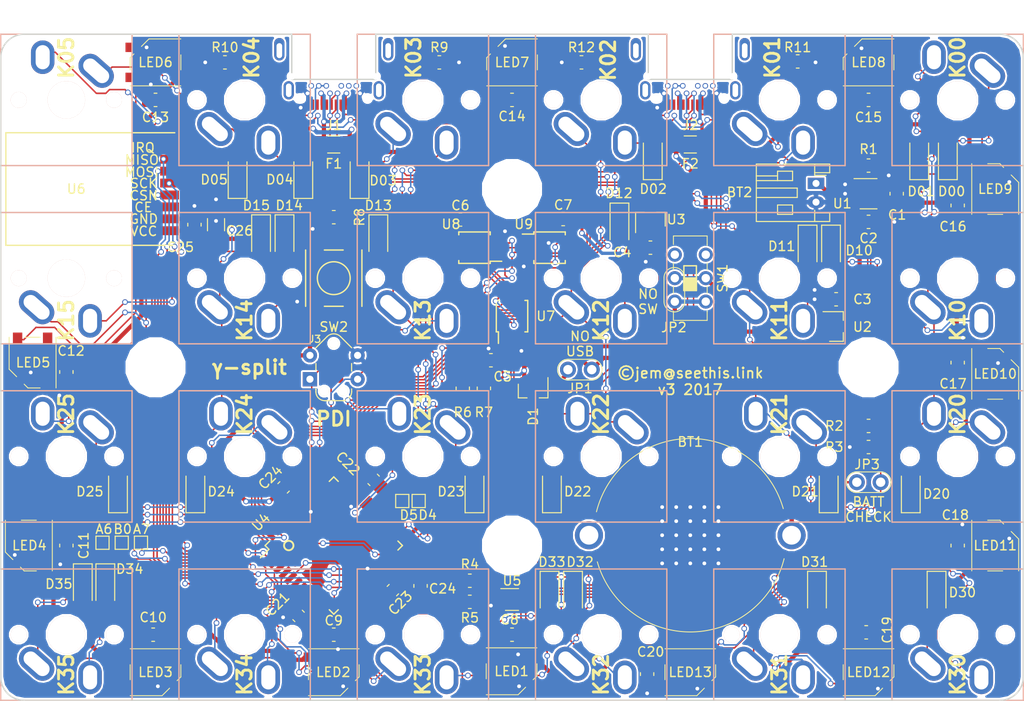
<source format=kicad_pcb>
(kicad_pcb (version 4) (host pcbnew 4.0.7)
  (layers (0 F.Cu signal) (31 B.Cu signal) (34 B.Paste user) (35 F.Paste user) (36 B.SilkS user) (37 F.SilkS user) (38 B.Mask user) (39 F.Mask user) (44 Edge.Cuts user))
  (net 0 "")
  (net 1 +5V)
  (net 2 GND)
  (net 3 /BAT_LVL)
  (net 4 VCC)
  (net 5 /ROW0)
  (net 6 /ROW1)
  (net 7 /ROW2)
  (net 8 /ROW3)
  (net 9 /PDI)
  (net 10 /RST)
  (net 11 /D4)
  (net 12 /D5)
  (net 13 /A6)
  (net 14 /A7)
  (net 15 "Net-(LED1-Pad2)")
  (net 16 "Net-(LED1-Pad4)")
  (net 17 "Net-(LED2-Pad2)")
  (net 18 "Net-(LED3-Pad2)")
  (net 19 "Net-(LED4-Pad2)")
  (net 20 "Net-(LED5-Pad2)")
  (net 21 "Net-(LED6-Pad2)")
  (net 22 "Net-(LED7-Pad2)")
  (net 23 "Net-(LED8-Pad2)")
  (net 24 "Net-(LED10-Pad4)")
  (net 25 "Net-(LED10-Pad2)")
  (net 26 "Net-(LED11-Pad2)")
  (net 27 /BAT_PROG)
  (net 28 /VBUS_CHECK)
  (net 29 /SDA)
  (net 30 /SCL)
  (net 31 /COL0)
  (net 32 /COL1)
  (net 33 /COL2)
  (net 34 /COL3)
  (net 35 /COL4)
  (net 36 /COL5)
  (net 37 /UNDER_LED)
  (net 38 /I2C_LEFT)
  (net 39 /I2C_RIGHT)
  (net 40 /USB_OE)
  (net 41 /CSN)
  (net 42 /MOSI)
  (net 43 /MISO)
  (net 44 /SCK)
  (net 45 /D-)
  (net 46 /D+)
  (net 47 /CE)
  (net 48 /IRQ)
  (net 49 +BATT)
  (net 50 /BAT_STAT)
  (net 51 "Net-(U9-Pad8)")
  (net 52 "Net-(U9-Pad9)")
  (net 53 /BATT_IN)
  (net 54 /BAT_LI_ION)
  (net 55 "Net-(SW1-Pad6)")
  (net 56 "Net-(SW1-Pad3)")
  (net 57 +3V3)
  (net 58 "Net-(LED12-Pad2)")
  (net 59 /B0)
  (net 60 "Net-(D00-Pad2)")
  (net 61 "Net-(D01-Pad2)")
  (net 62 "Net-(D02-Pad2)")
  (net 63 "Net-(D03-Pad2)")
  (net 64 "Net-(D04-Pad2)")
  (net 65 "Net-(D05-Pad2)")
  (net 66 "Net-(D10-Pad2)")
  (net 67 "Net-(D11-Pad2)")
  (net 68 "Net-(D12-Pad2)")
  (net 69 "Net-(D13-Pad2)")
  (net 70 "Net-(D14-Pad2)")
  (net 71 "Net-(D15-Pad2)")
  (net 72 "Net-(D20-Pad2)")
  (net 73 "Net-(D21-Pad2)")
  (net 74 "Net-(D22-Pad2)")
  (net 75 "Net-(D23-Pad2)")
  (net 76 "Net-(D24-Pad2)")
  (net 77 "Net-(D25-Pad2)")
  (net 78 "Net-(D30-Pad2)")
  (net 79 "Net-(D31-Pad2)")
  (net 80 "Net-(D32-Pad2)")
  (net 81 "Net-(D33-Pad2)")
  (net 82 "Net-(D34-Pad2)")
  (net 83 "Net-(D35-Pad2)")
  (net 84 "Net-(U8-Pad8)")
  (net 85 "Net-(U8-Pad9)")
  (net 86 "Net-(J1-PadA5)")
  (net 87 "Net-(J2-PadA5)")
  (net 88 "Net-(J1-PadA2)")
  (net 89 "Net-(J1-PadA3)")
  (net 90 "Net-(J1-PadA8)")
  (net 91 "Net-(J1-PadA10)")
  (net 92 "Net-(J1-PadA11)")
  (net 93 "Net-(J1-PadB11)")
  (net 94 "Net-(J1-PadB8)")
  (net 95 "Net-(J1-PadB10)")
  (net 96 "Net-(J2-PadA2)")
  (net 97 "Net-(J2-PadA3)")
  (net 98 "Net-(J2-PadA8)")
  (net 99 "Net-(J2-PadA10)")
  (net 100 "Net-(J2-PadA11)")
  (net 101 "Net-(J2-PadB11)")
  (net 102 "Net-(J2-PadB8)")
  (net 103 "Net-(J2-PadB10)")
  (net 104 /USB_L_D+)
  (net 105 /USB_L_D-)
  (net 106 /USB_R_D+)
  (net 107 /USB_R_D-)
  (net 108 "Net-(J1-PadB2)")
  (net 109 "Net-(J1-PadB3)")
  (net 110 "Net-(F1-Pad1)")
  (net 111 "Net-(F2-Pad1)")
  (net 112 "Net-(J2-PadB2)")
  (net 113 "Net-(J2-PadB3)")
  (net 114 /USB_SEL)
  (net 115 "Net-(R1-Pad1)")
  (net 116 "Net-(LED13-Pad2)")
  (module switch_mx:Cherry_MX_Matias_Slots_NoSilk_Back (layer B.Cu) (at 102 64)
    (fp_text reference K30 (at 0 4.25 90) (layer F.SilkS) (effects (font (thickness 0.3048))))
    (fp_text value K30 hide)
    (pad "" np_thru_hole circle (at -5.08 0) (size 1.7 1.7) (drill 1.7) (layers *.Cu *.Mask B.SilkS))
    (pad "" np_thru_hole circle (at 0 0) (size 4 4) (drill 4) (layers *.Cu *.Mask B.SilkS))
    (pad "" np_thru_hole circle (at 5.08 0) (size 1.7 1.7) (drill 1.7) (layers *.Cu *.Mask B.SilkS))
    (pad 1 thru_hole oval (at -3.175 3.1 48.5) (size 2.5 4.2) (drill oval 1.5 3.2) (layers *.Cu *.Mask) (net 31 /COL0))
    (pad 2 thru_hole oval (at 2.525 4.55) (size 2.5 3.575) (drill oval 1.5 2.575) (layers *.Cu *.Mask) (net 78 "Net-(D30-Pad2)"))
  )
  (module Capacitor_SMD:C_0805_2012Metric (layer F.Cu) (at 102 18.25 90)
    (fp_text reference C16 (at -2.25 -0.5 180) (layer F.SilkS))
    (fp_text value 0.1uF)
    (pad 1 smd rect (at -0.955 0 90) (size 0.97 1.5) (layers F.Cu F.Paste F.Mask) (net 1 +5V))
    (pad 2 smd rect (at 0.955 0 90) (size 0.97 1.5) (layers F.Cu F.Paste F.Mask) (net 2 GND))
  )
  (module neopixel:WS2812B (layer F.Cu) (at 106 16.5 270)
    (fp_text reference LED9 (at 0 0 360) (layer F.SilkS))
    (fp_text value WS2812B)
    (pad 3 smd rect (at -2.45 -1.6 270) (size 1.5 1) (layers F.Cu F.Paste F.Mask) (net 2 GND))
    (pad 2 smd rect (at 2.45 -1.6 270) (size 1.5 1) (layers F.Cu F.Paste F.Mask) (net 24 "Net-(LED10-Pad4)"))
    (pad 4 smd rect (at -2.45 1.6 270) (size 1.5 1) (layers F.Cu F.Paste F.Mask) (net 23 "Net-(LED8-Pad2)"))
    (pad 1 smd rect (at 2.45 1.6 270) (size 1.5 1) (layers F.Cu F.Paste F.Mask) (net 1 +5V))
  )
  (module switch_mx:Cherry_MX_Matias_Slots_NoSilk_Back (layer B.Cu) (at 26 45 180)
    (fp_text reference K24 (at 0 4.5 450) (layer F.SilkS) (effects (font (thickness 0.3048))))
    (fp_text value K24 hide)
    (pad "" np_thru_hole circle (at -5.08 0 180) (size 1.7 1.7) (drill 1.7) (layers *.Cu *.Mask B.SilkS))
    (pad "" np_thru_hole circle (at 0 0 180) (size 4 4) (drill 4) (layers *.Cu *.Mask B.SilkS))
    (pad "" np_thru_hole circle (at 5.08 0 180) (size 1.7 1.7) (drill 1.7) (layers *.Cu *.Mask B.SilkS))
    (pad 1 thru_hole oval (at -3.175 3.1 228.5) (size 2.5 4.2) (drill oval 1.5 3.2) (layers *.Cu *.Mask) (net 76 "Net-(D24-Pad2)"))
    (pad 2 thru_hole oval (at 2.525 4.55 180) (size 2.5 3.575) (drill oval 1.5 2.575) (layers *.Cu *.Mask) (net 35 /COL4))
  )
  (module switch:SwitchPush_C&K_MultiFoot_RS-187R05A2-DS_And_PTS645_SMT (layer F.Cu) (at 35.5 26 90)
    (fp_text reference SW2 (at -5.2 0 180) (layer F.SilkS))
    (fp_text value SW_Push)
    (pad 2 smd rect (at -3.1 1.85 90) (size 1.8 1.1) (layers F.Cu F.Paste F.Mask) (net 10 /RST))
    (pad 2 smd rect (at 3.1 1.85 90) (size 1.8 1.1) (layers F.Cu F.Paste F.Mask) (net 10 /RST))
    (pad 1 smd rect (at 3.1 -1.85 90) (size 1.8 1.1) (layers F.Cu F.Paste F.Mask) (net 2 GND))
    (pad 1 smd rect (at -3.1 -1.85 90) (size 1.8 1.1) (layers F.Cu F.Paste F.Mask) (net 2 GND))
    (pad 2 smd rect (at -3.975 2.25 90) (size 1.55 1.3) (layers F.Cu F.Paste F.Mask) (net 10 /RST))
    (pad 2 smd rect (at 3.975 2.25 90) (size 1.55 1.3) (layers F.Cu F.Paste F.Mask) (net 10 /RST))
    (pad 1 smd rect (at 3.975 -2.25 90) (size 1.55 1.3) (layers F.Cu F.Paste F.Mask) (net 2 GND))
    (pad 1 smd rect (at -3.975 -2.25 90) (size 1.55 1.3) (layers F.Cu F.Paste F.Mask) (net 2 GND))
  )
  (module Resistor_SMD:R_0805_2012Metric (layer F.Cu) (at 92.5 14)
    (fp_text reference R1 (at 0 -1.75 180) (layer F.SilkS))
    (fp_text value 10k)
    (pad 1 smd rect (at -0.955 0) (size 0.97 1.5) (layers F.Cu F.Paste F.Mask) (net 115 "Net-(R1-Pad1)"))
    (pad 2 smd rect (at 0.955 0) (size 0.97 1.5) (layers F.Cu F.Paste F.Mask) (net 27 /BAT_PROG))
  )
  (module Capacitor_SMD:C_0805_2012Metric (layer F.Cu) (at 69.25 22.75)
    (fp_text reference C4 (at -3 0.5 180) (layer F.SilkS))
    (fp_text value 1uF)
    (pad 1 smd rect (at -0.955 0) (size 0.97 1.5) (layers F.Cu F.Paste F.Mask) (net 2 GND))
    (pad 2 smd rect (at 0.955 0) (size 0.97 1.5) (layers F.Cu F.Paste F.Mask) (net 57 +3V3))
  )
  (module jumper:Jumper_1x02_P2.54mm_THT (layer F.Cu) (at 71.8 28.5 180)
    (fp_text reference JP2 (at 0.05 -2.75 180) (layer F.SilkS))
    (fp_text value "NO SW")
  )
  (module Diode_SMD:D_SOD-123 (layer F.Cu) (at 30.25 21.5 270)
    (fp_text reference D14 (at -3.25 -0.5 540) (layer F.SilkS))
    (fp_text value D)
    (pad 1 smd rect (at -1.65 0 270) (size 0.9 1.2) (layers F.Cu F.Paste F.Mask) (net 6 /ROW1))
    (pad 2 smd rect (at 1.65 0 270) (size 0.9 1.2) (layers F.Cu F.Paste F.Mask) (net 70 "Net-(D14-Pad2)"))
  )
  (module Resistor_SMD:R_0805_2012Metric (layer F.Cu) (at 23.9 3 180)
    (fp_text reference R10 (at 0 1.6 180) (layer F.SilkS))
    (fp_text value 5.1k)
    (pad 1 smd rect (at -0.955 0 180) (size 0.97 1.5) (layers F.Cu F.Paste F.Mask) (net 109 "Net-(J1-PadB3)"))
    (pad 2 smd rect (at 0.955 0 180) (size 0.97 1.5) (layers F.Cu F.Paste F.Mask) (net 2 GND))
  )
  (module Package_TO_SOT_SMD:SOT-23 (layer F.Cu) (at 89.05 31.15)
    (fp_text reference U2 (at 2.8 0.05) (layer F.SilkS))
    (fp_text value "MCP1700 (3.0V)")
    (pad 1 smd rect (at -1 -0.95) (size 0.9 0.8) (layers F.Cu F.Paste F.Mask) (net 2 GND))
    (pad 2 smd rect (at -1 0.95) (size 0.9 0.8) (layers F.Cu F.Paste F.Mask) (net 53 /BATT_IN))
    (pad 3 smd rect (at 1 0) (size 0.9 0.8) (layers F.Cu F.Paste F.Mask) (net 54 /BAT_LI_ION))
  )
  (module MountingHole:MountingHole_6mm (layer F.Cu) (at 92.5 35.5)
    (fp_text reference "" (at 0 -7) (layer F.SilkS))
    (fp_text value MountingHole_6mm)
    (pad 1 np_thru_hole circle (at 0 0) (size 6 6) (drill 6) (layers *.Cu *.Mask))
  )
  (module TestPoint:TestPoint_Pad_1.0x1.0mm (layer F.Cu) (at 12.9 54.2)
    (fp_text reference J8 hide)
    (fp_text value B0)
    (pad 1 smd rect (at 0 0) (size 1 1) (layers F.Cu F.Mask) (net 59 /B0))
  )
  (module TestPoint:TestPoint_Pad_1.0x1.0mm (layer F.Cu) (at 10.85 54.2)
    (fp_text reference J6 hide)
    (fp_text value A6)
    (pad 1 smd rect (at 0 0) (size 1 1) (layers F.Cu F.Mask) (net 13 /A6))
  )
  (module Package_TO_SOT_SMD:SOT-353_SC-70-5 (layer F.Cu) (at 54.5 60.25)
    (fp_text reference U5 (at 0 -2) (layer F.SilkS))
    (fp_text value 74LVC1G34)
    (pad 1 smd rect (at -0.95 -0.65) (size 0.65 0.4) (layers F.Cu F.Paste F.Mask))
    (pad 3 smd rect (at -0.95 0.65) (size 0.65 0.4) (layers F.Cu F.Paste F.Mask) (net 2 GND))
    (pad 2 smd rect (at -0.95 0) (size 0.65 0.4) (layers F.Cu F.Paste F.Mask) (net 37 /UNDER_LED))
    (pad 4 smd rect (at 0.95 0.65) (size 0.65 0.4) (layers F.Cu F.Paste F.Mask) (net 16 "Net-(LED1-Pad4)"))
    (pad 5 smd rect (at 0.95 -0.65) (size 0.65 0.4) (layers F.Cu F.Paste F.Mask) (net 1 +5V))
  )
  (module MountingHole:MountingHole_6mm (layer F.Cu) (at 54.5 54.5)
    (fp_text reference "" (at 0 -7) (layer F.SilkS))
    (fp_text value MountingHole_6mm)
    (pad 1 np_thru_hole circle (at 0 0) (size 6 6) (drill 6) (layers *.Cu *.Mask))
  )
  (module MountingHole:MountingHole_6mm (layer F.Cu) (at 54.5 16.5)
    (fp_text reference "" (at 0 -7) (layer F.SilkS))
    (fp_text value MountingHole_6mm)
    (pad 1 np_thru_hole circle (at 0 0) (size 6 6) (drill 6) (layers *.Cu *.Mask))
  )
  (module Package_SSOP:MSOP-10_3x3mm_P0.5mm (layer F.Cu) (at 58.5 22.75)
    (fp_text reference U9 (at -2.75 -2.5 180) (layer F.SilkS))
    (fp_text value FSUSB42)
    (pad 1 smd rect (at -2.2 -1) (size 1.4 0.3) (layers F.Cu F.Paste F.Mask) (net 57 +3V3))
    (pad 2 smd rect (at -2.2 -0.5) (size 1.4 0.3) (layers F.Cu F.Paste F.Mask) (net 2 GND))
    (pad 3 smd rect (at -2.2 0) (size 1.4 0.3) (layers F.Cu F.Paste F.Mask) (net 29 /SDA))
    (pad 4 smd rect (at -2.2 0.5) (size 1.4 0.3) (layers F.Cu F.Paste F.Mask) (net 30 /SCL))
    (pad 5 smd rect (at -2.2 1) (size 1.4 0.3) (layers F.Cu F.Paste F.Mask) (net 2 GND))
    (pad 6 smd rect (at 2.2 1) (size 1.4 0.3) (layers F.Cu F.Paste F.Mask) (net 107 /USB_R_D-))
    (pad 7 smd rect (at 2.2 0.5) (size 1.4 0.3) (layers F.Cu F.Paste F.Mask) (net 106 /USB_R_D+))
    (pad 8 smd rect (at 2.2 0) (size 1.4 0.3) (layers F.Cu F.Paste F.Mask) (net 51 "Net-(U9-Pad8)"))
    (pad 9 smd rect (at 2.2 -0.5) (size 1.4 0.3) (layers F.Cu F.Paste F.Mask) (net 52 "Net-(U9-Pad9)"))
    (pad 10 smd rect (at 2.2 -1) (size 1.4 0.3) (layers F.Cu F.Paste F.Mask) (net 39 /I2C_RIGHT))
  )
  (module MountingHole:MountingHole_6mm (layer F.Cu) (at 16.5 35.5)
    (fp_text reference "" (at 0 -7) (layer F.SilkS))
    (fp_text value MountingHole_6mm)
    (pad 1 np_thru_hole circle (at 0 0) (size 6 6) (drill 6) (layers *.Cu *.Mask))
  )
  (module StitchVia_2x2_0.3mm (layer F.Cu) (at 76.5 56.4)
    (fp_text reference REF** hide)
    (fp_text value StitchVia_0.3mm hide)
    (pad 1 thru_hole circle (at 0 0) (size 0.6 0.6) (drill 0.4) (layers *.Cu) (net 2 GND))
  )
  (module StitchVia_2x2_0.3mm (layer F.Cu) (at 75 56.4)
    (fp_text reference REF** hide)
    (fp_text value StitchVia_0.3mm hide)
    (pad 1 thru_hole circle (at 0 0) (size 0.6 0.6) (drill 0.4) (layers *.Cu) (net 2 GND))
  )
  (module StitchVia_2x2_0.3mm (layer F.Cu) (at 73.5 56.4)
    (fp_text reference REF** hide)
    (fp_text value StitchVia_0.3mm hide)
    (pad 1 thru_hole circle (at 0 0) (size 0.6 0.6) (drill 0.4) (layers *.Cu) (net 2 GND))
  )
  (module StitchVia_2x2_0.3mm (layer F.Cu) (at 72 56.4)
    (fp_text reference REF** hide)
    (fp_text value StitchVia_0.3mm hide)
    (pad 1 thru_hole circle (at 0 0) (size 0.6 0.6) (drill 0.4) (layers *.Cu) (net 2 GND))
  )
  (module StitchVia_2x2_0.3mm (layer F.Cu) (at 70.5 56.4)
    (fp_text reference REF** hide)
    (fp_text value StitchVia_0.3mm hide)
    (pad 1 thru_hole circle (at 0 0) (size 0.6 0.6) (drill 0.4) (layers *.Cu) (net 2 GND))
  )
  (module StitchVia_2x2_0.3mm (layer F.Cu) (at 76.5 54.9)
    (fp_text reference REF** hide)
    (fp_text value StitchVia_0.3mm hide)
    (pad 1 thru_hole circle (at 0 0) (size 0.6 0.6) (drill 0.4) (layers *.Cu) (net 2 GND))
  )
  (module StitchVia_2x2_0.3mm (layer F.Cu) (at 75 54.9)
    (fp_text reference REF** hide)
    (fp_text value StitchVia_0.3mm hide)
    (pad 1 thru_hole circle (at 0 0) (size 0.6 0.6) (drill 0.4) (layers *.Cu) (net 2 GND))
  )
  (module StitchVia_2x2_0.3mm (layer F.Cu) (at 73.5 54.9)
    (fp_text reference REF** hide)
    (fp_text value StitchVia_0.3mm hide)
    (pad 1 thru_hole circle (at 0 0) (size 0.6 0.6) (drill 0.4) (layers *.Cu) (net 2 GND))
  )
  (module StitchVia_2x2_0.3mm (layer F.Cu) (at 72 54.9)
    (fp_text reference REF** hide)
    (fp_text value StitchVia_0.3mm hide)
    (pad 1 thru_hole circle (at 0 0) (size 0.6 0.6) (drill 0.4) (layers *.Cu) (net 2 GND))
  )
  (module StitchVia_2x2_0.3mm (layer F.Cu) (at 70.5 54.9)
    (fp_text reference REF** hide)
    (fp_text value StitchVia_0.3mm hide)
    (pad 1 thru_hole circle (at 0 0) (size 0.6 0.6) (drill 0.4) (layers *.Cu) (net 2 GND))
  )
  (module StitchVia_2x2_0.3mm (layer F.Cu) (at 76.5 53.4)
    (fp_text reference REF** hide)
    (fp_text value StitchVia_0.3mm hide)
    (pad 1 thru_hole circle (at 0 0) (size 0.6 0.6) (drill 0.4) (layers *.Cu) (net 2 GND))
  )
  (module StitchVia_2x2_0.3mm (layer F.Cu) (at 75 53.4)
    (fp_text reference REF** hide)
    (fp_text value StitchVia_0.3mm hide)
    (pad 1 thru_hole circle (at 0 0) (size 0.6 0.6) (drill 0.4) (layers *.Cu) (net 2 GND))
  )
  (module StitchVia_2x2_0.3mm (layer F.Cu) (at 73.5 53.4)
    (fp_text reference REF** hide)
    (fp_text value StitchVia_0.3mm hide)
    (pad 1 thru_hole circle (at 0 0) (size 0.6 0.6) (drill 0.4) (layers *.Cu) (net 2 GND))
  )
  (module StitchVia_2x2_0.3mm (layer F.Cu) (at 72 53.4)
    (fp_text reference REF** hide)
    (fp_text value StitchVia_0.3mm hide)
    (pad 1 thru_hole circle (at 0 0) (size 0.6 0.6) (drill 0.4) (layers *.Cu) (net 2 GND))
  )
  (module StitchVia_2x2_0.3mm (layer F.Cu) (at 70.5 53.4)
    (fp_text reference REF** hide)
    (fp_text value StitchVia_0.3mm hide)
    (pad 1 thru_hole circle (at 0 0) (size 0.6 0.6) (drill 0.4) (layers *.Cu) (net 2 GND))
  )
  (module StitchVia_2x2_0.3mm (layer F.Cu) (at 76.5 51.9)
    (fp_text reference REF** hide)
    (fp_text value StitchVia_0.3mm hide)
    (pad 1 thru_hole circle (at 0 0) (size 0.6 0.6) (drill 0.4) (layers *.Cu) (net 2 GND))
  )
  (module StitchVia_2x2_0.3mm (layer F.Cu) (at 75 51.9)
    (fp_text reference REF** hide)
    (fp_text value StitchVia_0.3mm hide)
    (pad 1 thru_hole circle (at 0 0) (size 0.6 0.6) (drill 0.4) (layers *.Cu) (net 2 GND))
  )
  (module StitchVia_2x2_0.3mm (layer F.Cu) (at 73.5 51.9)
    (fp_text reference REF** hide)
    (fp_text value StitchVia_0.3mm hide)
    (pad 1 thru_hole circle (at 0 0) (size 0.6 0.6) (drill 0.4) (layers *.Cu) (net 2 GND))
  )
  (module StitchVia_2x2_0.3mm (layer F.Cu) (at 72 51.9)
    (fp_text reference REF** hide)
    (fp_text value StitchVia_0.3mm hide)
    (pad 1 thru_hole circle (at 0 0) (size 0.6 0.6) (drill 0.4) (layers *.Cu) (net 2 GND))
  )
  (module StitchVia_2x2_0.3mm (layer F.Cu) (at 70.5 51.9)
    (fp_text reference REF** hide)
    (fp_text value StitchVia_0.3mm hide)
    (pad 1 thru_hole circle (at 0 0) (size 0.6 0.6) (drill 0.4) (layers *.Cu) (net 2 GND))
  )
  (module StitchVia_2x2_0.3mm (layer F.Cu) (at 76.5 50.4)
    (fp_text reference REF** hide)
    (fp_text value StitchVia_0.3mm hide)
    (pad 1 thru_hole circle (at 0 0) (size 0.6 0.6) (drill 0.4) (layers *.Cu) (net 2 GND))
  )
  (module StitchVia_2x2_0.3mm (layer F.Cu) (at 75 50.4)
    (fp_text reference REF** hide)
    (fp_text value StitchVia_0.3mm hide)
    (pad 1 thru_hole circle (at 0 0) (size 0.6 0.6) (drill 0.4) (layers *.Cu) (net 2 GND))
  )
  (module StitchVia_2x2_0.3mm (layer F.Cu) (at 73.5 50.4)
    (fp_text reference REF** hide)
    (fp_text value StitchVia_0.3mm hide)
    (pad 1 thru_hole circle (at 0 0) (size 0.6 0.6) (drill 0.4) (layers *.Cu) (net 2 GND))
  )
  (module StitchVia_2x2_0.3mm (layer F.Cu) (at 72 50.4)
    (fp_text reference REF** hide)
    (fp_text value StitchVia_0.3mm hide)
    (pad 1 thru_hole circle (at 0 0) (size 0.6 0.6) (drill 0.4) (layers *.Cu) (net 2 GND))
  )
  (module StitchVia_2x2_0.3mm (layer F.Cu) (at 70.5 50.4)
    (fp_text reference REF** hide)
    (fp_text value StitchVia_0.3mm hide)
    (pad 1 thru_hole circle (at 0 0) (size 0.6 0.6) (drill 0.4) (layers *.Cu) (net 2 GND))
  )
  (module Resistor_SMD:R_0805_2012Metric (layer F.Cu) (at 50 58.25 180)
    (fp_text reference R4 (at 0 1.75 180) (layer F.SilkS))
    (fp_text value 100k)
    (pad 1 smd rect (at -0.955 0 180) (size 0.97 1.5) (layers F.Cu F.Paste F.Mask) (net 1 +5V))
    (pad 2 smd rect (at 0.955 0 180) (size 0.97 1.5) (layers F.Cu F.Paste F.Mask) (net 28 /VBUS_CHECK))
  )
  (module Package_TO_SOT_SMD:SOT-23 (layer F.Cu) (at 56.75 38 270)
    (fp_text reference D1 (at 2.75 0 270) (layer F.SilkS))
    (fp_text value D_Schottky_x2_KCom_AAK)
    (pad 1 smd rect (at -1 -0.95 270) (size 0.9 0.8) (layers F.Cu F.Paste F.Mask) (net 49 +BATT))
    (pad 2 smd rect (at -1 0.95 270) (size 0.9 0.8) (layers F.Cu F.Paste F.Mask) (net 57 +3V3))
    (pad 3 smd rect (at 1 0 270) (size 0.9 0.8) (layers F.Cu F.Paste F.Mask) (net 4 VCC))
  )
  (module Package_TO_SOT_SMD:SOT-23-5 (layer F.Cu) (at 92.5 17)
    (fp_text reference U1 (at -2.8 1.05) (layer F.SilkS))
    (fp_text value MCP73831)
    (pad 1 smd rect (at -1.1 -0.95) (size 1.06 0.65) (layers F.Cu F.Paste F.Mask) (net 50 /BAT_STAT))
    (pad 2 smd rect (at -1.1 0) (size 1.06 0.65) (layers F.Cu F.Paste F.Mask) (net 2 GND))
    (pad 3 smd rect (at -1.1 0.95) (size 1.06 0.65) (layers F.Cu F.Paste F.Mask) (net 54 /BAT_LI_ION))
    (pad 4 smd rect (at 1.1 0.95) (size 1.06 0.65) (layers F.Cu F.Paste F.Mask) (net 1 +5V))
    (pad 5 smd rect (at 1.1 -0.95) (size 1.06 0.65) (layers F.Cu F.Paste F.Mask) (net 115 "Net-(R1-Pad1)"))
  )
  (module Package_TO_SOT_SMD:SOT-23 (layer F.Cu) (at 69.25 19.75 90)
    (fp_text reference U3 (at 0 2.75 180) (layer F.SilkS))
    (fp_text value "MCP1700 (3.3V)")
    (pad 1 smd rect (at -1 -0.95 90) (size 0.9 0.8) (layers F.Cu F.Paste F.Mask) (net 2 GND))
    (pad 2 smd rect (at -1 0.95 90) (size 0.9 0.8) (layers F.Cu F.Paste F.Mask) (net 57 +3V3))
    (pad 3 smd rect (at 1 0 90) (size 0.9 0.8) (layers F.Cu F.Paste F.Mask) (net 1 +5V))
  )
  (module nordic:NRF24L01-Module-SMD (layer F.Cu) (at 17.55 16.5)
    (fp_text reference U6 (at -9.5 0) (layer F.SilkS))
    (fp_text value nRF24L01_module)
    (fp_text user IRQ (at -2.4 -4.4) (layer F.SilkS))
    (fp_text user MISO (at -2.5 -3.1) (layer F.SilkS))
    (fp_text user MOSI (at -2.5 -1.8) (layer F.SilkS))
    (fp_text user SCK (at -2.3 -0.6) (layer F.SilkS))
    (fp_text user CSN (at -2.3 0.7) (layer F.SilkS))
    (fp_text user CE (at -2.35 1.95) (layer F.SilkS))
    (fp_text user GND (at -2.3 3.2) (layer F.SilkS))
    (fp_text user VCC (at -2.3 4.5) (layer F.SilkS))
    (pad 8 smd rect (at 0 -4.445) (size 2 0.95) (drill (offset 0.45 0)) (layers F.Cu F.Paste F.Mask) (net 48 /IRQ))
    (pad 7 smd rect (at 0 -3.175) (size 2 0.95) (drill (offset 0.45 0)) (layers F.Cu F.Paste F.Mask) (net 43 /MISO))
    (pad 6 smd rect (at 0 -1.905) (size 2 0.95) (drill (offset 0.45 0)) (layers F.Cu F.Paste F.Mask) (net 42 /MOSI))
    (pad 5 smd rect (at 0 -0.635) (size 2 0.95) (drill (offset 0.45 0)) (layers F.Cu F.Paste F.Mask) (net 44 /SCK))
    (pad 4 smd rect (at 0 0.635) (size 2 0.95) (drill (offset 0.45 0)) (layers F.Cu F.Paste F.Mask) (net 41 /CSN))
    (pad 3 smd rect (at 0 1.905) (size 2 0.95) (drill (offset 0.45 0)) (layers F.Cu F.Paste F.Mask) (net 47 /CE))
    (pad 2 smd rect (at 0 3.175) (size 2 0.95) (drill (offset 0.45 0)) (layers F.Cu F.Paste F.Mask) (net 2 GND))
    (pad 1 smd rect (at 0 4.445) (size 2 0.95) (drill (offset 0.45 0)) (layers F.Cu F.Paste F.Mask) (net 4 VCC))
  )
  (module Conn_JST:JST_PH_S2B-PH-K_1x02_P2.00mm_Horizontal (layer F.Cu) (at 86.9 15.9 270)
    (fp_text reference BT2 (at 0.95 8.15 360) (layer F.SilkS))
    (fp_text value Battery_Cell)
    (pad 1 thru_hole rect (at 0 0 270) (size 1.2 1.75) (drill 0.75) (layers *.Cu *.Mask) (net 54 /BAT_LI_ION))
    (pad 2 thru_hole oval (at 2 0 270) (size 1.2 1.75) (drill 0.75) (layers *.Cu *.Mask) (net 2 GND))
  )
  (module Package_SSOP:MSOP-10_3x3mm_P0.5mm (layer F.Cu) (at 54.5 30.05 90)
    (fp_text reference U7 (at 0 3.6 180) (layer F.SilkS))
    (fp_text value FSUSB42)
    (pad 1 smd rect (at -2.2 -1 90) (size 1.4 0.3) (layers F.Cu F.Paste F.Mask) (net 57 +3V3))
    (pad 2 smd rect (at -2.2 -0.5 90) (size 1.4 0.3) (layers F.Cu F.Paste F.Mask) (net 114 /USB_SEL))
    (pad 3 smd rect (at -2.2 0 90) (size 1.4 0.3) (layers F.Cu F.Paste F.Mask) (net 46 /D+))
    (pad 4 smd rect (at -2.2 0.5 90) (size 1.4 0.3) (layers F.Cu F.Paste F.Mask) (net 45 /D-))
    (pad 5 smd rect (at -2.2 1 90) (size 1.4 0.3) (layers F.Cu F.Paste F.Mask) (net 2 GND))
    (pad 6 smd rect (at 2.2 1 90) (size 1.4 0.3) (layers F.Cu F.Paste F.Mask) (net 107 /USB_R_D-))
    (pad 7 smd rect (at 2.2 0.5 90) (size 1.4 0.3) (layers F.Cu F.Paste F.Mask) (net 106 /USB_R_D+))
    (pad 8 smd rect (at 2.2 0 90) (size 1.4 0.3) (layers F.Cu F.Paste F.Mask) (net 105 /USB_L_D-))
    (pad 9 smd rect (at 2.2 -0.5 90) (size 1.4 0.3) (layers F.Cu F.Paste F.Mask) (net 104 /USB_L_D+))
    (pad 10 smd rect (at 2.2 -1 90) (size 1.4 0.3) (layers F.Cu F.Paste F.Mask) (net 40 /USB_OE))
  )
  (module Capacitor_SMD:C_0805_2012Metric (layer F.Cu) (at 95.5 17 90)
    (fp_text reference C1 (at -2.25 0.05 360) (layer F.SilkS))
    (fp_text value 4.7uF)
    (pad 1 smd rect (at -0.955 0 90) (size 0.97 1.5) (layers F.Cu F.Paste F.Mask) (net 1 +5V))
    (pad 2 smd rect (at 0.955 0 90) (size 0.97 1.5) (layers F.Cu F.Paste F.Mask) (net 2 GND))
  )
  (module Capacitor_SMD:C_0805_2012Metric (layer F.Cu) (at 92.5 20)
    (fp_text reference C2 (at 0 1.75) (layer F.SilkS))
    (fp_text value 4.7uF)
    (pad 1 smd rect (at -0.955 0) (size 0.97 1.5) (layers F.Cu F.Paste F.Mask) (net 54 /BAT_LI_ION))
    (pad 2 smd rect (at 0.955 0) (size 0.97 1.5) (layers F.Cu F.Paste F.Mask) (net 2 GND))
  )
  (module Capacitor_SMD:C_0805_2012Metric (layer F.Cu) (at 89.045 28.25)
    (fp_text reference C3 (at 2.805 0 180) (layer F.SilkS))
    (fp_text value 1uF)
    (pad 1 smd rect (at -0.955 0) (size 0.97 1.5) (layers F.Cu F.Paste F.Mask) (net 2 GND))
    (pad 2 smd rect (at 0.955 0) (size 0.97 1.5) (layers F.Cu F.Paste F.Mask) (net 53 /BATT_IN))
  )
  (module Capacitor_SMD:C_0805_2012Metric (layer F.Cu) (at 54.5 64)
    (fp_text reference C8 (at -0.25 -1.6) (layer F.SilkS))
    (fp_text value 0.1uF)
    (pad 1 smd rect (at -0.955 0) (size 0.97 1.5) (layers F.Cu F.Paste F.Mask) (net 1 +5V))
    (pad 2 smd rect (at 0.955 0) (size 0.97 1.5) (layers F.Cu F.Paste F.Mask) (net 2 GND))
  )
  (module Capacitor_SMD:C_0805_2012Metric (layer F.Cu) (at 35.5 64)
    (fp_text reference C9 (at 0 -1.5) (layer F.SilkS))
    (fp_text value 0.1uF)
    (pad 1 smd rect (at -0.955 0) (size 0.97 1.5) (layers F.Cu F.Paste F.Mask) (net 1 +5V))
    (pad 2 smd rect (at 0.955 0) (size 0.97 1.5) (layers F.Cu F.Paste F.Mask) (net 2 GND))
  )
  (module Capacitor_SMD:C_0805_2012Metric (layer F.Cu) (at 31.75 62 315)
    (fp_text reference C21 (at -2.474874 0.707107 405) (layer F.SilkS))
    (fp_text value 0.1uF)
    (pad 1 smd rect (at -0.955 0 315) (size 0.97 1.5) (layers F.Cu F.Paste F.Mask) (net 2 GND))
    (pad 2 smd rect (at 0.955 0 315) (size 0.97 1.5) (layers F.Cu F.Paste F.Mask) (net 4 VCC))
  )
  (module Capacitor_SMD:C_0805_2012Metric (layer F.Cu) (at 30.15 48.3 225)
    (fp_text reference C24 (at 0.247487 1.732412 225) (layer F.SilkS))
    (fp_text value 0.1uF)
    (pad 1 smd rect (at -0.955 0 225) (size 0.97 1.5) (layers F.Cu F.Paste F.Mask) (net 2 GND))
    (pad 2 smd rect (at 0.955 0 225) (size 0.97 1.5) (layers F.Cu F.Paste F.Mask) (net 4 VCC))
  )
  (module Capacitor_SMD:C_0805_2012Metric (layer F.Cu) (at 39.75 47.5 135)
    (fp_text reference C22 (at 3.181981 -0.707107 135) (layer F.SilkS))
    (fp_text value 0.1uF)
    (pad 1 smd rect (at -0.955 0 135) (size 0.97 1.5) (layers F.Cu F.Paste F.Mask) (net 2 GND))
    (pad 2 smd rect (at 0.955 0 135) (size 0.97 1.5) (layers F.Cu F.Paste F.Mask) (net 4 VCC))
  )
  (module Capacitor_SMD:C_0805_2012Metric (layer F.Cu) (at 16.25 64)
    (fp_text reference C10 (at 0 -1.85) (layer F.SilkS))
    (fp_text value 0.1uF)
    (pad 1 smd rect (at -0.955 0) (size 0.97 1.5) (layers F.Cu F.Paste F.Mask) (net 1 +5V))
    (pad 2 smd rect (at 0.955 0) (size 0.97 1.5) (layers F.Cu F.Paste F.Mask) (net 2 GND))
  )
  (module Capacitor_SMD:C_0805_2012Metric (layer F.Cu) (at 7 54.5 270)
    (fp_text reference C11 (at 0 -1.85 270) (layer F.SilkS))
    (fp_text value 0.1uF)
    (pad 1 smd rect (at -0.955 0 270) (size 0.97 1.5) (layers F.Cu F.Paste F.Mask) (net 1 +5V))
    (pad 2 smd rect (at 0.955 0 270) (size 0.97 1.5) (layers F.Cu F.Paste F.Mask) (net 2 GND))
  )
  (module Capacitor_SMD:C_0805_2012Metric (layer F.Cu) (at 7 36 270)
    (fp_text reference C12 (at -2.25 -0.5 540) (layer F.SilkS))
    (fp_text value 0.1uF)
    (pad 1 smd rect (at -0.955 0 270) (size 0.97 1.5) (layers F.Cu F.Paste F.Mask) (net 1 +5V))
    (pad 2 smd rect (at 0.955 0 270) (size 0.97 1.5) (layers F.Cu F.Paste F.Mask) (net 2 GND))
  )
  (module Capacitor_SMD:C_0805_2012Metric (layer F.Cu) (at 16.5 7 180)
    (fp_text reference C13 (at 0 -1.85 180) (layer F.SilkS))
    (fp_text value 0.1uF)
    (pad 1 smd rect (at -0.955 0 180) (size 0.97 1.5) (layers F.Cu F.Paste F.Mask) (net 1 +5V))
    (pad 2 smd rect (at 0.955 0 180) (size 0.97 1.5) (layers F.Cu F.Paste F.Mask) (net 2 GND))
  )
  (module Capacitor_SMD:C_0805_2012Metric (layer F.Cu) (at 54.5 7 180)
    (fp_text reference C14 (at 0 -1.75 180) (layer F.SilkS))
    (fp_text value 0.1uF)
    (pad 1 smd rect (at -0.955 0 180) (size 0.97 1.5) (layers F.Cu F.Paste F.Mask) (net 1 +5V))
    (pad 2 smd rect (at 0.955 0 180) (size 0.97 1.5) (layers F.Cu F.Paste F.Mask) (net 2 GND))
  )
  (module Capacitor_SMD:C_0805_2012Metric (layer F.Cu) (at 41.8 59.25 45)
    (fp_text reference C23 (at -0.424264 1.555635 45) (layer F.SilkS))
    (fp_text value 0.1uF)
    (pad 1 smd rect (at -0.955 0 45) (size 0.97 1.5) (layers F.Cu F.Paste F.Mask) (net 2 GND))
    (pad 2 smd rect (at 0.955 0 45) (size 0.97 1.5) (layers F.Cu F.Paste F.Mask) (net 4 VCC))
  )
  (module Capacitor_SMD:C_0805_2012Metric (layer F.Cu) (at 44.75 58.8 90)
    (fp_text reference C24 (at -0.3 2.35 180) (layer F.SilkS))
    (fp_text value 0.1uF)
    (pad 1 smd rect (at -0.955 0 90) (size 0.97 1.5) (layers F.Cu F.Paste F.Mask) (net 2 GND))
    (pad 2 smd rect (at 0.955 0 90) (size 0.97 1.5) (layers F.Cu F.Paste F.Mask) (net 4 VCC))
  )
  (module Capacitor_SMD:C_0805_2012Metric (layer F.Cu) (at 92.5 7 180)
    (fp_text reference C15 (at 0 -1.85 180) (layer F.SilkS))
    (fp_text value 0.1uF)
    (pad 1 smd rect (at -0.955 0 180) (size 0.97 1.5) (layers F.Cu F.Paste F.Mask) (net 1 +5V))
    (pad 2 smd rect (at 0.955 0 180) (size 0.97 1.5) (layers F.Cu F.Paste F.Mask) (net 2 GND))
  )
  (module Capacitor_SMD:C_0805_2012Metric (layer F.Cu) (at 102 35 90)
    (fp_text reference C17 (at -2.25 -0.5 180) (layer F.SilkS))
    (fp_text value 0.1uF)
    (pad 1 smd rect (at -0.955 0 90) (size 0.97 1.5) (layers F.Cu F.Paste F.Mask) (net 1 +5V))
    (pad 2 smd rect (at 0.955 0 90) (size 0.97 1.5) (layers F.Cu F.Paste F.Mask) (net 2 GND))
  )
  (module Capacitor_SMD:C_0805_2012Metric (layer F.Cu) (at 102 54.5 90)
    (fp_text reference C18 (at 3.25 -0.25 180) (layer F.SilkS))
    (fp_text value 0.1uF)
    (pad 1 smd rect (at -0.955 0 90) (size 0.97 1.5) (layers F.Cu F.Paste F.Mask) (net 1 +5V))
    (pad 2 smd rect (at 0.955 0 90) (size 0.97 1.5) (layers F.Cu F.Paste F.Mask) (net 2 GND))
  )
  (module Capacitor_SMD:C_0805_2012Metric (layer F.Cu) (at 92.25 63.75)
    (fp_text reference C19 (at 2.25 -0.25 90) (layer F.SilkS))
    (fp_text value 0.1uF)
    (pad 1 smd rect (at -0.955 0) (size 0.97 1.5) (layers F.Cu F.Paste F.Mask) (net 1 +5V))
    (pad 2 smd rect (at 0.955 0) (size 0.97 1.5) (layers F.Cu F.Paste F.Mask) (net 2 GND))
  )
  (module Capacitor_SMD:C_0805_2012Metric (layer F.Cu) (at 68.9 68.2 270)
    (fp_text reference C20 (at -2.375 -0.375 360) (layer F.SilkS))
    (fp_text value 0.1uF)
    (pad 1 smd rect (at -0.955 0 270) (size 0.97 1.5) (layers F.Cu F.Paste F.Mask) (net 1 +5V))
    (pad 2 smd rect (at 0.955 0 270) (size 0.97 1.5) (layers F.Cu F.Paste F.Mask) (net 2 GND))
  )
  (module Capacitor_SMD:C_0805_2012Metric (layer F.Cu) (at 52.25 34.75 180)
    (fp_text reference C5 (at -1.25 -1.75 360) (layer F.SilkS))
    (fp_text value 0.1uF)
    (pad 1 smd rect (at -0.955 0 180) (size 0.97 1.5) (layers F.Cu F.Paste F.Mask) (net 57 +3V3))
    (pad 2 smd rect (at 0.955 0 180) (size 0.97 1.5) (layers F.Cu F.Paste F.Mask) (net 2 GND))
  )
  (module Capacitor_SMD:C_0805_2012Metric (layer F.Cu) (at 49 19.75)
    (fp_text reference C6 (at 0 -1.5) (layer F.SilkS))
    (fp_text value 0.1uF)
    (pad 1 smd rect (at -0.955 0) (size 0.97 1.5) (layers F.Cu F.Paste F.Mask) (net 57 +3V3))
    (pad 2 smd rect (at 0.955 0) (size 0.97 1.5) (layers F.Cu F.Paste F.Mask) (net 2 GND))
  )
  (module Resistor_SMD:R_0805_2012Metric (layer F.Cu) (at 92.5 41.75)
    (fp_text reference R2 (at -3.65 0) (layer F.SilkS))
    (fp_text value 470k)
    (pad 1 smd rect (at -0.955 0) (size 0.97 1.5) (layers F.Cu F.Paste F.Mask) (net 54 /BAT_LI_ION))
    (pad 2 smd rect (at 0.955 0) (size 0.97 1.5) (layers F.Cu F.Paste F.Mask) (net 3 /BAT_LVL))
  )
  (module Resistor_SMD:R_0805_2012Metric (layer F.Cu) (at 92.5 44 180)
    (fp_text reference R3 (at 3.65 0 180) (layer F.SilkS))
    (fp_text value 470k)
    (pad 1 smd rect (at -0.955 0 180) (size 0.97 1.5) (layers F.Cu F.Paste F.Mask) (net 3 /BAT_LVL))
    (pad 2 smd rect (at 0.955 0 180) (size 0.97 1.5) (layers F.Cu F.Paste F.Mask) (net 2 GND))
  )
  (module Resistor_SMD:R_0805_2012Metric (layer F.Cu) (at 50 60.5)
    (fp_text reference R5 (at 0 1.7) (layer F.SilkS))
    (fp_text value 100k)
    (pad 1 smd rect (at -0.955 0) (size 0.97 1.5) (layers F.Cu F.Paste F.Mask) (net 28 /VBUS_CHECK))
    (pad 2 smd rect (at 0.955 0) (size 0.97 1.5) (layers F.Cu F.Paste F.Mask) (net 2 GND))
  )
  (module Resistor_SMD:R_0805_2012Metric (layer F.Cu) (at 49.25 37.75 270)
    (fp_text reference R6 (at 2.545 0 360) (layer F.SilkS))
    (fp_text value 10k)
    (pad 1 smd rect (at -0.955 0 270) (size 0.97 1.5) (layers F.Cu F.Paste F.Mask) (net 57 +3V3))
    (pad 2 smd rect (at 0.955 0 270) (size 0.97 1.5) (layers F.Cu F.Paste F.Mask) (net 29 /SDA))
  )
  (module Resistor_SMD:R_0805_2012Metric (layer F.Cu) (at 51.5 37.75 270)
    (fp_text reference R7 (at 2.545 0 360) (layer F.SilkS))
    (fp_text value 10k)
    (pad 1 smd rect (at -0.955 0 270) (size 0.97 1.5) (layers F.Cu F.Paste F.Mask) (net 57 +3V3))
    (pad 2 smd rect (at 0.955 0 270) (size 0.97 1.5) (layers F.Cu F.Paste F.Mask) (net 30 /SCL))
  )
  (module Resistor_SMD:R_0805_2012Metric (layer F.Cu) (at 35.5 19.5)
    (fp_text reference R8 (at 2.75 0 90) (layer F.SilkS))
    (fp_text value 10k)
    (pad 1 smd rect (at -0.955 0) (size 0.97 1.5) (layers F.Cu F.Paste F.Mask) (net 4 VCC))
    (pad 2 smd rect (at 0.955 0) (size 0.97 1.5) (layers F.Cu F.Paste F.Mask) (net 10 /RST))
  )
  (module Capacitor_SMD:C_0805_2012Metric (layer F.Cu) (at 59.95 19.7)
    (fp_text reference C7 (at 0 -1.5) (layer F.SilkS))
    (fp_text value 0.1uF)
    (pad 1 smd rect (at -0.955 0) (size 0.97 1.5) (layers F.Cu F.Paste F.Mask) (net 57 +3V3))
    (pad 2 smd rect (at 0.955 0) (size 0.97 1.5) (layers F.Cu F.Paste F.Mask) (net 2 GND))
  )
  (module Capacitor_SMD:C_1206_3216Metric (layer F.Cu) (at 22.95 20.3 270)
    (fp_text reference C26 (at 0.65 -2.5 360) (layer F.SilkS))
    (fp_text value 47uF)
    (pad 1 smd rect (at -1.505 0 270) (size 1.07 1.8) (layers F.Cu F.Paste F.Mask) (net 2 GND))
    (pad 2 smd rect (at 1.505 0 270) (size 1.07 1.8) (layers F.Cu F.Paste F.Mask) (net 4 VCC))
  )
  (module Package_SSOP:MSOP-10_3x3mm_P0.5mm (layer F.Cu) (at 50.5 22.75 180)
    (fp_text reference U8 (at 2.5 2.5 360) (layer F.SilkS))
    (fp_text value FSUSB42)
    (pad 1 smd rect (at -2.2 -1 180) (size 1.4 0.3) (layers F.Cu F.Paste F.Mask) (net 57 +3V3))
    (pad 2 smd rect (at -2.2 -0.5 180) (size 1.4 0.3) (layers F.Cu F.Paste F.Mask) (net 2 GND))
    (pad 3 smd rect (at -2.2 0 180) (size 1.4 0.3) (layers F.Cu F.Paste F.Mask) (net 29 /SDA))
    (pad 4 smd rect (at -2.2 0.5 180) (size 1.4 0.3) (layers F.Cu F.Paste F.Mask) (net 30 /SCL))
    (pad 5 smd rect (at -2.2 1 180) (size 1.4 0.3) (layers F.Cu F.Paste F.Mask) (net 2 GND))
    (pad 6 smd rect (at 2.2 1 180) (size 1.4 0.3) (layers F.Cu F.Paste F.Mask) (net 105 /USB_L_D-))
    (pad 7 smd rect (at 2.2 0.5 180) (size 1.4 0.3) (layers F.Cu F.Paste F.Mask) (net 104 /USB_L_D+))
    (pad 8 smd rect (at 2.2 0 180) (size 1.4 0.3) (layers F.Cu F.Paste F.Mask) (net 84 "Net-(U8-Pad8)"))
    (pad 9 smd rect (at 2.2 -0.5 180) (size 1.4 0.3) (layers F.Cu F.Paste F.Mask) (net 85 "Net-(U8-Pad9)"))
    (pad 10 smd rect (at 2.2 -1 180) (size 1.4 0.3) (layers F.Cu F.Paste F.Mask) (net 38 /I2C_LEFT))
  )
  (module Capacitor_SMD:C_0805_2012Metric (layer F.Cu) (at 20.65 20.3 270)
    (fp_text reference C25 (at 2.4 1.5 360) (layer F.SilkS))
    (fp_text value 10uF)
    (pad 1 smd rect (at -0.955 0 270) (size 0.97 1.5) (layers F.Cu F.Paste F.Mask) (net 2 GND))
    (pad 2 smd rect (at 0.955 0 270) (size 0.97 1.5) (layers F.Cu F.Paste F.Mask) (net 4 VCC))
  )
  (module Diode_SMD:D_SOD-123 (layer F.Cu) (at 100.95 13.25 90)
    (fp_text reference D00 (at -3.5 0.4 360) (layer F.SilkS))
    (fp_text value D)
    (pad 1 smd rect (at -1.65 0 90) (size 0.9 1.2) (layers F.Cu F.Paste F.Mask) (net 5 /ROW0))
    (pad 2 smd rect (at 1.65 0 90) (size 0.9 1.2) (layers F.Cu F.Paste F.Mask) (net 60 "Net-(D00-Pad2)"))
  )
  (module Diode_SMD:D_SOD-123 (layer F.Cu) (at 97.9 13.25 90)
    (fp_text reference D01 (at -3.5 0.2 180) (layer F.SilkS))
    (fp_text value D)
    (pad 1 smd rect (at -1.65 0 90) (size 0.9 1.2) (layers F.Cu F.Paste F.Mask) (net 5 /ROW0))
    (pad 2 smd rect (at 1.65 0 90) (size 0.9 1.2) (layers F.Cu F.Paste F.Mask) (net 61 "Net-(D01-Pad2)"))
  )
  (module Diode_SMD:D_SOD-123 (layer F.Cu) (at 69.5 13.25 90)
    (fp_text reference D02 (at -3.25 0.05 180) (layer F.SilkS))
    (fp_text value D)
    (pad 1 smd rect (at -1.65 0 90) (size 0.9 1.2) (layers F.Cu F.Paste F.Mask) (net 5 /ROW0))
    (pad 2 smd rect (at 1.65 0 90) (size 0.9 1.2) (layers F.Cu F.Paste F.Mask) (net 62 "Net-(D02-Pad2)"))
  )
  (module Diode_SMD:D_SOD-123 (layer F.Cu) (at 38.25 15.25 90)
    (fp_text reference D03 (at -0.35 2.5 180) (layer F.SilkS))
    (fp_text value D)
    (pad 1 smd rect (at -1.65 0 90) (size 0.9 1.2) (layers F.Cu F.Paste F.Mask) (net 5 /ROW0))
    (pad 2 smd rect (at 1.65 0 90) (size 0.9 1.2) (layers F.Cu F.Paste F.Mask) (net 63 "Net-(D03-Pad2)"))
  )
  (module Diode_SMD:D_SOD-123 (layer F.Cu) (at 32.25 15.25 90)
    (fp_text reference D04 (at -0.25 -2.5 180) (layer F.SilkS))
    (fp_text value D)
    (pad 1 smd rect (at -1.65 0 90) (size 0.9 1.2) (layers F.Cu F.Paste F.Mask) (net 5 /ROW0))
    (pad 2 smd rect (at 1.65 0 90) (size 0.9 1.2) (layers F.Cu F.Paste F.Mask) (net 64 "Net-(D04-Pad2)"))
  )
  (module Diode_SMD:D_SOD-123 (layer F.Cu) (at 25.25 15.25 90)
    (fp_text reference D05 (at -0.25 -2.5 360) (layer F.SilkS))
    (fp_text value D)
    (pad 1 smd rect (at -1.65 0 90) (size 0.9 1.2) (layers F.Cu F.Paste F.Mask) (net 5 /ROW0))
    (pad 2 smd rect (at 1.65 0 90) (size 0.9 1.2) (layers F.Cu F.Paste F.Mask) (net 65 "Net-(D05-Pad2)"))
  )
  (module Diode_SMD:D_SOD-123 (layer F.Cu) (at 88.5 22.6 270)
    (fp_text reference D10 (at 0.45 -3 360) (layer F.SilkS))
    (fp_text value D)
    (pad 1 smd rect (at -1.65 0 270) (size 0.9 1.2) (layers F.Cu F.Paste F.Mask) (net 6 /ROW1))
    (pad 2 smd rect (at 1.65 0 270) (size 0.9 1.2) (layers F.Cu F.Paste F.Mask) (net 66 "Net-(D10-Pad2)"))
  )
  (module Diode_SMD:D_SOD-123 (layer F.Cu) (at 86 22.6 270)
    (fp_text reference D11 (at 0 2.75 360) (layer F.SilkS))
    (fp_text value D)
    (pad 1 smd rect (at -1.65 0 270) (size 0.9 1.2) (layers F.Cu F.Paste F.Mask) (net 6 /ROW1))
    (pad 2 smd rect (at 1.65 0 270) (size 0.9 1.2) (layers F.Cu F.Paste F.Mask) (net 67 "Net-(D11-Pad2)"))
  )
  (module Diode_SMD:D_SOD-123 (layer F.Cu) (at 65.95 20.25 270)
    (fp_text reference D12 (at -3.3 0.05 360) (layer F.SilkS))
    (fp_text value D)
    (pad 1 smd rect (at -1.65 0 270) (size 0.9 1.2) (layers F.Cu F.Paste F.Mask) (net 6 /ROW1))
    (pad 2 smd rect (at 1.65 0 270) (size 0.9 1.2) (layers F.Cu F.Paste F.Mask) (net 68 "Net-(D12-Pad2)"))
  )
  (module Diode_SMD:D_SOD-123 (layer F.Cu) (at 40.25 21.5 270)
    (fp_text reference D13 (at -3.25 0 360) (layer F.SilkS))
    (fp_text value D)
    (pad 1 smd rect (at -1.65 0 270) (size 0.9 1.2) (layers F.Cu F.Paste F.Mask) (net 6 /ROW1))
    (pad 2 smd rect (at 1.65 0 270) (size 0.9 1.2) (layers F.Cu F.Paste F.Mask) (net 69 "Net-(D13-Pad2)"))
  )
  (module Diode_SMD:D_SOD-123 (layer F.Cu) (at 27.75 21.5 270)
    (fp_text reference D15 (at -3.25 0.5 360) (layer F.SilkS))
    (fp_text value D)
    (pad 1 smd rect (at -1.65 0 270) (size 0.9 1.2) (layers F.Cu F.Paste F.Mask) (net 6 /ROW1))
    (pad 2 smd rect (at 1.65 0 270) (size 0.9 1.2) (layers F.Cu F.Paste F.Mask) (net 71 "Net-(D15-Pad2)"))
  )
  (module Diode_SMD:D_SOD-123 (layer F.Cu) (at 97 48.75 90)
    (fp_text reference D20 (at -0.25 2.75 180) (layer F.SilkS))
    (fp_text value D)
    (pad 1 smd rect (at -1.65 0 90) (size 0.9 1.2) (layers F.Cu F.Paste F.Mask) (net 7 /ROW2))
    (pad 2 smd rect (at 1.65 0 90) (size 0.9 1.2) (layers F.Cu F.Paste F.Mask) (net 72 "Net-(D20-Pad2)"))
  )
  (module Diode_SMD:D_SOD-123 (layer F.Cu) (at 88.25 48.75 90)
    (fp_text reference D21 (at 0 -2.5 180) (layer F.SilkS))
    (fp_text value D)
    (pad 1 smd rect (at -1.65 0 90) (size 0.9 1.2) (layers F.Cu F.Paste F.Mask) (net 7 /ROW2))
    (pad 2 smd rect (at 1.65 0 90) (size 0.9 1.2) (layers F.Cu F.Paste F.Mask) (net 73 "Net-(D21-Pad2)"))
  )
  (module Diode_SMD:D_SOD-123 (layer F.Cu) (at 58.75 48.75 90)
    (fp_text reference D22 (at 0 2.75 180) (layer F.SilkS))
    (fp_text value D)
    (pad 1 smd rect (at -1.65 0 90) (size 0.9 1.2) (layers F.Cu F.Paste F.Mask) (net 7 /ROW2))
    (pad 2 smd rect (at 1.65 0 90) (size 0.9 1.2) (layers F.Cu F.Paste F.Mask) (net 74 "Net-(D22-Pad2)"))
  )
  (module Diode_SMD:D_SOD-123 (layer F.Cu) (at 50.5 48.75 90)
    (fp_text reference D23 (at 0 -2.5 180) (layer F.SilkS))
    (fp_text value D)
    (pad 1 smd rect (at -1.65 0 90) (size 0.9 1.2) (layers F.Cu F.Paste F.Mask) (net 7 /ROW2))
    (pad 2 smd rect (at 1.65 0 90) (size 0.9 1.2) (layers F.Cu F.Paste F.Mask) (net 75 "Net-(D23-Pad2)"))
  )
  (module Diode_SMD:D_SOD-123 (layer F.Cu) (at 20.75 48.75 90)
    (fp_text reference D24 (at 0 2.75 180) (layer F.SilkS))
    (fp_text value D)
    (pad 1 smd rect (at -1.65 0 90) (size 0.9 1.2) (layers F.Cu F.Paste F.Mask) (net 7 /ROW2))
    (pad 2 smd rect (at 1.65 0 90) (size 0.9 1.2) (layers F.Cu F.Paste F.Mask) (net 76 "Net-(D24-Pad2)"))
  )
  (module Diode_SMD:D_SOD-123 (layer F.Cu) (at 12.5 48.75 90)
    (fp_text reference D25 (at 0 -3 180) (layer F.SilkS))
    (fp_text value D)
    (pad 1 smd rect (at -1.65 0 90) (size 0.9 1.2) (layers F.Cu F.Paste F.Mask) (net 7 /ROW2))
    (pad 2 smd rect (at 1.65 0 90) (size 0.9 1.2) (layers F.Cu F.Paste F.Mask) (net 77 "Net-(D25-Pad2)"))
  )
  (module Diode_SMD:D_SOD-123 (layer F.Cu) (at 99.75 59.5 270)
    (fp_text reference D30 (at 0 -2.75 360) (layer F.SilkS))
    (fp_text value D)
    (pad 1 smd rect (at -1.65 0 270) (size 0.9 1.2) (layers F.Cu F.Paste F.Mask) (net 8 /ROW3))
    (pad 2 smd rect (at 1.65 0 270) (size 0.9 1.2) (layers F.Cu F.Paste F.Mask) (net 78 "Net-(D30-Pad2)"))
  )
  (module Diode_SMD:D_SOD-123 (layer F.Cu) (at 87 59.5 270)
    (fp_text reference D31 (at -3.25 0.25 360) (layer F.SilkS))
    (fp_text value D)
    (pad 1 smd rect (at -1.65 0 270) (size 0.9 1.2) (layers F.Cu F.Paste F.Mask) (net 8 /ROW3))
    (pad 2 smd rect (at 1.65 0 270) (size 0.9 1.2) (layers F.Cu F.Paste F.Mask) (net 79 "Net-(D31-Pad2)"))
  )
  (module Diode_SMD:D_SOD-123 (layer F.Cu) (at 61 59.5 270)
    (fp_text reference D32 (at -3.25 -0.75 540) (layer F.SilkS))
    (fp_text value D)
    (pad 1 smd rect (at -1.65 0 270) (size 0.9 1.2) (layers F.Cu F.Paste F.Mask) (net 8 /ROW3))
    (pad 2 smd rect (at 1.65 0 270) (size 0.9 1.2) (layers F.Cu F.Paste F.Mask) (net 80 "Net-(D32-Pad2)"))
  )
  (module Diode_SMD:D_SOD-123 (layer F.Cu) (at 58.5 59.5 270)
    (fp_text reference D33 (at -3.25 -0.25 540) (layer F.SilkS))
    (fp_text value D)
    (pad 1 smd rect (at -1.65 0 270) (size 0.9 1.2) (layers F.Cu F.Paste F.Mask) (net 8 /ROW3))
    (pad 2 smd rect (at 1.65 0 270) (size 0.9 1.2) (layers F.Cu F.Paste F.Mask) (net 81 "Net-(D33-Pad2)"))
  )
  (module Diode_SMD:D_SOD-123 (layer F.Cu) (at 11.15 58.7 270)
    (fp_text reference D34 (at -1.7 -2.6 360) (layer F.SilkS))
    (fp_text value D)
    (pad 1 smd rect (at -1.65 0 270) (size 0.9 1.2) (layers F.Cu F.Paste F.Mask) (net 8 /ROW3))
    (pad 2 smd rect (at 1.65 0 270) (size 0.9 1.2) (layers F.Cu F.Paste F.Mask) (net 82 "Net-(D34-Pad2)"))
  )
  (module Diode_SMD:D_SOD-123 (layer F.Cu) (at 8.75 58.7 270)
    (fp_text reference D35 (at -0.1 2.55 360) (layer F.SilkS))
    (fp_text value D)
    (pad 1 smd rect (at -1.65 0 270) (size 0.9 1.2) (layers F.Cu F.Paste F.Mask) (net 8 /ROW3))
    (pad 2 smd rect (at 1.65 0 270) (size 0.9 1.2) (layers F.Cu F.Paste F.Mask) (net 83 "Net-(D35-Pad2)"))
  )
  (module TestPoint:TestPoint_Pad_1.0x1.0mm (layer F.Cu) (at 44.55 49.75)
    (fp_text reference J4 hide)
    (fp_text value D4)
    (pad 1 smd rect (at 0 0) (size 1 1) (layers F.Cu F.Mask) (net 11 /D4))
  )
  (module TestPoint:TestPoint_Pad_1.0x1.0mm (layer F.Cu) (at 42.8 49.75)
    (fp_text reference J5 hide)
    (fp_text value D5)
    (pad 1 smd rect (at 0 0) (size 1 1) (layers F.Cu F.Mask) (net 12 /D5))
  )
  (module TestPoint:TestPoint_Pad_1.0x1.0mm (layer F.Cu) (at 14.95 54.2)
    (fp_text reference J7 hide)
    (fp_text value A7)
    (pad 1 smd rect (at 0 0) (size 1 1) (layers F.Cu F.Mask) (net 14 /A7))
  )
  (module jumper:Jumper_1x02_P2.54mm_THT (layer F.Cu) (at 63 35.75 270)
    (fp_text reference JP1 (at 2 1.25 540) (layer F.SilkS))
    (fp_text value "NO USB")
    (pad 1 thru_hole circle (at 0 0 270) (size 1.7 1.7) (drill 1) (layers *.Cu *.Mask) (net 49 +BATT))
    (pad 2 thru_hole oval (at 0 2.54 270) (size 1.7 1.7) (drill 1) (layers *.Cu *.Mask) (net 4 VCC))
  )
  (module jumper:Jumper_1x02_P2.54mm_THT (layer F.Cu) (at 91.25 47.75 90)
    (fp_text reference JP3 (at 1.9 1.1 180) (layer F.SilkS))
    (fp_text value "BATT CHECK")
    (pad 1 thru_hole circle (at 0 0 90) (size 1.7 1.7) (drill 1) (layers *.Cu *.Mask) (net 53 /BATT_IN))
    (pad 2 thru_hole oval (at 0 2.54 90) (size 1.7 1.7) (drill 1) (layers *.Cu *.Mask) (net 3 /BAT_LVL))
  )
  (module Resistor_SMD:R_0805_2012Metric (layer F.Cu) (at 46.75 3)
    (fp_text reference R9 (at 0 -1.6) (layer F.SilkS))
    (fp_text value 5.1k)
    (pad 1 smd rect (at -0.955 0) (size 0.97 1.5) (layers F.Cu F.Paste F.Mask) (net 86 "Net-(J1-PadA5)"))
    (pad 2 smd rect (at 0.955 0) (size 0.97 1.5) (layers F.Cu F.Paste F.Mask) (net 2 GND))
  )
  (module Resistor_SMD:R_0805_2012Metric (layer F.Cu) (at 84.95 2.9)
    (fp_text reference R11 (at 0 -1.5) (layer F.SilkS))
    (fp_text value 5.1k)
    (pad 1 smd rect (at -0.955 0) (size 0.97 1.5) (layers F.Cu F.Paste F.Mask) (net 87 "Net-(J2-PadA5)"))
    (pad 2 smd rect (at 0.955 0) (size 0.97 1.5) (layers F.Cu F.Paste F.Mask) (net 2 GND))
  )
  (module Resistor_SMD:R_0805_2012Metric (layer F.Cu) (at 61.9 3 180)
    (fp_text reference R12 (at 0 1.6 180) (layer F.SilkS))
    (fp_text value 5.1k)
    (pad 1 smd rect (at -0.955 0 180) (size 0.97 1.5) (layers F.Cu F.Paste F.Mask) (net 113 "Net-(J2-PadB3)"))
    (pad 2 smd rect (at 0.955 0 180) (size 0.97 1.5) (layers F.Cu F.Paste F.Mask) (net 2 GND))
  )
  (module conn_usb:USB_TypeC_DX07B024XJ1 (layer F.Cu) (at 35.5 6.85 180)
    (fp_text reference J1 (at 0 -2.85 180) (layer F.SilkS))
    (fp_text value USB_C_Receptacle)
    (pad "" np_thru_hole circle (at 4.475 2.35 180) (size 0.7 0.7) (drill 0.7) (layers *.Cu *.Mask))
    (pad "" thru_hole oval (at 5.8 5.1 180) (size 1.1 2.4) (drill oval 0.6 1.6 (offset 0 0.15)) (layers *.Cu *.Mask))
    (pad "" thru_hole oval (at 4.8 0.875 180) (size 1.1 1.95) (drill oval 0.6 1.45) (layers *.Cu *.Mask))
    (pad "" thru_hole oval (at -5.8 5.1 180) (size 1.1 2.4) (drill oval 0.6 1.6 (offset 0 0.15)) (layers *.Cu *.Mask))
    (pad "" thru_hole oval (at -4.8 0.875 180) (size 1.1 1.95) (drill oval 0.6 1.45) (layers *.Cu *.Mask))
    (pad B2 thru_hole circle (at 2.4 1.35 180) (size 0.6 0.6) (drill 0.4) (layers *.Cu *.Mask) (net 108 "Net-(J1-PadB2)"))
    (pad "" np_thru_hole oval (at 3.6 0 180) (size 0.95 0.75) (drill oval 0.95 0.75) (layers *.Cu *.Mask))
    (pad A1 smd rect (at -2.75 -0.66 180) (size 0.3 1.1) (layers F.Cu F.Paste F.Mask) (net 2 GND))
    (pad B1 thru_hole circle (at 2.8 0.55 180) (size 0.6 0.6) (drill 0.4) (layers *.Cu *.Mask) (net 2 GND))
    (pad "" np_thru_hole circle (at -3.6 0 180) (size 0.75 0.75) (drill 0.75) (layers *.Cu *.Mask))
    (pad A2 smd rect (at -2.25 -0.66 180) (size 0.3 1.1) (layers F.Cu F.Paste F.Mask) (net 88 "Net-(J1-PadA2)"))
    (pad A3 smd rect (at -1.75 -0.66 180) (size 0.3 1.1) (layers F.Cu F.Paste F.Mask) (net 89 "Net-(J1-PadA3)"))
    (pad A4 smd rect (at -1.25 -0.66 180) (size 0.3 1.1) (layers F.Cu F.Paste F.Mask) (net 110 "Net-(F1-Pad1)"))
    (pad A5 smd rect (at -0.75 -0.66 180) (size 0.3 1.1) (layers F.Cu F.Paste F.Mask) (net 86 "Net-(J1-PadA5)"))
    (pad A6 smd rect (at -0.25 -0.66 180) (size 0.3 1.1) (layers F.Cu F.Paste F.Mask) (net 104 /USB_L_D+))
    (pad A7 smd rect (at 0.25 -0.66 180) (size 0.3 1.1) (layers F.Cu F.Paste F.Mask) (net 105 /USB_L_D-))
    (pad A8 smd rect (at 0.75 -0.66 180) (size 0.3 1.1) (layers F.Cu F.Paste F.Mask) (net 90 "Net-(J1-PadA8)"))
    (pad A9 smd rect (at 1.25 -0.66 180) (size 0.3 1.1) (layers F.Cu F.Paste F.Mask) (net 110 "Net-(F1-Pad1)"))
    (pad A10 smd rect (at 1.75 -0.66 180) (size 0.3 1.1) (layers F.Cu F.Paste F.Mask) (net 91 "Net-(J1-PadA10)"))
    (pad A11 smd rect (at 2.25 -0.66 180) (size 0.3 1.1) (layers F.Cu F.Paste F.Mask) (net 92 "Net-(J1-PadA11)"))
    (pad A12 smd rect (at 2.75 -0.66 180) (size 0.3 1.1) (layers F.Cu F.Paste F.Mask) (net 2 GND))
    (pad B3 thru_hole circle (at 1.6 1.35 180) (size 0.6 0.6) (drill 0.4) (layers *.Cu *.Mask) (net 109 "Net-(J1-PadB3)"))
    (pad B5 thru_hole circle (at 0.8 1.35 180) (size 0.6 0.6) (drill 0.4) (layers *.Cu *.Mask) (net 109 "Net-(J1-PadB3)"))
    (pad B7 thru_hole circle (at -0.4 0.55 180) (size 0.6 0.6) (drill 0.4) (layers *.Cu *.Mask) (net 105 /USB_L_D-))
    (pad B9 thru_hole circle (at -1.35 0.55 180) (size 0.6 0.6) (drill 0.4) (layers *.Cu *.Mask) (net 110 "Net-(F1-Pad1)"))
    (pad B11 thru_hole circle (at -2.4 1.35 180) (size 0.6 0.6) (drill 0.4) (layers *.Cu *.Mask) (net 93 "Net-(J1-PadB11)"))
    (pad B4 thru_hole circle (at 1.35 0.55 180) (size 0.6 0.6) (drill 0.4) (layers *.Cu *.Mask) (net 110 "Net-(F1-Pad1)"))
    (pad B6 thru_hole circle (at 0.4 0.55 180) (size 0.6 0.6) (drill 0.4) (layers *.Cu *.Mask) (net 104 /USB_L_D+))
    (pad B8 thru_hole circle (at -0.8 1.35 180) (size 0.6 0.6) (drill 0.4) (layers *.Cu *.Mask) (net 94 "Net-(J1-PadB8)"))
    (pad B10 thru_hole circle (at -1.6 1.35 180) (size 0.6 0.6) (drill 0.4) (layers *.Cu *.Mask) (net 95 "Net-(J1-PadB10)"))
    (pad B12 thru_hole circle (at -2.8 0.55 180) (size 0.6 0.6) (drill 0.4) (layers *.Cu *.Mask) (net 2 GND))
    (pad "" np_thru_hole circle (at -4.475 2.35 180) (size 0.7 0.7) (drill 0.7) (layers *.Cu *.Mask))
  )
  (module conn_usb:USB_TypeC_DX07B024XJ1 (layer F.Cu) (at 73.5 6.85 180)
    (fp_text reference J2 (at 0 -2.85 180) (layer F.SilkS))
    (fp_text value USB_C_Receptacle)
    (pad "" np_thru_hole circle (at 4.475 2.35 180) (size 0.7 0.7) (drill 0.7) (layers *.Cu *.Mask))
    (pad "" thru_hole oval (at 5.8 5.1 180) (size 1.1 2.4) (drill oval 0.6 1.6 (offset 0 0.15)) (layers *.Cu *.Mask))
    (pad "" thru_hole oval (at 4.8 0.875 180) (size 1.1 1.95) (drill oval 0.6 1.45) (layers *.Cu *.Mask))
    (pad "" thru_hole oval (at -5.8 5.1 180) (size 1.1 2.4) (drill oval 0.6 1.6 (offset 0 0.15)) (layers *.Cu *.Mask))
    (pad "" thru_hole oval (at -4.8 0.875 180) (size 1.1 1.95) (drill oval 0.6 1.45) (layers *.Cu *.Mask))
    (pad B2 thru_hole circle (at 2.4 1.35 180) (size 0.6 0.6) (drill 0.4) (layers *.Cu *.Mask) (net 112 "Net-(J2-PadB2)"))
    (pad "" np_thru_hole oval (at 3.6 0 180) (size 0.95 0.75) (drill oval 0.95 0.75) (layers *.Cu *.Mask))
    (pad A1 smd rect (at -2.75 -0.66 180) (size 0.3 1.1) (layers F.Cu F.Paste F.Mask) (net 2 GND))
    (pad B1 thru_hole circle (at 2.8 0.55 180) (size 0.6 0.6) (drill 0.4) (layers *.Cu *.Mask) (net 2 GND))
    (pad "" np_thru_hole circle (at -3.6 0 180) (size 0.75 0.75) (drill 0.75) (layers *.Cu *.Mask))
    (pad A2 smd rect (at -2.25 -0.66 180) (size 0.3 1.1) (layers F.Cu F.Paste F.Mask) (net 96 "Net-(J2-PadA2)"))
    (pad A3 smd rect (at -1.75 -0.66 180) (size 0.3 1.1) (layers F.Cu F.Paste F.Mask) (net 97 "Net-(J2-PadA3)"))
    (pad A4 smd rect (at -1.25 -0.66 180) (size 0.3 1.1) (layers F.Cu F.Paste F.Mask) (net 111 "Net-(F2-Pad1)"))
    (pad A5 smd rect (at -0.75 -0.66 180) (size 0.3 1.1) (layers F.Cu F.Paste F.Mask) (net 87 "Net-(J2-PadA5)"))
    (pad A6 smd rect (at -0.25 -0.66 180) (size 0.3 1.1) (layers F.Cu F.Paste F.Mask) (net 106 /USB_R_D+))
    (pad A7 smd rect (at 0.25 -0.66 180) (size 0.3 1.1) (layers F.Cu F.Paste F.Mask) (net 107 /USB_R_D-))
    (pad A8 smd rect (at 0.75 -0.66 180) (size 0.3 1.1) (layers F.Cu F.Paste F.Mask) (net 98 "Net-(J2-PadA8)"))
    (pad A9 smd rect (at 1.25 -0.66 180) (size 0.3 1.1) (layers F.Cu F.Paste F.Mask) (net 111 "Net-(F2-Pad1)"))
    (pad A10 smd rect (at 1.75 -0.66 180) (size 0.3 1.1) (layers F.Cu F.Paste F.Mask) (net 99 "Net-(J2-PadA10)"))
    (pad A11 smd rect (at 2.25 -0.66 180) (size 0.3 1.1) (layers F.Cu F.Paste F.Mask) (net 100 "Net-(J2-PadA11)"))
    (pad A12 smd rect (at 2.75 -0.66 180) (size 0.3 1.1) (layers F.Cu F.Paste F.Mask) (net 2 GND))
    (pad B3 thru_hole circle (at 1.6 1.35 180) (size 0.6 0.6) (drill 0.4) (layers *.Cu *.Mask) (net 113 "Net-(J2-PadB3)"))
    (pad B5 thru_hole circle (at 0.8 1.35 180) (size 0.6 0.6) (drill 0.4) (layers *.Cu *.Mask) (net 113 "Net-(J2-PadB3)"))
    (pad B7 thru_hole circle (at -0.4 0.55 180) (size 0.6 0.6) (drill 0.4) (layers *.Cu *.Mask) (net 107 /USB_R_D-))
    (pad B9 thru_hole circle (at -1.35 0.55 180) (size 0.6 0.6) (drill 0.4) (layers *.Cu *.Mask) (net 111 "Net-(F2-Pad1)"))
    (pad B11 thru_hole circle (at -2.4 1.35 180) (size 0.6 0.6) (drill 0.4) (layers *.Cu *.Mask) (net 101 "Net-(J2-PadB11)"))
    (pad B4 thru_hole circle (at 1.35 0.55 180) (size 0.6 0.6) (drill 0.4) (layers *.Cu *.Mask) (net 111 "Net-(F2-Pad1)"))
    (pad B6 thru_hole circle (at 0.4 0.55 180) (size 0.6 0.6) (drill 0.4) (layers *.Cu *.Mask) (net 106 /USB_R_D+))
    (pad B8 thru_hole circle (at -0.8 1.35 180) (size 0.6 0.6) (drill 0.4) (layers *.Cu *.Mask) (net 102 "Net-(J2-PadB8)"))
    (pad B10 thru_hole circle (at -1.6 1.35 180) (size 0.6 0.6) (drill 0.4) (layers *.Cu *.Mask) (net 103 "Net-(J2-PadB10)"))
    (pad B12 thru_hole circle (at -2.8 0.55 180) (size 0.6 0.6) (drill 0.4) (layers *.Cu *.Mask) (net 2 GND))
    (pad "" np_thru_hole circle (at -4.475 2.35 180) (size 0.7 0.7) (drill 0.7) (layers *.Cu *.Mask))
  )
  (module Resistor_SMD:R_1206_3216Metric (layer F.Cu) (at 35.5 11.75)
    (fp_text reference F1 (at 0 2.05) (layer F.SilkS))
    (fp_text value Fuse)
    (pad 1 smd rect (at -1.505 0) (size 1.07 1.8) (layers F.Cu F.Paste F.Mask) (net 110 "Net-(F1-Pad1)"))
    (pad 2 smd rect (at 1.505 0) (size 1.07 1.8) (layers F.Cu F.Paste F.Mask) (net 1 +5V))
  )
  (module Resistor_SMD:R_1206_3216Metric (layer F.Cu) (at 73.5 11.75 180)
    (fp_text reference F2 (at 0 -2.05 180) (layer F.SilkS))
    (fp_text value Fuse)
    (pad 1 smd rect (at -1.505 0 180) (size 1.07 1.8) (layers F.Cu F.Paste F.Mask) (net 111 "Net-(F2-Pad1)"))
    (pad 2 smd rect (at 1.505 0 180) (size 1.07 1.8) (layers F.Cu F.Paste F.Mask) (net 1 +5V))
  )
  (module switch_mx:Cherry_MX_Matias_Slots_NoSilk_Back (layer B.Cu) (at 64 26)
    (fp_text reference K12 (at 0 4.5 270) (layer F.SilkS) (effects (font (thickness 0.3048))))
    (fp_text value K12 hide)
    (pad "" np_thru_hole circle (at -5.08 0) (size 1.7 1.7) (drill 1.7) (layers *.Cu *.Mask B.SilkS))
    (pad "" np_thru_hole circle (at 0 0) (size 4 4) (drill 4) (layers *.Cu *.Mask B.SilkS))
    (pad "" np_thru_hole circle (at 5.08 0) (size 1.7 1.7) (drill 1.7) (layers *.Cu *.Mask B.SilkS))
    (pad 1 thru_hole oval (at -3.175 3.1 48.5) (size 2.5 4.2) (drill oval 1.5 3.2) (layers *.Cu *.Mask) (net 33 /COL2))
    (pad 2 thru_hole oval (at 2.525 4.55) (size 2.5 3.575) (drill oval 1.5 2.575) (layers *.Cu *.Mask) (net 68 "Net-(D12-Pad2)"))
  )
  (module switch_mx:Cherry_MX_Matias_Slots_NoSilk_Back (layer B.Cu) (at 64 45 180)
    (fp_text reference K22 (at 0 4.5 450) (layer F.SilkS) (effects (font (thickness 0.3048))))
    (fp_text value K22 hide)
    (pad "" np_thru_hole circle (at -5.08 0 180) (size 1.7 1.7) (drill 1.7) (layers *.Cu *.Mask B.SilkS))
    (pad "" np_thru_hole circle (at 0 0 180) (size 4 4) (drill 4) (layers *.Cu *.Mask B.SilkS))
    (pad "" np_thru_hole circle (at 5.08 0 180) (size 1.7 1.7) (drill 1.7) (layers *.Cu *.Mask B.SilkS))
    (pad 1 thru_hole oval (at -3.175 3.1 228.5) (size 2.5 4.2) (drill oval 1.5 3.2) (layers *.Cu *.Mask) (net 74 "Net-(D22-Pad2)"))
    (pad 2 thru_hole oval (at 2.525 4.55 180) (size 2.5 3.575) (drill oval 1.5 2.575) (layers *.Cu *.Mask) (net 33 /COL2))
  )
  (module switch_mx:Cherry_MX_Matias_Slots_NoSilk_Back (layer B.Cu) (at 83 45 180)
    (fp_text reference K21 (at 0 4.5 450) (layer F.SilkS) (effects (font (thickness 0.3048))))
    (fp_text value K21 hide)
    (pad "" np_thru_hole circle (at -5.08 0 180) (size 1.7 1.7) (drill 1.7) (layers *.Cu *.Mask B.SilkS))
    (pad "" np_thru_hole circle (at 0 0 180) (size 4 4) (drill 4) (layers *.Cu *.Mask B.SilkS))
    (pad "" np_thru_hole circle (at 5.08 0 180) (size 1.7 1.7) (drill 1.7) (layers *.Cu *.Mask B.SilkS))
    (pad 1 thru_hole oval (at -3.175 3.1 228.5) (size 2.5 4.2) (drill oval 1.5 3.2) (layers *.Cu *.Mask) (net 73 "Net-(D21-Pad2)"))
    (pad 2 thru_hole oval (at 2.525 4.55 180) (size 2.5 3.575) (drill oval 1.5 2.575) (layers *.Cu *.Mask) (net 32 /COL1))
  )
  (module switch_mx:Cherry_MX_Matias_Slots_NoSilk_Back (layer B.Cu) (at 7 45 180)
    (fp_text reference K25 (at 0 4.5 450) (layer F.SilkS) (effects (font (thickness 0.3048))))
    (fp_text value K25 hide)
    (pad "" np_thru_hole circle (at -5.08 0 180) (size 1.7 1.7) (drill 1.7) (layers *.Cu *.Mask B.SilkS))
    (pad "" np_thru_hole circle (at 0 0 180) (size 4 4) (drill 4) (layers *.Cu *.Mask B.SilkS))
    (pad "" np_thru_hole circle (at 5.08 0 180) (size 1.7 1.7) (drill 1.7) (layers *.Cu *.Mask B.SilkS))
    (pad 1 thru_hole oval (at -3.175 3.1 228.5) (size 2.5 4.2) (drill oval 1.5 3.2) (layers *.Cu *.Mask) (net 77 "Net-(D25-Pad2)"))
    (pad 2 thru_hole oval (at 2.525 4.55 180) (size 2.5 3.575) (drill oval 1.5 2.575) (layers *.Cu *.Mask) (net 36 /COL5))
  )
  (module switch_mx:Cherry_MX_Matias_Slots_NoSilk_Back (layer B.Cu) (at 64 7)
    (fp_text reference K02 (at 0.75 -4.25 270) (layer F.SilkS) (effects (font (thickness 0.3048))))
    (fp_text value K02 hide)
    (pad "" np_thru_hole circle (at -5.08 0) (size 1.7 1.7) (drill 1.7) (layers *.Cu *.Mask B.SilkS))
    (pad "" np_thru_hole circle (at 0 0) (size 4 4) (drill 4) (layers *.Cu *.Mask B.SilkS))
    (pad 1 thru_hole oval (at -3.175 3.1 48.5) (size 2.5 4.2) (drill oval 1.5 3.2) (layers *.Cu *.Mask) (net 33 /COL2))
    (pad 2 thru_hole oval (at 2.525 4.55) (size 2.5 3.575) (drill oval 1.5 2.575) (layers *.Cu *.Mask) (net 62 "Net-(D02-Pad2)"))
  )
  (module switch_mx:Cherry_MX_Matias_Slots_NoSilk_Back (layer B.Cu) (at 45 7)
    (fp_text reference K03 (at -1 -4.5 270) (layer F.SilkS) (effects (font (thickness 0.3048))))
    (fp_text value K03 hide)
    (pad "" np_thru_hole circle (at 0 0) (size 4 4) (drill 4) (layers *.Cu *.Mask B.SilkS))
    (pad "" np_thru_hole circle (at 5.08 0) (size 1.7 1.7) (drill 1.7) (layers *.Cu *.Mask B.SilkS))
    (pad 1 thru_hole oval (at -3.175 3.1 48.5) (size 2.5 4.2) (drill oval 1.5 3.2) (layers *.Cu *.Mask) (net 63 "Net-(D03-Pad2)"))
    (pad 2 thru_hole oval (at 2.525 4.55) (size 2.5 3.575) (drill oval 1.5 2.575) (layers *.Cu *.Mask) (net 34 /COL3))
  )
  (module switch_mx:Cherry_MX_Matias_Slots_NoSilk_Back (layer B.Cu) (at 102 45 180)
    (fp_text reference K20 (at 0 4.5 450) (layer F.SilkS) (effects (font (thickness 0.3048))))
    (fp_text value K20 hide)
    (pad "" np_thru_hole circle (at -5.08 0 180) (size 1.7 1.7) (drill 1.7) (layers *.Cu *.Mask B.SilkS))
    (pad "" np_thru_hole circle (at 0 0 180) (size 4 4) (drill 4) (layers *.Cu *.Mask B.SilkS))
    (pad "" np_thru_hole circle (at 5.08 0 180) (size 1.7 1.7) (drill 1.7) (layers *.Cu *.Mask B.SilkS))
    (pad 1 thru_hole oval (at -3.175 3.1 228.5) (size 2.5 4.2) (drill oval 1.5 3.2) (layers *.Cu *.Mask) (net 72 "Net-(D20-Pad2)"))
    (pad 2 thru_hole oval (at 2.525 4.55 180) (size 2.5 3.575) (drill oval 1.5 2.575) (layers *.Cu *.Mask) (net 31 /COL0))
  )
  (module switch_mx:Cherry_MX_Matias_Slots_NoSilk_Back (layer B.Cu) (at 45 45 180)
    (fp_text reference K23 (at 0 4.5 450) (layer F.SilkS) (effects (font (thickness 0.3048))))
    (fp_text value K23 hide)
    (pad "" np_thru_hole circle (at -5.08 0 180) (size 1.7 1.7) (drill 1.7) (layers *.Cu *.Mask B.SilkS))
    (pad "" np_thru_hole circle (at 0 0 180) (size 4 4) (drill 4) (layers *.Cu *.Mask B.SilkS))
    (pad "" np_thru_hole circle (at 5.08 0 180) (size 1.7 1.7) (drill 1.7) (layers *.Cu *.Mask B.SilkS))
    (pad 1 thru_hole oval (at -3.175 3.1 228.5) (size 2.5 4.2) (drill oval 1.5 3.2) (layers *.Cu *.Mask) (net 75 "Net-(D23-Pad2)"))
    (pad 2 thru_hole oval (at 2.525 4.55 180) (size 2.5 3.575) (drill oval 1.5 2.575) (layers *.Cu *.Mask) (net 34 /COL3))
  )
  (module switch_mx:Cherry_MX_Matias_Slots_NoSilk_Back (layer B.Cu) (at 83 26)
    (fp_text reference K11 (at 0 4.5 270) (layer F.SilkS) (effects (font (thickness 0.3048))))
    (fp_text value K11 hide)
    (pad "" np_thru_hole circle (at -5.08 0) (size 1.7 1.7) (drill 1.7) (layers *.Cu *.Mask B.SilkS))
    (pad "" np_thru_hole circle (at 0 0) (size 4 4) (drill 4) (layers *.Cu *.Mask B.SilkS))
    (pad "" np_thru_hole circle (at 5.08 0) (size 1.7 1.7) (drill 1.7) (layers *.Cu *.Mask B.SilkS))
    (pad 1 thru_hole oval (at -3.175 3.1 48.5) (size 2.5 4.2) (drill oval 1.5 3.2) (layers *.Cu *.Mask) (net 32 /COL1))
    (pad 2 thru_hole oval (at 2.525 4.55) (size 2.5 3.575) (drill oval 1.5 2.575) (layers *.Cu *.Mask) (net 67 "Net-(D11-Pad2)"))
  )
  (module switch_mx:Cherry_MX_Matias_Slots_NoSilk_Back (layer B.Cu) (at 45 26)
    (fp_text reference K13 (at 0 4.5 270) (layer F.SilkS) (effects (font (thickness 0.3048))))
    (fp_text value K13 hide)
    (pad "" np_thru_hole circle (at -5.08 0) (size 1.7 1.7) (drill 1.7) (layers *.Cu *.Mask B.SilkS))
    (pad "" np_thru_hole circle (at 0 0) (size 4 4) (drill 4) (layers *.Cu *.Mask B.SilkS))
    (pad "" np_thru_hole circle (at 5.08 0) (size 1.7 1.7) (drill 1.7) (layers *.Cu *.Mask B.SilkS))
    (pad 1 thru_hole oval (at -3.175 3.1 48.5) (size 2.5 4.2) (drill oval 1.5 3.2) (layers *.Cu *.Mask) (net 34 /COL3))
    (pad 2 thru_hole oval (at 2.525 4.55) (size 2.5 3.575) (drill oval 1.5 2.575) (layers *.Cu *.Mask) (net 69 "Net-(D13-Pad2)"))
  )
  (module switch_mx:Cherry_MX_Matias_Slots_NoSilk_Back (layer B.Cu) (at 26 64)
    (fp_text reference K34 (at 0 4.25 270) (layer F.SilkS) (effects (font (thickness 0.3048))))
    (fp_text value K34 hide)
    (pad "" np_thru_hole circle (at -5.08 0) (size 1.7 1.7) (drill 1.7) (layers *.Cu *.Mask B.SilkS))
    (pad "" np_thru_hole circle (at 0 0) (size 4 4) (drill 4) (layers *.Cu *.Mask B.SilkS))
    (pad "" np_thru_hole circle (at 5.08 0) (size 1.7 1.7) (drill 1.7) (layers *.Cu *.Mask B.SilkS))
    (pad 1 thru_hole oval (at -3.175 3.1 48.5) (size 2.5 4.2) (drill oval 1.5 3.2) (layers *.Cu *.Mask) (net 35 /COL4))
    (pad 2 thru_hole oval (at 2.525 4.55) (size 2.5 3.575) (drill oval 1.5 2.575) (layers *.Cu *.Mask) (net 82 "Net-(D34-Pad2)"))
  )
  (module switch_mx:Cherry_MX_Matias_Slots_NoSilk_Back (layer B.Cu) (at 7 64)
    (fp_text reference K35 (at 0 4.25 90) (layer F.SilkS) (effects (font (thickness 0.3048))))
    (fp_text value K35 hide)
    (pad "" np_thru_hole circle (at -5.08 0) (size 1.7 1.7) (drill 1.7) (layers *.Cu *.Mask B.SilkS))
    (pad "" np_thru_hole circle (at 0 0) (size 4 4) (drill 4) (layers *.Cu *.Mask B.SilkS))
    (pad "" np_thru_hole circle (at 5.08 0) (size 1.7 1.7) (drill 1.7) (layers *.Cu *.Mask B.SilkS))
    (pad 1 thru_hole oval (at -3.175 3.1 48.5) (size 2.5 4.2) (drill oval 1.5 3.2) (layers *.Cu *.Mask) (net 36 /COL5))
    (pad 2 thru_hole oval (at 2.525 4.55) (size 2.5 3.575) (drill oval 1.5 2.575) (layers *.Cu *.Mask) (net 83 "Net-(D35-Pad2)"))
  )
  (module switch_mx:Cherry_MX_Matias_Slots_NoSilk_Back (layer B.Cu) (at 45 64)
    (fp_text reference K33 (at 0 4.25 270) (layer F.SilkS) (effects (font (thickness 0.3048))))
    (fp_text value K33 hide)
    (pad "" np_thru_hole circle (at -5.08 0) (size 1.7 1.7) (drill 1.7) (layers *.Cu *.Mask B.SilkS))
    (pad "" np_thru_hole circle (at 0 0) (size 4 4) (drill 4) (layers *.Cu *.Mask B.SilkS))
    (pad "" np_thru_hole circle (at 5.08 0) (size 1.7 1.7) (drill 1.7) (layers *.Cu *.Mask B.SilkS))
    (pad 1 thru_hole oval (at -3.175 3.1 48.5) (size 2.5 4.2) (drill oval 1.5 3.2) (layers *.Cu *.Mask) (net 34 /COL3))
    (pad 2 thru_hole oval (at 2.525 4.55) (size 2.5 3.575) (drill oval 1.5 2.575) (layers *.Cu *.Mask) (net 81 "Net-(D33-Pad2)"))
  )
  (module switch_mx:Cherry_MX_Matias_Slots_NoSilk_Back (layer B.Cu) (at 64 64)
    (fp_text reference K32 (at 0 4.25 270) (layer F.SilkS) (effects (font (thickness 0.3048))))
    (fp_text value K32 hide)
    (pad "" np_thru_hole circle (at -5.08 0) (size 1.7 1.7) (drill 1.7) (layers *.Cu *.Mask B.SilkS))
    (pad "" np_thru_hole circle (at 0 0) (size 4 4) (drill 4) (layers *.Cu *.Mask B.SilkS))
    (pad "" np_thru_hole circle (at 5.08 0) (size 1.7 1.7) (drill 1.7) (layers *.Cu *.Mask B.SilkS))
    (pad 1 thru_hole oval (at -3.175 3.1 48.5) (size 2.5 4.2) (drill oval 1.5 3.2) (layers *.Cu *.Mask) (net 33 /COL2))
    (pad 2 thru_hole oval (at 2.525 4.55) (size 2.5 3.575) (drill oval 1.5 2.575) (layers *.Cu *.Mask) (net 80 "Net-(D32-Pad2)"))
  )
  (module switch_mx:Cherry_MX_Matias_Slots_NoSilk_Back (layer B.Cu) (at 83 64)
    (fp_text reference K31 (at 0 4.25 270) (layer F.SilkS) (effects (font (thickness 0.3048))))
    (fp_text value K31 hide)
    (pad "" np_thru_hole circle (at -5.08 0) (size 1.7 1.7) (drill 1.7) (layers *.Cu *.Mask B.SilkS))
    (pad "" np_thru_hole circle (at 0 0) (size 4 4) (drill 4) (layers *.Cu *.Mask B.SilkS))
    (pad "" np_thru_hole circle (at 5.08 0) (size 1.7 1.7) (drill 1.7) (layers *.Cu *.Mask B.SilkS))
    (pad 1 thru_hole oval (at -3.175 3.1 48.5) (size 2.5 4.2) (drill oval 1.5 3.2) (layers *.Cu *.Mask) (net 32 /COL1))
    (pad 2 thru_hole oval (at 2.525 4.55) (size 2.5 3.575) (drill oval 1.5 2.575) (layers *.Cu *.Mask) (net 79 "Net-(D31-Pad2)"))
  )
  (module switch_mx:Cherry_MX_Matias_Slots_NoSilk_Back (layer B.Cu) (at 7 26)
    (fp_text reference K15 (at 0 4.5 270) (layer F.SilkS) (effects (font (thickness 0.3048))))
    (fp_text value K15 hide)
    (pad "" np_thru_hole circle (at -5.08 0) (size 1.7 1.7) (drill 1.7) (layers *.Cu *.Mask B.SilkS))
    (pad "" np_thru_hole circle (at 0 0) (size 4 4) (drill 4) (layers *.Cu *.Mask B.SilkS))
    (pad "" np_thru_hole circle (at 5.08 0) (size 1.7 1.7) (drill 1.7) (layers *.Cu *.Mask B.SilkS))
    (pad 1 thru_hole oval (at -3.175 3.1 48.5) (size 2.5 4.2) (drill oval 1.5 3.2) (layers *.Cu *.Mask) (net 36 /COL5))
    (pad 2 thru_hole oval (at 2.525 4.55) (size 2.5 3.575) (drill oval 1.5 2.575) (layers *.Cu *.Mask) (net 71 "Net-(D15-Pad2)"))
  )
  (module switch_mx:Cherry_MX_Matias_Slots_NoSilk_Back (layer B.Cu) (at 26 26)
    (fp_text reference K14 (at 0 4.5 270) (layer F.SilkS) (effects (font (thickness 0.3048))))
    (fp_text value K14 hide)
    (pad "" np_thru_hole circle (at -5.08 0) (size 1.7 1.7) (drill 1.7) (layers *.Cu *.Mask B.SilkS))
    (pad "" np_thru_hole circle (at 0 0) (size 4 4) (drill 4) (layers *.Cu *.Mask B.SilkS))
    (pad "" np_thru_hole circle (at 5.08 0) (size 1.7 1.7) (drill 1.7) (layers *.Cu *.Mask B.SilkS))
    (pad 1 thru_hole oval (at -3.175 3.1 48.5) (size 2.5 4.2) (drill oval 1.5 3.2) (layers *.Cu *.Mask) (net 35 /COL4))
    (pad 2 thru_hole oval (at 2.525 4.55) (size 2.5 3.575) (drill oval 1.5 2.575) (layers *.Cu *.Mask) (net 70 "Net-(D14-Pad2)"))
  )
  (module switch_mx:Cherry_MX_Matias_Slots_NoSilk_Back (layer B.Cu) (at 102 26)
    (fp_text reference K10 (at 0 4.5 270) (layer F.SilkS) (effects (font (thickness 0.3048))))
    (fp_text value K10 hide)
    (pad "" np_thru_hole circle (at -5.08 0) (size 1.7 1.7) (drill 1.7) (layers *.Cu *.Mask B.SilkS))
    (pad "" np_thru_hole circle (at 0 0) (size 4 4) (drill 4) (layers *.Cu *.Mask B.SilkS))
    (pad "" np_thru_hole circle (at 5.08 0) (size 1.7 1.7) (drill 1.7) (layers *.Cu *.Mask B.SilkS))
    (pad 1 thru_hole oval (at -3.175 3.1 48.5) (size 2.5 4.2) (drill oval 1.5 3.2) (layers *.Cu *.Mask) (net 31 /COL0))
    (pad 2 thru_hole oval (at 2.525 4.55) (size 2.5 3.575) (drill oval 1.5 2.575) (layers *.Cu *.Mask) (net 66 "Net-(D10-Pad2)"))
  )
  (module switch_mx:Cherry_MX_Matias_Slots_NoSilk_Back (layer B.Cu) (at 7 7 180)
    (fp_text reference K05 (at 0 4.5 450) (layer F.SilkS) (effects (font (thickness 0.3048))))
    (fp_text value K05 hide)
    (pad "" np_thru_hole circle (at -5.08 0 180) (size 1.7 1.7) (drill 1.7) (layers *.Cu *.Mask B.SilkS))
    (pad "" np_thru_hole circle (at 0 0 180) (size 4 4) (drill 4) (layers *.Cu *.Mask B.SilkS))
    (pad "" np_thru_hole circle (at 5.08 0 180) (size 1.7 1.7) (drill 1.7) (layers *.Cu *.Mask B.SilkS))
    (pad 1 thru_hole oval (at -3.175 3.1 228.5) (size 2.5 4.2) (drill oval 1.5 3.2) (layers *.Cu *.Mask) (net 65 "Net-(D05-Pad2)"))
    (pad 2 thru_hole oval (at 2.525 4.55 180) (size 2.5 3.575) (drill oval 1.5 2.575) (layers *.Cu *.Mask) (net 36 /COL5))
  )
  (module switch_mx:Cherry_MX_Matias_Slots_NoSilk_Back (layer B.Cu) (at 83 7)
    (fp_text reference K01 (at -0.75 -4.5 270) (layer F.SilkS) (effects (font (thickness 0.3048))))
    (fp_text value K01 hide)
    (pad "" np_thru_hole circle (at 0 0) (size 4 4) (drill 4) (layers *.Cu *.Mask B.SilkS))
    (pad "" np_thru_hole circle (at 5.08 0) (size 1.7 1.7) (drill 1.7) (layers *.Cu *.Mask B.SilkS))
    (pad 1 thru_hole oval (at -3.175 3.1 48.5) (size 2.5 4.2) (drill oval 1.5 3.2) (layers *.Cu *.Mask) (net 61 "Net-(D01-Pad2)"))
    (pad 2 thru_hole oval (at 2.525 4.55) (size 2.5 3.575) (drill oval 1.5 2.575) (layers *.Cu *.Mask) (net 32 /COL1))
  )
  (module switch_mx:Cherry_MX_Matias_Slots_NoSilk_Back (layer B.Cu) (at 102 7 180)
    (fp_text reference K00 (at 0 4.5 450) (layer F.SilkS) (effects (font (thickness 0.3048))))
    (fp_text value K00 hide)
    (pad "" np_thru_hole circle (at -5.08 0 180) (size 1.7 1.7) (drill 1.7) (layers *.Cu *.Mask B.SilkS))
    (pad "" np_thru_hole circle (at 0 0 180) (size 4 4) (drill 4) (layers *.Cu *.Mask B.SilkS))
    (pad "" np_thru_hole circle (at 5.08 0 180) (size 1.7 1.7) (drill 1.7) (layers *.Cu *.Mask B.SilkS))
    (pad 1 thru_hole oval (at -3.175 3.1 228.5) (size 2.5 4.2) (drill oval 1.5 3.2) (layers *.Cu *.Mask) (net 60 "Net-(D00-Pad2)"))
    (pad 2 thru_hole oval (at 2.525 4.55 180) (size 2.5 3.575) (drill oval 1.5 2.575) (layers *.Cu *.Mask) (net 31 /COL0))
  )
  (module switch_mx:Cherry_MX_Matias_Slots_NoSilk_Back (layer B.Cu) (at 26 7)
    (fp_text reference K04 (at 0.75 -4.5 270) (layer F.SilkS) (effects (font (thickness 0.3048))))
    (fp_text value K04 hide)
    (pad "" np_thru_hole circle (at -5.08 0) (size 1.7 1.7) (drill 1.7) (layers *.Cu *.Mask B.SilkS))
    (pad "" np_thru_hole circle (at 0 0) (size 4 4) (drill 4) (layers *.Cu *.Mask B.SilkS))
    (pad 1 thru_hole oval (at -3.175 3.1 48.5) (size 2.5 4.2) (drill oval 1.5 3.2) (layers *.Cu *.Mask) (net 35 /COL4))
    (pad 2 thru_hole oval (at 2.525 4.55) (size 2.5 3.575) (drill oval 1.5 2.575) (layers *.Cu *.Mask) (net 64 "Net-(D04-Pad2)"))
  )
  (module switch:SlideSwitch_C&K_JS202011CQN (layer F.Cu) (at 73.5 26 90)
    (fp_text reference SW1 (at 0 3.45 90) (layer F.SilkS))
    (fp_text value Switch-6P-2S2T)
    (fp_text user □ (at 0.65 -0.15 90) (layer F.SilkS) (effects (font (size 1.75 1.75))))
    (fp_text user ■ (at -0.65 -0.15 90) (layer F.SilkS) (effects (font (size 1.75 1.75))))
    (pad 5 thru_hole circle (at 0 -1.65 90) (size 1.5 1.5) (drill 0.9) (layers *.Cu *.Mask) (net 53 /BATT_IN))
    (pad 2 thru_hole circle (at 0 1.65 90) (size 1.5 1.5) (drill 0.9) (layers *.Cu *.Mask) (net 53 /BATT_IN))
    (pad 3 thru_hole circle (at 2.5 1.65 90) (size 1.5 1.5) (drill 0.9) (layers *.Cu *.Mask) (net 56 "Net-(SW1-Pad3)"))
    (pad 1 thru_hole circle (at -2.5 1.65 90) (size 1.5 1.5) (drill 0.9) (layers *.Cu *.Mask) (net 49 +BATT))
    (pad 6 thru_hole circle (at 2.5 -1.65 90) (size 1.5 1.5) (drill 0.9) (layers *.Cu *.Mask) (net 55 "Net-(SW1-Pad6)"))
    (pad 4 thru_hole circle (at -2.5 -1.65 90) (size 1.5 1.5) (drill 0.9) (layers *.Cu *.Mask) (net 49 +BATT))
  )
  (module neopixel:WS2812B (layer F.Cu) (at 54.45 67.9 180)
    (fp_text reference LED1 (at 0 0 180) (layer F.SilkS))
    (fp_text value WS2812B)
    (pad 3 smd rect (at -2.45 -1.6 180) (size 1.5 1) (layers F.Cu F.Paste F.Mask) (net 2 GND))
    (pad 2 smd rect (at 2.45 -1.6 180) (size 1.5 1) (layers F.Cu F.Paste F.Mask) (net 15 "Net-(LED1-Pad2)"))
    (pad 4 smd rect (at -2.45 1.6 180) (size 1.5 1) (layers F.Cu F.Paste F.Mask) (net 16 "Net-(LED1-Pad4)"))
    (pad 1 smd rect (at 2.45 1.6 180) (size 1.5 1) (layers F.Cu F.Paste F.Mask) (net 1 +5V))
  )
  (module neopixel:WS2812B (layer F.Cu) (at 35.5 68 180)
    (fp_text reference LED2 (at 0.05 0 180) (layer F.SilkS))
    (fp_text value WS2812B)
    (pad 3 smd rect (at -2.45 -1.6 180) (size 1.5 1) (layers F.Cu F.Paste F.Mask) (net 2 GND))
    (pad 2 smd rect (at 2.45 -1.6 180) (size 1.5 1) (layers F.Cu F.Paste F.Mask) (net 17 "Net-(LED2-Pad2)"))
    (pad 4 smd rect (at -2.45 1.6 180) (size 1.5 1) (layers F.Cu F.Paste F.Mask) (net 15 "Net-(LED1-Pad2)"))
    (pad 1 smd rect (at 2.45 1.6 180) (size 1.5 1) (layers F.Cu F.Paste F.Mask) (net 1 +5V))
  )
  (module neopixel:WS2812B (layer F.Cu) (at 16.5 68 180)
    (fp_text reference LED3 (at 0 0 180) (layer F.SilkS))
    (fp_text value WS2812B)
    (pad 3 smd rect (at -2.45 -1.6 180) (size 1.5 1) (layers F.Cu F.Paste F.Mask) (net 2 GND))
    (pad 2 smd rect (at 2.45 -1.6 180) (size 1.5 1) (layers F.Cu F.Paste F.Mask) (net 18 "Net-(LED3-Pad2)"))
    (pad 4 smd rect (at -2.45 1.6 180) (size 1.5 1) (layers F.Cu F.Paste F.Mask) (net 17 "Net-(LED2-Pad2)"))
    (pad 1 smd rect (at 2.45 1.6 180) (size 1.5 1) (layers F.Cu F.Paste F.Mask) (net 1 +5V))
  )
  (module neopixel:WS2812B (layer F.Cu) (at 3 54.5 90)
    (fp_text reference LED4 (at 0 0.05 180) (layer F.SilkS))
    (fp_text value WS2812B)
    (pad 3 smd rect (at -2.45 -1.6 90) (size 1.5 1) (layers F.Cu F.Paste F.Mask) (net 2 GND))
    (pad 2 smd rect (at 2.45 -1.6 90) (size 1.5 1) (layers F.Cu F.Paste F.Mask) (net 19 "Net-(LED4-Pad2)"))
    (pad 4 smd rect (at -2.45 1.6 90) (size 1.5 1) (layers F.Cu F.Paste F.Mask) (net 18 "Net-(LED3-Pad2)"))
    (pad 1 smd rect (at 2.45 1.6 90) (size 1.5 1) (layers F.Cu F.Paste F.Mask) (net 1 +5V))
  )
  (module neopixel:WS2812B (layer F.Cu) (at 3.4 35 90)
    (fp_text reference LED5 (at 0 0.05 180) (layer F.SilkS))
    (fp_text value WS2812B)
    (pad 3 smd rect (at -2.45 -1.6 90) (size 1.5 1) (layers F.Cu F.Paste F.Mask) (net 2 GND))
    (pad 2 smd rect (at 2.45 -1.6 90) (size 1.5 1) (layers F.Cu F.Paste F.Mask) (net 20 "Net-(LED5-Pad2)"))
    (pad 4 smd rect (at -2.45 1.6 90) (size 1.5 1) (layers F.Cu F.Paste F.Mask) (net 19 "Net-(LED4-Pad2)"))
    (pad 1 smd rect (at 2.45 1.6 90) (size 1.5 1) (layers F.Cu F.Paste F.Mask) (net 1 +5V))
  )
  (module neopixel:WS2812B (layer F.Cu) (at 16.5 3)
    (fp_text reference LED6 (at 0 0) (layer F.SilkS))
    (fp_text value WS2812B)
    (pad 3 smd rect (at -2.45 -1.6) (size 1.5 1) (layers F.Cu F.Paste F.Mask) (net 2 GND))
    (pad 2 smd rect (at 2.45 -1.6) (size 1.5 1) (layers F.Cu F.Paste F.Mask) (net 21 "Net-(LED6-Pad2)"))
    (pad 4 smd rect (at -2.45 1.6) (size 1.5 1) (layers F.Cu F.Paste F.Mask) (net 20 "Net-(LED5-Pad2)"))
    (pad 1 smd rect (at 2.45 1.6) (size 1.5 1) (layers F.Cu F.Paste F.Mask) (net 1 +5V))
  )
  (module neopixel:WS2812B (layer F.Cu) (at 54.5 3)
    (fp_text reference LED7 (at 0 0) (layer F.SilkS))
    (fp_text value WS2812B)
    (pad 3 smd rect (at -2.45 -1.6) (size 1.5 1) (layers F.Cu F.Paste F.Mask) (net 2 GND))
    (pad 2 smd rect (at 2.45 -1.6) (size 1.5 1) (layers F.Cu F.Paste F.Mask) (net 22 "Net-(LED7-Pad2)"))
    (pad 4 smd rect (at -2.45 1.6) (size 1.5 1) (layers F.Cu F.Paste F.Mask) (net 21 "Net-(LED6-Pad2)"))
    (pad 1 smd rect (at 2.45 1.6) (size 1.5 1) (layers F.Cu F.Paste F.Mask) (net 1 +5V))
  )
  (module neopixel:WS2812B (layer F.Cu) (at 92.5 3)
    (fp_text reference LED8 (at 0 0) (layer F.SilkS))
    (fp_text value WS2812B)
    (pad 3 smd rect (at -2.45 -1.6) (size 1.5 1) (layers F.Cu F.Paste F.Mask) (net 2 GND))
    (pad 2 smd rect (at 2.45 -1.6) (size 1.5 1) (layers F.Cu F.Paste F.Mask) (net 23 "Net-(LED8-Pad2)"))
    (pad 4 smd rect (at -2.45 1.6) (size 1.5 1) (layers F.Cu F.Paste F.Mask) (net 22 "Net-(LED7-Pad2)"))
    (pad 1 smd rect (at 2.45 1.6) (size 1.5 1) (layers F.Cu F.Paste F.Mask) (net 1 +5V))
  )
  (module neopixel:WS2812B (layer F.Cu) (at 106 36.2 270)
    (fp_text reference LED10 (at 0 0 360) (layer F.SilkS))
    (fp_text value WS2812B)
    (pad 3 smd rect (at -2.45 -1.6 270) (size 1.5 1) (layers F.Cu F.Paste F.Mask) (net 2 GND))
    (pad 2 smd rect (at 2.45 -1.6 270) (size 1.5 1) (layers F.Cu F.Paste F.Mask) (net 25 "Net-(LED10-Pad2)"))
    (pad 4 smd rect (at -2.45 1.6 270) (size 1.5 1) (layers F.Cu F.Paste F.Mask) (net 24 "Net-(LED10-Pad4)"))
    (pad 1 smd rect (at 2.45 1.6 270) (size 1.5 1) (layers F.Cu F.Paste F.Mask) (net 1 +5V))
  )
  (module neopixel:WS2812B (layer F.Cu) (at 106 54.5 270)
    (fp_text reference LED11 (at 0 0 360) (layer F.SilkS))
    (fp_text value WS2812B)
    (pad 3 smd rect (at -2.45 -1.6 270) (size 1.5 1) (layers F.Cu F.Paste F.Mask) (net 2 GND))
    (pad 2 smd rect (at 2.45 -1.6 270) (size 1.5 1) (layers F.Cu F.Paste F.Mask) (net 26 "Net-(LED11-Pad2)"))
    (pad 4 smd rect (at -2.45 1.6 270) (size 1.5 1) (layers F.Cu F.Paste F.Mask) (net 25 "Net-(LED10-Pad2)"))
    (pad 1 smd rect (at 2.45 1.6 270) (size 1.5 1) (layers F.Cu F.Paste F.Mask) (net 1 +5V))
  )
  (module neopixel:WS2812B (layer F.Cu) (at 92.5 68 180)
    (fp_text reference LED12 (at 0 0 180) (layer F.SilkS))
    (fp_text value WS2812B)
    (pad 3 smd rect (at -2.45 -1.6 180) (size 1.5 1) (layers F.Cu F.Paste F.Mask) (net 2 GND))
    (pad 2 smd rect (at 2.45 -1.6 180) (size 1.5 1) (layers F.Cu F.Paste F.Mask) (net 58 "Net-(LED12-Pad2)"))
    (pad 4 smd rect (at -2.45 1.6 180) (size 1.5 1) (layers F.Cu F.Paste F.Mask) (net 26 "Net-(LED11-Pad2)"))
    (pad 1 smd rect (at 2.45 1.6 180) (size 1.5 1) (layers F.Cu F.Paste F.Mask) (net 1 +5V))
  )
  (module neopixel:WS2812B (layer F.Cu) (at 73.5 68 180)
    (fp_text reference LED13 (at 0 0 180) (layer F.SilkS))
    (fp_text value WS2812B)
    (pad 3 smd rect (at -2.45 -1.6 180) (size 1.5 1) (layers F.Cu F.Paste F.Mask) (net 2 GND))
    (pad 2 smd rect (at 2.45 -1.6 180) (size 1.5 1) (layers F.Cu F.Paste F.Mask) (net 116 "Net-(LED13-Pad2)"))
    (pad 4 smd rect (at -2.45 1.6 180) (size 1.5 1) (layers F.Cu F.Paste F.Mask) (net 58 "Net-(LED12-Pad2)"))
    (pad 1 smd rect (at 2.45 1.6 180) (size 1.5 1) (layers F.Cu F.Paste F.Mask) (net 1 +5V))
  )
  (module Tag-Connect:TC2030-NL_SMALL_AND_IDC_PDI (layer F.Cu) (at 35.5 35.5 270)
    (fp_text reference J3 (at -3 2 360) (layer F.SilkS) (effects (font (size 0.75692 0.75692) (thickness 0.127))))
    (fp_text value TC2030-IDC hide)
    (pad 1 connect circle (at -1.27 0.635 270) (size 0.78486 0.78486) (layers F.Cu F.Mask) (net 9 /PDI))
    (pad 2 connect circle (at -1.27 -0.635 270) (size 0.78486 0.78486) (layers F.Cu F.Mask) (net 4 VCC))
    (pad 5 connect circle (at 1.27 0.635 270) (size 0.78486 0.78486) (layers F.Cu F.Mask) (net 10 /RST))
    (pad 6 connect circle (at 1.27 -0.635 270) (size 0.78486 0.78486) (layers F.Cu F.Mask) (net 2 GND))
    (pad "" np_thru_hole circle (at -2.54 0 270) (size 0.98806 0.98806) (drill 0.98806) (layers *.Cu *.Mask F.SilkS))
    (pad "" np_thru_hole circle (at 2.54 -1.016 270) (size 0.98552 0.98552) (drill 0.98552) (layers *.Cu *.Mask F.SilkS))
    (pad "" np_thru_hole circle (at 2.54 1.016 270) (size 0.98552 0.98552) (drill 0.98552) (layers *.Cu *.Mask F.SilkS))
    (pad 2 thru_hole circle (at -1.27 2.54) (size 1.524 1.524) (drill 0.762) (layers *.Cu *.Mask) (net 4 VCC))
    (pad 6 thru_hole circle (at -1.27 -2.54) (size 1.524 1.524) (drill 0.762) (layers *.Cu *.Mask) (net 2 GND))
    (pad 1 thru_hole rect (at 1.27 2.54) (size 1.524 1.524) (drill 0.762) (layers *.Cu *.Mask) (net 9 /PDI))
    (pad 5 thru_hole circle (at 1.27 -2.54) (size 1.524 1.524) (drill 0.762) (layers *.Cu *.Mask) (net 10 /RST))
  )
  (module battery:CR2032_MPD_BK-913_NoSolderMask (layer F.Cu) (at 73.5 53.4 180)
    (fp_text reference BT1 (at 0 9.95 180) (layer F.SilkS))
    (fp_text value Battery)
    (pad 1 thru_hole circle (at 10.8 0 180) (size 3 3) (drill 2) (layers *.Cu *.Mask) (net 53 /BATT_IN))
    (pad 2 smd rect (at 0 0 180) (size 7 7) (layers F.Cu F.Mask) (net 2 GND))
    (pad 1 thru_hole circle (at -10.8 0 180) (size 3 3) (drill 2) (layers *.Cu *.Mask) (net 53 /BATT_IN))
  )
  (module Package_QFP:TQFP-44_10x10mm_P0.8mm (layer F.Cu) (at 35.5 54.5 45)
    (fp_text reference U4 (at -3.712311 -7.247845 45) (layer F.SilkS))
    (fp_text value ATXMEGA-A4U-EPAD)
    (pad 1 smd rect (at -5.7 -4 45) (size 1.5 0.55) (layers F.Cu F.Paste F.Mask) (net 36 /COL5))
    (pad 2 smd rect (at -5.7 -3.2 45) (size 1.5 0.55) (layers F.Cu F.Paste F.Mask) (net 13 /A6))
    (pad 3 smd rect (at -5.7 -2.4 45) (size 1.5 0.55) (layers F.Cu F.Paste F.Mask) (net 14 /A7))
    (pad 4 smd rect (at -5.7 -1.6 45) (size 1.5 0.55) (layers F.Cu F.Paste F.Mask) (net 59 /B0))
    (pad 5 smd rect (at -5.7 -0.8 45) (size 1.5 0.55) (layers F.Cu F.Paste F.Mask) (net 3 /BAT_LVL))
    (pad 6 smd rect (at -5.7 0 45) (size 1.5 0.55) (layers F.Cu F.Paste F.Mask) (net 47 /CE))
    (pad 7 smd rect (at -5.7 0.8 45) (size 1.5 0.55) (layers F.Cu F.Paste F.Mask) (net 48 /IRQ))
    (pad 8 smd rect (at -5.7 1.6 45) (size 1.5 0.55) (layers F.Cu F.Paste F.Mask) (net 2 GND))
    (pad 9 smd rect (at -5.7 2.4 45) (size 1.5 0.55) (layers F.Cu F.Paste F.Mask) (net 4 VCC))
    (pad 10 smd rect (at -5.7 3.2 45) (size 1.5 0.55) (layers F.Cu F.Paste F.Mask) (net 37 /UNDER_LED))
    (pad 11 smd rect (at -5.7 4 45) (size 1.5 0.55) (layers F.Cu F.Paste F.Mask) (net 28 /VBUS_CHECK))
    (pad 12 smd rect (at -4 5.7 135) (size 1.5 0.55) (layers F.Cu F.Paste F.Mask) (net 27 /BAT_PROG))
    (pad 13 smd rect (at -3.2 5.7 135) (size 1.5 0.55) (layers F.Cu F.Paste F.Mask) (net 50 /BAT_STAT))
    (pad 14 smd rect (at -2.4 5.7 135) (size 1.5 0.55) (layers F.Cu F.Paste F.Mask) (net 41 /CSN))
    (pad 15 smd rect (at -1.6 5.7 135) (size 1.5 0.55) (layers F.Cu F.Paste F.Mask) (net 42 /MOSI))
    (pad 16 smd rect (at -0.8 5.7 135) (size 1.5 0.55) (layers F.Cu F.Paste F.Mask) (net 43 /MISO))
    (pad 17 smd rect (at 0 5.7 135) (size 1.5 0.55) (layers F.Cu F.Paste F.Mask) (net 44 /SCK))
    (pad 18 smd rect (at 0.8 5.7 135) (size 1.5 0.55) (layers F.Cu F.Paste F.Mask) (net 2 GND))
    (pad 19 smd rect (at 1.6 5.7 135) (size 1.5 0.55) (layers F.Cu F.Paste F.Mask) (net 4 VCC))
    (pad 20 smd rect (at 2.4 5.7 135) (size 1.5 0.55) (layers F.Cu F.Paste F.Mask) (net 8 /ROW3))
    (pad 21 smd rect (at 3.2 5.7 135) (size 1.5 0.55) (layers F.Cu F.Paste F.Mask) (net 7 /ROW2))
    (pad 22 smd rect (at 4 5.7 135) (size 1.5 0.55) (layers F.Cu F.Paste F.Mask) (net 5 /ROW0))
    (pad 23 smd rect (at 5.7 4 45) (size 1.5 0.55) (layers F.Cu F.Paste F.Mask) (net 6 /ROW1))
    (pad 24 smd rect (at 5.7 3.2 45) (size 1.5 0.55) (layers F.Cu F.Paste F.Mask) (net 11 /D4))
    (pad 25 smd rect (at 5.7 2.4 45) (size 1.5 0.55) (layers F.Cu F.Paste F.Mask) (net 12 /D5))
    (pad 26 smd rect (at 5.7 1.6 45) (size 1.5 0.55) (layers F.Cu F.Paste F.Mask) (net 45 /D-))
    (pad 27 smd rect (at 5.7 0.8 45) (size 1.5 0.55) (layers F.Cu F.Paste F.Mask) (net 46 /D+))
    (pad 28 smd rect (at 5.7 0 45) (size 1.5 0.55) (layers F.Cu F.Paste F.Mask) (net 29 /SDA))
    (pad 29 smd rect (at 5.7 -0.8 45) (size 1.5 0.55) (layers F.Cu F.Paste F.Mask) (net 30 /SCL))
    (pad 30 smd rect (at 5.7 -1.6 45) (size 1.5 0.55) (layers F.Cu F.Paste F.Mask) (net 2 GND))
    (pad 31 smd rect (at 5.7 -2.4 45) (size 1.5 0.55) (layers F.Cu F.Paste F.Mask) (net 4 VCC))
    (pad 32 smd rect (at 5.7 -3.2 45) (size 1.5 0.55) (layers F.Cu F.Paste F.Mask) (net 114 /USB_SEL))
    (pad 33 smd rect (at 5.7 -4 45) (size 1.5 0.55) (layers F.Cu F.Paste F.Mask) (net 39 /I2C_RIGHT))
    (pad 34 smd rect (at 4 -5.7 135) (size 1.5 0.55) (layers F.Cu F.Paste F.Mask) (net 9 /PDI))
    (pad 35 smd rect (at 3.2 -5.7 135) (size 1.5 0.55) (layers F.Cu F.Paste F.Mask) (net 10 /RST))
    (pad 36 smd rect (at 2.4 -5.7 135) (size 1.5 0.55) (layers F.Cu F.Paste F.Mask) (net 38 /I2C_LEFT))
    (pad 37 smd rect (at 1.6 -5.7 135) (size 1.5 0.55) (layers F.Cu F.Paste F.Mask) (net 40 /USB_OE))
    (pad 38 smd rect (at 0.8 -5.7 135) (size 1.5 0.55) (layers F.Cu F.Paste F.Mask) (net 2 GND))
    (pad 39 smd rect (at 0 -5.7 135) (size 1.5 0.55) (layers F.Cu F.Paste F.Mask) (net 4 VCC))
    (pad 40 smd rect (at -0.8 -5.7 135) (size 1.5 0.55) (layers F.Cu F.Paste F.Mask) (net 33 /COL2))
    (pad 41 smd rect (at -1.6 -5.7 135) (size 1.5 0.55) (layers F.Cu F.Paste F.Mask) (net 32 /COL1))
    (pad 42 smd rect (at -2.4 -5.7 135) (size 1.5 0.55) (layers F.Cu F.Paste F.Mask) (net 31 /COL0))
    (pad 43 smd rect (at -3.2 -5.7 135) (size 1.5 0.55) (layers F.Cu F.Paste F.Mask) (net 34 /COL3))
    (pad 44 smd rect (at -4 -5.7 135) (size 1.5 0.55) (layers F.Cu F.Paste F.Mask) (net 35 /COL4))
  )
  (gr_text γ-split (at 26.5 35.5) (layer F.SilkS) (effects (font (size 1.5 1.5) (thickness 0.3))))
  (gr_text "NO\nSW" (at 69 28.5) (layer F.SilkS) (effects (font (size 1 1))))
  (gr_text "NO\nUSB\n" (at 61.75 33) (layer F.SilkS) (effects (font (size 1 1))))
  (gr_line (start 31.025 0) (end 2.5 0) (angle 90) (layer Edge.Cuts) (width 0.15))
  (gr_line (start 31.025 4.815) (end 31.025 0) (angle 90) (layer Edge.Cuts) (width 0.15))
  (gr_line (start 39.975 4.815) (end 31.025 4.815) (angle 90) (layer Edge.Cuts) (width 0.15))
  (gr_line (start 39.975 0) (end 39.975 4.815) (angle 90) (layer Edge.Cuts) (width 0.15))
  (gr_line (start 69.025 0) (end 39.975 0) (angle 90) (layer Edge.Cuts) (width 0.15))
  (gr_line (start 69.025 4.815) (end 69.025 0) (layer Edge.Cuts) (width 0.15))
  (gr_line (start 77.975 4.815) (end 69.025 4.815) (layer Edge.Cuts) (width 0.15))
  (gr_line (start 77.975 0) (end 77.975 4.815) (layer Edge.Cuts) (width 0.15))
  (gr_line (start 106.5 0) (end 77.975 0) (layer Edge.Cuts) (width 0.15))
  (gr_text "©jem@seethis.link\nv3 2017" (at 73.5 37) (layer F.SilkS) (effects (font (size 1.1 1.1) (thickness 0.18))))
  (gr_text PDI (at 35.5 41) (layer F.SilkS) (effects (font (size 1.5 1.5) (thickness 0.3))))
  (gr_circle (center 30.7 54.5) (end 30.2 54.45) (layer F.SilkS) (width 0.2))
  (gr_text D4 (at 45.5 51.25) (layer F.SilkS) (effects (font (size 1 1))))
  (gr_text D5 (at 43.5 51.25) (layer F.SilkS) (effects (font (size 1 1))))
  (gr_text A7 (at 15 52.75) (layer F.SilkS) (effects (font (size 1 1))))
  (gr_text A6 (at 11 52.75) (layer F.SilkS) (effects (font (size 1 1))))
  (gr_text B0 (at 13 52.75) (layer F.SilkS) (effects (font (size 1 1))))
  (gr_text "BATT\nCHECK" (at 92.5 50.65) (layer F.SilkS) (effects (font (size 1 1))))
  (gr_arc (start 106.5 68.5) (end 109 68.5) (angle 90) (layer Edge.Cuts) (width 0.15))
  (gr_arc (start 2.5 68.5) (end 2.5 71) (angle 90) (layer Edge.Cuts) (width 0.15))
  (gr_arc (start 2.5 2.5) (end 0 2.5) (angle 90) (layer Edge.Cuts) (width 0.15))
  (gr_arc (start 106.5 2.5) (end 106.5 0) (angle 90) (layer Edge.Cuts) (width 0.15))
  (gr_line (start 0 68.5) (end 0 2.5) (angle 90) (layer Edge.Cuts) (width 0.15))
  (gr_line (start 106.5 71) (end 2.5 71) (angle 90) (layer Edge.Cuts) (width 0.15))
  (gr_line (start 109 2.5) (end 109 68.5) (angle 90) (layer Edge.Cuts) (width 0.15))
  (segment (start 33.3 10.05) (end 30.935809 10.05) (width 0.45) (layer F.Cu) (net 1))
  (segment (start 30.935809 10.05) (end 29.635809 8.75) (width 0.45) (layer F.Cu) (net 1))
  (segment (start 29.635809 8.75) (end 28 8.75) (width 0.45) (layer F.Cu) (net 1))
  (segment (start 28 8.75) (end 27.324999 9.425001) (width 0.45) (layer F.Cu) (net 1))
  (segment (start 24.835999 9.425001) (end 22.5 7.089002) (width 0.45) (layer F.Cu) (net 1))
  (segment (start 27.324999 9.425001) (end 24.835999 9.425001) (width 0.45) (layer F.Cu) (net 1))
  (segment (start 22.5 7.089002) (end 22.5 6) (width 0.45) (layer F.Cu) (net 1))
  (segment (start 22.5 6) (end 21.1 4.6) (width 0.45) (layer F.Cu) (net 1))
  (segment (start 21.1 4.6) (end 18.95 4.6) (width 0.45) (layer F.Cu) (net 1))
  (segment (start 68.9 67.245) (end 68.635 67.245) (width 0.45) (layer F.Cu) (net 1))
  (segment (start 60.223002 69.7) (end 57.923002 67.4) (width 0.45) (layer F.Cu) (net 1))
  (segment (start 65.59 66.31) (end 62.2 69.7) (width 0.45) (layer F.Cu) (net 1))
  (segment (start 62.2 69.7) (end 60.223002 69.7) (width 0.45) (layer F.Cu) (net 1))
  (segment (start 68.635 67.245) (end 67.7 66.31) (width 0.45) (layer F.Cu) (net 1))
  (segment (start 57.923002 67.4) (end 54.3 67.4) (width 0.45) (layer F.Cu) (net 1))
  (segment (start 54.3 67.4) (end 53.2 66.3) (width 0.45) (layer F.Cu) (net 1))
  (segment (start 53.2 66.3) (end 52 66.3) (width 0.45) (layer F.Cu) (net 1))
  (segment (start 67.7 66.31) (end 65.59 66.31) (width 0.45) (layer F.Cu) (net 1))
  (segment (start 91.295 63.75) (end 91.295 62.705) (width 0.45) (layer F.Cu) (net 1))
  (segment (start 91.295 62.705) (end 94.5 59.5) (width 0.45) (layer F.Cu) (net 1))
  (segment (start 94.5 59.5) (end 100.736198 59.5) (width 0.45) (layer F.Cu) (net 1))
  (segment (start 100.736198 59.5) (end 103.286198 56.95) (width 0.45) (layer F.Cu) (net 1))
  (segment (start 103.286198 56.95) (end 104.4 56.95) (width 0.45) (layer F.Cu) (net 1))
  (segment (start 33.05 66.4) (end 32.423002 66.4) (width 0.45) (layer F.Cu) (net 1))
  (segment (start 22.155001 63.407199) (end 20.747802 62) (width 0.45) (layer F.Cu) (net 1))
  (segment (start 20.747802 62) (end 16.25 62) (width 0.45) (layer F.Cu) (net 1))
  (segment (start 32.423002 66.4) (end 32.148001 66.675001) (width 0.45) (layer F.Cu) (net 1))
  (segment (start 30.4471 66.675001) (end 29.5 65.727901) (width 0.45) (layer F.Cu) (net 1))
  (segment (start 32.148001 66.675001) (end 30.4471 66.675001) (width 0.45) (layer F.Cu) (net 1))
  (segment (start 29.5 65.727901) (end 27.801901 65.727901) (width 0.45) (layer F.Cu) (net 1))
  (segment (start 27.801901 65.727901) (end 27.144801 66.385001) (width 0.45) (layer F.Cu) (net 1))
  (segment (start 27.144801 66.385001) (end 24.855199 66.385001) (width 0.45) (layer F.Cu) (net 1))
  (segment (start 24.855199 66.385001) (end 22.155001 63.684803) (width 0.45) (layer F.Cu) (net 1))
  (segment (start 22.155001 63.684803) (end 22.155001 63.407199) (width 0.45) (layer F.Cu) (net 1))
  (segment (start 16.25 62) (end 15.295 62.955) (width 0.45) (layer F.Cu) (net 1))
  (segment (start 15.295 62.955) (end 15.295 64) (width 0.45) (layer F.Cu) (net 1))
  (segment (start 100.25 17.75) (end 100.25 16.75) (width 0.45) (layer F.Cu) (net 1))
  (segment (start 100.25 16.75) (end 101 16) (width 0.45) (layer F.Cu) (net 1))
  (segment (start 101 16) (end 102.355 16) (width 0.45) (layer F.Cu) (net 1))
  (segment (start 102.355 16) (end 103.25 15.105) (width 0.45) (layer F.Cu) (net 1))
  (segment (start 103.25 15.105) (end 103.25 10.75) (width 0.45) (layer F.Cu) (net 1))
  (segment (start 103.25 10.75) (end 102.1 9.6) (width 0.45) (layer F.Cu) (net 1))
  (segment (start 102.1 9.6) (end 96.99 9.6) (width 0.45) (layer F.Cu) (net 1))
  (segment (start 96.99 9.6) (end 94.39 7) (width 0.45) (layer F.Cu) (net 1))
  (segment (start 94.39 7) (end 93.455 7) (width 0.45) (layer F.Cu) (net 1))
  (segment (start 102 19.205) (end 100.955 19.205) (width 0.45) (layer F.Cu) (net 1))
  (segment (start 100.955 19.205) (end 100.25 18.5) (width 0.45) (layer F.Cu) (net 1))
  (segment (start 100.25 18.5) (end 100.25 17.75) (width 0.45) (layer F.Cu) (net 1))
  (segment (start 102 19.205) (end 102 22.364193) (width 0.45) (layer F.Cu) (net 1))
  (segment (start 102 22.364193) (end 104.95 25.314193) (width 0.45) (layer F.Cu) (net 1))
  (segment (start 101.735 35.955) (end 102 35.955) (width 0.45) (layer F.Cu) (net 1))
  (segment (start 104.95 25.314193) (end 104.95 26.7) (width 0.45) (layer F.Cu) (net 1))
  (segment (start 104.95 26.7) (end 101.9 29.75) (width 0.45) (layer F.Cu) (net 1))
  (segment (start 100.45 32.4) (end 100.45 34.67) (width 0.45) (layer F.Cu) (net 1))
  (segment (start 101.9 29.75) (end 101.9 30.95) (width 0.45) (layer F.Cu) (net 1))
  (segment (start 101.9 30.95) (end 100.45 32.4) (width 0.45) (layer F.Cu) (net 1))
  (segment (start 100.45 34.67) (end 101.735 35.955) (width 0.45) (layer F.Cu) (net 1))
  (segment (start 100.045 17.955) (end 100.25 17.75) (width 0.45) (layer F.Cu) (net 1))
  (segment (start 102 19.205) (end 104.145 19.205) (width 0.45) (layer F.Cu) (net 1))
  (segment (start 104.145 19.205) (end 104.4 18.95) (width 0.45) (layer F.Cu) (net 1))
  (segment (start 95.5 17.955) (end 100.045 17.955) (width 0.45) (layer F.Cu) (net 1))
  (segment (start 71.05 66.4) (end 72.45 66.4) (width 0.45) (layer F.Cu) (net 1))
  (segment (start 72.45 66.4) (end 73.95 67.9) (width 0.45) (layer F.Cu) (net 1))
  (segment (start 82 70.25) (end 83.65 68.6) (width 0.45) (layer F.Cu) (net 1))
  (segment (start 83.65 67.2) (end 85.055 65.795) (width 0.45) (layer F.Cu) (net 1))
  (segment (start 73.95 67.9) (end 76.193002 67.9) (width 0.45) (layer F.Cu) (net 1))
  (segment (start 76.193002 67.9) (end 78.543002 70.25) (width 0.45) (layer F.Cu) (net 1))
  (segment (start 78.543002 70.25) (end 82 70.25) (width 0.45) (layer F.Cu) (net 1))
  (segment (start 83.65 68.6) (end 83.65 67.2) (width 0.45) (layer F.Cu) (net 1))
  (segment (start 85.055 65.795) (end 86.545 65.795) (width 0.45) (layer F.Cu) (net 1))
  (segment (start 87.25 66.5) (end 89.95 66.5) (width 0.45) (layer F.Cu) (net 1))
  (segment (start 86.545 65.795) (end 87.25 66.5) (width 0.45) (layer F.Cu) (net 1))
  (segment (start 89.95 66.5) (end 90.05 66.4) (width 0.45) (layer F.Cu) (net 1))
  (segment (start 91.295 63.75) (end 91.295 65.205) (width 0.45) (layer F.Cu) (net 1))
  (segment (start 91.295 65.205) (end 90.1 66.4) (width 0.45) (layer F.Cu) (net 1))
  (segment (start 90.1 66.4) (end 90.05 66.4) (width 0.45) (layer F.Cu) (net 1))
  (segment (start 7 53.545) (end 6.735 53.545) (width 0.45) (layer F.Cu) (net 1))
  (segment (start 6.735 53.545) (end 5.624999 54.655001) (width 0.45) (layer F.Cu) (net 1))
  (segment (start 8.2 61.3) (end 9.75 62.85) (width 0.45) (layer F.Cu) (net 1))
  (segment (start 5.624999 54.655001) (end 5.624999 60.974999) (width 0.45) (layer F.Cu) (net 1))
  (segment (start 9.75 62.85) (end 9.75 65.245) (width 0.45) (layer F.Cu) (net 1))
  (segment (start 9.75 65.245) (end 10.8 66.295) (width 0.45) (layer F.Cu) (net 1))
  (segment (start 13.945 66.295) (end 14.05 66.4) (width 0.45) (layer F.Cu) (net 1))
  (segment (start 5.624999 60.974999) (end 5.95 61.3) (width 0.45) (layer F.Cu) (net 1))
  (segment (start 5.95 61.3) (end 8.2 61.3) (width 0.45) (layer F.Cu) (net 1))
  (segment (start 10.8 66.295) (end 13.945 66.295) (width 0.45) (layer F.Cu) (net 1))
  (segment (start 14.1 66.4) (end 15.295 65.205) (width 0.45) (layer F.Cu) (net 1))
  (segment (start 15.295 65.205) (end 15.295 64) (width 0.45) (layer F.Cu) (net 1))
  (segment (start 14.05 66.4) (end 14.1 66.4) (width 0.45) (layer F.Cu) (net 1))
  (segment (start 69.25 18.75) (end 70.1 18.75) (width 0.45) (layer F.Cu) (net 1))
  (segment (start 74.9 19) (end 75.15 18.75) (width 0.45) (layer F.Cu) (net 1))
  (segment (start 70.1 18.75) (end 70.35 19) (width 0.45) (layer F.Cu) (net 1))
  (segment (start 75.15 18.75) (end 75.15 18.6) (width 0.45) (layer F.Cu) (net 1))
  (segment (start 70.35 19) (end 74.9 19) (width 0.45) (layer F.Cu) (net 1))
  (segment (start 75.15 18.6) (end 75.15 14.965) (width 0.45) (layer F.Cu) (net 1))
  (segment (start 93.455 7.795) (end 93.455 7) (width 0.45) (layer F.Cu) (net 1))
  (segment (start 8.2 35.045) (end 8.5 35.345) (width 0.45) (layer F.Cu) (net 1))
  (segment (start 8.5 35.345) (end 8.5 37.5) (width 0.45) (layer F.Cu) (net 1))
  (segment (start 8.5 37.5) (end 6.5 39.5) (width 0.45) (layer F.Cu) (net 1))
  (segment (start 6.5 41.75) (end 4.45 43.8) (width 0.45) (layer F.Cu) (net 1))
  (segment (start 6.5 39.5) (end 6.5 41.75) (width 0.45) (layer F.Cu) (net 1))
  (segment (start 17.455 7.265) (end 17.455 7) (width 0.45) (layer F.Cu) (net 1))
  (segment (start 9.969193 35.045) (end 14.99499 30.019203) (width 0.45) (layer F.Cu) (net 1))
  (segment (start 8.2 35.045) (end 9.969193 35.045) (width 0.45) (layer F.Cu) (net 1))
  (segment (start 14.99499 30.019203) (end 14.99499 9.72501) (width 0.45) (layer F.Cu) (net 1))
  (segment (start 14.99499 9.72501) (end 17.455 7.265) (width 0.45) (layer F.Cu) (net 1))
  (segment (start 17.455 6.095) (end 17.455 7) (width 0.45) (layer F.Cu) (net 1))
  (segment (start 34.545 64) (end 34.545 64.905) (width 0.45) (layer F.Cu) (net 1))
  (segment (start 5.505 52.05) (end 7 53.545) (width 0.45) (layer F.Cu) (net 1))
  (segment (start 7 35.045) (end 8.2 35.045) (width 0.45) (layer F.Cu) (net 1))
  (segment (start 37.100001 10.449999) (end 37.4 10.15) (width 0.45) (layer B.Cu) (net 1))
  (segment (start 33.3 10.05) (end 33.699999 10.449999) (width 0.45) (layer B.Cu) (net 1))
  (segment (start 37.2 10.35) (end 37.4 10.15) (width 0.45) (layer F.Cu) (net 1))
  (segment (start 37.2 11.7) (end 37.2 10.35) (width 0.45) (layer F.Cu) (net 1))
  (segment (start 33.699999 10.449999) (end 37.100001 10.449999) (width 0.45) (layer B.Cu) (net 1))
  (via (at 37.4 10.15) (size 0.6) (drill 0.4) (layers F.Cu B.Cu) (net 1))
  (via (at 33.3 10.05) (size 0.6) (drill 0.4) (layers F.Cu B.Cu) (net 1))
  (segment (start 55.455 7) (end 55.455 6.095) (width 0.45) (layer F.Cu) (net 1))
  (segment (start 55.455 7) (end 55.455 8.145) (width 0.45) (layer F.Cu) (net 1))
  (segment (start 55.455 8.145) (end 54.95 8.65) (width 0.45) (layer F.Cu) (net 1))
  (segment (start 54.95 8.65) (end 47.066115 8.65) (width 0.45) (layer F.Cu) (net 1))
  (segment (start 47.066115 8.65) (end 43.166115 12.55) (width 0.45) (layer F.Cu) (net 1))
  (segment (start 43.166115 12.55) (end 39.035 12.55) (width 0.45) (layer F.Cu) (net 1))
  (segment (start 39.035 12.55) (end 38.185 11.7) (width 0.45) (layer F.Cu) (net 1))
  (segment (start 38.185 11.7) (end 37.2 11.7) (width 0.45) (layer F.Cu) (net 1))
  (segment (start 52 65.545) (end 53.545 64) (width 0.45) (layer F.Cu) (net 1))
  (segment (start 69.205 67.245) (end 69.205 67.045) (width 0.45) (layer F.Cu) (net 1))
  (segment (start 69.205 67.045) (end 69.85 66.4) (width 0.45) (layer F.Cu) (net 1))
  (segment (start 68.9 67.245) (end 69.205 67.245) (width 0.45) (layer F.Cu) (net 1))
  (segment (start 102 55.455) (end 102.905 55.455) (width 0.45) (layer F.Cu) (net 1))
  (segment (start 100.8 55.455) (end 102 55.455) (width 0.45) (layer F.Cu) (net 1))
  (segment (start 103.855 35.955) (end 104.4 36.5) (width 0.45) (layer F.Cu) (net 1))
  (segment (start 102 35.955) (end 103.855 35.955) (width 0.45) (layer F.Cu) (net 1))
  (segment (start 93.455 7) (end 93.455 5.8) (width 0.45) (layer F.Cu) (net 1))
  (segment (start 55.45 59.6) (end 55.325 59.6) (width 0.35) (layer F.Cu) (net 1))
  (segment (start 55.325 59.6) (end 54.75 60.175) (width 0.2) (layer F.Cu) (net 1))
  (segment (start 54.75 60.175) (end 54.75 62.795) (width 0.2) (layer F.Cu) (net 1))
  (segment (start 54.75 62.795) (end 54 63.545) (width 0.2) (layer F.Cu) (net 1))
  (segment (start 52.29 58.75) (end 53.925 58.75) (width 0.2) (layer F.Cu) (net 1))
  (segment (start 53.925 58.75) (end 54.775 59.6) (width 0.2) (layer F.Cu) (net 1))
  (segment (start 54.775 59.6) (end 55.45 59.6) (width 0.2) (layer F.Cu) (net 1))
  (segment (start 50.955 58.25) (end 51.79 58.25) (width 0.2) (layer F.Cu) (net 1))
  (segment (start 51.79 58.25) (end 52.29 58.75) (width 0.2) (layer F.Cu) (net 1))
  (segment (start 54.775 59.6) (end 54.5 59.325) (width 0.2) (layer F.Cu) (net 1))
  (segment (start 93.6 17.95) (end 95.495 17.95) (width 0.5) (layer F.Cu) (net 1))
  (segment (start 95.495 17.95) (end 95.5 17.955) (width 0.35) (layer F.Cu) (net 1))
  (segment (start 102 35.955) (end 102 36.25) (width 0.35) (layer F.Cu) (net 1))
  (segment (start 7 35.045) (end 6.345 35.045) (width 0.35) (layer F.Cu) (net 1))
  (segment (start 6.345 35.045) (end 5 33.7) (width 0.35) (layer F.Cu) (net 1))
  (segment (start 53.455 63.91) (end 53.545 64) (width 0.35) (layer F.Cu) (net 1))
  (segment (start 34.625 64.875) (end 34.625 64) (width 0.35) (layer F.Cu) (net 1))
  (segment (start 68.9 67.245) (end 68.695 67.245) (width 0.35) (layer F.Cu) (net 1))
  (segment (start 73.25 14.25) (end 73.965 14.965) (width 0.45) (layer F.Cu) (net 1))
  (via (at 72 13) (size 0.6) (drill 0.4) (layers F.Cu B.Cu) (net 1))
  (via (at 73.25 14.25) (size 0.6) (drill 0.4) (layers F.Cu B.Cu) (net 1))
  (segment (start 72 13) (end 73.25 14.25) (width 0.45) (layer B.Cu) (net 1))
  (segment (start 73.965 14.965) (end 75.15 14.965) (width 0.45) (layer F.Cu) (net 1))
  (segment (start 84.826998 8.7) (end 92.55 8.7) (width 0.45) (layer F.Cu) (net 1))
  (segment (start 75.15 14.965) (end 77.665 12.45) (width 0.45) (layer F.Cu) (net 1))
  (segment (start 77.665 12.45) (end 81.076998 12.45) (width 0.45) (layer F.Cu) (net 1))
  (segment (start 81.076998 12.45) (end 84.826998 8.7) (width 0.45) (layer F.Cu) (net 1))
  (segment (start 92.55 8.7) (end 93.455 7.795) (width 0.45) (layer F.Cu) (net 1))
  (segment (start 71.99 12.99) (end 72 13) (width 0.45) (layer F.Cu) (net 1))
  (segment (start 71.99 11.5) (end 71.99 12.99) (width 0.45) (layer F.Cu) (net 1))
  (segment (start 71.99 10.15) (end 71.99 11.5) (width 0.45) (layer F.Cu) (net 1))
  (segment (start 68.13581 9.1) (end 68.88581 9.85) (width 0.45) (layer F.Cu) (net 1))
  (segment (start 68.88581 9.85) (end 71.69 9.85) (width 0.45) (layer F.Cu) (net 1))
  (segment (start 71.69 9.85) (end 71.99 10.15) (width 0.45) (layer F.Cu) (net 1))
  (segment (start 56.95 4.6) (end 58.407002 4.6) (width 0.45) (layer F.Cu) (net 1))
  (segment (start 60 5.3) (end 61.05 6.35) (width 0.45) (layer F.Cu) (net 1))
  (segment (start 59.107002 5.3) (end 60 5.3) (width 0.45) (layer F.Cu) (net 1))
  (segment (start 58.407002 4.6) (end 59.107002 5.3) (width 0.45) (layer F.Cu) (net 1))
  (segment (start 4.45 43.8) (end 4.45 51.7) (width 0.45) (layer F.Cu) (net 1))
  (segment (start 4.45 51.7) (end 4.6 51.85) (width 0.45) (layer F.Cu) (net 1))
  (segment (start 4.6 51.85) (end 4.6 52.05) (width 0.45) (layer F.Cu) (net 1))
  (segment (start 18.95 4.6) (end 17.455 6.095) (width 0.45) (layer F.Cu) (net 1))
  (segment (start 34.545 64.905) (end 33.05 66.4) (width 0.45) (layer F.Cu) (net 1))
  (segment (start 4.6 52.05) (end 5.505 52.05) (width 0.45) (layer F.Cu) (net 1))
  (segment (start 55.455 6.095) (end 56.95 4.6) (width 0.45) (layer F.Cu) (net 1))
  (segment (start 52 66.3) (end 52 65.545) (width 0.45) (layer F.Cu) (net 1))
  (segment (start 69.85 66.4) (end 71.05 66.4) (width 0.45) (layer F.Cu) (net 1))
  (segment (start 102.905 55.455) (end 104.4 56.95) (width 0.45) (layer F.Cu) (net 1))
  (segment (start 104.4 38.65) (end 104.4 38.9) (width 0.45) (layer F.Cu) (net 1))
  (segment (start 104.4 38.9) (end 102.863806 40.436194) (width 0.45) (layer F.Cu) (net 1))
  (segment (start 102.863806 40.436194) (end 102.863806 42.274804) (width 0.45) (layer F.Cu) (net 1))
  (segment (start 102.863806 42.274804) (end 104.425001 43.835999) (width 0.45) (layer F.Cu) (net 1))
  (segment (start 104.425001 43.835999) (end 104.425001 47.924999) (width 0.45) (layer F.Cu) (net 1))
  (segment (start 104.425001 47.924999) (end 100.25 52.1) (width 0.45) (layer F.Cu) (net 1))
  (segment (start 100.25 52.1) (end 100.25 54.905) (width 0.45) (layer F.Cu) (net 1))
  (segment (start 100.25 54.905) (end 100.8 55.455) (width 0.45) (layer F.Cu) (net 1))
  (segment (start 104.4 36.5) (end 104.4 38.65) (width 0.45) (layer F.Cu) (net 1))
  (segment (start 93.455 5.8) (end 94.2 5.055) (width 0.45) (layer F.Cu) (net 1))
  (segment (start 94.2 5.055) (end 94.2 5.05) (width 0.45) (layer F.Cu) (net 1))
  (segment (start 94.2 5.05) (end 94.65 4.6) (width 0.45) (layer F.Cu) (net 1))
  (segment (start 94.65 4.6) (end 94.95 4.6) (width 0.45) (layer F.Cu) (net 1))
  (segment (start 104.4 38.65) (end 104.2 38.65) (width 0.35) (layer F.Cu) (net 1))
  (segment (start 5 33.7) (end 5 32.55) (width 0.35) (layer F.Cu) (net 1))
  (segment (start 71.05 66.4) (end 71.05 66.7) (width 0.35) (layer F.Cu) (net 1))
  (segment (start 71.05 66.4) (end 71.3 66.4) (width 0.35) (layer F.Cu) (net 1))
  (segment (start 33.05 66.4) (end 33.1 66.4) (width 0.35) (layer F.Cu) (net 1))
  (segment (start 33.1 66.4) (end 34.625 64.875) (width 0.35) (layer F.Cu) (net 1))
  (segment (start 62.725001 9.425001) (end 65.164001 9.425001) (width 0.45) (layer F.Cu) (net 1))
  (segment (start 61.05 7.75) (end 62.725001 9.425001) (width 0.45) (layer F.Cu) (net 1))
  (segment (start 61.05 6.35) (end 61.05 7.75) (width 0.45) (layer F.Cu) (net 1))
  (segment (start 65.164001 9.425001) (end 65.489002 9.1) (width 0.45) (layer F.Cu) (net 1))
  (segment (start 65.489002 9.1) (end 68.13581 9.1) (width 0.45) (layer F.Cu) (net 1))
  (segment (start 91.545 44) (end 90.5 44) (width 0.45) (layer F.Cu) (net 2))
  (via (at 90.5 44) (size 0.6) (drill 0.4) (layers F.Cu B.Cu) (net 2))
  (segment (start 33.25 22.025) (end 33.25 20.75) (width 0.45) (layer F.Cu) (net 2))
  (via (at 33.25 20.75) (size 0.6) (drill 0.4) (layers F.Cu B.Cu) (net 2))
  (segment (start 32.035177 49.903806) (end 31.434137 49.302766) (width 0.45) (layer F.Cu) (net 2))
  (segment (start 31.434137 49.302766) (end 31.434137 48.233563) (width 0.45) (layer F.Cu) (net 2))
  (segment (start 31.434137 48.233563) (end 30.825287 47.624713) (width 0.45) (layer F.Cu) (net 2))
  (segment (start 30.85 48.049426) (end 30.325287 47.524713) (width 0.35) (layer F.Cu) (net 2))
  (segment (start 107.6 14.05) (end 107.6 15.65) (width 0.45) (layer F.Cu) (net 2))
  (segment (start 107.6 15.65) (end 107.5 15.75) (width 0.45) (layer F.Cu) (net 2))
  (via (at 107.5 15.75) (size 0.6) (drill 0.4) (layers F.Cu B.Cu) (net 2))
  (segment (start 102 17.295) (end 104.605 17.295) (width 0.45) (layer F.Cu) (net 2))
  (segment (start 104.605 17.295) (end 107.6 14.3) (width 0.45) (layer F.Cu) (net 2))
  (segment (start 107.6 14.3) (end 107.6 14.05) (width 0.45) (layer F.Cu) (net 2))
  (segment (start 93.205 63.75) (end 93.205 68.105) (width 0.45) (layer F.Cu) (net 2))
  (segment (start 93.205 68.105) (end 94.7 69.6) (width 0.45) (layer F.Cu) (net 2))
  (segment (start 94.7 69.6) (end 94.95 69.6) (width 0.45) (layer F.Cu) (net 2))
  (segment (start 17.205 64) (end 17.205 68.105) (width 0.45) (layer F.Cu) (net 2))
  (segment (start 18.7 69.6) (end 18.95 69.6) (width 0.45) (layer F.Cu) (net 2))
  (segment (start 17.205 68.105) (end 18.7 69.6) (width 0.45) (layer F.Cu) (net 2))
  (segment (start 36.135 36.115) (end 38.02 34.23) (width 0.45) (layer F.Cu) (net 2))
  (segment (start 36.135 36.77) (end 36.135 36.115) (width 0.45) (layer F.Cu) (net 2))
  (segment (start 38.02 34.23) (end 38.04 34.23) (width 0.45) (layer F.Cu) (net 2))
  (segment (start 38.04 34.23) (end 38.04 34.865) (width 0.2) (layer F.Cu) (net 2))
  (segment (start 94.65 15.05) (end 94.65 15.195) (width 0.45) (layer F.Cu) (net 2))
  (segment (start 94.65 15.195) (end 95.5 16.045) (width 0.45) (layer F.Cu) (net 2))
  (via (at 94.65 15.05) (size 0.6) (drill 0.4) (layers F.Cu B.Cu) (net 2))
  (segment (start 95.5 16.045) (end 95.5 16) (width 0.45) (layer F.Cu) (net 2))
  (segment (start 95.5 16.045) (end 95.255 16.045) (width 0.3) (layer F.Cu) (net 2))
  (segment (start 56.3 22.25) (end 57.05 22.25) (width 0.3) (layer F.Cu) (net 2))
  (segment (start 57.05 22.25) (end 57.5 22.25) (width 0.3) (layer F.Cu) (net 2))
  (segment (start 57.5 23.55) (end 57.5 22.25) (width 0.3) (layer F.Cu) (net 2))
  (segment (start 56.3 23.75) (end 57.3 23.75) (width 0.3) (layer F.Cu) (net 2))
  (segment (start 57.3 23.75) (end 57.5 23.55) (width 0.3) (layer F.Cu) (net 2))
  (segment (start 51.664999 23.064447) (end 51.850552 23.25) (width 0.3) (layer F.Cu) (net 2))
  (segment (start 51.850552 23.25) (end 52.7 23.25) (width 0.3) (layer F.Cu) (net 2))
  (segment (start 51.664999 23.064447) (end 51.664999 21.831999) (width 0.3) (layer F.Cu) (net 2))
  (segment (start 49.955 19.75) (end 49.955 20.8) (width 0.3) (layer F.Cu) (net 2))
  (segment (start 49.955 20.8) (end 50.905 21.75) (width 0.3) (layer F.Cu) (net 2))
  (segment (start 50.905 21.75) (end 51.746998 21.75) (width 0.3) (layer F.Cu) (net 2))
  (segment (start 58.4 22.25) (end 60.905 19.745) (width 0.3) (layer F.Cu) (net 2))
  (segment (start 60.905 19.745) (end 60.905 19.7) (width 0.3) (layer F.Cu) (net 2))
  (segment (start 57.5 22.25) (end 58.4 22.25) (width 0.3) (layer F.Cu) (net 2))
  (via (at 58.4 22.25) (size 0.6) (drill 0.4) (layers F.Cu B.Cu) (net 2))
  (segment (start 51.295 34.75) (end 51.295 34.205) (width 0.3) (layer F.Cu) (net 2))
  (segment (start 51.295 34.205) (end 52 33.5) (width 0.3) (layer F.Cu) (net 2))
  (via (at 52 33.5) (size 0.6) (drill 0.4) (layers F.Cu B.Cu) (net 2))
  (segment (start 55.5 32.25) (end 55.5 33.75) (width 0.3) (layer F.Cu) (net 2))
  (via (at 55.5 33.75) (size 0.6) (drill 0.4) (layers F.Cu B.Cu) (net 2))
  (segment (start 37.95 69.6) (end 36.6 69.6) (width 0.45) (layer F.Cu) (net 2))
  (segment (start 36.6 69.6) (end 36.5 69.5) (width 0.45) (layer F.Cu) (net 2))
  (segment (start 1.4 56.95) (end 1.4 55.6) (width 0.45) (layer F.Cu) (net 2))
  (segment (start 1.4 55.6) (end 1.5 55.5) (width 0.45) (layer F.Cu) (net 2))
  (segment (start 90.05 1.4) (end 91.65 1.4) (width 0.45) (layer F.Cu) (net 2))
  (segment (start 91.65 1.4) (end 91.75 1.5) (width 0.45) (layer F.Cu) (net 2))
  (segment (start 91.545 2.645) (end 90.3 1.4) (width 0.45) (layer F.Cu) (net 2))
  (segment (start 90.3 1.4) (end 90.05 1.4) (width 0.45) (layer F.Cu) (net 2))
  (segment (start 52.05 1.4) (end 53.6 1.4) (width 0.45) (layer F.Cu) (net 2))
  (segment (start 53.6 1.4) (end 53.75 1.25) (width 0.45) (layer F.Cu) (net 2))
  (segment (start 53.545 2.645) (end 52.3 1.4) (width 0.45) (layer F.Cu) (net 2))
  (segment (start 52.3 1.4) (end 52.05 1.4) (width 0.45) (layer F.Cu) (net 2))
  (via (at 53.75 1.25) (size 0.6) (drill 0.4) (layers F.Cu B.Cu) (net 2))
  (segment (start 14.05 1.4) (end 15.55 1.4) (width 0.45) (layer F.Cu) (net 2))
  (via (at 15.55 1.4) (size 0.6) (drill 0.4) (layers F.Cu B.Cu) (net 2))
  (segment (start 74.4 69.6) (end 74.25 69.75) (width 0.35) (layer F.Cu) (net 2))
  (via (at 74.25 69.75) (size 0.6) (drill 0.4) (layers F.Cu B.Cu) (net 2))
  (segment (start 75.95 69.6) (end 74.4 69.6) (width 0.35) (layer F.Cu) (net 2))
  (segment (start 73.5 69.75) (end 74.25 69.75) (width 0.35) (layer F.Cu) (net 2))
  (segment (start 72.25 68.5) (end 73.5 69.75) (width 0.35) (layer F.Cu) (net 2))
  (segment (start 94.95 69.6) (end 93.65 69.6) (width 0.35) (layer F.Cu) (net 2))
  (via (at 3.2 36.05) (size 0.6) (drill 0.4) (layers F.Cu B.Cu) (net 2))
  (segment (start 3.2 36.05) (end 1.8 37.45) (width 0.35) (layer F.Cu) (net 2))
  (segment (start 6.05 36.05) (end 3.2 36.05) (width 0.35) (layer F.Cu) (net 2))
  (via (at 106.3 35.05) (size 0.6) (drill 0.4) (layers F.Cu B.Cu) (net 2))
  (segment (start 107.6 33.7) (end 107.6 33.75) (width 0.35) (layer F.Cu) (net 2))
  (segment (start 107.6 33.75) (end 106.3 35.05) (width 0.35) (layer F.Cu) (net 2))
  (segment (start 106.3 35.05) (end 103.45 35.05) (width 0.35) (layer F.Cu) (net 2))
  (via (at 91.75 1.5) (size 0.6) (drill 0.4) (layers F.Cu B.Cu) (net 2))
  (segment (start 76.055 69.705) (end 75.95 69.6) (width 0.35) (layer F.Cu) (net 2))
  (segment (start 107.6 52.05) (end 107.6 53.65) (width 0.35) (layer F.Cu) (net 2))
  (via (at 107.5 53.75) (size 0.6) (drill 0.4) (layers F.Cu B.Cu) (net 2))
  (segment (start 107.6 53.65) (end 107.5 53.75) (width 0.35) (layer F.Cu) (net 2))
  (segment (start 56.95 69.6) (end 55.35 69.6) (width 0.35) (layer F.Cu) (net 2))
  (via (at 55.25 69.5) (size 0.6) (drill 0.4) (layers F.Cu B.Cu) (net 2))
  (segment (start 55.35 69.6) (end 55.25 69.5) (width 0.35) (layer F.Cu) (net 2))
  (via (at 36.5 69.5) (size 0.6) (drill 0.4) (layers F.Cu B.Cu) (net 2))
  (segment (start 18.95 69.6) (end 16.85 69.6) (width 0.35) (layer F.Cu) (net 2))
  (via (at 16.75 69.5) (size 0.6) (drill 0.4) (layers F.Cu B.Cu) (net 2))
  (segment (start 16.85 69.6) (end 16.75 69.5) (width 0.35) (layer F.Cu) (net 2))
  (via (at 1.5 55.5) (size 0.6) (drill 0.4) (layers F.Cu B.Cu) (net 2))
  (segment (start 106.105 53.545) (end 107.6 52.05) (width 0.35) (layer F.Cu) (net 2))
  (segment (start 68.295 22.75) (end 68.295 23.795) (width 0.45) (layer F.Cu) (net 2))
  (segment (start 68.295 23.795) (end 68.75 24.25) (width 0.45) (layer F.Cu) (net 2))
  (via (at 68.75 24.25) (size 0.6) (drill 0.4) (layers F.Cu B.Cu) (net 2))
  (segment (start 68.3 20.75) (end 68.3 22.745) (width 0.45) (layer F.Cu) (net 2))
  (segment (start 68.3 22.745) (end 68.295 22.75) (width 0.45) (layer F.Cu) (net 2))
  (segment (start 68.295 20.755) (end 68.3 20.75) (width 0.45) (layer F.Cu) (net 2))
  (segment (start 33.25 28.575) (end 31.675 28.575) (width 0.35) (layer F.Cu) (net 2))
  (via (at 31.6 28.5) (size 0.6) (drill 0.4) (layers F.Cu B.Cu) (net 2))
  (segment (start 31.675 28.575) (end 31.6 28.5) (width 0.35) (layer F.Cu) (net 2))
  (segment (start 32.600862 59.66188) (end 32.600862 59.798564) (width 0.45) (layer F.Cu) (net 2))
  (segment (start 32.600862 59.798564) (end 31.074713 61.324713) (width 0.45) (layer F.Cu) (net 2))
  (segment (start 33.05 50.9) (end 33.031371 50.9) (width 0.45) (layer F.Cu) (net 2))
  (segment (start 33.031371 50.9) (end 32.035177 49.903806) (width 0.45) (layer F.Cu) (net 2))
  (segment (start 7 55.455) (end 7 55.85) (width 0.45) (layer F.Cu) (net 2))
  (segment (start 7 55.85) (end 6.35 56.5) (width 0.45) (layer F.Cu) (net 2))
  (segment (start 91.545 7) (end 91.545 2.645) (width 0.45) (layer F.Cu) (net 2))
  (segment (start 53.545 7) (end 53.545 2.645) (width 0.45) (layer F.Cu) (net 2))
  (segment (start 15.545 7) (end 15.545 5.805) (width 0.45) (layer F.Cu) (net 2))
  (segment (start 15.545 5.805) (end 16 5.35) (width 0.45) (layer F.Cu) (net 2))
  (via (at 16 5.35) (size 0.6) (drill 0.4) (layers F.Cu B.Cu) (net 2))
  (segment (start 22.95 18.795) (end 22.95 17.6) (width 0.45) (layer F.Cu) (net 2))
  (via (at 22.95 17.6) (size 0.6) (drill 0.4) (layers F.Cu B.Cu) (net 2))
  (segment (start 22.95 18.795) (end 22.95 19.9) (width 0.45) (layer F.Cu) (net 2))
  (via (at 22.95 19.9) (size 0.6) (drill 0.4) (layers F.Cu B.Cu) (net 2))
  (segment (start 20.65 19.345) (end 20.65 18.3) (width 0.45) (layer F.Cu) (net 2))
  (via (at 20.65 18.3) (size 0.6) (drill 0.4) (layers F.Cu B.Cu) (net 2))
  (segment (start 19.525 19.675) (end 19.855 19.345) (width 0.45) (layer F.Cu) (net 2))
  (segment (start 19.855 19.345) (end 20.65 19.345) (width 0.45) (layer F.Cu) (net 2))
  (segment (start 17.55 19.675) (end 19.525 19.675) (width 0.45) (layer F.Cu) (net 2))
  (segment (start 22.95 18.795) (end 22.105 18.795) (width 0.45) (layer F.Cu) (net 2))
  (segment (start 22.105 18.795) (end 21.555 19.345) (width 0.45) (layer F.Cu) (net 2))
  (segment (start 21.555 19.345) (end 20.65 19.345) (width 0.45) (layer F.Cu) (net 2))
  (segment (start 40.096194 57.964823) (end 40.096194 57.946194) (width 0.45) (layer F.Cu) (net 2))
  (segment (start 40.096194 57.946194) (end 39.1 56.95) (width 0.45) (layer F.Cu) (net 2))
  (segment (start 40.715863 58.565863) (end 41.124713 58.974713) (width 0.45) (layer F.Cu) (net 2))
  (segment (start 41.124713 58.974713) (end 41.124713 59.925287) (width 0.45) (layer F.Cu) (net 2))
  (segment (start 40.096194 57.964823) (end 40.697234 58.565863) (width 0.45) (layer F.Cu) (net 2))
  (segment (start 40.697234 58.565863) (end 40.715863 58.565863) (width 0.45) (layer F.Cu) (net 2))
  (segment (start 42.755 60.55) (end 41.749426 60.55) (width 0.45) (layer F.Cu) (net 2))
  (segment (start 41.749426 60.55) (end 41.124713 59.925287) (width 0.45) (layer F.Cu) (net 2))
  (segment (start 44.75 59.755) (end 43.55 59.755) (width 0.45) (layer F.Cu) (net 2))
  (segment (start 43.55 59.755) (end 42.755 60.55) (width 0.45) (layer F.Cu) (net 2))
  (segment (start 86.75 27.25) (end 86.75 28.25) (width 0.45) (layer F.Cu) (net 2))
  (via (at 86.75 28.25) (size 0.6) (drill 0.4) (layers F.Cu B.Cu) (net 2))
  (segment (start 86.75 28.25) (end 88.09 28.25) (width 0.45) (layer F.Cu) (net 2))
  (via (at 86.75 27.25) (size 0.6) (drill 0.4) (layers F.Cu B.Cu) (net 2))
  (segment (start 88.05 30.2) (end 88.05 28.29) (width 0.35) (layer F.Cu) (net 2))
  (segment (start 88.05 28.29) (end 88.09 28.25) (width 0.35) (layer F.Cu) (net 2))
  (via (at 6.35 56.5) (size 0.6) (drill 0.4) (layers F.Cu B.Cu) (net 2))
  (segment (start 68.9 69.155) (end 69.095 69.155) (width 0.35) (layer F.Cu) (net 2))
  (segment (start 69.095 69.155) (end 69.75 68.5) (width 0.35) (layer F.Cu) (net 2))
  (segment (start 69.75 68.5) (end 72.25 68.5) (width 0.35) (layer F.Cu) (net 2))
  (segment (start 93.65 69.6) (end 93.5 69.75) (width 0.35) (layer F.Cu) (net 2))
  (via (at 93.5 69.75) (size 0.6) (drill 0.4) (layers F.Cu B.Cu) (net 2))
  (segment (start 52.7 21.75) (end 53 21.75) (width 0.35) (layer F.Cu) (net 2))
  (segment (start 53 21.75) (end 53.75 21) (width 0.35) (layer F.Cu) (net 2))
  (via (at 53.75 21) (size 0.6) (drill 0.4) (layers F.Cu B.Cu) (net 2))
  (segment (start 52.25 60.9) (end 53.55 60.9) (width 0.35) (layer F.Cu) (net 2))
  (segment (start 50.955 60.5) (end 51.85 60.5) (width 0.35) (layer F.Cu) (net 2))
  (segment (start 51.85 60.5) (end 52.25 60.9) (width 0.35) (layer F.Cu) (net 2))
  (via (at 52.25 60.9) (size 0.6) (drill 0.4) (layers F.Cu B.Cu) (net 2))
  (segment (start 56.3 23.75) (end 56.3 24.2) (width 0.35) (layer F.Cu) (net 2))
  (segment (start 56.3 24.2) (end 55.75 24.75) (width 0.35) (layer F.Cu) (net 2))
  (via (at 55.75 24.75) (size 0.6) (drill 0.4) (layers F.Cu B.Cu) (net 2))
  (segment (start 51.664999 21.831999) (end 51.66 21.827) (width 0.3) (layer F.Cu) (net 2))
  (segment (start 52.7 21.75) (end 51.746998 21.75) (width 0.3) (layer F.Cu) (net 2))
  (segment (start 51.746998 21.75) (end 51.664999 21.831999) (width 0.3) (layer F.Cu) (net 2))
  (segment (start 57.5 22.25) (end 57.535907 22.25) (width 0.3) (layer F.Cu) (net 2))
  (segment (start 93.455 20) (end 95.25 20) (width 0.35) (layer F.Cu) (net 2))
  (via (at 95.25 20) (size 0.6) (drill 0.4) (layers F.Cu B.Cu) (net 2))
  (segment (start 90 17) (end 90 16) (width 0.35) (layer F.Cu) (net 2))
  (via (at 90 16) (size 0.6) (drill 0.4) (layers F.Cu B.Cu) (net 2))
  (segment (start 91.4 17) (end 90 17) (width 0.4) (layer F.Cu) (net 2))
  (via (at 90 17) (size 0.6) (drill 0.4) (layers F.Cu B.Cu) (net 2))
  (segment (start 69.975 7.825) (end 70.3 7.825) (width 0.35) (layer B.Cu) (net 2))
  (segment (start 70.29 7.51) (end 69.975 7.825) (width 0.3) (layer F.Cu) (net 2))
  (via (at 69.975 7.825) (size 0.6) (drill 0.4) (layers F.Cu B.Cu) (net 2))
  (segment (start 70.75 7.51) (end 70.29 7.51) (width 0.3) (layer F.Cu) (net 2))
  (segment (start 70.725 7.4) (end 70.725 6.325) (width 0.35) (layer B.Cu) (net 2))
  (segment (start 70.3 7.825) (end 70.725 7.4) (width 0.35) (layer B.Cu) (net 2))
  (segment (start 70.725 6.325) (end 70.7 6.3) (width 0.35) (layer B.Cu) (net 2))
  (segment (start 70.75 7.51) (end 70.75 6.35) (width 0.3) (layer F.Cu) (net 2))
  (segment (start 76.3 6.3) (end 76.3 7.424264) (width 0.35) (layer B.Cu) (net 2))
  (segment (start 76.25 7.51) (end 76.25 6.35) (width 0.3) (layer F.Cu) (net 2))
  (segment (start 76.25 6.35) (end 76.3 6.3) (width 0.35) (layer F.Cu) (net 2))
  (segment (start 70.75 6.35) (end 70.7 6.3) (width 0.35) (layer F.Cu) (net 2))
  (via (at 86.85 3) (size 0.6) (drill 0.4) (layers F.Cu B.Cu) (net 2))
  (segment (start 85.705 3) (end 86.85 3) (width 0.35) (layer F.Cu) (net 2))
  (via (at 59.8 3) (size 0.6) (drill 0.4) (layers F.Cu B.Cu) (net 2))
  (segment (start 60.945 3) (end 59.8 3) (width 0.35) (layer F.Cu) (net 2))
  (segment (start 22.945 3) (end 21.8 3) (width 0.35) (layer F.Cu) (net 2))
  (via (at 21.8 3) (size 0.6) (drill 0.4) (layers F.Cu B.Cu) (net 2))
  (segment (start 47.705 3) (end 48.85 3) (width 0.35) (layer F.Cu) (net 2))
  (via (at 48.85 3) (size 0.6) (drill 0.4) (layers F.Cu B.Cu) (net 2))
  (segment (start 32.75 6.35) (end 32.7 6.3) (width 0.35) (layer F.Cu) (net 2))
  (segment (start 38.25 6.35) (end 38.3 6.3) (width 0.35) (layer F.Cu) (net 2))
  (segment (start 38.25 7.51) (end 38.25 6.35) (width 0.3) (layer F.Cu) (net 2))
  (segment (start 38.3 6.3) (end 38.3 7.424264) (width 0.35) (layer B.Cu) (net 2))
  (segment (start 32.75 7.51) (end 32.75 6.35) (width 0.3) (layer F.Cu) (net 2))
  (segment (start 32.725 6.325) (end 32.7 6.3) (width 0.35) (layer B.Cu) (net 2))
  (segment (start 32.3 7.825) (end 32.725 7.4) (width 0.35) (layer B.Cu) (net 2))
  (segment (start 32.725 7.4) (end 32.725 6.325) (width 0.35) (layer B.Cu) (net 2))
  (segment (start 32.75 7.51) (end 32.29 7.51) (width 0.3) (layer F.Cu) (net 2))
  (via (at 31.975 7.825) (size 0.6) (drill 0.4) (layers F.Cu B.Cu) (net 2))
  (segment (start 32.29 7.51) (end 31.975 7.825) (width 0.3) (layer F.Cu) (net 2))
  (segment (start 31.975 7.825) (end 32.3 7.825) (width 0.35) (layer B.Cu) (net 2))
  (segment (start 68.9 69.155) (end 68.9 70.25) (width 0.35) (layer F.Cu) (net 2))
  (via (at 68.9 70.25) (size 0.6) (drill 0.4) (layers F.Cu B.Cu) (net 2))
  (segment (start 7 36.955) (end 6.955 36.955) (width 0.35) (layer F.Cu) (net 2))
  (segment (start 6.955 36.955) (end 6.05 36.05) (width 0.35) (layer F.Cu) (net 2))
  (segment (start 103.45 35.05) (end 102.445 34.045) (width 0.35) (layer F.Cu) (net 2))
  (segment (start 102.445 34.045) (end 102 34.045) (width 0.35) (layer F.Cu) (net 2))
  (segment (start 102 34.045) (end 102 32.9) (width 0.35) (layer F.Cu) (net 2))
  (via (at 102.55 32.35) (size 0.6) (drill 0.4) (layers F.Cu B.Cu) (net 2))
  (segment (start 102 32.9) (end 102.55 32.35) (width 0.35) (layer F.Cu) (net 2))
  (segment (start 40.096194 57.996194) (end 40.096194 57.964823) (width 0.35) (layer F.Cu) (net 2))
  (segment (start 41.499426 60.3) (end 41.124713 59.925287) (width 0.35) (layer F.Cu) (net 2))
  (segment (start 36.455 64) (end 36.455 65.045) (width 0.35) (layer F.Cu) (net 2))
  (via (at 35.95 65.55) (size 0.6) (drill 0.4) (layers F.Cu B.Cu) (net 2))
  (segment (start 36.455 65.045) (end 35.95 65.55) (width 0.35) (layer F.Cu) (net 2))
  (segment (start 55.455 64) (end 55.455 65.795) (width 0.35) (layer F.Cu) (net 2))
  (via (at 55.15 66.1) (size 0.6) (drill 0.4) (layers F.Cu B.Cu) (net 2))
  (segment (start 55.455 65.795) (end 55.15 66.1) (width 0.35) (layer F.Cu) (net 2))
  (segment (start 102 53.545) (end 102 52.75) (width 0.35) (layer F.Cu) (net 2))
  (via (at 102.5 52.25) (size 0.6) (drill 0.4) (layers F.Cu B.Cu) (net 2))
  (segment (start 102 52.75) (end 102.5 52.25) (width 0.35) (layer F.Cu) (net 2))
  (segment (start 7 36.955) (end 7 37.75) (width 0.35) (layer F.Cu) (net 2))
  (via (at 6.25 38.5) (size 0.6) (drill 0.4) (layers F.Cu B.Cu) (net 2))
  (segment (start 7 37.75) (end 6.25 38.5) (width 0.35) (layer F.Cu) (net 2))
  (segment (start 40.214823 57.964823) (end 40.096194 57.964823) (width 0.35) (layer F.Cu) (net 2))
  (via (at 39.1 56.95) (size 0.6) (drill 0.4) (layers F.Cu B.Cu) (net 2))
  (segment (start 38.399138 49.33812) (end 38.36188 49.33812) (width 0.35) (layer F.Cu) (net 2))
  (segment (start 38.36188 49.33812) (end 37.35 50.35) (width 0.35) (layer F.Cu) (net 2))
  (via (at 37.35 50.35) (size 0.6) (drill 0.4) (layers F.Cu B.Cu) (net 2))
  (via (at 33.05 50.9) (size 0.6) (drill 0.4) (layers F.Cu B.Cu) (net 2))
  (segment (start 32.600862 59.66188) (end 32.600862 59.649138) (width 0.35) (layer F.Cu) (net 2))
  (segment (start 40.096194 57.964823) (end 39.964823 57.964823) (width 0.35) (layer F.Cu) (net 2))
  (segment (start 38.399138 49.33812) (end 38.16188 49.33812) (width 0.35) (layer F.Cu) (net 2))
  (segment (start 38.399138 49.33812) (end 38.41188 49.33812) (width 0.35) (layer F.Cu) (net 2))
  (segment (start 38.41188 49.33812) (end 39.718451 48.031549) (width 0.35) (layer F.Cu) (net 2))
  (segment (start 39.718451 48.031549) (end 40.281549 48.031549) (width 0.35) (layer F.Cu) (net 2))
  (segment (start 40.281549 48.031549) (end 40.425287 48.175287) (width 0.35) (layer F.Cu) (net 2))
  (segment (start 102 53.545) (end 106.105 53.545) (width 0.35) (layer F.Cu) (net 2))
  (segment (start 31.074713 61.324713) (end 30.925287 61.324713) (width 0.35) (layer F.Cu) (net 2))
  (segment (start 30.925287 61.324713) (end 30.1 62.15) (width 0.35) (layer F.Cu) (net 2))
  (via (at 30.1 62.15) (size 0.6) (drill 0.4) (layers F.Cu B.Cu) (net 2))
  (segment (start 79.25 63.35) (end 79.25 62.892315) (width 0.16) (layer F.Cu) (net 3))
  (segment (start 79.25 62.892315) (end 81.952345 60.189969) (width 0.16) (layer F.Cu) (net 3))
  (segment (start 82.610031 60.189969) (end 93.79 49.01) (width 0.16) (layer F.Cu) (net 3))
  (segment (start 93.79 48.952081) (end 93.79 47.75) (width 0.16) (layer F.Cu) (net 3))
  (segment (start 81.952345 60.189969) (end 82.610031 60.189969) (width 0.16) (layer F.Cu) (net 3))
  (segment (start 93.79 49.01) (end 93.79 48.952081) (width 0.16) (layer F.Cu) (net 3))
  (segment (start 76.8 64.75) (end 77.140001 65.090001) (width 0.16) (layer B.Cu) (net 3))
  (segment (start 77.140001 65.090001) (end 78.443201 65.090001) (width 0.16) (layer B.Cu) (net 3))
  (segment (start 78.443201 65.090001) (end 79.25 64.283202) (width 0.16) (layer B.Cu) (net 3))
  (segment (start 79.25 64.283202) (end 79.25 63.35) (width 0.16) (layer B.Cu) (net 3))
  (via (at 79.25 63.35) (size 0.6) (drill 0.4) (layers F.Cu B.Cu) (net 3))
  (segment (start 75.216797 65.090001) (end 76.459999 65.090001) (width 0.16) (layer F.Cu) (net 3))
  (segment (start 76.459999 65.090001) (end 76.8 64.75) (width 0.16) (layer F.Cu) (net 3))
  (via (at 76.8 64.75) (size 0.6) (drill 0.4) (layers F.Cu B.Cu) (net 3))
  (segment (start 53.204798 58) (end 56.097438 58) (width 0.16) (layer F.Cu) (net 3))
  (segment (start 57.787459 59.690022) (end 63.592585 59.690022) (width 0.16) (layer F.Cu) (net 3))
  (segment (start 63.592585 59.690022) (end 67.3 63.397437) (width 0.16) (layer F.Cu) (net 3))
  (segment (start 51.204798 56) (end 53.204798 58) (width 0.16) (layer F.Cu) (net 3))
  (segment (start 43.72001 61.42999) (end 45.725135 61.42999) (width 0.16) (layer F.Cu) (net 3))
  (segment (start 56.097438 58) (end 57.787459 59.690022) (width 0.16) (layer F.Cu) (net 3))
  (segment (start 67.3 63.397437) (end 67.3 64.85) (width 0.16) (layer F.Cu) (net 3))
  (segment (start 67.3 64.85) (end 67.540001 65.090001) (width 0.16) (layer F.Cu) (net 3))
  (segment (start 48.75 56) (end 51.204798 56) (width 0.16) (layer F.Cu) (net 3))
  (segment (start 46.890022 57.859978) (end 48.75 56) (width 0.16) (layer F.Cu) (net 3))
  (segment (start 43.1 62.05) (end 43.72001 61.42999) (width 0.16) (layer F.Cu) (net 3))
  (segment (start 45.725135 61.42999) (end 46.890022 60.265104) (width 0.16) (layer F.Cu) (net 3))
  (segment (start 46.890022 60.265104) (end 46.890022 57.859978) (width 0.16) (layer F.Cu) (net 3))
  (segment (start 67.540001 65.090001) (end 75.216797 65.090001) (width 0.16) (layer F.Cu) (net 3))
  (segment (start 32.5 56.368629) (end 32.5 56.35) (width 0.16) (layer F.Cu) (net 3))
  (segment (start 30.903806 57.964823) (end 32.5 56.368629) (width 0.16) (layer F.Cu) (net 3))
  (segment (start 36.1 56.825736) (end 35.624264 56.35) (width 0.16) (layer B.Cu) (net 3))
  (segment (start 32.924264 56.35) (end 32.5 56.35) (width 0.16) (layer B.Cu) (net 3))
  (segment (start 36.1 58.999994) (end 36.1 56.825736) (width 0.16) (layer B.Cu) (net 3))
  (segment (start 35.624264 56.35) (end 32.924264 56.35) (width 0.16) (layer B.Cu) (net 3))
  (segment (start 35.549994 59.55) (end 36.1 58.999994) (width 0.16) (layer B.Cu) (net 3))
  (via (at 32.5 56.35) (size 0.6) (drill 0.4) (layers F.Cu B.Cu) (net 3))
  (segment (start 35.549994 59.974264) (end 35.549994 59.55) (width 0.16) (layer F.Cu) (net 3))
  (segment (start 35.549994 61.299994) (end 35.549994 59.974264) (width 0.16) (layer F.Cu) (net 3))
  (segment (start 36.579998 62.329998) (end 35.549994 61.299994) (width 0.16) (layer F.Cu) (net 3))
  (segment (start 43.1 62.05) (end 42.820002 62.329998) (width 0.16) (layer F.Cu) (net 3))
  (segment (start 42.820002 62.329998) (end 36.579998 62.329998) (width 0.16) (layer F.Cu) (net 3))
  (via (at 35.549994 59.55) (size 0.6) (drill 0.4) (layers F.Cu B.Cu) (net 3))
  (segment (start 93.79 48.11) (end 93.79 47.75) (width 0.16) (layer F.Cu) (net 3))
  (segment (start 93.455 44) (end 93.455 41.75) (width 0.16) (layer F.Cu) (net 3))
  (segment (start 93.79 47.75) (end 93.79 45.54) (width 0.16) (layer F.Cu) (net 3))
  (segment (start 93.455 45.205) (end 93.455 44) (width 0.16) (layer F.Cu) (net 3))
  (segment (start 93.79 45.54) (end 93.455 45.205) (width 0.16) (layer F.Cu) (net 3))
  (segment (start 93.79 42.435) (end 93.605 42.25) (width 0.16) (layer F.Cu) (net 3))
  (segment (start 42.95 62.2) (end 43.1 62.05) (width 0.16) (layer F.Cu) (net 3))
  (segment (start 31.469491 50.469491) (end 30.55 49.55) (width 0.45) (layer F.Cu) (net 4))
  (segment (start 30.55 49.55) (end 30.049426 49.55) (width 0.45) (layer F.Cu) (net 4))
  (segment (start 30.049426 49.55) (end 29.474713 48.975287) (width 0.35) (layer F.Cu) (net 4))
  (segment (start 26.15 49.8) (end 23.35 47) (width 0.45) (layer F.Cu) (net 4))
  (segment (start 23.35 47) (end 23.35 43.973002) (width 0.45) (layer F.Cu) (net 4))
  (segment (start 23.35 43.973002) (end 25.9 41.423002) (width 0.45) (layer F.Cu) (net 4))
  (segment (start 28.6 49.8) (end 28.65 49.8) (width 0.45) (layer F.Cu) (net 4))
  (segment (start 28.65 49.8) (end 29.474713 48.975287) (width 0.45) (layer F.Cu) (net 4))
  (via (at 28.6 49.8) (size 0.6) (drill 0.4) (layers F.Cu B.Cu) (net 4))
  (segment (start 28.974713 48.875287) (end 29.024713 48.875287) (width 0.35) (layer F.Cu) (net 4))
  (segment (start 29.499426 49.4) (end 28.974713 48.875287) (width 0.35) (layer F.Cu) (net 4))
  (segment (start 28.6 49.8) (end 26.15 49.8) (width 0.45) (layer B.Cu) (net 4))
  (segment (start 26.15 49.8) (end 26.1 49.8) (width 0.35) (layer F.Cu) (net 4))
  (via (at 26.15 49.8) (size 0.6) (drill 0.4) (layers F.Cu B.Cu) (net 4))
  (segment (start 32.96 33.29) (end 35.25 31) (width 0.45) (layer F.Cu) (net 4))
  (segment (start 32.96 34.23) (end 32.96 33.29) (width 0.45) (layer F.Cu) (net 4))
  (segment (start 36.527429 32.277429) (end 35.25 31) (width 0.45) (layer F.Cu) (net 4))
  (segment (start 36.527429 33.837571) (end 36.527429 32.277429) (width 0.45) (layer F.Cu) (net 4))
  (segment (start 36.135 34.23) (end 36.527429 33.837571) (width 0.45) (layer F.Cu) (net 4))
  (segment (start 25.9 41.423002) (end 25.9 39.85) (width 0.45) (layer F.Cu) (net 4))
  (segment (start 25.9 39.85) (end 31.52 34.23) (width 0.45) (layer F.Cu) (net 4))
  (segment (start 31.52 34.23) (end 32.96 34.23) (width 0.45) (layer F.Cu) (net 4))
  (segment (start 35.25 31) (end 35.25 21.25) (width 0.45) (layer F.Cu) (net 4))
  (segment (start 35.25 21.25) (end 34.545 20.545) (width 0.45) (layer F.Cu) (net 4))
  (segment (start 34.545 20.545) (end 34.545 19.5) (width 0.45) (layer F.Cu) (net 4))
  (segment (start 34.545 19.5) (end 32.86 19.5) (width 0.45) (layer F.Cu) (net 4))
  (segment (start 32.86 19.5) (end 30.555 21.805) (width 0.45) (layer F.Cu) (net 4))
  (segment (start 30.555 21.805) (end 22.95 21.805) (width 0.45) (layer F.Cu) (net 4))
  (segment (start 38.725 55.475) (end 39.75 54.45) (width 0.45) (layer F.Cu) (net 4))
  (segment (start 39.75 54.45) (end 42.55 54.45) (width 0.45) (layer F.Cu) (net 4))
  (segment (start 55.9 39.9) (end 56.75 39.05) (width 0.45) (layer F.Cu) (net 4))
  (segment (start 42.55 54.45) (end 48.25 48.75) (width 0.45) (layer F.Cu) (net 4))
  (segment (start 48.25 48.75) (end 53.8 48.75) (width 0.45) (layer F.Cu) (net 4))
  (segment (start 53.8 48.75) (end 55.9 46.65) (width 0.45) (layer F.Cu) (net 4))
  (segment (start 55.9 46.65) (end 55.9 39.9) (width 0.45) (layer F.Cu) (net 4))
  (segment (start 56.75 39.05) (end 56.75 39) (width 0.45) (layer F.Cu) (net 4))
  (segment (start 56.75 39) (end 57.6 39) (width 0.45) (layer F.Cu) (net 4))
  (segment (start 57.6 39) (end 60.46 36.14) (width 0.45) (layer F.Cu) (net 4))
  (segment (start 60.46 36.14) (end 60.46 35.75) (width 0.45) (layer F.Cu) (net 4))
  (segment (start 37.925001 56.274999) (end 34.625001 56.274999) (width 0.45) (layer F.Cu) (net 4))
  (segment (start 34.625001 56.274999) (end 33.767588 57.132412) (width 0.45) (layer F.Cu) (net 4))
  (segment (start 33.767588 57.132412) (end 33.767588 59.626525) (width 0.45) (layer F.Cu) (net 4))
  (segment (start 33.767588 59.626525) (end 33.166548 60.227565) (width 0.45) (layer F.Cu) (net 4))
  (segment (start 38.725 55.475) (end 37.925001 56.274999) (width 0.45) (layer F.Cu) (net 4))
  (segment (start 37.925001 56.274999) (end 35.329588 56.274999) (width 0.45) (layer F.Cu) (net 4))
  (segment (start 38.737742 55.475) (end 38.725 55.475) (width 0.45) (layer F.Cu) (net 4))
  (segment (start 32.425287 62.675287) (end 32.425287 60.968826) (width 0.45) (layer F.Cu) (net 4))
  (segment (start 32.425287 60.968826) (end 33.166548 60.227565) (width 0.45) (layer F.Cu) (net 4))
  (segment (start 38.725 55.475) (end 36.5 53.25) (width 0.45) (layer F.Cu) (net 4))
  (segment (start 34.25 53.25) (end 36.5 53.25) (width 0.45) (layer F.Cu) (net 4))
  (segment (start 34.25 53.25) (end 34.25 52.25) (width 0.45) (layer F.Cu) (net 4))
  (segment (start 31.469491 50.469491) (end 34.25 53.25) (width 0.45) (layer F.Cu) (net 4))
  (segment (start 20.65 21.255) (end 21.505 21.255) (width 0.45) (layer F.Cu) (net 4))
  (segment (start 21.505 21.255) (end 22.055 21.805) (width 0.45) (layer F.Cu) (net 4))
  (segment (start 22.055 21.805) (end 22.95 21.805) (width 0.45) (layer F.Cu) (net 4))
  (segment (start 19.495 20.945) (end 19.805 21.255) (width 0.45) (layer F.Cu) (net 4))
  (segment (start 19.805 21.255) (end 20.65 21.255) (width 0.45) (layer F.Cu) (net 4))
  (segment (start 17.55 20.945) (end 19.495 20.945) (width 0.45) (layer F.Cu) (net 4))
  (segment (start 40.66188 57.399138) (end 38.737742 55.475) (width 0.45) (layer F.Cu) (net 4))
  (segment (start 40.66188 57.399138) (end 41.837455 58.574713) (width 0.45) (layer F.Cu) (net 4))
  (segment (start 41.837455 58.574713) (end 42.475287 58.574713) (width 0.45) (layer F.Cu) (net 4))
  (segment (start 42.475287 58.574713) (end 44.020287 58.574713) (width 0.45) (layer F.Cu) (net 4))
  (segment (start 44.020287 58.574713) (end 44.75 57.845) (width 0.45) (layer F.Cu) (net 4))
  (segment (start 44.75 57.845) (end 44.75 57.85) (width 0.35) (layer F.Cu) (net 4))
  (segment (start 31.469491 50.469491) (end 31.419491 50.469491) (width 0.35) (layer F.Cu) (net 4))
  (segment (start 40.66188 57.399138) (end 40.66188 57.46188) (width 0.35) (layer F.Cu) (net 4))
  (segment (start 33.166548 60.227565) (end 33.172435 60.227565) (width 0.35) (layer F.Cu) (net 4))
  (segment (start 37.833452 48.772435) (end 37.833452 48.666548) (width 0.35) (layer F.Cu) (net 4))
  (segment (start 37.833452 48.666548) (end 39.074713 47.425287) (width 0.35) (layer F.Cu) (net 4))
  (segment (start 39.074713 47.425287) (end 39.074713 46.824713) (width 0.35) (layer F.Cu) (net 4))
  (segment (start 33.166548 60.227565) (end 33.166548 60.083452) (width 0.35) (layer F.Cu) (net 4))
  (segment (start 37.833452 48.772435) (end 37.727565 48.772435) (width 0.35) (layer F.Cu) (net 4))
  (segment (start 37.727565 48.772435) (end 34.25 52.25) (width 0.35) (layer F.Cu) (net 4))
  (segment (start 40.66188 57.399138) (end 40.649138 57.399138) (width 0.35) (layer F.Cu) (net 4))
  (segment (start 33 34.21) (end 33.04 34.21) (width 0.35) (layer F.Cu) (net 4))
  (segment (start 100.75 14.9) (end 98.15 14.9) (width 0.16) (layer F.Cu) (net 5))
  (segment (start 93.35 11.9) (end 91 11.9) (width 0.16) (layer F.Cu) (net 5))
  (segment (start 98.15 14.9) (end 97.1 13.85) (width 0.16) (layer F.Cu) (net 5))
  (segment (start 97.1 13.85) (end 95.3 13.85) (width 0.16) (layer F.Cu) (net 5))
  (segment (start 95.3 13.85) (end 93.35 11.9) (width 0.16) (layer F.Cu) (net 5))
  (segment (start 91 11.9) (end 88.6 14.3) (width 0.16) (layer F.Cu) (net 5))
  (segment (start 88.6 14.3) (end 78.6 14.3) (width 0.16) (layer F.Cu) (net 5))
  (segment (start 78.6 14.3) (end 76.75 16.15) (width 0.16) (layer F.Cu) (net 5))
  (segment (start 76.75 16.15) (end 76.75 17.5) (width 0.16) (layer F.Cu) (net 5))
  (segment (start 65.519943 16.800747) (end 65.719196 17) (width 0.16) (layer F.Cu) (net 5))
  (segment (start 65.719196 17) (end 74.25 17) (width 0.16) (layer F.Cu) (net 5))
  (segment (start 74.549999 17.299999) (end 74.25 17) (width 0.16) (layer B.Cu) (net 5))
  (segment (start 74.75 17.5) (end 74.549999 17.299999) (width 0.16) (layer B.Cu) (net 5))
  (segment (start 77.3 17.5) (end 74.75 17.5) (width 0.16) (layer B.Cu) (net 5))
  (via (at 74.25 17) (size 0.6) (drill 0.4) (layers F.Cu B.Cu) (net 5))
  (segment (start 42.358936 55.702082) (end 48.761018 49.3) (width 0.16) (layer F.Cu) (net 5))
  (segment (start 76.15 21.6) (end 76.75 21) (width 0.16) (layer F.Cu) (net 5))
  (segment (start 48.761018 49.3) (end 54.45 49.3) (width 0.16) (layer F.Cu) (net 5))
  (segment (start 54.45 49.3) (end 57 46.75) (width 0.16) (layer F.Cu) (net 5))
  (segment (start 68.25 35.25) (end 73.2 30.3) (width 0.16) (layer F.Cu) (net 5))
  (segment (start 57 46.75) (end 57 41) (width 0.16) (layer F.Cu) (net 5))
  (segment (start 60.6 37.4) (end 63.1 37.4) (width 0.16) (layer F.Cu) (net 5))
  (segment (start 57 41) (end 60.6 37.4) (width 0.16) (layer F.Cu) (net 5))
  (segment (start 63.1 37.4) (end 65.25 35.25) (width 0.16) (layer F.Cu) (net 5))
  (segment (start 73.2 30.3) (end 73.2 22.55) (width 0.16) (layer F.Cu) (net 5))
  (segment (start 65.25 35.25) (end 68.25 35.25) (width 0.16) (layer F.Cu) (net 5))
  (segment (start 73.2 22.55) (end 74.15 21.6) (width 0.16) (layer F.Cu) (net 5))
  (segment (start 74.15 21.6) (end 76.15 21.6) (width 0.16) (layer F.Cu) (net 5))
  (segment (start 76.75 21) (end 76.75 17.5) (width 0.16) (layer F.Cu) (net 5))
  (segment (start 65.45 16.730804) (end 65.519943 16.800747) (width 0.16) (layer B.Cu) (net 5))
  (via (at 65.519943 16.800747) (size 0.6) (drill 0.4) (layers F.Cu B.Cu) (net 5))
  (segment (start 65.45 15.2) (end 65.45 16.730804) (width 0.16) (layer B.Cu) (net 5))
  (segment (start 68.499999 14.659999) (end 65.45 14.659999) (width 0.16) (layer F.Cu) (net 5))
  (segment (start 65.45 14.659999) (end 62.612561 14.659999) (width 0.16) (layer F.Cu) (net 5))
  (segment (start 65.45 15.2) (end 65.45 14.775736) (width 0.16) (layer F.Cu) (net 5))
  (segment (start 65.45 14.775736) (end 65.45 14.659999) (width 0.16) (layer F.Cu) (net 5))
  (via (at 65.45 15.2) (size 0.6) (drill 0.4) (layers F.Cu B.Cu) (net 5))
  (segment (start 25.25 16.9) (end 32.25 16.9) (width 0.16) (layer F.Cu) (net 5))
  (segment (start 25.25 16.9) (end 25.55999 16.9) (width 0.16) (layer F.Cu) (net 5))
  (segment (start 32.25 16.9) (end 38.25 16.9) (width 0.16) (layer F.Cu) (net 5))
  (segment (start 42 16.5) (end 41.6 16.9) (width 0.16) (layer F.Cu) (net 5))
  (segment (start 41.6 16.9) (end 38.25 16.9) (width 0.16) (layer F.Cu) (net 5))
  (segment (start 41.989987 16.489987) (end 42 16.5) (width 0.16) (layer B.Cu) (net 5))
  (segment (start 41.989987 14.5) (end 41.989987 16.489987) (width 0.16) (layer B.Cu) (net 5))
  (via (at 42 16.5) (size 0.6) (drill 0.4) (layers F.Cu B.Cu) (net 5))
  (segment (start 42.427403 13.63832) (end 41.989987 14.075736) (width 0.16) (layer F.Cu) (net 5))
  (segment (start 41.989987 14.075736) (end 41.989987 14.5) (width 0.16) (layer F.Cu) (net 5))
  (segment (start 69.5 14.9) (end 68.74 14.9) (width 0.16) (layer F.Cu) (net 5))
  (segment (start 42.791988 13.63832) (end 42.427403 13.63832) (width 0.16) (layer F.Cu) (net 5))
  (segment (start 68.74 14.9) (end 68.499999 14.659999) (width 0.16) (layer F.Cu) (net 5))
  (segment (start 46.907818 9.52249) (end 42.791988 13.63832) (width 0.16) (layer F.Cu) (net 5))
  (segment (start 62.612561 14.659999) (end 57.475052 9.52249) (width 0.16) (layer F.Cu) (net 5))
  (segment (start 57.475052 9.52249) (end 46.907818 9.52249) (width 0.16) (layer F.Cu) (net 5))
  (via (at 41.989987 14.5) (size 0.6) (drill 0.4) (layers F.Cu B.Cu) (net 5))
  (segment (start 76.75 17.5) (end 77.3 17.5) (width 0.16) (layer F.Cu) (net 5))
  (via (at 77.3 17.5) (size 0.6) (drill 0.4) (layers F.Cu B.Cu) (net 5))
  (segment (start 30.25 19.85) (end 31.15 19.85) (width 0.16) (layer F.Cu) (net 6))
  (segment (start 37.7 18) (end 39.55 19.85) (width 0.16) (layer F.Cu) (net 6))
  (segment (start 31.15 19.85) (end 33 18) (width 0.16) (layer F.Cu) (net 6))
  (segment (start 33 18) (end 37.7 18) (width 0.16) (layer F.Cu) (net 6))
  (segment (start 39.55 19.85) (end 40.5 19.85) (width 0.16) (layer F.Cu) (net 6))
  (segment (start 40.5 19.85) (end 40.5 19.8) (width 0.16) (layer F.Cu) (net 6))
  (segment (start 40.5 19.8) (end 42.8 17.5) (width 0.16) (layer F.Cu) (net 6))
  (segment (start 42.8 17.5) (end 42.8 16.5) (width 0.16) (layer F.Cu) (net 6))
  (segment (start 73.950001 17.700001) (end 74.25 18) (width 0.16) (layer F.Cu) (net 6))
  (segment (start 66.999999 17.700001) (end 73.950001 17.700001) (width 0.16) (layer F.Cu) (net 6))
  (segment (start 66.1 18.6) (end 66.999999 17.700001) (width 0.16) (layer F.Cu) (net 6))
  (segment (start 65.95 18.6) (end 66.1 18.6) (width 0.16) (layer F.Cu) (net 6))
  (segment (start 74.549999 18.299999) (end 74.25 18) (width 0.16) (layer B.Cu) (net 6))
  (segment (start 77.3 18.3) (end 74.549999 18.299999) (width 0.16) (layer B.Cu) (net 6))
  (via (at 74.25 18) (size 0.6) (drill 0.4) (layers F.Cu B.Cu) (net 6))
  (segment (start 45.5 53.75) (end 45.5 53.2) (width 0.16) (layer F.Cu) (net 6))
  (segment (start 77.3 18.724264) (end 77.3 18.3) (width 0.16) (layer F.Cu) (net 6))
  (segment (start 45.5 53.2) (end 49.079989 49.620011) (width 0.16) (layer F.Cu) (net 6))
  (segment (start 77.3 21.4) (end 77.3 18.724264) (width 0.16) (layer F.Cu) (net 6))
  (segment (start 49.079989 49.620011) (end 54.582552 49.620011) (width 0.16) (layer F.Cu) (net 6))
  (segment (start 73.85 30.15) (end 73.85 22.65) (width 0.16) (layer F.Cu) (net 6))
  (segment (start 54.582552 49.620011) (end 57.370808 46.831755) (width 0.16) (layer F.Cu) (net 6))
  (segment (start 57.370808 41.17999) (end 60.700798 37.85) (width 0.16) (layer F.Cu) (net 6))
  (segment (start 57.370808 46.831755) (end 57.370808 41.17999) (width 0.16) (layer F.Cu) (net 6))
  (segment (start 60.700798 37.85) (end 63.4 37.85) (width 0.16) (layer F.Cu) (net 6))
  (segment (start 63.4 37.85) (end 65.5 35.75) (width 0.16) (layer F.Cu) (net 6))
  (segment (start 65.5 35.75) (end 68.25 35.75) (width 0.16) (layer F.Cu) (net 6))
  (segment (start 73.85 22.65) (end 74.35 22.15) (width 0.16) (layer F.Cu) (net 6))
  (segment (start 68.25 35.75) (end 73.85 30.15) (width 0.16) (layer F.Cu) (net 6))
  (segment (start 74.35 22.15) (end 76.55 22.15) (width 0.16) (layer F.Cu) (net 6))
  (segment (start 76.55 22.15) (end 77.3 21.4) (width 0.16) (layer F.Cu) (net 6))
  (segment (start 64.759975 16.792576) (end 64.759975 17.559975) (width 0.16) (layer F.Cu) (net 6))
  (segment (start 64.759975 17.559975) (end 65.8 18.6) (width 0.16) (layer F.Cu) (net 6))
  (segment (start 65.8 18.6) (end 65.95 18.6) (width 0.16) (layer F.Cu) (net 6))
  (segment (start 86 20.95) (end 79.95 20.95) (width 0.16) (layer F.Cu) (net 6))
  (segment (start 79.95 20.95) (end 77.5 18.5) (width 0.16) (layer F.Cu) (net 6))
  (segment (start 77.5 18.5) (end 77.3 18.3) (width 0.16) (layer F.Cu) (net 6))
  (segment (start 64.759975 16.909975) (end 64.759975 16.792576) (width 0.16) (layer F.Cu) (net 6))
  (segment (start 64.65 16.682601) (end 64.759975 16.792576) (width 0.16) (layer B.Cu) (net 6))
  (via (at 64.759975 16.792576) (size 0.6) (drill 0.4) (layers F.Cu B.Cu) (net 6))
  (segment (start 64.65 15.2) (end 64.65 16.682601) (width 0.16) (layer B.Cu) (net 6))
  (segment (start 64.65 15.2) (end 62.35 15.2) (width 0.16) (layer F.Cu) (net 6))
  (segment (start 62.35 15.2) (end 57.2 10.05) (width 0.16) (layer F.Cu) (net 6))
  (segment (start 57.2 10.05) (end 51.95 10.05) (width 0.16) (layer F.Cu) (net 6))
  (segment (start 51.95 10.05) (end 46.95 15.05) (width 0.16) (layer F.Cu) (net 6))
  (segment (start 46.95 15.05) (end 43.258835 15.05) (width 0.16) (layer F.Cu) (net 6))
  (segment (start 43.258835 15.05) (end 42.811421 14.602586) (width 0.16) (layer F.Cu) (net 6))
  (segment (start 42.811421 14.5) (end 42.811421 16.488579) (width 0.16) (layer B.Cu) (net 6))
  (segment (start 42.811421 16.488579) (end 42.8 16.5) (width 0.16) (layer B.Cu) (net 6))
  (via (at 42.8 16.5) (size 0.6) (drill 0.4) (layers F.Cu B.Cu) (net 6))
  (via (at 42.811421 14.5) (size 0.6) (drill 0.4) (layers F.Cu B.Cu) (net 6))
  (via (at 64.65 15.2) (size 0.6) (drill 0.4) (layers F.Cu B.Cu) (net 6))
  (segment (start 86 20.95) (end 84.734798 20.95) (width 0.16) (layer F.Cu) (net 6))
  (segment (start 42.452082 53.297918) (end 43.5 52.25) (width 0.16) (layer F.Cu) (net 6))
  (via (at 43.5 52.25) (size 0.6) (drill 0.4) (layers F.Cu B.Cu) (net 6))
  (segment (start 88.5 20.95) (end 86 20.95) (width 0.16) (layer F.Cu) (net 6))
  (segment (start 77.3 18.3) (end 77.3 18.5) (width 0.16) (layer F.Cu) (net 6))
  (via (at 77.3 18.3) (size 0.6) (drill 0.4) (layers F.Cu B.Cu) (net 6))
  (segment (start 42.358936 53.297918) (end 42.452082 53.297918) (width 0.16) (layer F.Cu) (net 6))
  (segment (start 27.75 19.85) (end 30.25 19.85) (width 0.16) (layer F.Cu) (net 6))
  (segment (start 43.5 52.25) (end 45 53.75) (width 0.16) (layer B.Cu) (net 6))
  (segment (start 45 53.75) (end 45.5 53.75) (width 0.16) (layer B.Cu) (net 6))
  (via (at 45.5 53.75) (size 0.6) (drill 0.4) (layers F.Cu B.Cu) (net 6))
  (segment (start 88.25 50.4) (end 88.25 53) (width 0.16) (layer F.Cu) (net 7))
  (segment (start 88.25 53) (end 82.020063 59.229937) (width 0.16) (layer F.Cu) (net 7))
  (segment (start 58.75 51.01) (end 58.75 50.4) (width 0.16) (layer F.Cu) (net 7))
  (segment (start 82.020063 59.229937) (end 81.520062 59.229938) (width 0.16) (layer F.Cu) (net 7))
  (segment (start 81.520062 59.229938) (end 78.55 62.2) (width 0.16) (layer F.Cu) (net 7))
  (segment (start 60 55.4) (end 60 52.26) (width 0.16) (layer F.Cu) (net 7))
  (segment (start 64.01025 58.7) (end 62.3 58.7) (width 0.16) (layer F.Cu) (net 7))
  (segment (start 70.95 63.25) (end 69.95 62.25) (width 0.16) (layer F.Cu) (net 7))
  (segment (start 77.1 62.2) (end 76.05 63.25) (width 0.16) (layer F.Cu) (net 7))
  (segment (start 78.55 62.2) (end 77.1 62.2) (width 0.16) (layer F.Cu) (net 7))
  (segment (start 76.05 63.25) (end 70.95 63.25) (width 0.16) (layer F.Cu) (net 7))
  (segment (start 67.56025 62.25) (end 64.01025 58.7) (width 0.16) (layer F.Cu) (net 7))
  (segment (start 69.95 62.25) (end 67.56025 62.25) (width 0.16) (layer F.Cu) (net 7))
  (segment (start 62.3 58.7) (end 61.9 58.3) (width 0.16) (layer F.Cu) (net 7))
  (segment (start 61.9 58.3) (end 61.9 57.3) (width 0.16) (layer F.Cu) (net 7))
  (segment (start 61.9 57.3) (end 60 55.4) (width 0.16) (layer F.Cu) (net 7))
  (segment (start 60 52.26) (end 58.75 51.01) (width 0.16) (layer F.Cu) (net 7))
  (via (at 34.35 54.25) (size 0.6) (drill 0.4) (layers F.Cu B.Cu) (net 7))
  (segment (start 28.825 54.275) (end 34.325 54.275) (width 0.16) (layer F.Cu) (net 7))
  (segment (start 34.325 54.275) (end 34.35 54.25) (width 0.16) (layer F.Cu) (net 7))
  (segment (start 39.9 55.45) (end 38.7 54.25) (width 0.16) (layer B.Cu) (net 7))
  (segment (start 38.7 54.25) (end 34.774264 54.25) (width 0.16) (layer B.Cu) (net 7))
  (segment (start 34.774264 54.25) (end 34.35 54.25) (width 0.16) (layer B.Cu) (net 7))
  (segment (start 20.75 50.4) (end 24.95 50.4) (width 0.16) (layer F.Cu) (net 7))
  (segment (start 24.95 50.4) (end 28.825 54.275) (width 0.16) (layer F.Cu) (net 7))
  (segment (start 40.324264 55.45) (end 39.9 55.45) (width 0.16) (layer F.Cu) (net 7))
  (segment (start 41.79325 56.267767) (end 40.975483 55.45) (width 0.16) (layer F.Cu) (net 7))
  (segment (start 40.975483 55.45) (end 40.324264 55.45) (width 0.16) (layer F.Cu) (net 7))
  (via (at 39.9 55.45) (size 0.6) (drill 0.4) (layers F.Cu B.Cu) (net 7))
  (segment (start 50.5 50.4) (end 50.5 51.5) (width 0.16) (layer F.Cu) (net 7))
  (segment (start 50.5 51.5) (end 45.7 56.3) (width 0.16) (layer F.Cu) (net 7))
  (segment (start 45.7 56.3) (end 43.6 56.3) (width 0.16) (layer F.Cu) (net 7))
  (segment (start 43.6 56.3) (end 43.1 56.8) (width 0.16) (layer F.Cu) (net 7))
  (segment (start 43.1 56.8) (end 42.35 56.8) (width 0.16) (layer F.Cu) (net 7))
  (segment (start 42.35 56.8) (end 41.817767 56.267767) (width 0.16) (layer F.Cu) (net 7))
  (segment (start 41.817767 56.267767) (end 41.79325 56.267767) (width 0.16) (layer F.Cu) (net 7))
  (segment (start 91.024262 50.4) (end 90.599998 50.4) (width 0.16) (layer B.Cu) (net 7))
  (segment (start 92.4 50.4) (end 91.024262 50.4) (width 0.16) (layer B.Cu) (net 7))
  (segment (start 92.781845 50.781845) (end 92.4 50.4) (width 0.16) (layer B.Cu) (net 7))
  (via (at 90.599998 50.4) (size 0.6) (drill 0.4) (layers F.Cu B.Cu) (net 7))
  (segment (start 88.25 50.4) (end 90.599998 50.4) (width 0.16) (layer F.Cu) (net 7))
  (segment (start 93.16369 50.4) (end 93.081844 50.481846) (width 0.16) (layer F.Cu) (net 7))
  (segment (start 97 50.4) (end 93.16369 50.4) (width 0.16) (layer F.Cu) (net 7))
  (via (at 92.781845 50.781845) (size 0.6) (drill 0.4) (layers F.Cu B.Cu) (net 7))
  (segment (start 93.081844 50.481846) (end 92.781845 50.781845) (width 0.16) (layer F.Cu) (net 7))
  (segment (start 51.26 50.4) (end 51.550022 50.109978) (width 0.16) (layer F.Cu) (net 7))
  (segment (start 50.5 50.4) (end 51.26 50.4) (width 0.16) (layer F.Cu) (net 7))
  (segment (start 51.550022 50.109978) (end 57.699978 50.109978) (width 0.16) (layer F.Cu) (net 7))
  (segment (start 57.99 50.4) (end 58.75 50.4) (width 0.16) (layer F.Cu) (net 7))
  (segment (start 57.699978 50.109978) (end 57.99 50.4) (width 0.16) (layer F.Cu) (net 7))
  (segment (start 19.15 50.4) (end 20.75 50.4) (width 0.16) (layer F.Cu) (net 7))
  (segment (start 15.65 50.4) (end 19.15 50.4) (width 0.16) (layer B.Cu) (net 7))
  (via (at 19.15 50.4) (size 0.6) (drill 0.4) (layers F.Cu B.Cu) (net 7))
  (segment (start 12.5 50.4) (end 15.65 50.4) (width 0.16) (layer F.Cu) (net 7))
  (via (at 15.65 50.4) (size 0.6) (drill 0.4) (layers F.Cu B.Cu) (net 7))
  (segment (start 59.75 60.8) (end 60.539967 60.010033) (width 0.16) (layer F.Cu) (net 8))
  (segment (start 60.539967 60.010033) (end 63.460033 60.010033) (width 0.16) (layer F.Cu) (net 8))
  (segment (start 79.85 63.771265) (end 79.85 62.744877) (width 0.16) (layer F.Cu) (net 8))
  (segment (start 63.460033 60.010033) (end 66.979989 63.529989) (width 0.16) (layer F.Cu) (net 8))
  (segment (start 66.979989 63.529989) (end 66.979989 64.982552) (width 0.16) (layer F.Cu) (net 8))
  (segment (start 66.979989 64.982552) (end 67.407449 65.410012) (width 0.16) (layer F.Cu) (net 8))
  (segment (start 67.407449 65.410012) (end 78.211253 65.410012) (width 0.16) (layer F.Cu) (net 8))
  (segment (start 78.211253 65.410012) (end 79.85 63.771265) (width 0.16) (layer F.Cu) (net 8))
  (segment (start 79.85 62.744877) (end 82.084897 60.50998) (width 0.16) (layer F.Cu) (net 8))
  (segment (start 82.084897 60.50998) (end 82.742583 60.50998) (width 0.16) (layer F.Cu) (net 8))
  (segment (start 82.742583 60.50998) (end 85.402563 57.85) (width 0.16) (layer F.Cu) (net 8))
  (segment (start 85.402563 57.85) (end 86.24 57.85) (width 0.16) (layer F.Cu) (net 8))
  (segment (start 86.24 57.85) (end 87 57.85) (width 0.16) (layer F.Cu) (net 8))
  (segment (start 98.1 56.95) (end 98 56.95) (width 0.16) (layer F.Cu) (net 8))
  (segment (start 98 56.95) (end 88.45 56.95) (width 0.16) (layer F.Cu) (net 8))
  (segment (start 99.75 57.85) (end 98.99 57.85) (width 0.16) (layer F.Cu) (net 8))
  (segment (start 98.99 57.85) (end 98.09 56.95) (width 0.16) (layer F.Cu) (net 8))
  (segment (start 98.09 56.95) (end 98 56.95) (width 0.16) (layer F.Cu) (net 8))
  (segment (start 88.45 56.95) (end 87.55 57.85) (width 0.16) (layer F.Cu) (net 8))
  (segment (start 87.55 57.85) (end 87 57.85) (width 0.16) (layer F.Cu) (net 8))
  (segment (start 11.15 57.05) (end 11.91 57.05) (width 0.16) (layer F.Cu) (net 8))
  (segment (start 11.91 57.05) (end 13.030011 55.929989) (width 0.16) (layer F.Cu) (net 8))
  (segment (start 29.25 64.15) (end 31.05 65.95) (width 0.16) (layer F.Cu) (net 8))
  (segment (start 13.030011 55.929989) (end 15.829989 55.929989) (width 0.16) (layer F.Cu) (net 8))
  (segment (start 15.829989 55.929989) (end 18 58.1) (width 0.16) (layer F.Cu) (net 8))
  (segment (start 18 58.1) (end 18.798233 58.1) (width 0.16) (layer F.Cu) (net 8))
  (segment (start 18.798233 58.1) (end 19.258246 57.639987) (width 0.16) (layer F.Cu) (net 8))
  (segment (start 19.258246 57.639987) (end 23.439988 57.639987) (width 0.16) (layer F.Cu) (net 8))
  (segment (start 23.439988 57.639987) (end 29.25 63.449999) (width 0.16) (layer F.Cu) (net 8))
  (segment (start 29.25 63.449999) (end 29.25 64.15) (width 0.16) (layer F.Cu) (net 8))
  (segment (start 31.05 65.95) (end 31.375736 65.95) (width 0.16) (layer F.Cu) (net 8))
  (segment (start 31.375736 65.95) (end 31.8 65.95) (width 0.16) (layer F.Cu) (net 8))
  (segment (start 58.5 57.85) (end 58.65 57.85) (width 0.16) (layer F.Cu) (net 8))
  (segment (start 58.65 57.85) (end 58.6 57.8) (width 0.16) (layer F.Cu) (net 8))
  (segment (start 45.847437 56.7) (end 44 56.7) (width 0.16) (layer F.Cu) (net 8))
  (segment (start 58.6 57.8) (end 58.6 52.2) (width 0.16) (layer F.Cu) (net 8))
  (segment (start 58.6 52.2) (end 56.859978 50.459978) (width 0.16) (layer F.Cu) (net 8))
  (segment (start 56.859978 50.459978) (end 52.087459 50.459978) (width 0.16) (layer F.Cu) (net 8))
  (segment (start 52.087459 50.459978) (end 45.847437 56.7) (width 0.16) (layer F.Cu) (net 8))
  (segment (start 44 56.7) (end 43.265508 57.434492) (width 0.16) (layer F.Cu) (net 8))
  (segment (start 43.265508 57.434492) (end 41.828605 57.434492) (width 0.16) (layer F.Cu) (net 8))
  (segment (start 41.828605 57.434492) (end 41.227565 56.833452) (width 0.16) (layer F.Cu) (net 8))
  (segment (start 8.75 57.05) (end 9.51 57.05) (width 0.16) (layer F.Cu) (net 8))
  (segment (start 9.51 57.05) (end 11.15 57.05) (width 0.16) (layer F.Cu) (net 8))
  (segment (start 56.082586 61.993159) (end 56.50685 61.993159) (width 0.16) (layer B.Cu) (net 8))
  (segment (start 54.108814 61.993159) (end 56.082586 61.993159) (width 0.16) (layer B.Cu) (net 8))
  (segment (start 53.692977 62.408996) (end 54.108814 61.993159) (width 0.16) (layer B.Cu) (net 8))
  (segment (start 59.138843 61.993159) (end 56.931114 61.993159) (width 0.16) (layer F.Cu) (net 8))
  (segment (start 59.75 61.382002) (end 59.138843 61.993159) (width 0.16) (layer F.Cu) (net 8))
  (segment (start 56.931114 61.993159) (end 56.50685 61.993159) (width 0.16) (layer F.Cu) (net 8))
  (segment (start 59.75 60.8) (end 59.75 61.382002) (width 0.16) (layer F.Cu) (net 8))
  (via (at 56.50685 61.993159) (size 0.6) (drill 0.4) (layers F.Cu B.Cu) (net 8))
  (segment (start 50.709564 65.15) (end 53.450568 62.408996) (width 0.16) (layer F.Cu) (net 8))
  (segment (start 53.450568 62.408996) (end 53.692977 62.408996) (width 0.16) (layer F.Cu) (net 8))
  (via (at 53.692977 62.408996) (size 0.6) (drill 0.4) (layers F.Cu B.Cu) (net 8))
  (segment (start 50.709564 65.15) (end 47.6 65.15) (width 0.16) (layer F.Cu) (net 8))
  (segment (start 47.6 65.15) (end 43.45 69.3) (width 0.16) (layer F.Cu) (net 8))
  (segment (start 43.45 69.3) (end 41.55 69.3) (width 0.16) (layer F.Cu) (net 8))
  (segment (start 39.4 66) (end 38.8 65.4) (width 0.16) (layer F.Cu) (net 8))
  (segment (start 41.55 69.3) (end 39.4 67.15) (width 0.16) (layer F.Cu) (net 8))
  (segment (start 39.4 67.15) (end 39.4 66) (width 0.16) (layer F.Cu) (net 8))
  (segment (start 38.8 65.4) (end 37.075 65.4) (width 0.16) (layer F.Cu) (net 8))
  (segment (start 58.5 57.85) (end 59.75 57.85) (width 0.16) (layer F.Cu) (net 8))
  (segment (start 59.75 57.85) (end 61 57.85) (width 0.16) (layer F.Cu) (net 8))
  (segment (start 59.75 60.8) (end 59.75 57.85) (width 0.16) (layer B.Cu) (net 8))
  (via (at 59.75 57.85) (size 0.6) (drill 0.4) (layers F.Cu B.Cu) (net 8))
  (segment (start 59.85 60.7) (end 59.75 60.8) (width 0.16) (layer F.Cu) (net 8))
  (via (at 59.75 60.8) (size 0.6) (drill 0.4) (layers F.Cu B.Cu) (net 8))
  (segment (start 31.8 67.95) (end 32.425 67.325) (width 0.16) (layer F.Cu) (net 8))
  (segment (start 32.425 67.325) (end 35.15 67.325) (width 0.16) (layer F.Cu) (net 8))
  (segment (start 37.075 65.4) (end 35.15 67.325) (width 0.16) (layer F.Cu) (net 8))
  (via (at 31.8 68) (size 0.6) (drill 0.4) (layers F.Cu B.Cu) (net 8))
  (segment (start 31.8 68) (end 31.8 65.95) (width 0.16) (layer B.Cu) (net 8))
  (via (at 31.8 65.95) (size 0.6) (drill 0.4) (layers F.Cu B.Cu) (net 8))
  (segment (start 31.8 68) (end 31.8 67.95) (width 0.16) (layer F.Cu) (net 8))
  (segment (start 37.075 65.4) (end 37.05 65.4) (width 0.16) (layer F.Cu) (net 8))
  (segment (start 32.96 36.77) (end 32.98 36.77) (width 0.16) (layer F.Cu) (net 9))
  (segment (start 32.98 36.77) (end 34.865 34.885) (width 0.16) (layer F.Cu) (net 9))
  (segment (start 34.865 34.885) (end 34.865 34.23) (width 0.16) (layer F.Cu) (net 9))
  (segment (start 33.15 40.25) (end 33.15 36.96) (width 0.16) (layer F.Cu) (net 9))
  (segment (start 33.15 36.96) (end 32.96 36.77) (width 0.16) (layer F.Cu) (net 9))
  (segment (start 33.999998 41.25) (end 33.999998 41.099998) (width 0.16) (layer B.Cu) (net 9))
  (segment (start 33.999998 41.099998) (end 33.15 40.25) (width 0.16) (layer B.Cu) (net 9))
  (via (at 33.15 40.25) (size 0.6) (drill 0.4) (layers F.Cu B.Cu) (net 9))
  (segment (start 34.297918 47.641064) (end 34 47.343146) (width 0.16) (layer F.Cu) (net 9))
  (segment (start 34 47.343146) (end 34 43.500002) (width 0.16) (layer F.Cu) (net 9))
  (segment (start 34 43.500002) (end 33.999998 43.5) (width 0.16) (layer F.Cu) (net 9))
  (via (at 33.999998 43.5) (size 0.6) (drill 0.4) (layers F.Cu B.Cu) (net 9))
  (segment (start 34.297918 47.641064) (end 34.297918 47.547918) (width 0.16) (layer F.Cu) (net 9))
  (segment (start 33.999998 43.5) (end 33.999998 41.25) (width 0.16) (layer B.Cu) (net 9))
  (segment (start 34.865 36.77) (end 34.865 37.115) (width 0.16) (layer F.Cu) (net 10))
  (segment (start 34.865 37.115) (end 35.216761 37.466761) (width 0.16) (layer F.Cu) (net 10))
  (segment (start 35.216761 37.466761) (end 35.216761 38.75) (width 0.16) (layer F.Cu) (net 10))
  (segment (start 35.216761 38.75) (end 35.216761 39.25) (width 0.16) (layer F.Cu) (net 10))
  (segment (start 37.35 29.1) (end 37.35 28.04) (width 0.16) (layer F.Cu) (net 10))
  (segment (start 37.35 28.04) (end 37.35 22.9) (width 0.16) (layer F.Cu) (net 10))
  (segment (start 37.35 29.1) (end 37.35 29.45) (width 0.16) (layer F.Cu) (net 10))
  (segment (start 37.35 29.45) (end 39.35 31.45) (width 0.16) (layer F.Cu) (net 10))
  (segment (start 39.35 31.45) (end 39.35 35.2) (width 0.16) (layer F.Cu) (net 10))
  (segment (start 39.35 35.2) (end 38.04 36.51) (width 0.16) (layer F.Cu) (net 10))
  (segment (start 38.04 36.51) (end 38.04 36.77) (width 0.16) (layer F.Cu) (net 10))
  (segment (start 37.75 22.025) (end 37.75 20.15) (width 0.16) (layer F.Cu) (net 10))
  (segment (start 37.75 20.15) (end 37.1 19.5) (width 0.16) (layer F.Cu) (net 10))
  (segment (start 37.1 19.5) (end 36.455 19.5) (width 0.16) (layer F.Cu) (net 10))
  (segment (start 38.04 36.77) (end 36.701513 36.77) (width 0.16) (layer B.Cu) (net 10))
  (segment (start 36.701513 36.77) (end 35.216761 38.254752) (width 0.16) (layer B.Cu) (net 10))
  (segment (start 35.216761 39.25) (end 35.216761 40.533239) (width 0.16) (layer F.Cu) (net 10))
  (segment (start 35.216761 38.254752) (end 35.216761 39.25) (width 0.16) (layer B.Cu) (net 10))
  (via (at 35.216761 39.25) (size 0.6) (drill 0.4) (layers F.Cu B.Cu) (net 10))
  (segment (start 35.216761 40.533239) (end 34.5 41.25) (width 0.16) (layer F.Cu) (net 10))
  (segment (start 34.5 41.25) (end 33.189987 41.25) (width 0.16) (layer F.Cu) (net 10))
  (segment (start 33.189987 41.25) (end 33.139987 41.2) (width 0.16) (layer F.Cu) (net 10))
  (via (at 33.139987 41.2) (size 0.6) (drill 0.4) (layers F.Cu B.Cu) (net 10))
  (segment (start 33.15 41.210013) (end 33.139987 41.2) (width 0.16) (layer B.Cu) (net 10))
  (segment (start 37.75 28.575) (end 36.94 28.575) (width 0.16) (layer F.Cu) (net 10))
  (segment (start 37.125 28.575) (end 37.75 28.575) (width 0.16) (layer F.Cu) (net 10))
  (segment (start 33.15 43.5) (end 33.15 41.210013) (width 0.16) (layer B.Cu) (net 10))
  (segment (start 33.131193 43.518807) (end 33.15 43.5) (width 0.16) (layer F.Cu) (net 10))
  (segment (start 33.131193 47.60571) (end 33.131193 43.518807) (width 0.16) (layer F.Cu) (net 10))
  (segment (start 33.732233 48.20675) (end 33.131193 47.60571) (width 0.16) (layer F.Cu) (net 10))
  (via (at 33.15 43.5) (size 0.6) (drill 0.4) (layers F.Cu B.Cu) (net 10))
  (segment (start 33.732233 48.20675) (end 33.732233 47.982233) (width 0.16) (layer F.Cu) (net 10))
  (segment (start 41.79325 52.732233) (end 41.817767 52.732233) (width 0.16) (layer F.Cu) (net 11))
  (segment (start 41.817767 52.732233) (end 44.75 49.8) (width 0.16) (layer F.Cu) (net 11))
  (segment (start 41.227565 52.166548) (end 41.233452 52.166548) (width 0.16) (layer F.Cu) (net 12))
  (segment (start 41.233452 52.166548) (end 42.65 50.75) (width 0.16) (layer F.Cu) (net 12))
  (segment (start 42.65 50.75) (end 42.65 49.4) (width 0.16) (layer F.Cu) (net 12))
  (segment (start 12.8 51.2) (end 10.85 53.15) (width 0.16) (layer F.Cu) (net 13))
  (segment (start 10.85 53.15) (end 10.85 54.2) (width 0.16) (layer F.Cu) (net 13))
  (segment (start 15.65 51.2) (end 12.8 51.2) (width 0.16) (layer F.Cu) (net 13))
  (segment (start 25.2 51.2) (end 25.189987 51.189987) (width 0.16) (layer F.Cu) (net 13))
  (segment (start 25.189987 51.189987) (end 19.574264 51.189987) (width 0.16) (layer F.Cu) (net 13))
  (segment (start 19.574264 51.189987) (end 19.15 51.189987) (width 0.16) (layer F.Cu) (net 13))
  (segment (start 29.05 54.6) (end 28.65 54.6) (width 0.16) (layer F.Cu) (net 13))
  (segment (start 29.8 55.7) (end 29.8 55.35) (width 0.16) (layer F.Cu) (net 13))
  (segment (start 29.8 55.35) (end 29.05 54.6) (width 0.16) (layer F.Cu) (net 13))
  (segment (start 29.232233 56.267767) (end 29.8 55.7) (width 0.16) (layer F.Cu) (net 13))
  (segment (start 28.65 54.6) (end 25.25 51.2) (width 0.16) (layer F.Cu) (net 13))
  (segment (start 29.20675 56.267767) (end 29.232233 56.267767) (width 0.16) (layer F.Cu) (net 13))
  (segment (start 29.20675 56.267767) (end 29.182233 56.267767) (width 0.16) (layer F.Cu) (net 13))
  (segment (start 29.182233 56.267767) (end 28.75 56.7) (width 0.16) (layer F.Cu) (net 13))
  (via (at 19.15 51.189987) (size 0.6) (drill 0.4) (layers F.Cu B.Cu) (net 13))
  (segment (start 19.139987 51.2) (end 19.15 51.189987) (width 0.16) (layer B.Cu) (net 13))
  (segment (start 15.65 51.2) (end 19.139987 51.2) (width 0.16) (layer B.Cu) (net 13))
  (via (at 15.65 51.2) (size 0.6) (drill 0.4) (layers F.Cu B.Cu) (net 13))
  (segment (start 17.50888 55.059678) (end 17.286531 55.059678) (width 0.16) (layer F.Cu) (net 14))
  (segment (start 18.809145 56.359943) (end 17.50888 55.059678) (width 0.16) (layer F.Cu) (net 14))
  (segment (start 23.970194 56.359943) (end 18.809145 56.359943) (width 0.16) (layer F.Cu) (net 14))
  (segment (start 27.610251 60) (end 23.970194 56.359943) (width 0.16) (layer F.Cu) (net 14))
  (segment (start 29.1 60) (end 27.610251 60) (width 0.16) (layer F.Cu) (net 14))
  (segment (start 29.5 59.6) (end 29.1 60) (width 0.16) (layer F.Cu) (net 14))
  (segment (start 29.5 58.347448) (end 29.5 59.6) (width 0.16) (layer F.Cu) (net 14))
  (segment (start 29.171395 58.018843) (end 29.5 58.347448) (width 0.16) (layer F.Cu) (net 14))
  (segment (start 29.772435 56.833452) (end 29.171395 57.434492) (width 0.16) (layer F.Cu) (net 14))
  (segment (start 29.171395 57.434492) (end 29.171395 58.018843) (width 0.16) (layer F.Cu) (net 14))
  (segment (start 15.048787 55.295848) (end 15.054152 55.295848) (width 0.16) (layer B.Cu) (net 14))
  (segment (start 15.054152 55.295848) (end 15.3 55.05) (width 0.16) (layer B.Cu) (net 14))
  (segment (start 15.3 55.05) (end 17.276853 55.05) (width 0.16) (layer B.Cu) (net 14))
  (segment (start 17.276853 55.05) (end 17.286531 55.059678) (width 0.16) (layer B.Cu) (net 14))
  (via (at 17.286531 55.059678) (size 0.6) (drill 0.4) (layers F.Cu B.Cu) (net 14))
  (segment (start 15.048787 54.048787) (end 15.048787 54.871584) (width 0.16) (layer F.Cu) (net 14))
  (via (at 15.048787 55.295848) (size 0.6) (drill 0.4) (layers F.Cu B.Cu) (net 14))
  (segment (start 15.048787 54.871584) (end 15.048787 55.295848) (width 0.16) (layer F.Cu) (net 14))
  (segment (start 14.95 53.95) (end 15.048787 54.048787) (width 0.16) (layer F.Cu) (net 14))
  (segment (start 29.5 59.55) (end 29.5 59.55) (width 0.16) (layer F.Cu) (net 14))
  (segment (start 50.2 69.6) (end 52.05 69.6) (width 0.16) (layer F.Cu) (net 15))
  (segment (start 50.2 69.6) (end 49.2 68.6) (width 0.16) (layer F.Cu) (net 15))
  (segment (start 49.2 68.6) (end 49.2 67.15) (width 0.16) (layer F.Cu) (net 15))
  (segment (start 38.1 66.4) (end 41.35 69.65) (width 0.16) (layer F.Cu) (net 15))
  (segment (start 38.1 66.4) (end 37.95 66.4) (width 0.16) (layer F.Cu) (net 15))
  (segment (start 43.6 69.65) (end 41.35 69.65) (width 0.16) (layer F.Cu) (net 15))
  (segment (start 46.95 66.3) (end 43.6 69.65) (width 0.16) (layer F.Cu) (net 15))
  (segment (start 46.95 66.3) (end 48.35 66.3) (width 0.16) (layer F.Cu) (net 15))
  (segment (start 49.2 67.15) (end 48.35 66.3) (width 0.16) (layer F.Cu) (net 15))
  (segment (start 56.9 65.64) (end 56.9 66.3) (width 0.16) (layer F.Cu) (net 16))
  (segment (start 56.75 63.5) (end 56.75 65.49) (width 0.16) (layer F.Cu) (net 16))
  (segment (start 55.45 62.2) (end 56.75 63.5) (width 0.16) (layer F.Cu) (net 16))
  (segment (start 56.75 65.49) (end 56.9 65.64) (width 0.16) (layer F.Cu) (net 16))
  (segment (start 55.45 60.9) (end 55.45 62.2) (width 0.16) (layer F.Cu) (net 16))
  (segment (start 33.05 69.6) (end 32.8 69.6) (width 0.16) (layer F.Cu) (net 17))
  (segment (start 32.8 69.6) (end 32.14 68.94) (width 0.16) (layer F.Cu) (net 17))
  (segment (start 32.14 68.94) (end 31.74 68.94) (width 0.16) (layer F.Cu) (net 17))
  (segment (start 24.43499 69.86501) (end 21.21501 69.86501) (width 0.16) (layer F.Cu) (net 17))
  (segment (start 31.74 68.94) (end 29.25 66.45) (width 0.16) (layer F.Cu) (net 17))
  (segment (start 29.25 66.45) (end 27.85 66.45) (width 0.16) (layer F.Cu) (net 17))
  (segment (start 27.85 66.45) (end 24.43499 69.86501) (width 0.16) (layer F.Cu) (net 17))
  (segment (start 21.21501 69.86501) (end 18.95 67.6) (width 0.16) (layer F.Cu) (net 17))
  (segment (start 18.95 67.6) (end 18.95 66.65) (width 0.16) (layer F.Cu) (net 17))
  (segment (start 14.05 70.1) (end 14.05 68.55) (width 0.16) (layer F.Cu) (net 18))
  (segment (start 14.05 68.55) (end 12.75 67.25) (width 0.16) (layer F.Cu) (net 18))
  (segment (start 12.75 67.25) (end 11 67.25) (width 0.16) (layer F.Cu) (net 18))
  (segment (start 4.6 65.15) (end 4.6 57.86) (width 0.16) (layer F.Cu) (net 18))
  (segment (start 11 67.25) (end 10.27249 66.52249) (width 0.16) (layer F.Cu) (net 18))
  (segment (start 10.27249 66.52249) (end 5.97249 66.52249) (width 0.16) (layer F.Cu) (net 18))
  (segment (start 5.97249 66.52249) (end 4.6 65.15) (width 0.16) (layer F.Cu) (net 18))
  (segment (start 4.6 57.86) (end 4.6 56.95) (width 0.16) (layer F.Cu) (net 18))
  (segment (start 1.4 52.05) (end 1.4 47.6) (width 0.16) (layer F.Cu) (net 19))
  (segment (start 1.4 47.6) (end 3.5 45.5) (width 0.16) (layer F.Cu) (net 19))
  (segment (start 3.5 44.5) (end 3.5 44.35) (width 0.16) (layer F.Cu) (net 19))
  (segment (start 3.5 45.5) (end 3.5 44.5) (width 0.16) (layer F.Cu) (net 19))
  (segment (start 3.5 44.35) (end 2.75 43.6) (width 0.16) (layer F.Cu) (net 19))
  (segment (start 5 37.45) (end 4.45 37.45) (width 0.16) (layer F.Cu) (net 19))
  (segment (start 4.45 37.45) (end 2.75 39.15) (width 0.16) (layer F.Cu) (net 19))
  (segment (start 2.75 39.15) (end 2.75 43.6) (width 0.16) (layer F.Cu) (net 19))
  (segment (start 1.8 32.55) (end 2.46 32.55) (width 0.16) (layer F.Cu) (net 20))
  (segment (start 2.46 32.55) (end 3.76 31.25) (width 0.16) (layer F.Cu) (net 20))
  (segment (start 3.76 31.25) (end 5.75 31.25) (width 0.16) (layer F.Cu) (net 20))
  (segment (start 5.75 31.25) (end 8.2 33.7) (width 0.16) (layer F.Cu) (net 20))
  (segment (start 8.2 33.7) (end 10.35 33.7) (width 0.16) (layer F.Cu) (net 20))
  (segment (start 10.35 33.7) (end 14.4 29.65) (width 0.16) (layer F.Cu) (net 20))
  (segment (start 14.4 29.65) (end 14.4 4.7) (width 0.16) (layer F.Cu) (net 20))
  (segment (start 14.4 4.7) (end 14.3 4.6) (width 0.16) (layer F.Cu) (net 20))
  (segment (start 14.3 4.6) (end 14.05 4.6) (width 0.16) (layer F.Cu) (net 20))
  (segment (start 14.45 5) (end 14.05 4.6) (width 0.16) (layer F.Cu) (net 20))
  (segment (start 14.1 4.55) (end 14.05 4.6) (width 0.16) (layer F.Cu) (net 20))
  (segment (start 31.05 9.3) (end 28.9 7.15) (width 0.16) (layer F.Cu) (net 21))
  (segment (start 33.175 9.3) (end 31.05 9.3) (width 0.16) (layer F.Cu) (net 21))
  (segment (start 19.2 1.4) (end 18.95 1.4) (width 0.16) (layer F.Cu) (net 21))
  (segment (start 22.3 4.5) (end 19.2 1.4) (width 0.16) (layer F.Cu) (net 21))
  (segment (start 27.7 4.5) (end 22.3 4.5) (width 0.16) (layer F.Cu) (net 21))
  (segment (start 28.9 5.7) (end 27.7 4.5) (width 0.16) (layer F.Cu) (net 21))
  (segment (start 28.9 7.15) (end 28.9 5.7) (width 0.16) (layer F.Cu) (net 21))
  (segment (start 33.8 8.675) (end 33.175 9.3) (width 0.16) (layer F.Cu) (net 21))
  (segment (start 33.8 8.675) (end 33.8 9.533402) (width 0.16) (layer B.Cu) (net 21))
  (segment (start 33.8 9.533402) (end 34.171599 9.905001) (width 0.16) (layer B.Cu) (net 21))
  (segment (start 34.171599 9.905001) (end 36.519999 9.905001) (width 0.16) (layer B.Cu) (net 21))
  (segment (start 36.519999 9.905001) (end 37.000001 9.424999) (width 0.16) (layer B.Cu) (net 21))
  (segment (start 18.95 1.4) (end 19.25 1.4) (width 0.16) (layer F.Cu) (net 21))
  (segment (start 18.95 1.4) (end 18.95 1.75) (width 0.16) (layer F.Cu) (net 21))
  (via (at 33.8 8.675) (size 0.6) (drill 0.4) (layers F.Cu B.Cu) (net 21))
  (segment (start 33.8 8.675) (end 33.9 8.775) (width 0.16) (layer B.Cu) (net 21))
  (segment (start 37.000001 9.424999) (end 37.3 9.125) (width 0.16) (layer B.Cu) (net 21))
  (segment (start 39.775 7.775) (end 40.8 7.775) (width 0.16) (layer F.Cu) (net 21))
  (segment (start 40.8 7.775) (end 43.85 4.725) (width 0.16) (layer F.Cu) (net 21))
  (segment (start 51.925 4.725) (end 43.85 4.725) (width 0.16) (layer F.Cu) (net 21))
  (segment (start 51.925 4.725) (end 52.05 4.6) (width 0.16) (layer F.Cu) (net 21))
  (segment (start 52.05 4.2) (end 52.05 4.6) (width 0.16) (layer F.Cu) (net 21))
  (segment (start 51.9 4.75) (end 52.05 4.6) (width 0.16) (layer F.Cu) (net 21))
  (segment (start 38.425 9.125) (end 39.775 7.775) (width 0.16) (layer F.Cu) (net 21))
  (segment (start 37.3 9.125) (end 38.425 9.125) (width 0.16) (layer F.Cu) (net 21))
  (via (at 37.3 9.125) (size 0.6) (drill 0.4) (layers F.Cu B.Cu) (net 21))
  (segment (start 37.3 9.325) (end 37.3 9.125) (width 0.16) (layer B.Cu) (net 21))
  (segment (start 71.8 8.675) (end 71.8 9.099264) (width 0.16) (layer B.Cu) (net 22))
  (segment (start 56.95 2.275) (end 56.95 1.4) (width 0.16) (layer F.Cu) (net 22))
  (segment (start 71.8 8.675) (end 71.8 8.975) (width 0.16) (layer F.Cu) (net 22))
  (segment (start 71.8 8.975) (end 71.575 9.2) (width 0.16) (layer F.Cu) (net 22))
  (segment (start 66.6 6.85) (end 66.6 5.8) (width 0.16) (layer F.Cu) (net 22))
  (segment (start 66.6 5.8) (end 65.3 4.5) (width 0.16) (layer F.Cu) (net 22))
  (segment (start 65.3 4.5) (end 59.175 4.5) (width 0.16) (layer F.Cu) (net 22))
  (segment (start 71.575 9.2) (end 68.95 9.2) (width 0.16) (layer F.Cu) (net 22))
  (segment (start 68.95 9.2) (end 66.6 6.85) (width 0.16) (layer F.Cu) (net 22))
  (segment (start 59.175 4.5) (end 56.95 2.275) (width 0.16) (layer F.Cu) (net 22))
  (segment (start 56.95 1.4) (end 57.55 1.4) (width 0.16) (layer F.Cu) (net 22))
  (via (at 71.8 8.675) (size 0.6) (drill 0.4) (layers F.Cu B.Cu) (net 22))
  (segment (start 71.8 8.675) (end 71.9 8.775) (width 0.16) (layer B.Cu) (net 22))
  (segment (start 75.3 9.325) (end 75.3 9.125) (width 0.16) (layer B.Cu) (net 22))
  (segment (start 71.8 9.099264) (end 72.605737 9.905001) (width 0.16) (layer B.Cu) (net 22))
  (segment (start 72.605737 9.905001) (end 74.719999 9.905001) (width 0.16) (layer B.Cu) (net 22))
  (segment (start 74.719999 9.905001) (end 75.3 9.325) (width 0.16) (layer B.Cu) (net 22))
  (segment (start 77.825 7.725) (end 78.85 7.725) (width 0.16) (layer F.Cu) (net 22))
  (segment (start 78.85 7.725) (end 81.85 4.725) (width 0.16) (layer F.Cu) (net 22))
  (segment (start 81.85 4.725) (end 89.925 4.725) (width 0.16) (layer F.Cu) (net 22))
  (segment (start 89.95 4.7) (end 90.05 4.6) (width 0.16) (layer F.Cu) (net 22))
  (segment (start 76.425 9.125) (end 77.825 7.725) (width 0.16) (layer F.Cu) (net 22))
  (segment (start 75.3 9.125) (end 76.425 9.125) (width 0.16) (layer F.Cu) (net 22))
  (via (at 75.3 9.125) (size 0.6) (drill 0.4) (layers F.Cu B.Cu) (net 22))
  (segment (start 104.6 11.25) (end 104.6 5.95) (width 0.16) (layer F.Cu) (net 23))
  (segment (start 104.4 14.05) (end 104.4 13.14) (width 0.16) (layer F.Cu) (net 23))
  (segment (start 104.4 13.14) (end 104.6 12.94) (width 0.16) (layer F.Cu) (net 23))
  (segment (start 104.6 12.94) (end 104.6 11.25) (width 0.16) (layer F.Cu) (net 23))
  (segment (start 96.31 2.06) (end 95.86 2.06) (width 0.16) (layer F.Cu) (net 23))
  (segment (start 98.9 4.65) (end 96.31 2.06) (width 0.16) (layer F.Cu) (net 23))
  (segment (start 103.3 4.65) (end 98.9 4.65) (width 0.16) (layer F.Cu) (net 23))
  (segment (start 95.86 2.06) (end 95.2 1.4) (width 0.16) (layer F.Cu) (net 23))
  (segment (start 95.2 1.4) (end 94.95 1.4) (width 0.16) (layer F.Cu) (net 23))
  (segment (start 104.6 5.95) (end 103.3 4.65) (width 0.16) (layer F.Cu) (net 23))
  (segment (start 105.989999 24.989999) (end 107.6 23.379998) (width 0.16) (layer F.Cu) (net 24))
  (segment (start 107.6 23.379998) (end 107.6 20.65) (width 0.16) (layer F.Cu) (net 24))
  (segment (start 106.5 27.5) (end 105.989999 26.989999) (width 0.16) (layer F.Cu) (net 24))
  (segment (start 105.989999 26.989999) (end 105.989999 24.989999) (width 0.16) (layer F.Cu) (net 24))
  (segment (start 106.5 32.31) (end 106.5 27.5) (width 0.16) (layer F.Cu) (net 24))
  (segment (start 104.4 33.75) (end 105.06 33.75) (width 0.16) (layer F.Cu) (net 24))
  (segment (start 105.06 33.75) (end 106.5 32.31) (width 0.16) (layer F.Cu) (net 24))
  (segment (start 104.4 33.7) (end 104.85 33.7) (width 0.16) (layer F.Cu) (net 24))
  (segment (start 107.6 18.95) (end 107.6 20.65) (width 0.16) (layer F.Cu) (net 24))
  (segment (start 104.4 52.05) (end 105.15 52.05) (width 0.16) (layer F.Cu) (net 25))
  (segment (start 105.9 51.3) (end 105.15 52.05) (width 0.16) (layer F.Cu) (net 25))
  (segment (start 105.9 45.3) (end 105.9 51.3) (width 0.16) (layer F.Cu) (net 25))
  (segment (start 105.9 44.7) (end 105.9 45.3) (width 0.16) (layer F.Cu) (net 25))
  (segment (start 105.9 44.7) (end 105.9 44.5) (width 0.16) (layer F.Cu) (net 25))
  (segment (start 105.9 44.5) (end 106.55 43.85) (width 0.16) (layer F.Cu) (net 25))
  (segment (start 106.55 43.85) (end 106.95 43.85) (width 0.16) (layer F.Cu) (net 25))
  (segment (start 106.95 43.85) (end 107.6 43.2) (width 0.16) (layer F.Cu) (net 25))
  (segment (start 107.6 43.2) (end 107.6 38.65) (width 0.16) (layer F.Cu) (net 25))
  (segment (start 106.8 56.95) (end 107.6 56.95) (width 0.16) (layer F.Cu) (net 26))
  (segment (start 94.95 66.9) (end 95.2 66.9) (width 0.16) (layer F.Cu) (net 26))
  (segment (start 95.2 66.9) (end 97.8 69.5) (width 0.16) (layer F.Cu) (net 26))
  (segment (start 97.8 69.5) (end 100.25 69.5) (width 0.16) (layer F.Cu) (net 26))
  (segment (start 100.25 69.5) (end 104.75 65) (width 0.16) (layer F.Cu) (net 26))
  (segment (start 104.75 65) (end 104.75 59) (width 0.16) (layer F.Cu) (net 26))
  (segment (start 104.75 59) (end 106.8 56.95) (width 0.16) (layer F.Cu) (net 26))
  (segment (start 94.965002 66.415002) (end 94.95 66.4) (width 0.16) (layer F.Cu) (net 26))
  (segment (start 52.6 51.1) (end 46.570011 57.129989) (width 0.16) (layer F.Cu) (net 27))
  (segment (start 46.570011 60.132552) (end 45.652563 61.05) (width 0.16) (layer F.Cu) (net 27))
  (segment (start 98.5 19) (end 97.45 19) (width 0.16) (layer F.Cu) (net 27))
  (segment (start 56.35 51.1) (end 52.6 51.1) (width 0.16) (layer F.Cu) (net 27))
  (segment (start 77.365104 62.840022) (end 76.065104 64.140022) (width 0.16) (layer F.Cu) (net 27))
  (segment (start 97.5 31) (end 97.5 39) (width 0.16) (layer F.Cu) (net 27))
  (segment (start 57.95 52.7) (end 56.35 51.1) (width 0.16) (layer F.Cu) (net 27))
  (segment (start 46.570011 57.129989) (end 46.570011 60.132552) (width 0.16) (layer F.Cu) (net 27))
  (segment (start 43.55 61.05) (end 42.640024 61.959976) (width 0.16) (layer F.Cu) (net 27))
  (segment (start 92.675009 40.824991) (end 92.675009 49.624991) (width 0.16) (layer F.Cu) (net 27))
  (segment (start 70.934895 64.140021) (end 69.684897 62.890022) (width 0.16) (layer F.Cu) (net 27))
  (segment (start 57.95 55.595202) (end 57.95 52.7) (width 0.16) (layer F.Cu) (net 27))
  (segment (start 57.25 58.699999) (end 57.25 56.295202) (width 0.16) (layer F.Cu) (net 27))
  (segment (start 67.295146 62.890022) (end 63.775137 59.370011) (width 0.16) (layer F.Cu) (net 27))
  (segment (start 69.684897 62.890022) (end 67.295146 62.890022) (width 0.16) (layer F.Cu) (net 27))
  (segment (start 78.849729 62.840022) (end 77.365104 62.840022) (width 0.16) (layer F.Cu) (net 27))
  (segment (start 45.652563 61.05) (end 43.55 61.05) (width 0.16) (layer F.Cu) (net 27))
  (segment (start 37.303122 61.959976) (end 36.702082 61.358936) (width 0.16) (layer F.Cu) (net 27))
  (segment (start 81.819793 59.869958) (end 78.849729 62.840022) (width 0.16) (layer F.Cu) (net 27))
  (segment (start 63.775137 59.370011) (end 57.920011 59.370011) (width 0.16) (layer F.Cu) (net 27))
  (segment (start 92.675009 49.624991) (end 82.430042 59.869958) (width 0.16) (layer F.Cu) (net 27))
  (segment (start 82.430042 59.869958) (end 81.819793 59.869958) (width 0.16) (layer F.Cu) (net 27))
  (segment (start 57.920011 59.370011) (end 57.25 58.699999) (width 0.16) (layer F.Cu) (net 27))
  (segment (start 96.25 40.25) (end 93.25 40.25) (width 0.16) (layer F.Cu) (net 27))
  (segment (start 92.73 23.72) (end 92.73 26.23) (width 0.16) (layer F.Cu) (net 27))
  (segment (start 92.73 26.23) (end 97.5 31) (width 0.16) (layer F.Cu) (net 27))
  (segment (start 97.5 39) (end 96.25 40.25) (width 0.16) (layer F.Cu) (net 27))
  (segment (start 42.640024 61.959976) (end 37.303122 61.959976) (width 0.16) (layer F.Cu) (net 27))
  (segment (start 57.25 56.295202) (end 57.95 55.595202) (width 0.16) (layer F.Cu) (net 27))
  (segment (start 93.25 40.25) (end 92.675009 40.824991) (width 0.16) (layer F.Cu) (net 27))
  (segment (start 76.065104 64.140022) (end 70.934895 64.140021) (width 0.16) (layer F.Cu) (net 27))
  (segment (start 97.45 19) (end 92.73 23.72) (width 0.16) (layer F.Cu) (net 27))
  (segment (start 98.5 17) (end 98.35 17) (width 0.16) (layer F.Cu) (net 27))
  (segment (start 98.35 17) (end 95.95 14.6) (width 0.16) (layer F.Cu) (net 27))
  (segment (start 95.95 14.6) (end 95.25 14.6) (width 0.16) (layer F.Cu) (net 27))
  (segment (start 95.25 14.6) (end 94.65 14) (width 0.16) (layer F.Cu) (net 27))
  (segment (start 94.65 14) (end 93.455 14) (width 0.16) (layer F.Cu) (net 27))
  (via (at 98.5 19) (size 0.6) (drill 0.4) (layers F.Cu B.Cu) (net 27))
  (segment (start 36.702082 61.358936) (end 36.808936 61.358936) (width 0.16) (layer F.Cu) (net 27))
  (segment (start 98.5 19) (end 98.75 18.75) (width 0.16) (layer B.Cu) (net 27))
  (segment (start 98.75 18.75) (end 98.75 17.25) (width 0.16) (layer B.Cu) (net 27))
  (via (at 98.5 17) (size 0.6) (drill 0.4) (layers F.Cu B.Cu) (net 27))
  (segment (start 98.75 17.25) (end 98.5 17) (width 0.16) (layer B.Cu) (net 27))
  (segment (start 46.05 61.75) (end 48.75 61.75) (width 0.16) (layer F.Cu) (net 28))
  (segment (start 48.75 61.75) (end 49.045 61.455) (width 0.16) (layer F.Cu) (net 28))
  (segment (start 49.045 61.455) (end 49.045 60.5) (width 0.16) (layer F.Cu) (net 28))
  (segment (start 49.045 58.25) (end 49.045 60.5) (width 0.16) (layer F.Cu) (net 28))
  (segment (start 43.9 61.75) (end 46.05 61.75) (width 0.16) (layer F.Cu) (net 28))
  (segment (start 46.05 61.75) (end 46.1 61.75) (width 0.16) (layer F.Cu) (net 28))
  (segment (start 42.975 62.675) (end 43.9 61.75) (width 0.16) (layer F.Cu) (net 28))
  (segment (start 36.45 62.675) (end 42.975 62.675) (width 0.16) (layer F.Cu) (net 28))
  (segment (start 43 62.65) (end 43.9 61.75) (width 0.16) (layer F.Cu) (net 28))
  (segment (start 35.133936 61.358936) (end 36.45 62.675) (width 0.16) (layer F.Cu) (net 28))
  (segment (start 34.297918 61.358936) (end 35.133936 61.358936) (width 0.16) (layer F.Cu) (net 28))
  (segment (start 34.297918 61.358936) (end 34.428938 61.358936) (width 0.16) (layer F.Cu) (net 28))
  (segment (start 34.297918 61.358936) (end 34.341064 61.358936) (width 0.16) (layer F.Cu) (net 28))
  (segment (start 45.300004 34.725736) (end 45.300004 35.15) (width 0.16) (layer F.Cu) (net 29))
  (segment (start 51.4 27.75) (end 47.017764 27.75) (width 0.16) (layer F.Cu) (net 29))
  (segment (start 51.9 27.25) (end 51.4 27.75) (width 0.16) (layer F.Cu) (net 29))
  (segment (start 47.017764 27.75) (end 45.300004 29.46776) (width 0.16) (layer F.Cu) (net 29))
  (segment (start 45.3 35.150004) (end 45.300004 35.15) (width 0.16) (layer B.Cu) (net 29))
  (segment (start 45.300004 29.46776) (end 45.300004 34.725736) (width 0.16) (layer F.Cu) (net 29))
  (segment (start 45.3 39.4) (end 45.3 35.150004) (width 0.16) (layer B.Cu) (net 29))
  (via (at 45.300004 35.15) (size 0.6) (drill 0.4) (layers F.Cu B.Cu) (net 29))
  (segment (start 52.199999 26.950001) (end 51.9 27.25) (width 0.16) (layer B.Cu) (net 29))
  (segment (start 53.149988 26.000012) (end 52.199999 26.950001) (width 0.16) (layer B.Cu) (net 29))
  (segment (start 54.5 26.000012) (end 53.149988 26.000012) (width 0.16) (layer B.Cu) (net 29))
  (via (at 51.9 27.25) (size 0.6) (drill 0.4) (layers F.Cu B.Cu) (net 29))
  (segment (start 49.25 38.705) (end 49.25 38.75) (width 0.16) (layer F.Cu) (net 29))
  (segment (start 45.9 38.8) (end 45.3 39.4) (width 0.16) (layer F.Cu) (net 29))
  (segment (start 49.25 38.75) (end 49.2 38.8) (width 0.16) (layer F.Cu) (net 29))
  (segment (start 49.2 38.8) (end 45.9 38.8) (width 0.16) (layer F.Cu) (net 29))
  (segment (start 45.3 39.824264) (end 45.3 39.4) (width 0.16) (layer F.Cu) (net 29))
  (segment (start 45.3 41.65) (end 45.3 39.824264) (width 0.16) (layer F.Cu) (net 29))
  (segment (start 47.55 43.9) (end 45.3 41.65) (width 0.16) (layer F.Cu) (net 29))
  (segment (start 46.05 47.55) (end 47.55 46.05) (width 0.16) (layer F.Cu) (net 29))
  (segment (start 47.55 46.05) (end 47.55 43.9) (width 0.16) (layer F.Cu) (net 29))
  (segment (start 42.45 47.55) (end 46.05 47.55) (width 0.16) (layer F.Cu) (net 29))
  (segment (start 39.530509 50.469491) (end 42.45 47.55) (width 0.16) (layer F.Cu) (net 29))
  (via (at 45.3 39.4) (size 0.6) (drill 0.4) (layers F.Cu B.Cu) (net 29))
  (segment (start 53.75 22.75) (end 53.75 25.674276) (width 0.16) (layer F.Cu) (net 29))
  (segment (start 53.75 25.674276) (end 54.075736 26.000012) (width 0.16) (layer F.Cu) (net 29))
  (segment (start 54.075736 26.000012) (end 54.5 26.000012) (width 0.16) (layer F.Cu) (net 29))
  (via (at 54.5 26.000012) (size 0.6) (drill 0.4) (layers F.Cu B.Cu) (net 29))
  (segment (start 54.239999 26.000012) (end 54.5 26.000012) (width 0.16) (layer F.Cu) (net 29))
  (segment (start 54 22.75) (end 53.75 22.75) (width 0.16) (layer F.Cu) (net 29))
  (segment (start 54.99 22.75) (end 54 22.75) (width 0.16) (layer F.Cu) (net 29))
  (segment (start 53.75 22.75) (end 53.2 22.75) (width 0.16) (layer F.Cu) (net 29))
  (segment (start 55.85 22.75) (end 54.99 22.75) (width 0.16) (layer F.Cu) (net 29))
  (segment (start 51.81324 26.494956) (end 51.058196 27.25) (width 0.16) (layer F.Cu) (net 30))
  (segment (start 51.058196 27.25) (end 47.065202 27.25) (width 0.16) (layer F.Cu) (net 30))
  (segment (start 47.065202 27.25) (end 44.749999 29.565203) (width 0.16) (layer F.Cu) (net 30))
  (segment (start 44.749999 29.565203) (end 44.749999 33.500001) (width 0.16) (layer F.Cu) (net 30))
  (segment (start 44.749999 33.500001) (end 44.5 33.75) (width 0.16) (layer F.Cu) (net 30))
  (segment (start 44.5 33.75) (end 44.5 35.75) (width 0.16) (layer F.Cu) (net 30))
  (segment (start 44.5 39.4) (end 44.5 35.75) (width 0.16) (layer B.Cu) (net 30))
  (via (at 44.5 35.75) (size 0.6) (drill 0.4) (layers F.Cu B.Cu) (net 30))
  (segment (start 52.113239 26.194957) (end 51.81324 26.494956) (width 0.16) (layer B.Cu) (net 30))
  (via (at 51.81324 26.494956) (size 0.6) (drill 0.4) (layers F.Cu B.Cu) (net 30))
  (segment (start 53.068211 25.239985) (end 52.113239 26.194957) (width 0.16) (layer B.Cu) (net 30))
  (segment (start 54.5 25.239985) (end 53.068211 25.239985) (width 0.16) (layer B.Cu) (net 30))
  (segment (start 46.1 39.4) (end 46.399999 39.699999) (width 0.16) (layer F.Cu) (net 30))
  (segment (start 46.399999 39.699999) (end 51.150001 39.699999) (width 0.16) (layer F.Cu) (net 30))
  (segment (start 51.150001 39.699999) (end 51.5 39.35) (width 0.16) (layer F.Cu) (net 30))
  (segment (start 51.5 39.35) (end 51.5 38.705) (width 0.16) (layer F.Cu) (net 30))
  (segment (start 45.559998 39.940002) (end 45.800001 39.699999) (width 0.16) (layer B.Cu) (net 30))
  (segment (start 45.040002 39.940002) (end 45.559998 39.940002) (width 0.16) (layer B.Cu) (net 30))
  (segment (start 45.800001 39.699999) (end 46.1 39.4) (width 0.16) (layer B.Cu) (net 30))
  (segment (start 44.5 39.4) (end 45.040002 39.940002) (width 0.16) (layer B.Cu) (net 30))
  (via (at 46.1 39.4) (size 0.6) (drill 0.4) (layers F.Cu B.Cu) (net 30))
  (segment (start 44.5 39.824264) (end 44.5 39.4) (width 0.16) (layer F.Cu) (net 30))
  (segment (start 44.5 42) (end 44.5 39.824264) (width 0.16) (layer F.Cu) (net 30))
  (segment (start 41.75 44.75) (end 44.5 42) (width 0.16) (layer F.Cu) (net 30))
  (segment (start 41.75 47) (end 41.75 44.75) (width 0.16) (layer F.Cu) (net 30))
  (via (at 44.5 39.4) (size 0.6) (drill 0.4) (layers F.Cu B.Cu) (net 30))
  (via (at 54.5 25.239985) (size 0.6) (drill 0.4) (layers F.Cu B.Cu) (net 30))
  (segment (start 54.5 23.5) (end 54.5 25.239985) (width 0.16) (layer F.Cu) (net 30))
  (segment (start 56.3 23.25) (end 54.75 23.25) (width 0.16) (layer F.Cu) (net 30))
  (segment (start 54.75 23.25) (end 54.5 23.5) (width 0.16) (layer F.Cu) (net 30))
  (segment (start 54.5 23.5) (end 54.5 23.29) (width 0.16) (layer F.Cu) (net 30))
  (segment (start 54.5 22) (end 54.5 23.5) (width 0.16) (layer B.Cu) (net 30))
  (via (at 54.5 23.5) (size 0.6) (drill 0.4) (layers F.Cu B.Cu) (net 30))
  (segment (start 52.7 22.25) (end 54.25 22.25) (width 0.16) (layer F.Cu) (net 30))
  (segment (start 54.25 22.25) (end 54.5 22) (width 0.16) (layer F.Cu) (net 30))
  (via (at 54.5 22) (size 0.6) (drill 0.4) (layers F.Cu B.Cu) (net 30))
  (segment (start 55.81 23.29) (end 55.85 23.25) (width 0.16) (layer F.Cu) (net 30))
  (via (at 37.75 51) (size 0.6) (drill 0.4) (layers F.Cu B.Cu) (net 30))
  (segment (start 37.75 51) (end 41.75 47) (width 0.16) (layer B.Cu) (net 30))
  (via (at 41.75 47) (size 0.6) (drill 0.4) (layers F.Cu B.Cu) (net 30))
  (segment (start 38.846194 49.903806) (end 37.75 51) (width 0.16) (layer F.Cu) (net 30))
  (segment (start 38.964823 49.903806) (end 38.846194 49.903806) (width 0.16) (layer F.Cu) (net 30))
  (segment (start 38.964823 49.903806) (end 38.996194 49.903806) (width 0.16) (layer F.Cu) (net 30))
  (segment (start 27.101276 50.198724) (end 27.101276 48.148724) (width 0.16) (layer F.Cu) (net 31))
  (segment (start 57.25 28.715436) (end 57.25 26.056798) (width 0.16) (layer F.Cu) (net 31))
  (segment (start 60.95 24.9) (end 66.170011 19.679989) (width 0.16) (layer F.Cu) (net 31))
  (segment (start 75.75 19.25) (end 75.75 15.85) (width 0.16) (layer F.Cu) (net 31))
  (segment (start 57.25 26.056798) (end 58.406798 24.9) (width 0.16) (layer F.Cu) (net 31))
  (segment (start 27.101276 48.148724) (end 28.75 46.5) (width 0.16) (layer F.Cu) (net 31))
  (segment (start 58.406798 24.9) (end 60.95 24.9) (width 0.16) (layer F.Cu) (net 31))
  (segment (start 28.75 46.5) (end 28.75 43.85) (width 0.16) (layer F.Cu) (net 31))
  (segment (start 45.002563 36.5) (end 51.782586 29.719976) (width 0.16) (layer F.Cu) (net 31))
  (segment (start 28.75 43.85) (end 27.000022 42.100022) (width 0.16) (layer F.Cu) (net 31))
  (segment (start 40.5 36.5) (end 45.002563 36.5) (width 0.16) (layer F.Cu) (net 31))
  (segment (start 27.000022 42.100022) (end 27.000022 40.599977) (width 0.16) (layer F.Cu) (net 31))
  (segment (start 31.917444 42.120006) (end 34.879994 42.120006) (width 0.16) (layer F.Cu) (net 31))
  (segment (start 27.000022 40.599977) (end 27.85 39.75) (width 0.16) (layer F.Cu) (net 31))
  (segment (start 90.75 11.4) (end 93.65 11.4) (width 0.16) (layer F.Cu) (net 31))
  (segment (start 27.85 39.75) (end 29.547438 39.75) (width 0.16) (layer F.Cu) (net 31))
  (segment (start 83.6 13.1) (end 84.25 13.75) (width 0.16) (layer F.Cu) (net 31))
  (segment (start 34.879994 42.120006) (end 40.5 36.5) (width 0.16) (layer F.Cu) (net 31))
  (segment (start 29.547438 39.75) (end 31.917444 42.120006) (width 0.16) (layer F.Cu) (net 31))
  (segment (start 51.782586 29.719976) (end 56.24546 29.719976) (width 0.16) (layer F.Cu) (net 31))
  (segment (start 56.24546 29.719976) (end 57.25 28.715436) (width 0.16) (layer F.Cu) (net 31))
  (segment (start 78.5 13.1) (end 83.6 13.1) (width 0.16) (layer F.Cu) (net 31))
  (segment (start 66.170011 19.679989) (end 75.320011 19.679989) (width 0.16) (layer F.Cu) (net 31))
  (segment (start 75.320011 19.679989) (end 75.75 19.25) (width 0.16) (layer F.Cu) (net 31))
  (segment (start 95.55 13.3) (end 99.25 13.3) (width 0.16) (layer F.Cu) (net 31))
  (segment (start 75.75 15.85) (end 78.5 13.1) (width 0.16) (layer F.Cu) (net 31))
  (segment (start 84.25 13.75) (end 88.4 13.75) (width 0.16) (layer F.Cu) (net 31))
  (segment (start 88.4 13.75) (end 90.75 11.4) (width 0.16) (layer F.Cu) (net 31))
  (segment (start 93.65 11.4) (end 95.55 13.3) (width 0.16) (layer F.Cu) (net 31))
  (segment (start 99.25 13.3) (end 99.45 13.3) (width 0.16) (layer F.Cu) (net 31))
  (segment (start 99.25 17.25) (end 99.25 13.3) (width 0.16) (layer B.Cu) (net 31))
  (via (at 99.25 13.3) (size 0.6) (drill 0.4) (layers F.Cu B.Cu) (net 31))
  (segment (start 99.25 18.675) (end 99.5 18.925) (width 0.16) (layer B.Cu) (net 31))
  (segment (start 99.25 17.25) (end 99.25 18.675) (width 0.16) (layer B.Cu) (net 31))
  (segment (start 98.825 67.1) (end 98.75 67.025) (width 0.16) (layer F.Cu) (net 31))
  (segment (start 98.75 60.5) (end 99 60.25) (width 0.16) (layer F.Cu) (net 31))
  (segment (start 98.75 67.025) (end 98.75 60.5) (width 0.16) (layer F.Cu) (net 31))
  (segment (start 99 60.25) (end 101.49999 60.25) (width 0.16) (layer F.Cu) (net 31))
  (segment (start 101.49999 60.25) (end 103.25 58.49999) (width 0.16) (layer F.Cu) (net 31))
  (segment (start 101.924256 57.5) (end 101.499992 57.5) (width 0.16) (layer B.Cu) (net 31))
  (segment (start 103.25 58.49999) (end 102.25001 57.5) (width 0.16) (layer B.Cu) (net 31))
  (segment (start 95.75 44) (end 95.75 47.5) (width 0.16) (layer F.Cu) (net 31))
  (segment (start 102.25001 57.5) (end 101.924256 57.5) (width 0.16) (layer B.Cu) (net 31))
  (segment (start 95.75 47.5) (end 98.75 50.5) (width 0.16) (layer F.Cu) (net 31))
  (segment (start 98.433 41.317) (end 95.75 44) (width 0.16) (layer F.Cu) (net 31))
  (segment (start 99.5 41.317) (end 98.433 41.317) (width 0.16) (layer F.Cu) (net 31))
  (via (at 103.25 58.49999) (size 0.6) (drill 0.4) (layers F.Cu B.Cu) (net 31))
  (segment (start 97.507281 10.257281) (end 97.6 10.35) (width 0.16) (layer B.Cu) (net 31))
  (segment (start 97.507281 8.749988) (end 97.507281 10.257281) (width 0.16) (layer B.Cu) (net 31))
  (segment (start 98.024264 10.35) (end 97.6 10.35) (width 0.16) (layer F.Cu) (net 31))
  (segment (start 98.074264 10.35) (end 98.024264 10.35) (width 0.16) (layer F.Cu) (net 31))
  (segment (start 99.45 11.725736) (end 98.074264 10.35) (width 0.16) (layer F.Cu) (net 31))
  (segment (start 99.45 13.3) (end 99.45 11.725736) (width 0.16) (layer F.Cu) (net 31))
  (via (at 97.6 10.35) (size 0.6) (drill 0.4) (layers F.Cu B.Cu) (net 31))
  (segment (start 98.049999 4.799999) (end 98.049999 8.20727) (width 0.16) (layer F.Cu) (net 31))
  (segment (start 98.049999 8.20727) (end 97.80728 8.449989) (width 0.16) (layer F.Cu) (net 31))
  (via (at 97.507281 8.749988) (size 0.6) (drill 0.4) (layers F.Cu B.Cu) (net 31))
  (segment (start 97.80728 8.449989) (end 97.507281 8.749988) (width 0.16) (layer F.Cu) (net 31))
  (segment (start 97.75 4.5) (end 98.049999 4.799999) (width 0.16) (layer F.Cu) (net 31))
  (segment (start 98.825 29.1) (end 98.825 19.6) (width 0.16) (layer F.Cu) (net 31))
  (segment (start 99.5 18.925) (end 99.200001 19.224999) (width 0.16) (layer F.Cu) (net 31))
  (segment (start 99.200001 19.224999) (end 98.825 19.6) (width 0.16) (layer F.Cu) (net 31))
  (via (at 99.5 18.925) (size 0.6) (drill 0.4) (layers F.Cu B.Cu) (net 31))
  (segment (start 99.475 40.45) (end 99.475 29.75) (width 0.16) (layer F.Cu) (net 31))
  (segment (start 99.475 29.75) (end 98.825 29.1) (width 0.16) (layer F.Cu) (net 31))
  (via (at 97.75 4.5) (size 0.6) (drill 0.4) (layers F.Cu B.Cu) (net 31))
  (segment (start 97.75 4.5) (end 99.25 3) (width 0.16) (layer B.Cu) (net 31))
  (segment (start 99.4 67.683) (end 99.233 67.683) (width 0.16) (layer F.Cu) (net 31))
  (segment (start 99.233 67.683) (end 98.09 66.54) (width 0.16) (layer F.Cu) (net 31))
  (segment (start 99.45 29.633) (end 99.4 29.683) (width 0.16) (layer F.Cu) (net 31))
  (segment (start 99.4 29.683) (end 99.233 29.683) (width 0.16) (layer F.Cu) (net 31))
  (segment (start 99.233 29.683) (end 98.09 28.54) (width 0.16) (layer F.Cu) (net 31))
  (segment (start 99.5 29.783) (end 99.4 29.683) (width 0.16) (layer F.Cu) (net 31))
  (segment (start 99.25 3) (end 99.6 3) (width 0.16) (layer B.Cu) (net 31))
  (segment (start 99.6 3) (end 99.56 1.92) (width 0.16) (layer B.Cu) (net 31))
  (segment (start 99.45 3.367) (end 99.5 3.317) (width 0.16) (layer F.Cu) (net 31))
  (segment (start 29.766548 52.166548) (end 29.05 51.45) (width 0.16) (layer F.Cu) (net 31))
  (segment (start 28.352552 51.45) (end 27.101276 50.198724) (width 0.16) (layer F.Cu) (net 31))
  (segment (start 27.101276 50.198724) (end 27.1 50.197448) (width 0.16) (layer F.Cu) (net 31))
  (segment (start 29.05 51.45) (end 28.352552 51.45) (width 0.16) (layer F.Cu) (net 31))
  (segment (start 29.772435 52.166548) (end 29.766548 52.166548) (width 0.16) (layer F.Cu) (net 31))
  (segment (start 101.199993 57.200001) (end 101.499992 57.5) (width 0.16) (layer F.Cu) (net 31))
  (segment (start 98.75 54.750008) (end 101.199993 57.200001) (width 0.16) (layer F.Cu) (net 31))
  (segment (start 98.75 50.5) (end 98.75 54.750008) (width 0.16) (layer F.Cu) (net 31))
  (via (at 101.499992 57.5) (size 0.6) (drill 0.4) (layers F.Cu B.Cu) (net 31))
  (segment (start 79.825 67.1) (end 80.25 66.675) (width 0.16) (layer F.Cu) (net 32))
  (segment (start 80.25 66.675) (end 80.25 62.797438) (width 0.16) (layer F.Cu) (net 32))
  (segment (start 80.25 62.797438) (end 82.217448 60.82999) (width 0.16) (layer F.Cu) (net 32))
  (segment (start 82.217448 60.82999) (end 83.18625 60.82999) (width 0.16) (layer F.Cu) (net 32))
  (segment (start 83.18625 60.82999) (end 83.50812 60.50812) (width 0.16) (layer F.Cu) (net 32))
  (segment (start 83.50812 60.50812) (end 82.463032 59.463032) (width 0.16) (layer B.Cu) (net 32))
  (segment (start 82.463032 59.463032) (end 82.463032 57.963026) (width 0.16) (layer B.Cu) (net 32))
  (via (at 83.50812 60.50812) (size 0.6) (drill 0.4) (layers F.Cu B.Cu) (net 32))
  (segment (start 79.09 66.54) (end 79.35 66.28) (width 0.16) (layer F.Cu) (net 32))
  (segment (start 59.443201 27.090001) (end 59.327997 27.090001) (width 0.16) (layer F.Cu) (net 32))
  (segment (start 76.05 20.45) (end 75.6 20) (width 0.16) (layer F.Cu) (net 32))
  (segment (start 51.915138 30.039987) (end 45.135115 36.820011) (width 0.16) (layer F.Cu) (net 32))
  (segment (start 75.6 20) (end 66.35 20) (width 0.16) (layer F.Cu) (net 32))
  (segment (start 66.35 20) (end 60.010001 26.339999) (width 0.16) (layer F.Cu) (net 32))
  (segment (start 45.135115 36.820011) (end 40.679989 36.820011) (width 0.16) (layer F.Cu) (net 32))
  (segment (start 60.010001 26.523201) (end 59.443201 27.090001) (width 0.16) (layer F.Cu) (net 32))
  (segment (start 59.327997 27.090001) (end 56.378012 30.039987) (width 0.16) (layer F.Cu) (net 32))
  (segment (start 60.010001 26.339999) (end 60.010001 26.523201) (width 0.16) (layer F.Cu) (net 32))
  (segment (start 31.959983 42.440017) (end 29.5 44.9) (width 0.16) (layer F.Cu) (net 32))
  (segment (start 56.378012 30.039987) (end 51.915138 30.039987) (width 0.16) (layer F.Cu) (net 32))
  (segment (start 40.679989 36.820011) (end 35.059983 42.440017) (width 0.16) (layer F.Cu) (net 32))
  (segment (start 35.059983 42.440017) (end 31.959983 42.440017) (width 0.16) (layer F.Cu) (net 32))
  (segment (start 29.5 44.9) (end 29.5 46.25) (width 0.16) (layer F.Cu) (net 32))
  (segment (start 29.5 46.25) (end 27.45 48.3) (width 0.16) (layer F.Cu) (net 32))
  (segment (start 27.45 48.3) (end 27.45 50.05) (width 0.16) (layer F.Cu) (net 32))
  (segment (start 27.45 50.05) (end 28.5 51.1) (width 0.16) (layer F.Cu) (net 32))
  (segment (start 28.5 51.1) (end 29.85 51.1) (width 0.16) (layer F.Cu) (net 32))
  (segment (start 29.85 51.1) (end 30.33812 51.58812) (width 0.16) (layer F.Cu) (net 32))
  (segment (start 30.33812 51.58812) (end 30.33812 51.600862) (width 0.16) (layer F.Cu) (net 32))
  (segment (start 78.249999 20.749999) (end 77.95 20.45) (width 0.16) (layer F.Cu) (net 32))
  (segment (start 79.825 29.1) (end 79.825 22.325) (width 0.16) (layer F.Cu) (net 32))
  (segment (start 79.825 22.325) (end 78.249999 20.749999) (width 0.16) (layer F.Cu) (net 32))
  (via (at 77.95 20.45) (size 0.6) (drill 0.4) (layers F.Cu B.Cu) (net 32))
  (segment (start 76.05 20.45) (end 77.95 20.45) (width 0.16) (layer B.Cu) (net 32))
  (via (at 76.05 20.45) (size 0.6) (drill 0.4) (layers F.Cu B.Cu) (net 32))
  (segment (start 79.825 32.525002) (end 79.849998 32.55) (width 0.16) (layer B.Cu) (net 32))
  (segment (start 79.825 29.1) (end 79.825 32.525002) (width 0.16) (layer B.Cu) (net 32))
  (segment (start 80.475 40.45) (end 80.475 33.175002) (width 0.16) (layer F.Cu) (net 32))
  (segment (start 80.149997 32.849999) (end 79.849998 32.55) (width 0.16) (layer F.Cu) (net 32))
  (segment (start 80.475 33.175002) (end 80.149997 32.849999) (width 0.16) (layer F.Cu) (net 32))
  (via (at 79.849998 32.55) (size 0.6) (drill 0.4) (layers F.Cu B.Cu) (net 32))
  (segment (start 80.475 39.9125) (end 80.475 40.45) (width 0.16) (layer F.Cu) (net 32))
  (segment (start 76.3 20) (end 76.3 20.2) (width 0.16) (layer F.Cu) (net 32))
  (segment (start 76.3 16) (end 78.6 13.7) (width 0.16) (layer F.Cu) (net 32))
  (segment (start 78.6 13.7) (end 83.25 13.7) (width 0.16) (layer F.Cu) (net 32))
  (via (at 83.25 13.7) (size 0.6) (drill 0.4) (layers F.Cu B.Cu) (net 32))
  (segment (start 83.25 13.7) (end 84.89 12.06) (width 0.16) (layer B.Cu) (net 32))
  (segment (start 76.3 20) (end 76.3 16.05) (width 0.16) (layer F.Cu) (net 32))
  (segment (start 76.3 16.05) (end 76.3 16) (width 0.16) (layer F.Cu) (net 32))
  (segment (start 76.3 20.2) (end 76.05 20.45) (width 0.16) (layer F.Cu) (net 32))
  (segment (start 83.75 42.5) (end 81.7 40.45) (width 0.16) (layer B.Cu) (net 32))
  (segment (start 81.7 40.45) (end 80.475 40.45) (width 0.16) (layer B.Cu) (net 32))
  (segment (start 86.35 45.1) (end 83.75 42.5) (width 0.16) (layer F.Cu) (net 32))
  (via (at 83.75 42.5) (size 0.6) (drill 0.4) (layers F.Cu B.Cu) (net 32))
  (segment (start 86.35 47.55) (end 86.35 45.1) (width 0.16) (layer F.Cu) (net 32))
  (segment (start 82.763031 57.663027) (end 82.463032 57.963026) (width 0.16) (layer F.Cu) (net 32))
  (segment (start 86.35 49.4) (end 86.35 54.076058) (width 0.16) (layer F.Cu) (net 32))
  (segment (start 86.35 54.076058) (end 82.763031 57.663027) (width 0.16) (layer F.Cu) (net 32))
  (via (at 82.463032 57.963026) (size 0.6) (drill 0.4) (layers F.Cu B.Cu) (net 32))
  (segment (start 79.19 28.54) (end 79.25 28.48) (width 0.16) (layer B.Cu) (net 32))
  (segment (start 84.89 12.06) (end 85.42 12.06) (width 0.16) (layer B.Cu) (net 32))
  (segment (start 30.33812 51.600862) (end 30.250862 51.600862) (width 0.16) (layer F.Cu) (net 32))
  (via (at 86.35 47.55) (size 0.6) (drill 0.4) (layers F.Cu B.Cu) (net 32))
  (segment (start 86.35 49.4) (end 86.35 47.55) (width 0.16) (layer B.Cu) (net 32))
  (via (at 86.35 49.4) (size 0.6) (drill 0.4) (layers F.Cu B.Cu) (net 32))
  (segment (start 80.4 29.683) (end 80.233 29.683) (width 0.16) (layer F.Cu) (net 32))
  (segment (start 80.25 29.833) (end 80.4 29.683) (width 0.16) (layer F.Cu) (net 32))
  (segment (start 80.46 30.04) (end 79.8 29.38) (width 0.16) (layer B.Cu) (net 32))
  (segment (start 80.45 29.95) (end 80.5 30) (width 0.16) (layer F.Cu) (net 32))
  (segment (start 30.903806 51.035177) (end 30.885177 51.035177) (width 0.16) (layer F.Cu) (net 33))
  (segment (start 27.8 48.45) (end 30 46.25) (width 0.16) (layer F.Cu) (net 33))
  (segment (start 30.885177 51.035177) (end 30.4 50.55) (width 0.16) (layer F.Cu) (net 33))
  (segment (start 30.4 50.55) (end 28.45 50.55) (width 0.16) (layer F.Cu) (net 33))
  (segment (start 32.839972 42.760028) (end 35.239972 42.760028) (width 0.16) (layer F.Cu) (net 33))
  (segment (start 28.45 50.55) (end 27.8 49.9) (width 0.16) (layer F.Cu) (net 33))
  (segment (start 27.8 49.9) (end 27.8 48.45) (width 0.16) (layer F.Cu) (net 33))
  (segment (start 30 46.25) (end 31.55 46.25) (width 0.16) (layer F.Cu) (net 33))
  (segment (start 52.027697 30.379991) (end 59.545009 30.379991) (width 0.16) (layer F.Cu) (net 33))
  (segment (start 32.45 45.35) (end 32.45 43.15) (width 0.16) (layer F.Cu) (net 33))
  (segment (start 31.55 46.25) (end 32.45 45.35) (width 0.16) (layer F.Cu) (net 33))
  (segment (start 32.45 43.15) (end 32.839972 42.760028) (width 0.16) (layer F.Cu) (net 33))
  (segment (start 35.239972 42.760028) (end 40.859977 37.140022) (width 0.16) (layer F.Cu) (net 33))
  (segment (start 40.859977 37.140022) (end 45.267667 37.140022) (width 0.16) (layer F.Cu) (net 33))
  (segment (start 45.267667 37.140022) (end 52.027697 30.379991) (width 0.16) (layer F.Cu) (net 33))
  (segment (start 59.868755 30.056245) (end 60.825 29.1) (width 0.16) (layer F.Cu) (net 33))
  (segment (start 59.545009 30.379991) (end 59.868755 30.056245) (width 0.16) (layer F.Cu) (net 33))
  (segment (start 62.885 40.45) (end 64.5 38.835) (width 0.16) (layer F.Cu) (net 33))
  (segment (start 64.5 38.835) (end 64.5 38.174266) (width 0.16) (layer F.Cu) (net 33))
  (segment (start 61.475 40.45) (end 62.885 40.45) (width 0.16) (layer F.Cu) (net 33))
  (segment (start 64.5 32.249998) (end 64.5 37.750002) (width 0.16) (layer B.Cu) (net 33))
  (segment (start 64.5 38.174266) (end 64.5 37.750002) (width 0.16) (layer F.Cu) (net 33))
  (via (at 64.5 37.750002) (size 0.6) (drill 0.4) (layers F.Cu B.Cu) (net 33))
  (segment (start 64.075736 32.249998) (end 64.5 32.249998) (width 0.16) (layer F.Cu) (net 33))
  (segment (start 63.974998 32.249998) (end 64.075736 32.249998) (width 0.16) (layer F.Cu) (net 33))
  (segment (start 60.825 29.1) (end 63.974998 32.249998) (width 0.16) (layer F.Cu) (net 33))
  (via (at 64.5 32.249998) (size 0.6) (drill 0.4) (layers F.Cu B.Cu) (net 33))
  (segment (start 64.400001 22.250001) (end 64.7 22.55) (width 0.16) (layer B.Cu) (net 33))
  (segment (start 63.95 20.95) (end 63.95 21.8) (width 0.16) (layer B.Cu) (net 33))
  (segment (start 63.95 21.8) (end 64.400001 22.250001) (width 0.16) (layer B.Cu) (net 33))
  (segment (start 64.275736 22.55) (end 64.7 22.55) (width 0.16) (layer F.Cu) (net 33))
  (via (at 64.7 22.55) (size 0.6) (drill 0.4) (layers F.Cu B.Cu) (net 33))
  (segment (start 60.825 26.000736) (end 64.275736 22.55) (width 0.16) (layer F.Cu) (net 33))
  (segment (start 60.825 29.1) (end 60.825 26.000736) (width 0.16) (layer F.Cu) (net 33))
  (segment (start 63.95 16.8) (end 63.95 20.95) (width 0.16) (layer F.Cu) (net 33))
  (via (at 63.95 20.95) (size 0.6) (drill 0.4) (layers F.Cu B.Cu) (net 33))
  (segment (start 63.95 13.525736) (end 63.95 13.95) (width 0.16) (layer F.Cu) (net 33))
  (via (at 63.95 16.8) (size 0.6) (drill 0.4) (layers F.Cu B.Cu) (net 33))
  (via (at 63.95 13.95) (size 0.6) (drill 0.4) (layers F.Cu B.Cu) (net 33))
  (segment (start 63.95 16.8) (end 63.95 13.95) (width 0.16) (layer B.Cu) (net 33))
  (segment (start 60.825 10.1) (end 63.95 13.225) (width 0.16) (layer F.Cu) (net 33))
  (segment (start 63.95 13.225) (end 63.95 13.525736) (width 0.16) (layer F.Cu) (net 33))
  (segment (start 57.735022 41.614978) (end 58.9 40.45) (width 0.16) (layer F.Cu) (net 33))
  (segment (start 58.9 40.45) (end 61.475 40.45) (width 0.16) (layer F.Cu) (net 33))
  (segment (start 61.4 29.683) (end 61.5 29.783) (width 0.16) (layer F.Cu) (net 33))
  (segment (start 61.41 10.663) (end 61.243 10.663) (width 0.16) (layer F.Cu) (net 33))
  (segment (start 61.243 10.663) (end 60.1 9.52) (width 0.16) (layer F.Cu) (net 33))
  (segment (start 61.25 10.823) (end 61.41 10.663) (width 0.16) (layer F.Cu) (net 33))
  (segment (start 61.3 29.583) (end 61.4 29.683) (width 0.16) (layer F.Cu) (net 33))
  (segment (start 61.45 64.3) (end 61.45 62.2) (width 0.16) (layer F.Cu) (net 33))
  (segment (start 60.09 66.54) (end 60.09 65.66) (width 0.16) (layer B.Cu) (net 33))
  (segment (start 60.09 65.66) (end 61.35 64.4) (width 0.16) (layer B.Cu) (net 33))
  (segment (start 61.35 64.4) (end 61.45 64.3) (width 0.16) (layer F.Cu) (net 33))
  (via (at 61.35 64.4) (size 0.6) (drill 0.4) (layers F.Cu B.Cu) (net 33))
  (segment (start 61.4 67.683) (end 61.233 67.683) (width 0.16) (layer F.Cu) (net 33))
  (segment (start 61.233 67.683) (end 60.09 66.54) (width 0.16) (layer F.Cu) (net 33))
  (segment (start 61.4 29.683) (end 61.233 29.683) (width 0.16) (layer F.Cu) (net 33))
  (segment (start 61.233 29.683) (end 60.09 28.54) (width 0.16) (layer F.Cu) (net 33))
  (segment (start 62.75 60.9) (end 61.45 62.2) (width 0.16) (layer F.Cu) (net 33))
  (via (at 62.75 60.9) (size 0.6) (drill 0.4) (layers F.Cu B.Cu) (net 33))
  (segment (start 62.75 58.2) (end 62.75 60.9) (width 0.16) (layer B.Cu) (net 33))
  (segment (start 62.65 58.1) (end 62.75 58.2) (width 0.16) (layer B.Cu) (net 33))
  (segment (start 61.3 29.8) (end 61.5 30) (width 0.16) (layer F.Cu) (net 33))
  (segment (start 61 29.5) (end 61.5 30) (width 0.16) (layer F.Cu) (net 33))
  (segment (start 61.25 29.75) (end 61.5 30) (width 0.16) (layer F.Cu) (net 33))
  (segment (start 60.45 50.619433) (end 57.735022 47.904455) (width 0.16) (layer F.Cu) (net 33))
  (segment (start 57.735022 47.904455) (end 57.735022 41.614978) (width 0.16) (layer F.Cu) (net 33))
  (segment (start 60.45 55.3) (end 60.45 50.619433) (width 0.16) (layer F.Cu) (net 33))
  (segment (start 62.65 57.5) (end 60.45 55.3) (width 0.16) (layer F.Cu) (net 33))
  (segment (start 62.65 58.1) (end 62.65 57.5) (width 0.16) (layer F.Cu) (net 33))
  (via (at 62.65 58.1) (size 0.6) (drill 0.4) (layers F.Cu B.Cu) (net 33))
  (segment (start 29.20675 52.732233) (end 28.60571 52.131193) (width 0.16) (layer F.Cu) (net 34))
  (segment (start 29.65 39.4) (end 32.05 41.8) (width 0.16) (layer F.Cu) (net 34))
  (segment (start 32.05 41.8) (end 34.7 41.8) (width 0.16) (layer F.Cu) (net 34))
  (segment (start 28.60571 52.131193) (end 28.581193 52.131193) (width 0.16) (layer F.Cu) (net 34))
  (segment (start 28.429989 44.029989) (end 26.680012 42.280012) (width 0.16) (layer F.Cu) (net 34))
  (segment (start 28.581193 52.131193) (end 26.75 50.3) (width 0.16) (layer F.Cu) (net 34))
  (segment (start 34.7 41.8) (end 37 39.5) (width 0.16) (layer F.Cu) (net 34))
  (segment (start 26.75 50.3) (end 26.75 48) (width 0.16) (layer F.Cu) (net 34))
  (segment (start 26.75 48) (end 28.429989 46.320011) (width 0.16) (layer F.Cu) (net 34))
  (segment (start 27.7 39.4) (end 29.65 39.4) (width 0.16) (layer F.Cu) (net 34))
  (segment (start 28.429989 46.320011) (end 28.429989 44.029989) (width 0.16) (layer F.Cu) (net 34))
  (segment (start 26.680012 42.280012) (end 26.680012 40.419988) (width 0.16) (layer F.Cu) (net 34))
  (segment (start 37 39.5) (end 37 39.424264) (width 0.16) (layer F.Cu) (net 34))
  (segment (start 26.680012 40.419988) (end 27.7 39.4) (width 0.16) (layer F.Cu) (net 34))
  (segment (start 37 39.424264) (end 37 39) (width 0.16) (layer F.Cu) (net 34))
  (segment (start 28.25 56.900796) (end 27.15 55.800796) (width 0.16) (layer F.Cu) (net 34))
  (segment (start 27.15 55.800796) (end 27.15 54.324264) (width 0.16) (layer F.Cu) (net 34))
  (segment (start 28.875 59.425) (end 29.174999 59.125001) (width 0.16) (layer F.Cu) (net 34))
  (segment (start 29.174999 59.125001) (end 29.174999 58.474999) (width 0.16) (layer F.Cu) (net 34))
  (segment (start 29.174999 58.474999) (end 28.25 57.55) (width 0.16) (layer F.Cu) (net 34))
  (segment (start 28.25 57.55) (end 28.25 56.900796) (width 0.16) (layer F.Cu) (net 34))
  (segment (start 27.15 54.324264) (end 27.15 53.9) (width 0.16) (layer F.Cu) (net 34))
  (via (at 28.875 59.425) (size 0.6) (drill 0.4) (layers F.Cu B.Cu) (net 34))
  (segment (start 28.3 61.6) (end 28.875 61.025) (width 0.16) (layer B.Cu) (net 34))
  (segment (start 28.875 61.025) (end 28.875 59.425) (width 0.16) (layer B.Cu) (net 34))
  (segment (start 43.7 16.55) (end 43.7 22.397437) (width 0.16) (layer F.Cu) (net 34))
  (segment (start 43.700004 16.549996) (end 43.7 16.55) (width 0.16) (layer B.Cu) (net 34))
  (segment (start 43.700004 14.5) (end 43.700004 16.549996) (width 0.16) (layer B.Cu) (net 34))
  (via (at 43.7 16.55) (size 0.6) (drill 0.4) (layers F.Cu B.Cu) (net 34))
  (segment (start 45.02 14.5) (end 44.124268 14.5) (width 0.16) (layer F.Cu) (net 34))
  (segment (start 47.44 12.08) (end 45.02 14.5) (width 0.16) (layer F.Cu) (net 34))
  (segment (start 44.124268 14.5) (end 43.700004 14.5) (width 0.16) (layer F.Cu) (net 34))
  (via (at 43.700004 14.5) (size 0.6) (drill 0.4) (layers F.Cu B.Cu) (net 34))
  (segment (start 37 39) (end 37.5 39) (width 0.16) (layer F.Cu) (net 34))
  (segment (start 37.5 39) (end 41.896655 34.603345) (width 0.16) (layer F.Cu) (net 34))
  (segment (start 41.896655 34.603345) (end 42.75 34.603345) (width 0.16) (layer F.Cu) (net 34))
  (segment (start 42.496655 34.603345) (end 42.75 34.603345) (width 0.16) (layer F.Cu) (net 34))
  (segment (start 42.75 34.603345) (end 42.896655 34.603345) (width 0.16) (layer F.Cu) (net 34))
  (segment (start 37.299999 39.299999) (end 37 39) (width 0.16) (layer B.Cu) (net 34))
  (segment (start 37.92 39.92) (end 37.299999 39.299999) (width 0.16) (layer B.Cu) (net 34))
  (segment (start 42.56 39.92) (end 37.92 39.92) (width 0.16) (layer B.Cu) (net 34))
  (via (at 37 39) (size 0.6) (drill 0.4) (layers F.Cu B.Cu) (net 34))
  (segment (start 41.825 28.9) (end 41.825 24.272437) (width 0.16) (layer F.Cu) (net 34))
  (segment (start 41.825 24.272437) (end 43.7 22.397437) (width 0.16) (layer F.Cu) (net 34))
  (segment (start 42.896655 34.603345) (end 44.25 33.25) (width 0.16) (layer F.Cu) (net 34))
  (segment (start 44.25 33.25) (end 44.25 31.325) (width 0.16) (layer F.Cu) (net 34))
  (segment (start 44.25 31.325) (end 43.37549 30.45049) (width 0.16) (layer F.Cu) (net 34))
  (segment (start 43.37549 30.45049) (end 41.825 28.9) (width 0.16) (layer F.Cu) (net 34))
  (segment (start 42.4 29.683) (end 42.233 29.683) (width 0.16) (layer F.Cu) (net 34))
  (segment (start 42.233 29.683) (end 41.09 28.54) (width 0.16) (layer F.Cu) (net 34))
  (segment (start 41.999999 24.097438) (end 43.7 22.397437) (width 0.16) (layer F.Cu) (net 34))
  (segment (start 42.4 29.683) (end 42.040247 30.042753) (width 0.16) (layer B.Cu) (net 34))
  (segment (start 48.25 11.9) (end 48.25 10.7) (width 0.16) (layer F.Cu) (net 34))
  (segment (start 48.25 10.7) (end 47.7 10.15) (width 0.16) (layer F.Cu) (net 34))
  (segment (start 29.8 63.4) (end 29.8 63.35) (width 0.16) (layer F.Cu) (net 34))
  (via (at 29.8 63.4) (size 0.6) (drill 0.4) (layers F.Cu B.Cu) (net 34))
  (segment (start 27.4 53.65) (end 27.15 53.9) (width 0.16) (layer B.Cu) (net 34))
  (via (at 27.15 53.9) (size 0.6) (drill 0.4) (layers F.Cu B.Cu) (net 34))
  (via (at 30.2 53.65) (size 0.6) (drill 0.4) (layers F.Cu B.Cu) (net 34))
  (segment (start 29.282233 52.732233) (end 30.2 53.65) (width 0.16) (layer F.Cu) (net 34))
  (segment (start 30.2 53.65) (end 27.4 53.65) (width 0.16) (layer B.Cu) (net 34))
  (segment (start 29.8 63.4) (end 29.8 64.625) (width 0.16) (layer B.Cu) (net 34))
  (via (at 28.3 61.6) (size 0.6) (drill 0.4) (layers F.Cu B.Cu) (net 34))
  (segment (start 28.3 61.85) (end 28.3 61.6) (width 0.16) (layer F.Cu) (net 34))
  (segment (start 29.8 63.35) (end 28.3 61.85) (width 0.16) (layer F.Cu) (net 34))
  (segment (start 35.4 67.9) (end 38.7 67.9) (width 0.16) (layer F.Cu) (net 34))
  (segment (start 39.75 68.95) (end 41.017 67.683) (width 0.16) (layer B.Cu) (net 34))
  (via (at 39.75 68.95) (size 0.6) (drill 0.4) (layers F.Cu B.Cu) (net 34))
  (segment (start 38.7 67.9) (end 39.75 68.95) (width 0.16) (layer F.Cu) (net 34))
  (segment (start 41.017 67.683) (end 42.4 67.683) (width 0.16) (layer B.Cu) (net 34))
  (segment (start 42.4 67.683) (end 42.233 67.683) (width 0.16) (layer F.Cu) (net 34))
  (segment (start 42.233 67.683) (end 41.09 66.54) (width 0.16) (layer F.Cu) (net 34))
  (segment (start 30.475 65.3) (end 29.8 64.625) (width 0.16) (layer B.Cu) (net 34))
  (segment (start 35.4 67.9) (end 32.65 67.9) (width 0.16) (layer F.Cu) (net 34))
  (via (at 32.65 67.9) (size 0.6) (drill 0.4) (layers F.Cu B.Cu) (net 34))
  (segment (start 32.65 67.9) (end 32.5 67.75) (width 0.16) (layer B.Cu) (net 34))
  (segment (start 32.5 67.75) (end 32.5 65.825) (width 0.16) (layer B.Cu) (net 34))
  (segment (start 32.5 65.825) (end 31.975 65.3) (width 0.16) (layer B.Cu) (net 34))
  (segment (start 31.975 65.3) (end 30.475 65.3) (width 0.16) (layer B.Cu) (net 34))
  (segment (start 29.8 64.625) (end 29.8 64.625) (width 0.16) (layer B.Cu) (net 34))
  (segment (start 35.425 67.9) (end 35.4 67.9) (width 0.16) (layer F.Cu) (net 34))
  (segment (start 29.20675 52.732233) (end 29.282233 52.732233) (width 0.16) (layer F.Cu) (net 34))
  (segment (start 29.20675 52.78175) (end 29.20675 52.732233) (width 0.16) (layer F.Cu) (net 34))
  (segment (start 42.46 68.04) (end 41.845 67.425) (width 0.16) (layer F.Cu) (net 34))
  (segment (start 41.85 40.667) (end 42.5 41.317) (width 0.16) (layer B.Cu) (net 34))
  (segment (start 23 61.475736) (end 20.074264 58.55) (width 0.16) (layer F.Cu) (net 35))
  (segment (start 23 62.75) (end 23 61.475736) (width 0.16) (layer F.Cu) (net 35))
  (segment (start 22.825 67.1) (end 22.825 62.925) (width 0.16) (layer B.Cu) (net 35))
  (segment (start 22.825 62.925) (end 23 62.75) (width 0.16) (layer B.Cu) (net 35))
  (via (at 23 62.75) (size 0.6) (drill 0.4) (layers F.Cu B.Cu) (net 35))
  (segment (start 20.074264 58.55) (end 19.65 58.55) (width 0.16) (layer F.Cu) (net 35))
  (segment (start 18.3 52.88631) (end 19.581846 54.168156) (width 0.16) (layer F.Cu) (net 35))
  (segment (start 18.3 49.5) (end 18.3 52.88631) (width 0.16) (layer F.Cu) (net 35))
  (segment (start 19.65 54.7) (end 19.881845 54.468155) (width 0.16) (layer B.Cu) (net 35))
  (segment (start 19.581846 54.168156) (end 19.881845 54.468155) (width 0.16) (layer F.Cu) (net 35))
  (via (at 19.881845 54.468155) (size 0.6) (drill 0.4) (layers F.Cu B.Cu) (net 35))
  (segment (start 19.65 58.55) (end 19.65 54.7) (width 0.16) (layer B.Cu) (net 35))
  (segment (start 19.6 48.2) (end 18.3 49.5) (width 0.16) (layer F.Cu) (net 35))
  (segment (start 24.65 20.425736) (end 24.65 20.85) (width 0.16) (layer F.Cu) (net 35))
  (segment (start 24.65 18.1) (end 24.65 20.425736) (width 0.16) (layer F.Cu) (net 35))
  (segment (start 23.95 17.4) (end 24.65 18.1) (width 0.16) (layer F.Cu) (net 35))
  (segment (start 23.95 15.8) (end 23.95 17.4) (width 0.16) (layer F.Cu) (net 35))
  (segment (start 25.95 15.4) (end 24.35 15.4) (width 0.16) (layer F.Cu) (net 35))
  (segment (start 24.35 15.4) (end 23.95 15.8) (width 0.16) (layer F.Cu) (net 35))
  (segment (start 26.45 11.875422) (end 26.45 14.9) (width 0.16) (layer F.Cu) (net 35))
  (segment (start 26.45 14.9) (end 25.95 15.4) (width 0.16) (layer F.Cu) (net 35))
  (segment (start 22.825 10.1) (end 24.674578 10.1) (width 0.16) (layer F.Cu) (net 35))
  (segment (start 24.65 23.05) (end 24.65 21.274264) (width 0.16) (layer B.Cu) (net 35))
  (segment (start 24.674578 10.1) (end 26.45 11.875422) (width 0.16) (layer F.Cu) (net 35))
  (segment (start 23.75 23.95) (end 24.65 23.05) (width 0.16) (layer B.Cu) (net 35))
  (segment (start 24.65 21.274264) (end 24.65 20.85) (width 0.16) (layer B.Cu) (net 35))
  (via (at 24.65 20.85) (size 0.6) (drill 0.4) (layers F.Cu B.Cu) (net 35))
  (segment (start 23.450001 24.249999) (end 23.75 23.95) (width 0.16) (layer F.Cu) (net 35))
  (segment (start 23.35 24.35) (end 23.450001 24.249999) (width 0.16) (layer F.Cu) (net 35))
  (segment (start 23.35 24.774264) (end 23.35 24.35) (width 0.16) (layer F.Cu) (net 35))
  (via (at 23.75 23.95) (size 0.6) (drill 0.4) (layers F.Cu B.Cu) (net 35))
  (segment (start 23.35 24.93) (end 23.35 24.774264) (width 0.16) (layer F.Cu) (net 35))
  (segment (start 23.35 29.633) (end 23.35 24.774264) (width 0.16) (layer F.Cu) (net 35))
  (segment (start 23.4 29.683) (end 23.35 29.633) (width 0.16) (layer F.Cu) (net 35))
  (via (at 19.65 58.55) (size 0.6) (drill 0.4) (layers F.Cu B.Cu) (net 35))
  (segment (start 23.4 67.683) (end 23.233 67.683) (width 0.16) (layer F.Cu) (net 35))
  (segment (start 23.233 67.683) (end 22.09 66.54) (width 0.16) (layer F.Cu) (net 35))
  (segment (start 23.4 10.683) (end 23.883 10.683) (width 0.16) (layer F.Cu) (net 35))
  (segment (start 23.56 39.92) (end 23.56 29.843) (width 0.16) (layer F.Cu) (net 35))
  (segment (start 23.56 29.843) (end 23.4 29.683) (width 0.16) (layer F.Cu) (net 35))
  (segment (start 23.4 29.683) (end 23.233 29.683) (width 0.16) (layer F.Cu) (net 35))
  (segment (start 23.233 29.683) (end 22.09 28.54) (width 0.16) (layer F.Cu) (net 35))
  (segment (start 22.19 42.46) (end 22.357 42.46) (width 0.16) (layer F.Cu) (net 35))
  (segment (start 22.357 42.46) (end 23.5 41.317) (width 0.16) (layer F.Cu) (net 35))
  (segment (start 19.6 44.05) (end 21.19 42.46) (width 0.16) (layer F.Cu) (net 35))
  (segment (start 19.6 48.2) (end 19.6 44.05) (width 0.16) (layer F.Cu) (net 35))
  (segment (start 21.19 42.46) (end 22.19 42.46) (width 0.16) (layer F.Cu) (net 35))
  (segment (start 23.75 41.067) (end 23.5 41.317) (width 0.16) (layer F.Cu) (net 35))
  (segment (start 19.95 48.55) (end 19.6 48.2) (width 0.16) (layer F.Cu) (net 35))
  (segment (start 28.597918 53.297918) (end 23.85 48.55) (width 0.16) (layer F.Cu) (net 35))
  (segment (start 23.85 48.55) (end 19.95 48.55) (width 0.16) (layer F.Cu) (net 35))
  (segment (start 28.641064 53.297918) (end 28.597918 53.297918) (width 0.16) (layer F.Cu) (net 35))
  (segment (start 22.35 10.9) (end 22.35 9.35) (width 0.16) (layer F.Cu) (net 35))
  (segment (start 22.35 9.35) (end 22.19 9.19) (width 0.16) (layer B.Cu) (net 35))
  (segment (start 15.5 30.325736) (end 15.5 30.75) (width 0.16) (layer F.Cu) (net 36))
  (segment (start 15.5 10.55) (end 15.5 30.325736) (width 0.16) (layer F.Cu) (net 36))
  (segment (start 16.75 9.3) (end 15.5 10.55) (width 0.16) (layer F.Cu) (net 36))
  (segment (start 13.250001 5.900001) (end 13.55 6.2) (width 0.16) (layer F.Cu) (net 36))
  (segment (start 13.65 6.2) (end 13.55 6.2) (width 0.16) (layer B.Cu) (net 36))
  (segment (start 16.75 9.3) (end 13.65 6.2) (width 0.16) (layer B.Cu) (net 36))
  (segment (start 11.599999 5.900001) (end 13.250001 5.900001) (width 0.16) (layer F.Cu) (net 36))
  (segment (start 11.2 6.3) (end 11.599999 5.900001) (width 0.16) (layer F.Cu) (net 36))
  (via (at 13.55 6.2) (size 0.6) (drill 0.4) (layers F.Cu B.Cu) (net 36))
  (segment (start 26.425 55.275) (end 26.4 55.3) (width 0.16) (layer B.Cu) (net 36))
  (segment (start 27.975 55.275) (end 26.425 55.275) (width 0.16) (layer B.Cu) (net 36))
  (segment (start 26.100001 55.000001) (end 26.4 55.3) (width 0.16) (layer F.Cu) (net 36))
  (segment (start 19.15 52.00001) (end 23.10001 52.00001) (width 0.16) (layer F.Cu) (net 36))
  (segment (start 23.10001 52.00001) (end 26.100001 55.000001) (width 0.16) (layer F.Cu) (net 36))
  (via (at 26.4 55.3) (size 0.6) (drill 0.4) (layers F.Cu B.Cu) (net 36))
  (segment (start 15.5 30.75) (end 15.45 30.75) (width 0.16) (layer B.Cu) (net 36))
  (segment (start 15.45 30.75) (end 14.35 29.65) (width 0.16) (layer B.Cu) (net 36))
  (segment (start 14.35 29.65) (end 13.25 29.65) (width 0.16) (layer B.Cu) (net 36))
  (segment (start 12.950001 29.949999) (end 13.25 29.65) (width 0.16) (layer F.Cu) (net 36))
  (segment (start 8.552562 33.1) (end 9.8 33.1) (width 0.16) (layer F.Cu) (net 36))
  (segment (start 9.8 33.1) (end 12.950001 29.949999) (width 0.16) (layer F.Cu) (net 36))
  (segment (start 6.103052 30.65049) (end 8.552562 33.1) (width 0.16) (layer F.Cu) (net 36))
  (segment (start 5.37549 30.65049) (end 6.103052 30.65049) (width 0.16) (layer F.Cu) (net 36))
  (segment (start 3.825 29.1) (end 5.37549 30.65049) (width 0.16) (layer F.Cu) (net 36))
  (via (at 13.25 29.65) (size 0.6) (drill 0.4) (layers F.Cu B.Cu) (net 36))
  (segment (start 15.5 31.174264) (end 15.5 30.75) (width 0.16) (layer F.Cu) (net 36))
  (segment (start 7.25 39.6) (end 15.5 31.35) (width 0.16) (layer F.Cu) (net 36))
  (segment (start 7.25 41.25) (end 7.25 39.6) (width 0.16) (layer F.Cu) (net 36))
  (segment (start 15.5 31.35) (end 15.5 31.174264) (width 0.16) (layer F.Cu) (net 36))
  (via (at 15.5 30.75) (size 0.6) (drill 0.4) (layers F.Cu B.Cu) (net 36))
  (via (at 16.75 9.3) (size 0.6) (drill 0.4) (layers F.Cu B.Cu) (net 36))
  (segment (start 6.949999 60.250001) (end 6.65 60.55) (width 0.16) (layer F.Cu) (net 36))
  (segment (start 3.95 60.55) (end 6.65 60.55) (width 0.16) (layer B.Cu) (net 36))
  (via (at 6.65 60.55) (size 0.6) (drill 0.4) (layers F.Cu B.Cu) (net 36))
  (segment (start 3.95 60.55) (end 3.95 66.975) (width 0.16) (layer F.Cu) (net 36))
  (segment (start 3.95 66.975) (end 3.825 67.1) (width 0.16) (layer F.Cu) (net 36))
  (via (at 3.95 60.55) (size 0.6) (drill 0.4) (layers F.Cu B.Cu) (net 36))
  (segment (start 7.25 41.25) (end 9.5 43.5) (width 0.16) (layer F.Cu) (net 36))
  (segment (start 9.5 43.5) (end 9.5 46.25) (width 0.16) (layer F.Cu) (net 36))
  (via (at 19.15 52.00001) (size 0.6) (drill 0.4) (layers F.Cu B.Cu) (net 36))
  (segment (start 19.15 52.00001) (end 15.65001 52.00001) (width 0.16) (layer B.Cu) (net 36))
  (segment (start 4.4 67.683) (end 4.233 67.683) (width 0.16) (layer F.Cu) (net 36))
  (segment (start 4.233 67.683) (end 3.09 66.54) (width 0.16) (layer F.Cu) (net 36))
  (segment (start 4.56 1.92) (end 5.82 1.92) (width 0.16) (layer F.Cu) (net 36))
  (segment (start 10.2 6.3) (end 11.2 6.3) (width 0.16) (layer F.Cu) (net 36))
  (segment (start 5.82 1.92) (end 10.2 6.3) (width 0.16) (layer F.Cu) (net 36))
  (segment (start 11.2 6.3) (end 10.3 6.3) (width 0.16) (layer F.Cu) (net 36))
  (segment (start 4.6 3) (end 4.56 1.92) (width 0.16) (layer F.Cu) (net 36))
  (segment (start 4.6 3) (end 4.56 1.92) (width 0.16) (layer F.Cu) (net 36))
  (segment (start 4.4 29.683) (end 4.233 29.683) (width 0.16) (layer B.Cu) (net 36))
  (segment (start 4.233 29.683) (end 3.09 28.54) (width 0.16) (layer B.Cu) (net 36))
  (segment (start 5.483 29.683) (end 4.4 29.683) (width 0.16) (layer B.Cu) (net 36))
  (segment (start 28.641064 55.702082) (end 28.402082 55.702082) (width 0.16) (layer F.Cu) (net 36))
  (segment (start 28.402082 55.702082) (end 27.975 55.275) (width 0.16) (layer F.Cu) (net 36))
  (via (at 27.975 55.275) (size 0.6) (drill 0.4) (layers F.Cu B.Cu) (net 36))
  (segment (start 4.5 41.317) (end 4.333 41.317) (width 0.16) (layer B.Cu) (net 36))
  (segment (start 7.25 41.25) (end 4.567 41.25) (width 0.16) (layer B.Cu) (net 36))
  (via (at 7.25 41.25) (size 0.6) (drill 0.4) (layers F.Cu B.Cu) (net 36))
  (segment (start 4.567 41.25) (end 4.5 41.317) (width 0.16) (layer B.Cu) (net 36))
  (segment (start 7.486912 59.713088) (end 6.949999 60.250001) (width 0.16) (layer F.Cu) (net 36))
  (segment (start 7.486912 57.8) (end 7.486912 59.713088) (width 0.16) (layer F.Cu) (net 36))
  (segment (start 9.25 55) (end 9.25 55.067998) (width 0.16) (layer F.Cu) (net 36))
  (segment (start 9.25 55.067998) (end 7.486912 56.831086) (width 0.16) (layer F.Cu) (net 36))
  (segment (start 9.25 46.5) (end 9.25 55) (width 0.16) (layer F.Cu) (net 36))
  (segment (start 13 52) (end 15.65 52) (width 0.16) (layer F.Cu) (net 36))
  (segment (start 9.5 46.25) (end 9.25 46.5) (width 0.16) (layer F.Cu) (net 36))
  (segment (start 9.25 55) (end 9.75 55.5) (width 0.16) (layer F.Cu) (net 36))
  (segment (start 9.75 55.5) (end 11.5 55.5) (width 0.16) (layer F.Cu) (net 36))
  (segment (start 11.5 55.5) (end 12 55) (width 0.16) (layer F.Cu) (net 36))
  (segment (start 12 55) (end 12 53) (width 0.16) (layer F.Cu) (net 36))
  (segment (start 12 53) (end 13 52) (width 0.16) (layer F.Cu) (net 36))
  (segment (start 7.486912 57.8) (end 7.486912 56.831086) (width 0.16) (layer F.Cu) (net 36))
  (via (at 15.65 52) (size 0.6) (drill 0.4) (layers F.Cu B.Cu) (net 36))
  (segment (start 15.65001 52.00001) (end 15.65 52) (width 0.16) (layer B.Cu) (net 36))
  (segment (start 53.55 60.25) (end 52.75 60.25) (width 0.16) (layer F.Cu) (net 37))
  (segment (start 50 62.25) (end 49.5 62.75) (width 0.16) (layer F.Cu) (net 37))
  (segment (start 52.75 60.25) (end 52 59.5) (width 0.16) (layer F.Cu) (net 37))
  (segment (start 52 59.5) (end 50.287998 59.5) (width 0.16) (layer F.Cu) (net 37))
  (segment (start 50.287998 59.5) (end 50 59.787998) (width 0.16) (layer F.Cu) (net 37))
  (segment (start 50 59.787998) (end 50 62.25) (width 0.16) (layer F.Cu) (net 37))
  (segment (start 49.6 62.65) (end 49.5 62.75) (width 0.16) (layer F.Cu) (net 37))
  (segment (start 49.5 62.75) (end 45.65 66.6) (width 0.16) (layer F.Cu) (net 37))
  (segment (start 42.6 64.95) (end 44.25 66.6) (width 0.16) (layer F.Cu) (net 37))
  (segment (start 39.2 65.05) (end 39.45 65.3) (width 0.16) (layer F.Cu) (net 37))
  (segment (start 36.3 63) (end 35.65 62.35) (width 0.16) (layer F.Cu) (net 37))
  (segment (start 35.65 62.35) (end 33.875 62.35) (width 0.16) (layer F.Cu) (net 37))
  (segment (start 37.15 63) (end 39.2 65.05) (width 0.16) (layer F.Cu) (net 37))
  (segment (start 37.15 63) (end 36.3 63) (width 0.16) (layer F.Cu) (net 37))
  (segment (start 40.6 64.95) (end 42.6 64.95) (width 0.16) (layer F.Cu) (net 37))
  (segment (start 40.25 65.3) (end 40.6 64.95) (width 0.16) (layer F.Cu) (net 37))
  (segment (start 39.45 65.3) (end 40.25 65.3) (width 0.16) (layer F.Cu) (net 37))
  (segment (start 44.25 66.6) (end 45.65 66.6) (width 0.16) (layer F.Cu) (net 37))
  (segment (start 33.732233 60.79325) (end 33.732233 60.892767) (width 0.16) (layer F.Cu) (net 37))
  (segment (start 33.732233 60.892767) (end 33.275 61.35) (width 0.16) (layer F.Cu) (net 37))
  (segment (start 33.275 61.35) (end 33.275 61.75) (width 0.16) (layer F.Cu) (net 37))
  (segment (start 33.275 61.75) (end 33.875 62.35) (width 0.16) (layer F.Cu) (net 37))
  (segment (start 33.875 62.35) (end 34.8 62.35) (width 0.16) (layer F.Cu) (net 37))
  (segment (start 33.732233 60.79325) (end 33.732233 60.867767) (width 0.16) (layer F.Cu) (net 37))
  (segment (start 33.732233 60.79325) (end 33.732233 60.767767) (width 0.16) (layer F.Cu) (net 37))
  (segment (start 33.732233 60.767767) (end 34.2 60.3) (width 0.16) (layer F.Cu) (net 37))
  (segment (start 33.732233 60.79325) (end 33.75675 60.79325) (width 0.16) (layer F.Cu) (net 37))
  (segment (start 45.400219 37.460033) (end 52.160251 30.700001) (width 0.16) (layer F.Cu) (net 38))
  (segment (start 52.160251 30.700001) (end 54.400009 30.700001) (width 0.16) (layer F.Cu) (net 38))
  (segment (start 40.992529 37.460033) (end 45.400219 37.460033) (width 0.16) (layer F.Cu) (net 38))
  (segment (start 35.3 44.9) (end 35.3 43.152562) (width 0.16) (layer F.Cu) (net 38))
  (segment (start 54.400009 30.700001) (end 54.700008 31) (width 0.16) (layer F.Cu) (net 38))
  (segment (start 35.3 43.152562) (end 40.992529 37.460033) (width 0.16) (layer F.Cu) (net 38))
  (segment (start 53.049999 28.150001) (end 52.75 28.45) (width 0.16) (layer F.Cu) (net 38))
  (segment (start 50 23.75) (end 53.049999 26.799999) (width 0.16) (layer F.Cu) (net 38))
  (segment (start 53.049999 26.799999) (end 53.049999 28.150001) (width 0.16) (layer F.Cu) (net 38))
  (segment (start 48.3 23.75) (end 50 23.75) (width 0.16) (layer F.Cu) (net 38))
  (segment (start 53.049999 28.749999) (end 52.75 28.45) (width 0.16) (layer B.Cu) (net 38))
  (segment (start 54.700008 31) (end 54.700008 30.400008) (width 0.16) (layer B.Cu) (net 38))
  (segment (start 54.700008 30.400008) (end 53.049999 28.749999) (width 0.16) (layer B.Cu) (net 38))
  (via (at 52.75 28.45) (size 0.6) (drill 0.4) (layers F.Cu B.Cu) (net 38))
  (via (at 54.700008 31) (size 0.6) (drill 0.4) (layers F.Cu B.Cu) (net 38))
  (segment (start 35.3 44.9) (end 35.3 44.5) (width 0.16) (layer F.Cu) (net 38))
  (segment (start 35.3 48.25) (end 35.3 44.9) (width 0.16) (layer F.Cu) (net 38))
  (segment (start 33.172435 48.772435) (end 33.8 49.4) (width 0.16) (layer F.Cu) (net 38))
  (segment (start 33.8 49.4) (end 34.15 49.4) (width 0.16) (layer F.Cu) (net 38))
  (segment (start 34.15 49.4) (end 35.3 48.25) (width 0.16) (layer F.Cu) (net 38))
  (segment (start 33.166548 48.772435) (end 33.172435 48.772435) (width 0.16) (layer F.Cu) (net 38))
  (segment (start 47.474264 33.45) (end 47.05 33.45) (width 0.16) (layer F.Cu) (net 39))
  (segment (start 47.6 33.45) (end 47.474264 33.45) (width 0.16) (layer F.Cu) (net 39))
  (segment (start 55.850035 29.399965) (end 51.650035 29.399965) (width 0.16) (layer F.Cu) (net 39))
  (segment (start 58.554235 24.3) (end 56.929989 25.924246) (width 0.16) (layer F.Cu) (net 39))
  (segment (start 51.650035 29.399965) (end 47.6 33.45) (width 0.16) (layer F.Cu) (net 39))
  (segment (start 59.1 24.3) (end 58.554235 24.3) (width 0.16) (layer F.Cu) (net 39))
  (segment (start 47.036971 33.463029) (end 47.05 33.45) (width 0.16) (layer B.Cu) (net 39))
  (segment (start 56.929989 28.320011) (end 55.850035 29.399965) (width 0.16) (layer F.Cu) (net 39))
  (segment (start 56.929989 25.924246) (end 56.929989 28.320011) (width 0.16) (layer F.Cu) (net 39))
  (segment (start 47.036971 36.586971) (end 47.036971 33.463029) (width 0.16) (layer B.Cu) (net 39))
  (via (at 47.05 33.45) (size 0.6) (drill 0.4) (layers F.Cu B.Cu) (net 39))
  (segment (start 41.257631 38.100055) (end 46.323091 38.100055) (width 0.16) (layer F.Cu) (net 39))
  (segment (start 46.323091 38.100055) (end 47.036971 37.386175) (width 0.16) (layer F.Cu) (net 39))
  (segment (start 47.036971 37.011235) (end 47.036971 36.586971) (width 0.16) (layer F.Cu) (net 39))
  (segment (start 36.702082 42.655604) (end 41.257631 38.100055) (width 0.16) (layer F.Cu) (net 39))
  (segment (start 36.702082 47.641064) (end 36.702082 42.655604) (width 0.16) (layer F.Cu) (net 39))
  (segment (start 47.036971 37.386175) (end 47.036971 37.011235) (width 0.16) (layer F.Cu) (net 39))
  (via (at 47.036971 36.586971) (size 0.6) (drill 0.4) (layers F.Cu B.Cu) (net 39))
  (segment (start 59.1 22.7) (end 59.1 22.5) (width 0.16) (layer F.Cu) (net 39))
  (segment (start 59.1 22.5) (end 59.85 21.75) (width 0.16) (layer F.Cu) (net 39))
  (segment (start 59.85 21.75) (end 60.7 21.75) (width 0.16) (layer F.Cu) (net 39))
  (segment (start 59.1 24.3) (end 59.1 22.7) (width 0.16) (layer B.Cu) (net 39))
  (via (at 59.1 22.7) (size 0.6) (drill 0.4) (layers F.Cu B.Cu) (net 39))
  (via (at 59.1 24.3) (size 0.6) (drill 0.4) (layers F.Cu B.Cu) (net 39))
  (segment (start 46.049991 33.850001) (end 46.34999 34.15) (width 0.16) (layer F.Cu) (net 40))
  (segment (start 46.000001 29.220327) (end 46.000001 33.800011) (width 0.16) (layer F.Cu) (net 40))
  (segment (start 47.150317 28.070011) (end 46.000001 29.220327) (width 0.16) (layer F.Cu) (net 40))
  (segment (start 49.312262 29.040007) (end 48.342266 28.070011) (width 0.16) (layer F.Cu) (net 40))
  (segment (start 53.169993 29.040007) (end 49.312262 29.040007) (width 0.16) (layer F.Cu) (net 40))
  (segment (start 53.5 28.71) (end 53.169993 29.040007) (width 0.16) (layer F.Cu) (net 40))
  (segment (start 46.000001 33.800011) (end 46.049991 33.850001) (width 0.16) (layer F.Cu) (net 40))
  (segment (start 53.5 27.85) (end 53.5 28.71) (width 0.16) (layer F.Cu) (net 40))
  (segment (start 48.342266 28.070011) (end 47.150317 28.070011) (width 0.16) (layer F.Cu) (net 40))
  (segment (start 46.386972 34.186982) (end 46.34999 34.15) (width 0.16) (layer B.Cu) (net 40))
  (segment (start 46.386972 37.236972) (end 46.386972 34.186982) (width 0.16) (layer B.Cu) (net 40))
  (via (at 46.34999 34.15) (size 0.6) (drill 0.4) (layers F.Cu B.Cu) (net 40))
  (segment (start 41.12508 37.780044) (end 45.8439 37.780044) (width 0.16) (layer F.Cu) (net 40))
  (segment (start 32.600862 49.33812) (end 33.201902 49.93916) (width 0.16) (layer F.Cu) (net 40))
  (segment (start 35.65 43.255124) (end 41.12508 37.780044) (width 0.16) (layer F.Cu) (net 40))
  (segment (start 46.086973 37.536971) (end 46.386972 37.236972) (width 0.16) (layer F.Cu) (net 40))
  (segment (start 45.8439 37.780044) (end 46.086973 37.536971) (width 0.16) (layer F.Cu) (net 40))
  (segment (start 35.65 48.8) (end 35.65 43.255124) (width 0.16) (layer F.Cu) (net 40))
  (segment (start 34.51084 49.93916) (end 35.65 48.8) (width 0.16) (layer F.Cu) (net 40))
  (segment (start 33.201902 49.93916) (end 34.51084 49.93916) (width 0.16) (layer F.Cu) (net 40))
  (via (at 46.386972 37.236972) (size 0.6) (drill 0.4) (layers F.Cu B.Cu) (net 40))
  (segment (start 16.760033 29.854907) (end 16.760033 23.539967) (width 0.16) (layer F.Cu) (net 41))
  (segment (start 16.990022 40.915104) (end 20.640022 37.265104) (width 0.16) (layer F.Cu) (net 41))
  (segment (start 20.640022 33.734896) (end 16.760033 29.854907) (width 0.16) (layer F.Cu) (net 41))
  (segment (start 16.800001 23.499999) (end 17.1 23.2) (width 0.16) (layer F.Cu) (net 41))
  (segment (start 16.760033 23.539967) (end 16.800001 23.499999) (width 0.16) (layer F.Cu) (net 41))
  (segment (start 20.640022 37.265104) (end 20.640022 33.734896) (width 0.16) (layer F.Cu) (net 41))
  (segment (start 27.312814 59.25) (end 24.102746 56.039932) (width 0.16) (layer F.Cu) (net 41))
  (segment (start 28.05 59.25) (end 27.312814 59.25) (width 0.16) (layer F.Cu) (net 41))
  (segment (start 16.990022 53.940022) (end 16.990022 40.915104) (width 0.16) (layer F.Cu) (net 41))
  (segment (start 24.102746 56.039932) (end 19.089932 56.039932) (width 0.16) (layer F.Cu) (net 41))
  (segment (start 19.089932 56.039932) (end 16.990022 53.940022) (width 0.16) (layer F.Cu) (net 41))
  (segment (start 28.6 58.7) (end 28.05 59.25) (width 0.16) (layer F.Cu) (net 41))
  (segment (start 17.55 21.87999) (end 17.55 17.929957) (width 0.16) (layer B.Cu) (net 41))
  (segment (start 17.55 17.929957) (end 16.770043 17.15) (width 0.16) (layer B.Cu) (net 41))
  (segment (start 17.1 22.32999) (end 17.55 21.87999) (width 0.16) (layer B.Cu) (net 41))
  (segment (start 17.1 23.2) (end 17.1 22.32999) (width 0.16) (layer B.Cu) (net 41))
  (segment (start 16.770043 17.15) (end 17.1 17.479957) (width 0.16) (layer B.Cu) (net 41))
  (via (at 17.1 23.2) (size 0.6) (drill 0.4) (layers F.Cu B.Cu) (net 41))
  (segment (start 28.6 58.7) (end 28.9 58.4) (width 0.16) (layer B.Cu) (net 41))
  (segment (start 28.9 58.4) (end 34.05 58.4) (width 0.16) (layer B.Cu) (net 41))
  (segment (start 34.05 58.4) (end 34.612363 58.962363) (width 0.16) (layer B.Cu) (net 41))
  (segment (start 34.612363 58.962363) (end 34.988761 58.962363) (width 0.16) (layer B.Cu) (net 41))
  (segment (start 37.833452 60.227565) (end 36.56825 58.962363) (width 0.16) (layer F.Cu) (net 41))
  (segment (start 36.56825 58.962363) (end 35.413025 58.962363) (width 0.16) (layer F.Cu) (net 41))
  (via (at 34.988761 58.962363) (size 0.6) (drill 0.4) (layers F.Cu B.Cu) (net 41))
  (segment (start 35.413025 58.962363) (end 34.988761 58.962363) (width 0.16) (layer F.Cu) (net 41))
  (via (at 28.6 58.7) (size 0.6) (drill 0.4) (layers F.Cu B.Cu) (net 41))
  (segment (start 17.55 17.135) (end 17.535 17.15) (width 0.16) (layer F.Cu) (net 41))
  (segment (start 16.785043 17.135) (end 16.770043 17.15) (width 0.16) (layer F.Cu) (net 41))
  (segment (start 17 17.135) (end 16.785043 17.135) (width 0.16) (layer F.Cu) (net 41))
  (segment (start 17.194307 17.15) (end 16.770043 17.15) (width 0.16) (layer F.Cu) (net 41))
  (segment (start 17.535 17.15) (end 17.194307 17.15) (width 0.16) (layer F.Cu) (net 41))
  (via (at 16.770043 17.15) (size 0.6) (drill 0.4) (layers F.Cu B.Cu) (net 41))
  (segment (start 37.833452 60.227565) (end 37.727565 60.227565) (width 0.16) (layer F.Cu) (net 41))
  (segment (start 17.310033 53.760033) (end 17.310033 41.047656) (width 0.16) (layer F.Cu) (net 42))
  (segment (start 17.739989 23.073708) (end 17.739989 22.649444) (width 0.16) (layer F.Cu) (net 42))
  (segment (start 17.739989 23.709215) (end 17.739989 23.073708) (width 0.16) (layer F.Cu) (net 42))
  (segment (start 17.080044 29.722355) (end 17.080044 24.36916) (width 0.16) (layer F.Cu) (net 42))
  (segment (start 17.310033 41.047656) (end 20.960033 37.397656) (width 0.16) (layer F.Cu) (net 42))
  (segment (start 24.235298 55.719921) (end 19.269921 55.719921) (width 0.16) (layer F.Cu) (net 42))
  (segment (start 19.269921 55.719921) (end 17.310033 53.760033) (width 0.16) (layer F.Cu) (net 42))
  (segment (start 20.960033 37.397656) (end 20.960033 33.602344) (width 0.16) (layer F.Cu) (net 42))
  (segment (start 27.12539 58.610013) (end 24.235298 55.719921) (width 0.16) (layer F.Cu) (net 42))
  (segment (start 20.960033 33.602344) (end 17.080044 29.722355) (width 0.16) (layer F.Cu) (net 42))
  (segment (start 17.080044 24.36916) (end 17.739989 23.709215) (width 0.16) (layer F.Cu) (net 42))
  (segment (start 27.65 58.610013) (end 27.12539 58.610013) (width 0.16) (layer F.Cu) (net 42))
  (segment (start 16.770043 14.6) (end 16.770043 16.320043) (width 0.16) (layer B.Cu) (net 42))
  (segment (start 16.770043 16.320043) (end 17.95 17.5) (width 0.16) (layer B.Cu) (net 42))
  (segment (start 17.95 17.5) (end 17.95 22.015169) (width 0.16) (layer B.Cu) (net 42))
  (segment (start 17.95 22.015169) (end 17.739989 22.22518) (width 0.16) (layer B.Cu) (net 42))
  (segment (start 17.739989 22.22518) (end 17.739989 22.649444) (width 0.16) (layer B.Cu) (net 42))
  (via (at 17.739989 22.649444) (size 0.6) (drill 0.4) (layers F.Cu B.Cu) (net 42))
  (segment (start 27.65 58.610013) (end 28.310013 57.95) (width 0.16) (layer B.Cu) (net 42))
  (segment (start 28.310013 57.95) (end 34.25 57.95) (width 0.16) (layer B.Cu) (net 42))
  (segment (start 34.25 57.95) (end 34.650002 58.350002) (width 0.16) (layer B.Cu) (net 42))
  (segment (start 34.650002 58.350002) (end 35.075736 58.350002) (width 0.16) (layer B.Cu) (net 42))
  (segment (start 35.075736 58.350002) (end 35.5 58.350002) (width 0.16) (layer B.Cu) (net 42))
  (segment (start 35.924264 58.350002) (end 35.5 58.350002) (width 0.16) (layer F.Cu) (net 42))
  (segment (start 38.399138 59.66188) (end 37.08726 58.350002) (width 0.16) (layer F.Cu) (net 42))
  (segment (start 37.08726 58.350002) (end 35.924264 58.350002) (width 0.16) (layer F.Cu) (net 42))
  (via (at 35.5 58.350002) (size 0.6) (drill 0.4) (layers F.Cu B.Cu) (net 42))
  (via (at 27.65 58.610013) (size 0.6) (drill 0.4) (layers F.Cu B.Cu) (net 42))
  (segment (start 16.775043 14.595) (end 16.770043 14.6) (width 0.16) (layer F.Cu) (net 42))
  (segment (start 17 14.595) (end 16.775043 14.595) (width 0.16) (layer F.Cu) (net 42))
  (segment (start 17.55 14.595) (end 17.545 14.6) (width 0.16) (layer F.Cu) (net 42))
  (segment (start 17.194307 14.6) (end 16.770043 14.6) (width 0.16) (layer F.Cu) (net 42))
  (segment (start 17.545 14.6) (end 17.194307 14.6) (width 0.16) (layer F.Cu) (net 42))
  (via (at 16.770043 14.6) (size 0.6) (drill 0.4) (layers F.Cu B.Cu) (net 42))
  (segment (start 19.49991 55.39991) (end 17.630044 53.530044) (width 0.16) (layer F.Cu) (net 43))
  (segment (start 26.50795 57.54001) (end 24.36785 55.39991) (width 0.16) (layer F.Cu) (net 43))
  (segment (start 21.280044 37.530208) (end 21.280044 33.469792) (width 0.16) (layer F.Cu) (net 43))
  (segment (start 17.400055 24.574723) (end 18.537637 23.437141) (width 0.16) (layer F.Cu) (net 43))
  (segment (start 17.630044 41.180208) (end 21.280044 37.530208) (width 0.16) (layer F.Cu) (net 43))
  (segment (start 27.450006 57.54001) (end 26.50795 57.54001) (width 0.16) (layer F.Cu) (net 43))
  (segment (start 18.537637 23.437141) (end 18.537637 23.063025) (width 0.16) (layer F.Cu) (net 43))
  (segment (start 17.630044 53.530044) (end 17.630044 41.180208) (width 0.16) (layer F.Cu) (net 43))
  (segment (start 18.537637 23.063025) (end 18.537637 22.638761) (width 0.16) (layer F.Cu) (net 43))
  (segment (start 21.280044 33.469792) (end 17.400055 29.589803) (width 0.16) (layer F.Cu) (net 43))
  (segment (start 24.36785 55.39991) (end 19.49991 55.39991) (width 0.16) (layer F.Cu) (net 43))
  (segment (start 17.400055 29.589803) (end 17.400055 24.574723) (width 0.16) (layer F.Cu) (net 43))
  (segment (start 17.35 13.3) (end 17.35 16.3) (width 0.16) (layer B.Cu) (net 43))
  (segment (start 17.35 16.3) (end 18.35 17.3) (width 0.16) (layer B.Cu) (net 43))
  (segment (start 18.35 17.3) (end 18.35 22.02686) (width 0.16) (layer B.Cu) (net 43))
  (segment (start 18.35 22.02686) (end 18.537637 22.214497) (width 0.16) (layer B.Cu) (net 43))
  (segment (start 18.537637 22.214497) (end 18.537637 22.638761) (width 0.16) (layer B.Cu) (net 43))
  (via (at 18.537637 22.638761) (size 0.6) (drill 0.4) (layers F.Cu B.Cu) (net 43))
  (segment (start 35 57.65) (end 34.575736 57.65) (width 0.16) (layer B.Cu) (net 43))
  (segment (start 34.575736 57.65) (end 34.325736 57.4) (width 0.16) (layer B.Cu) (net 43))
  (segment (start 34.325736 57.4) (end 27.6 57.4) (width 0.16) (layer B.Cu) (net 43))
  (segment (start 27.6 57.4) (end 27.45999 57.54001) (width 0.16) (layer B.Cu) (net 43))
  (segment (start 27.45999 57.54001) (end 27.450006 57.54001) (width 0.16) (layer B.Cu) (net 43))
  (via (at 27.450006 57.54001) (size 0.6) (drill 0.4) (layers F.Cu B.Cu) (net 43))
  (segment (start 37.518629 57.65) (end 35.424264 57.65) (width 0.16) (layer F.Cu) (net 43))
  (segment (start 38.964823 59.096194) (end 37.518629 57.65) (width 0.16) (layer F.Cu) (net 43))
  (segment (start 35.424264 57.65) (end 35 57.65) (width 0.16) (layer F.Cu) (net 43))
  (via (at 35 57.65) (size 0.6) (drill 0.4) (layers F.Cu B.Cu) (net 43))
  (segment (start 17.05 13.4) (end 17.25 13.4) (width 0.16) (layer F.Cu) (net 43))
  (segment (start 17.25 13.4) (end 17.35 13.3) (width 0.16) (layer F.Cu) (net 43))
  (via (at 17.35 13.3) (size 0.6) (drill 0.4) (layers F.Cu B.Cu) (net 43))
  (segment (start 38.964823 59.096194) (end 38.846194 59.096194) (width 0.16) (layer F.Cu) (net 43))
  (segment (start 25.181019 55.079899) (end 19.729899 55.079899) (width 0.16) (layer F.Cu) (net 44))
  (segment (start 21.600055 37.66276) (end 21.600055 33.33724) (width 0.16) (layer F.Cu) (net 44))
  (segment (start 19.729899 55.079899) (end 17.950055 53.300055) (width 0.16) (layer F.Cu) (net 44))
  (segment (start 18.950001 23.499999) (end 19.25 23.2) (width 0.16) (layer F.Cu) (net 44))
  (segment (start 17.720066 24.729934) (end 18.950001 23.499999) (width 0.16) (layer F.Cu) (net 44))
  (segment (start 17.720066 29.457251) (end 17.720066 24.729934) (width 0.16) (layer F.Cu) (net 44))
  (segment (start 21.600055 33.33724) (end 17.720066 29.457251) (width 0.16) (layer F.Cu) (net 44))
  (segment (start 17.950055 41.31276) (end 21.600055 37.66276) (width 0.16) (layer F.Cu) (net 44))
  (segment (start 17.950055 53.300055) (end 17.950055 41.31276) (width 0.16) (layer F.Cu) (net 44))
  (segment (start 26.888759 56.787639) (end 25.181019 55.079899) (width 0.16) (layer F.Cu) (net 44))
  (segment (start 19.25 23.2) (end 19.25 22.35) (width 0.16) (layer B.Cu) (net 44))
  (segment (start 19.25 22.35) (end 18.8 21.9) (width 0.16) (layer B.Cu) (net 44))
  (segment (start 18.8 21.9) (end 18.8 16.75) (width 0.16) (layer B.Cu) (net 44))
  (segment (start 18.8 16.75) (end 18.249999 16.199999) (width 0.16) (layer B.Cu) (net 44))
  (segment (start 18.249999 16.199999) (end 17.95 15.9) (width 0.16) (layer B.Cu) (net 44))
  (via (at 19.25 23.2) (size 0.6) (drill 0.4) (layers F.Cu B.Cu) (net 44))
  (segment (start 26.888759 56.787639) (end 27.10112 57) (width 0.16) (layer B.Cu) (net 44))
  (segment (start 27.10112 57) (end 35.5 57) (width 0.16) (layer B.Cu) (net 44))
  (segment (start 38 57) (end 35.924264 57) (width 0.16) (layer F.Cu) (net 44))
  (segment (start 39.530509 58.530509) (end 38 57) (width 0.16) (layer F.Cu) (net 44))
  (segment (start 35.924264 57) (end 35.5 57) (width 0.16) (layer F.Cu) (net 44))
  (via (at 35.5 57) (size 0.6) (drill 0.4) (layers F.Cu B.Cu) (net 44))
  (via (at 26.888759 56.787639) (size 0.6) (drill 0.4) (layers F.Cu B.Cu) (net 44))
  (segment (start 17.95 15.9) (end 17.915 15.865) (width 0.16) (layer F.Cu) (net 44))
  (via (at 17.95 15.9) (size 0.6) (drill 0.4) (layers F.Cu B.Cu) (net 44))
  (segment (start 17.65 15.85) (end 17.635 15.865) (width 0.16) (layer F.Cu) (net 44))
  (segment (start 39.530509 58.530509) (end 39.530509 58.330509) (width 0.16) (layer F.Cu) (net 44))
  (segment (start 42.877562 48.225) (end 41.26292 49.839642) (width 0.16) (layer F.Cu) (net 45))
  (segment (start 55 33) (end 54.7 33.3) (width 0.16) (layer F.Cu) (net 45))
  (segment (start 55 32.152) (end 55 33) (width 0.16) (layer F.Cu) (net 45))
  (segment (start 54.7 33.3) (end 54.7 46.8) (width 0.16) (layer F.Cu) (net 45))
  (segment (start 54.7 46.8) (end 53.275 48.225) (width 0.16) (layer F.Cu) (net 45))
  (segment (start 53.275 48.225) (end 42.877562 48.225) (width 0.16) (layer F.Cu) (net 45))
  (segment (start 41.26292 49.839642) (end 41.26292 50.999822) (width 0.16) (layer F.Cu) (net 45))
  (segment (start 41.26292 50.999822) (end 40.66188 51.600862) (width 0.16) (layer F.Cu) (net 45))
  (segment (start 40.799138 51.600862) (end 40.66188 51.600862) (width 0.16) (layer F.Cu) (net 45))
  (segment (start 40.697234 50.434137) (end 40.096194 51.035177) (width 0.16) (layer F.Cu) (net 46))
  (segment (start 42.75 47.9) (end 40.697234 49.952766) (width 0.16) (layer F.Cu) (net 46))
  (segment (start 53.00499 47.9) (end 42.75 47.9) (width 0.16) (layer F.Cu) (net 46))
  (segment (start 54.379989 46.525001) (end 53.00499 47.9) (width 0.16) (layer F.Cu) (net 46))
  (segment (start 54.379989 33.167448) (end 54.379989 46.525001) (width 0.16) (layer F.Cu) (net 46))
  (segment (start 40.697234 49.952766) (end 40.697234 50.434137) (width 0.16) (layer F.Cu) (net 46))
  (segment (start 54.5 32.25) (end 54.5 33.047437) (width 0.16) (layer F.Cu) (net 46))
  (segment (start 54.5 33.047437) (end 54.379989 33.167448) (width 0.16) (layer F.Cu) (net 46))
  (segment (start 40.096194 51.035177) (end 40.214823 51.035177) (width 0.16) (layer F.Cu) (net 46))
  (segment (start 17.80509 56.999965) (end 16.670011 55.864885) (width 0.16) (layer F.Cu) (net 47))
  (segment (start 29.390004 60.709996) (end 27.415121 60.709996) (width 0.16) (layer F.Cu) (net 47))
  (segment (start 16.440022 29.987459) (end 16.440022 18.609978) (width 0.16) (layer F.Cu) (net 47))
  (segment (start 31.469491 58.530509) (end 30.868451 59.131549) (width 0.16) (layer F.Cu) (net 47))
  (segment (start 30.868451 59.131549) (end 30.868451 59.231549) (width 0.16) (layer F.Cu) (net 47))
  (segment (start 30.868451 59.231549) (end 29.390004 60.709996) (width 0.16) (layer F.Cu) (net 47))
  (segment (start 16.65 18.4) (end 16.995 18.4) (width 0.16) (layer F.Cu) (net 47))
  (segment (start 27.415121 60.709996) (end 23.705092 56.999965) (width 0.16) (layer F.Cu) (net 47))
  (segment (start 23.705092 56.999965) (end 17.80509 56.999965) (width 0.16) (layer F.Cu) (net 47))
  (segment (start 16.670011 55.864885) (end 16.670011 40.782552) (width 0.16) (layer F.Cu) (net 47))
  (segment (start 16.670011 40.782552) (end 20.320011 37.132552) (width 0.16) (layer F.Cu) (net 47))
  (segment (start 20.320011 37.132552) (end 20.320011 33.867448) (width 0.16) (layer F.Cu) (net 47))
  (segment (start 20.320011 33.867448) (end 16.440022 29.987459) (width 0.16) (layer F.Cu) (net 47))
  (segment (start 16.440022 18.609978) (end 16.65 18.4) (width 0.16) (layer F.Cu) (net 47))
  (segment (start 16.995 18.4) (end 17 18.405) (width 0.16) (layer F.Cu) (net 47))
  (segment (start 31.469491 58.530509) (end 31.469491 58.580509) (width 0.16) (layer F.Cu) (net 47))
  (segment (start 31.469491 58.530509) (end 31.419491 58.530509) (width 0.16) (layer F.Cu) (net 47))
  (segment (start 16.120011 12.929989) (end 16.995 12.055) (width 0.16) (layer F.Cu) (net 48))
  (segment (start 16.995 12.055) (end 17.55 12.055) (width 0.16) (layer F.Cu) (net 48))
  (segment (start 32.035177 59.096194) (end 30.101364 61.030007) (width 0.16) (layer F.Cu) (net 48))
  (segment (start 23.57254 57.319976) (end 17.672538 57.319976) (width 0.16) (layer F.Cu) (net 48))
  (segment (start 30.101364 61.030007) (end 27.282568 61.030006) (width 0.16) (layer F.Cu) (net 48))
  (segment (start 27.282568 61.030006) (end 23.57254 57.319976) (width 0.16) (layer F.Cu) (net 48))
  (segment (start 16.3 40.7) (end 20 37) (width 0.16) (layer F.Cu) (net 48))
  (segment (start 17.672538 57.319976) (end 16.3 55.947438) (width 0.16) (layer F.Cu) (net 48))
  (segment (start 16.3 55.947438) (end 16.3 40.7) (width 0.16) (layer F.Cu) (net 48))
  (segment (start 20 37) (end 20 34) (width 0.16) (layer F.Cu) (net 48))
  (segment (start 20 34) (end 16.120011 30.120011) (width 0.16) (layer F.Cu) (net 48))
  (segment (start 16.120011 30.120011) (end 16.120011 12.929989) (width 0.16) (layer F.Cu) (net 48))
  (segment (start 31.953806 59.096194) (end 32.035177 59.096194) (width 0.16) (layer F.Cu) (net 48))
  (segment (start 32.035177 59.096194) (end 31.903806 59.096194) (width 0.16) (layer F.Cu) (net 48))
  (segment (start 71.85 28.5) (end 75.15 28.5) (width 0.45) (layer B.Cu) (net 49))
  (segment (start 63 35.75) (end 64.25 34.5) (width 0.45) (layer F.Cu) (net 49))
  (segment (start 64.25 34.5) (end 68.05 34.5) (width 0.45) (layer F.Cu) (net 49))
  (segment (start 68.05 34.5) (end 71.85 30.7) (width 0.45) (layer F.Cu) (net 49))
  (segment (start 71.85 30.7) (end 71.85 28.5) (width 0.45) (layer F.Cu) (net 49))
  (segment (start 59.55 34.25) (end 61.5 34.25) (width 0.45) (layer F.Cu) (net 49))
  (segment (start 61.5 34.25) (end 63 35.75) (width 0.45) (layer F.Cu) (net 49))
  (segment (start 57.7 37) (end 57.7 36.1) (width 0.45) (layer F.Cu) (net 49))
  (segment (start 57.7 36.1) (end 59.55 34.25) (width 0.45) (layer F.Cu) (net 49))
  (segment (start 75.15 28.25) (end 75.45 28.25) (width 0.45) (layer F.Cu) (net 49))
  (segment (start 70.997438 63.75) (end 69.817449 62.570011) (width 0.16) (layer F.Cu) (net 50))
  (segment (start 91.4 16.05) (end 92.09 16.05) (width 0.16) (layer F.Cu) (net 50))
  (segment (start 92.09 16.05) (end 92.409989 16.369989) (width 0.16) (layer F.Cu) (net 50))
  (segment (start 76.002562 63.75) (end 70.997438 63.75) (width 0.16) (layer F.Cu) (net 50))
  (segment (start 77.232551 62.520011) (end 76.002562 63.75) (width 0.16) (layer F.Cu) (net 50))
  (segment (start 92.409989 16.369989) (end 92.409989 26.659989) (width 0.16) (layer F.Cu) (net 50))
  (segment (start 56.579989 50.779989) (end 52.320011 50.779989) (width 0.16) (layer F.Cu) (net 50))
  (segment (start 92.409989 26.659989) (end 97 31.25) (width 0.16) (layer F.Cu) (net 50))
  (segment (start 58.270011 52.470011) (end 56.579989 50.779989) (width 0.16) (layer F.Cu) (net 50))
  (segment (start 45.55 60.7) (end 43.4 60.7) (width 0.16) (layer F.Cu) (net 50))
  (segment (start 37.868807 61.39429) (end 37.267767 60.79325) (width 0.16) (layer F.Cu) (net 50))
  (segment (start 82.250053 59.549947) (end 81.652615 59.549948) (width 0.16) (layer F.Cu) (net 50))
  (segment (start 97 31.25) (end 97 38.5) (width 0.16) (layer F.Cu) (net 50))
  (segment (start 97 38.5) (end 95.75 39.75) (width 0.16) (layer F.Cu) (net 50))
  (segment (start 92.354998 40.395002) (end 92.354998 49.445002) (width 0.16) (layer F.Cu) (net 50))
  (segment (start 95.75 39.75) (end 93 39.75) (width 0.16) (layer F.Cu) (net 50))
  (segment (start 93 39.75) (end 92.354998 40.395002) (width 0.16) (layer F.Cu) (net 50))
  (segment (start 92.354998 49.445002) (end 82.250053 59.549947) (width 0.16) (layer F.Cu) (net 50))
  (segment (start 52.320011 50.779989) (end 46.25 56.85) (width 0.16) (layer F.Cu) (net 50))
  (segment (start 81.652615 59.549948) (end 78.682552 62.520011) (width 0.16) (layer F.Cu) (net 50))
  (segment (start 78.682552 62.520011) (end 77.232551 62.520011) (width 0.16) (layer F.Cu) (net 50))
  (segment (start 58.217998 59.05) (end 57.570011 58.402013) (width 0.16) (layer F.Cu) (net 50))
  (segment (start 46.25 60) (end 45.55 60.7) (width 0.16) (layer F.Cu) (net 50))
  (segment (start 69.817449 62.570011) (end 67.427698 62.570011) (width 0.16) (layer F.Cu) (net 50))
  (segment (start 67.427698 62.570011) (end 63.907688 59.05) (width 0.16) (layer F.Cu) (net 50))
  (segment (start 63.907688 59.05) (end 58.217998 59.05) (width 0.16) (layer F.Cu) (net 50))
  (segment (start 57.570011 58.402013) (end 57.570011 56.427754) (width 0.16) (layer F.Cu) (net 50))
  (segment (start 57.570011 56.427754) (end 58.270011 55.727754) (width 0.16) (layer F.Cu) (net 50))
  (segment (start 58.270011 55.727754) (end 58.270011 52.470011) (width 0.16) (layer F.Cu) (net 50))
  (segment (start 46.25 56.85) (end 46.25 60) (width 0.16) (layer F.Cu) (net 50))
  (segment (start 43.4 60.7) (end 42.70571 61.39429) (width 0.16) (layer F.Cu) (net 50))
  (segment (start 42.70571 61.39429) (end 37.868807 61.39429) (width 0.16) (layer F.Cu) (net 50))
  (segment (start 91.25 47.75) (end 89.629998 47.75) (width 0.25) (layer F.Cu) (net 53))
  (segment (start 86 48.5) (end 88.75 48.5) (width 0.45) (layer F.Cu) (net 53))
  (segment (start 89.564999 46.064999) (end 89.564999 47.685001) (width 0.45) (layer F.Cu) (net 53))
  (segment (start 89.564999 47.685001) (end 88.75 48.5) (width 0.45) (layer F.Cu) (net 53))
  (segment (start 88.446194 39.646194) (end 82 33.2) (width 0.45) (layer F.Cu) (net 53))
  (segment (start 89.564999 46.064999) (end 89.564999 40.764999) (width 0.45) (layer F.Cu) (net 53))
  (segment (start 89.564999 40.764999) (end 88.446194 39.646194) (width 0.45) (layer F.Cu) (net 53))
  (segment (start 80.5 31.7) (end 82 33.2) (width 0.45) (layer F.Cu) (net 53))
  (segment (start 82 33.2) (end 82.15 33.35) (width 0.45) (layer F.Cu) (net 53))
  (segment (start 75.15 26) (end 71.85 26) (width 0.45) (layer B.Cu) (net 53))
  (segment (start 77 27.85) (end 77 29.8) (width 0.45) (layer F.Cu) (net 53))
  (segment (start 77 29.8) (end 78.9 31.7) (width 0.45) (layer F.Cu) (net 53))
  (segment (start 75.15 26) (end 77 27.85) (width 0.45) (layer F.Cu) (net 53))
  (segment (start 78.9 31.7) (end 80.5 31.7) (width 0.45) (layer F.Cu) (net 53))
  (segment (start 82.15 33.35) (end 82.35 33.35) (width 0.45) (layer F.Cu) (net 53))
  (segment (start 86.75 33.35) (end 82.35 33.35) (width 0.45) (layer F.Cu) (net 53))
  (segment (start 88.05 32.1) (end 88 32.1) (width 0.45) (layer F.Cu) (net 53))
  (segment (start 88 32.1) (end 86.75 33.35) (width 0.45) (layer F.Cu) (net 53))
  (segment (start 90 28.25) (end 90 29) (width 0.45) (layer F.Cu) (net 53))
  (segment (start 90 29) (end 89 30) (width 0.45) (layer F.Cu) (net 53))
  (segment (start 89 30) (end 89 31.75) (width 0.45) (layer F.Cu) (net 53))
  (segment (start 89 31.75) (end 88.65 32.1) (width 0.45) (layer F.Cu) (net 53))
  (segment (start 88.65 32.1) (end 88.05 32.1) (width 0.45) (layer F.Cu) (net 53))
  (segment (start 84.3 53.4) (end 84.3 50.8) (width 0.45) (layer F.Cu) (net 53))
  (segment (start 84.3 53.4) (end 84.3 50.2) (width 0.45) (layer F.Cu) (net 53))
  (segment (start 84.3 50.2) (end 86 48.5) (width 0.45) (layer F.Cu) (net 53))
  (segment (start 90.75 47.75) (end 91.25 47.75) (width 0.5) (layer F.Cu) (net 53))
  (segment (start 91.08499 47.91501) (end 91.08499 47.75) (width 0.35) (layer F.Cu) (net 53))
  (segment (start 62.7 53.4) (end 62.7 52.8) (width 0.35) (layer F.Cu) (net 53))
  (segment (start 62.7 54) (end 62.7 53.35) (width 0.35) (layer F.Cu) (net 53))
  (segment (start 84.3 53.25) (end 84.3 52.55) (width 0.35) (layer F.Cu) (net 53))
  (segment (start 95.5 39.25) (end 96.5 38.25) (width 0.35) (layer F.Cu) (net 54))
  (segment (start 92.913088 39.25) (end 95.5 39.25) (width 0.35) (layer F.Cu) (net 54))
  (segment (start 91.4 17.95) (end 89.225 17.95) (width 0.45) (layer F.Cu) (net 54))
  (segment (start 89.225 17.95) (end 87.175 15.9) (width 0.45) (layer F.Cu) (net 54))
  (segment (start 87.175 15.9) (end 86.9 15.9) (width 0.45) (layer F.Cu) (net 54))
  (segment (start 91.4 17.95) (end 91.4 19.855) (width 0.45) (layer F.Cu) (net 54))
  (segment (start 91.4 19.855) (end 91.545 20) (width 0.45) (layer F.Cu) (net 54))
  (segment (start 91.545 20) (end 91.545 26.545) (width 0.45) (layer F.Cu) (net 54))
  (segment (start 90.05 31.15) (end 90.95 31.15) (width 0.45) (layer F.Cu) (net 54))
  (segment (start 91.545 30.555) (end 91.545 26.545) (width 0.45) (layer F.Cu) (net 54))
  (segment (start 90.95 31.15) (end 91.545 30.555) (width 0.45) (layer F.Cu) (net 54))
  (segment (start 96.5 31.5) (end 91.545 26.545) (width 0.35) (layer F.Cu) (net 54))
  (segment (start 96.5 38.25) (end 96.5 31.5) (width 0.35) (layer F.Cu) (net 54))
  (segment (start 91.545 41.75) (end 91.545 40.618088) (width 0.35) (layer F.Cu) (net 54))
  (segment (start 91.545 40.618088) (end 92.913088 39.25) (width 0.35) (layer F.Cu) (net 54))
  (segment (start 91.4 18.1) (end 91.345 18.1) (width 0.35) (layer F.Cu) (net 54))
  (segment (start 91.4 17.95) (end 91.4 18.1) (width 0.35) (layer F.Cu) (net 54))
  (segment (start 86.9 16) (end 86.9 15.9) (width 0.35) (layer F.Cu) (net 54))
  (segment (start 55.8 37) (end 55.8 35.85) (width 0.45) (layer F.Cu) (net 57))
  (segment (start 55.8 35.85) (end 55.8 35.45) (width 0.45) (layer F.Cu) (net 57))
  (segment (start 67.5 33.25) (end 70.155 30.595) (width 0.45) (layer F.Cu) (net 57))
  (segment (start 58 33.25) (end 67.5 33.25) (width 0.45) (layer F.Cu) (net 57))
  (segment (start 70.155 30.595) (end 70.155 27.75) (width 0.45) (layer F.Cu) (net 57))
  (segment (start 55.8 35.45) (end 58 33.25) (width 0.45) (layer F.Cu) (net 57))
  (segment (start 48.8 17.9) (end 48.045 18.655) (width 0.3) (layer F.Cu) (net 57))
  (segment (start 48.045 18.655) (end 48.045 19.75) (width 0.3) (layer F.Cu) (net 57))
  (segment (start 50.35 17.9) (end 48.8 17.9) (width 0.3) (layer F.Cu) (net 57))
  (segment (start 52.7 20.25) (end 50.35 17.9) (width 0.3) (layer F.Cu) (net 57))
  (segment (start 57.66 20.25) (end 52.7 20.25) (width 0.3) (layer F.Cu) (net 57))
  (segment (start 58.995 19.7) (end 58.21 19.7) (width 0.3) (layer F.Cu) (net 57))
  (segment (start 58.21 19.7) (end 57.66 20.25) (width 0.3) (layer F.Cu) (net 57))
  (segment (start 51.7 23.75) (end 52.7 23.75) (width 0.3) (layer F.Cu) (net 57))
  (segment (start 48.045 19.75) (end 48.045 20.095) (width 0.3) (layer F.Cu) (net 57))
  (segment (start 48.045 20.095) (end 51.7 23.75) (width 0.3) (layer F.Cu) (net 57))
  (segment (start 58.995 19.7) (end 58.995 18.705) (width 0.3) (layer F.Cu) (net 57))
  (segment (start 61.95 20.775738) (end 61.95 21.200002) (width 0.3) (layer F.Cu) (net 57))
  (segment (start 58.995 18.705) (end 59.45 18.25) (width 0.3) (layer F.Cu) (net 57))
  (segment (start 59.45 18.25) (end 61.3 18.25) (width 0.3) (layer F.Cu) (net 57))
  (segment (start 61.3 18.25) (end 61.95 18.9) (width 0.3) (layer F.Cu) (net 57))
  (segment (start 61.95 18.9) (end 61.95 20.775738) (width 0.3) (layer F.Cu) (net 57))
  (segment (start 64.099997 23.349999) (end 62.249999 21.500001) (width 0.35) (layer B.Cu) (net 57))
  (segment (start 66.000001 23.349999) (end 64.099997 23.349999) (width 0.35) (layer B.Cu) (net 57))
  (segment (start 62.249999 21.500001) (end 61.95 21.200002) (width 0.35) (layer B.Cu) (net 57))
  (segment (start 66.3 23.05) (end 66.000001 23.349999) (width 0.35) (layer B.Cu) (net 57))
  (via (at 61.95 21.200002) (size 0.6) (drill 0.4) (layers F.Cu B.Cu) (net 57))
  (segment (start 58.995 19.7) (end 58.995 20.75) (width 0.3) (layer F.Cu) (net 57))
  (segment (start 58.995 20.75) (end 57.995 21.75) (width 0.3) (layer F.Cu) (net 57))
  (segment (start 57.995 21.75) (end 57.3 21.75) (width 0.3) (layer F.Cu) (net 57))
  (segment (start 57.3 21.75) (end 56.3 21.75) (width 0.3) (layer F.Cu) (net 57))
  (segment (start 58.995 19.7) (end 58.995 19.965) (width 0.3) (layer F.Cu) (net 57))
  (segment (start 58.995 19.965) (end 59 19.97) (width 0.3) (layer F.Cu) (net 57))
  (segment (start 53.5 32.25) (end 53.5 34.455) (width 0.3) (layer F.Cu) (net 57))
  (segment (start 53.5 34.455) (end 53.205 34.75) (width 0.3) (layer F.Cu) (net 57))
  (segment (start 51.5 36.795) (end 53.255 36.795) (width 0.3) (layer F.Cu) (net 57))
  (segment (start 53.255 36.795) (end 53.75 36.3) (width 0.3) (layer F.Cu) (net 57))
  (via (at 55.8 35.85) (size 0.6) (drill 0.4) (layers F.Cu B.Cu) (net 57))
  (segment (start 55.8 35.85) (end 55.35 36.3) (width 0.3) (layer B.Cu) (net 57))
  (segment (start 55.35 36.3) (end 53.75 36.3) (width 0.3) (layer B.Cu) (net 57))
  (via (at 53.75 36.3) (size 0.6) (drill 0.4) (layers F.Cu B.Cu) (net 57))
  (segment (start 53.205 35.755) (end 53.205 34.75) (width 0.3) (layer F.Cu) (net 57))
  (segment (start 53.75 36.3) (end 53.205 35.755) (width 0.3) (layer F.Cu) (net 57))
  (segment (start 53.5 34.455) (end 53.205 34.75) (width 0.3) (layer F.Cu) (net 57))
  (segment (start 53.5 34.455) (end 53.205 34.75) (width 0.35) (layer F.Cu) (net 57))
  (segment (start 70.205 22.75) (end 70.315001 22.860001) (width 0.45) (layer F.Cu) (net 57))
  (segment (start 70.315001 22.860001) (end 70.315001 27.589999) (width 0.45) (layer F.Cu) (net 57))
  (segment (start 70.315001 27.589999) (end 70.155 27.75) (width 0.45) (layer F.Cu) (net 57))
  (segment (start 70.205 22.75) (end 70.205 20.755) (width 0.45) (layer F.Cu) (net 57))
  (segment (start 70.205 20.755) (end 70.2 20.75) (width 0.45) (layer F.Cu) (net 57))
  (segment (start 70.2 22.745) (end 70.205 22.75) (width 0.45) (layer F.Cu) (net 57))
  (segment (start 70.315001 22.615001) (end 70 22.3) (width 0.45) (layer F.Cu) (net 57))
  (segment (start 67.1 25.95) (end 68.9 27.75) (width 0.45) (layer F.Cu) (net 57))
  (segment (start 68.9 27.75) (end 70.155 27.75) (width 0.45) (layer F.Cu) (net 57))
  (segment (start 67.1 23.425736) (end 67.1 25.95) (width 0.45) (layer F.Cu) (net 57))
  (segment (start 66.3 23.05) (end 66.724264 23.05) (width 0.45) (layer F.Cu) (net 57))
  (segment (start 66.724264 23.05) (end 67.1 23.425736) (width 0.45) (layer F.Cu) (net 57))
  (via (at 66.3 23.05) (size 0.6) (drill 0.4) (layers F.Cu B.Cu) (net 57))
  (segment (start 49.25 36.795) (end 51.5 36.795) (width 0.35) (layer F.Cu) (net 57))
  (segment (start 89.8 70.1) (end 88.9 69.2) (width 0.16) (layer F.Cu) (net 58))
  (segment (start 90.05 70.1) (end 89.8 70.1) (width 0.16) (layer F.Cu) (net 58))
  (segment (start 88.9 69.2) (end 88.45 69.2) (width 0.16) (layer F.Cu) (net 58))
  (segment (start 75.95 66.4) (end 76.2 66.4) (width 0.16) (layer F.Cu) (net 58))
  (segment (start 81.699204 69.5) (end 83.049999 68.149205) (width 0.16) (layer F.Cu) (net 58))
  (segment (start 83.049999 66.999997) (end 82.950001 66.899999) (width 0.16) (layer F.Cu) (net 58))
  (segment (start 76.2 66.4) (end 79.3 69.5) (width 0.16) (layer F.Cu) (net 58))
  (segment (start 79.3 69.5) (end 81.699204 69.5) (width 0.16) (layer F.Cu) (net 58))
  (segment (start 83.049999 68.149205) (end 83.049999 66.999997) (width 0.16) (layer F.Cu) (net 58))
  (segment (start 82.950001 66.899999) (end 82.650002 66.6) (width 0.16) (layer F.Cu) (net 58))
  (segment (start 85.924265 66.250001) (end 83.000001 66.250001) (width 0.16) (layer B.Cu) (net 58))
  (segment (start 82.950001 66.300001) (end 82.650002 66.6) (width 0.16) (layer B.Cu) (net 58))
  (segment (start 88.45 68.775736) (end 85.924265 66.250001) (width 0.16) (layer B.Cu) (net 58))
  (segment (start 88.45 69.2) (end 88.45 68.775736) (width 0.16) (layer B.Cu) (net 58))
  (segment (start 83.000001 66.250001) (end 82.950001 66.300001) (width 0.16) (layer B.Cu) (net 58))
  (via (at 82.650002 66.6) (size 0.6) (drill 0.4) (layers F.Cu B.Cu) (net 58))
  (via (at 88.45 69.2) (size 0.6) (drill 0.4) (layers F.Cu B.Cu) (net 58))
  (segment (start 76.25 66.4) (end 75.95 66.4) (width 0.16) (layer F.Cu) (net 58))
  (segment (start 23.837642 56.679954) (end 18.279954 56.679954) (width 0.16) (layer F.Cu) (net 59))
  (segment (start 27.507688 60.35) (end 23.837642 56.679954) (width 0.16) (layer F.Cu) (net 59))
  (segment (start 29.9 57.837258) (end 29.9 59.7) (width 0.16) (layer F.Cu) (net 59))
  (segment (start 29.9 59.7) (end 29.25 60.35) (width 0.16) (layer F.Cu) (net 59))
  (segment (start 29.25 60.35) (end 27.507688 60.35) (width 0.16) (layer F.Cu) (net 59))
  (segment (start 30.33812 57.399138) (end 29.9 57.837258) (width 0.16) (layer F.Cu) (net 59))
  (segment (start 17.799999 56.199999) (end 17.5 55.9) (width 0.16) (layer F.Cu) (net 59))
  (segment (start 18.279954 56.679954) (end 17.799999 56.199999) (width 0.16) (layer F.Cu) (net 59))
  (segment (start 13.75 54.425736) (end 13.75 54.39) (width 0.16) (layer F.Cu) (net 59))
  (segment (start 13.75 54.39) (end 13.56 54.2) (width 0.16) (layer F.Cu) (net 59))
  (segment (start 13.56 54.2) (end 12.9 54.2) (width 0.16) (layer F.Cu) (net 59))
  (segment (start 14.25 55.35) (end 14.25 54.925736) (width 0.16) (layer F.Cu) (net 59))
  (segment (start 14.25 54.925736) (end 13.75 54.425736) (width 0.16) (layer F.Cu) (net 59))
  (segment (start 12.9 54.2) (end 12.9 53.95) (width 0.16) (layer F.Cu) (net 59))
  (segment (start 14.25 55.35) (end 14.75 55.85) (width 0.16) (layer B.Cu) (net 59))
  (segment (start 14.75 55.85) (end 17.3 55.85) (width 0.16) (layer B.Cu) (net 59))
  (segment (start 17.3 55.85) (end 17.35 55.8) (width 0.16) (layer B.Cu) (net 59))
  (segment (start 17.35 55.8) (end 17.4 55.8) (width 0.16) (layer B.Cu) (net 59))
  (segment (start 17.4 55.8) (end 17.5 55.9) (width 0.16) (layer B.Cu) (net 59))
  (via (at 17.5 55.9) (size 0.6) (drill 0.4) (layers F.Cu B.Cu) (net 59))
  (via (at 14.25 55.35) (size 0.6) (drill 0.4) (layers F.Cu B.Cu) (net 59))
  (segment (start 30.33812 57.399138) (end 30.350862 57.399138) (width 0.16) (layer F.Cu) (net 59))
  (segment (start 102.140726 11.352614) (end 102.56499 11.352614) (width 0.16) (layer F.Cu) (net 60))
  (segment (start 100.75 11.6) (end 100.997386 11.352614) (width 0.16) (layer F.Cu) (net 60))
  (segment (start 105.3 11.35) (end 102.567604 11.35) (width 0.16) (layer B.Cu) (net 60))
  (segment (start 100.997386 11.352614) (end 102.140726 11.352614) (width 0.16) (layer F.Cu) (net 60))
  (via (at 102.56499 11.352614) (size 0.6) (drill 0.4) (layers F.Cu B.Cu) (net 60))
  (segment (start 102.567604 11.35) (end 102.56499 11.352614) (width 0.16) (layer B.Cu) (net 60))
  (segment (start 105.3 10.925736) (end 105.3 11.35) (width 0.16) (layer F.Cu) (net 60))
  (segment (start 105.3 4.017) (end 105.3 10.925736) (width 0.16) (layer F.Cu) (net 60))
  (segment (start 104.6 3.317) (end 105.3 4.017) (width 0.16) (layer F.Cu) (net 60))
  (via (at 105.3 11.35) (size 0.6) (drill 0.4) (layers F.Cu B.Cu) (net 60))
  (segment (start 104.5 3.25) (end 104.5 3) (width 0.16) (layer B.Cu) (net 60))
  (segment (start 82.85001 11.575736) (end 82.85001 12) (width 0.16) (layer F.Cu) (net 61))
  (segment (start 85.070735 9.355011) (end 82.85001 11.575736) (width 0.16) (layer F.Cu) (net 61))
  (segment (start 97.5 11.5) (end 95.355011 9.355011) (width 0.16) (layer F.Cu) (net 61))
  (segment (start 95.355011 9.355011) (end 85.070735 9.355011) (width 0.16) (layer F.Cu) (net 61))
  (segment (start 81.51301 10.663) (end 82.550011 11.700001) (width 0.16) (layer B.Cu) (net 61))
  (segment (start 80.38 10.663) (end 81.51301 10.663) (width 0.16) (layer B.Cu) (net 61))
  (via (at 82.85001 12) (size 0.6) (drill 0.4) (layers F.Cu B.Cu) (net 61))
  (segment (start 82.550011 11.700001) (end 82.85001 12) (width 0.16) (layer B.Cu) (net 61))
  (segment (start 80.38 10.663) (end 80.213 10.663) (width 0.16) (layer F.Cu) (net 61))
  (segment (start 80.213 10.663) (end 79.07 9.52) (width 0.16) (layer F.Cu) (net 61))
  (segment (start 69.5 11.6) (end 67.02 11.6) (width 0.16) (layer F.Cu) (net 62))
  (segment (start 67.02 11.6) (end 66.54 12.08) (width 0.16) (layer F.Cu) (net 62))
  (segment (start 67.16 11.35) (end 66.45 12.06) (width 0.16) (layer F.Cu) (net 62))
  (segment (start 41.15 13.3) (end 41.825 12.625) (width 0.16) (layer B.Cu) (net 63))
  (segment (start 41.825 12.625) (end 41.825 10.1) (width 0.16) (layer B.Cu) (net 63))
  (segment (start 38.25 13.6) (end 40.85 13.6) (width 0.16) (layer F.Cu) (net 63))
  (segment (start 40.85 13.6) (end 41.15 13.3) (width 0.16) (layer F.Cu) (net 63))
  (via (at 41.15 13.3) (size 0.6) (drill 0.4) (layers F.Cu B.Cu) (net 63))
  (segment (start 42.4 10.683) (end 42.233 10.683) (width 0.16) (layer F.Cu) (net 63))
  (segment (start 42.233 10.683) (end 41.09 9.54) (width 0.16) (layer F.Cu) (net 63))
  (segment (start 32.25 13.6) (end 30.0375 13.6) (width 0.16) (layer F.Cu) (net 64))
  (segment (start 30.0375 13.6) (end 28.525 12.0875) (width 0.16) (layer F.Cu) (net 64))
  (segment (start 28.525 12.0875) (end 28.525 11.55) (width 0.16) (layer F.Cu) (net 64))
  (segment (start 28.95 10.45) (end 28.4 11) (width 0.16) (layer F.Cu) (net 64))
  (segment (start 28.4 11) (end 28.44 12.08) (width 0.16) (layer F.Cu) (net 64))
  (segment (start 29.3 12.05) (end 29.3 11.35) (width 0.16) (layer F.Cu) (net 64))
  (segment (start 25.25 13.6) (end 22.81 13.6) (width 0.16) (layer F.Cu) (net 65))
  (segment (start 22.81 13.6) (end 19.25 10.04) (width 0.16) (layer F.Cu) (net 65))
  (segment (start 19.25 10.04) (end 19.25 6.45) (width 0.16) (layer F.Cu) (net 65))
  (segment (start 19.25 6.45) (end 18.8 6) (width 0.16) (layer F.Cu) (net 65))
  (via (at 18.8 6) (size 0.6) (drill 0.4) (layers F.Cu B.Cu) (net 65))
  (segment (start 18.8 6) (end 17.5 4.7) (width 0.16) (layer B.Cu) (net 65))
  (segment (start 17.5 4.7) (end 17.5 4.65) (width 0.16) (layer B.Cu) (net 65))
  (via (at 17.5 4.65) (size 0.6) (drill 0.4) (layers F.Cu B.Cu) (net 65))
  (segment (start 17.5 4.65) (end 16.35 3.5) (width 0.16) (layer F.Cu) (net 65))
  (segment (start 16.35 3.5) (end 11.87 3.5) (width 0.16) (layer F.Cu) (net 65))
  (segment (start 11.87 3.5) (end 10.91 4.46) (width 0.16) (layer F.Cu) (net 65))
  (segment (start 10.267 2.65) (end 9.6 3.317) (width 0.16) (layer F.Cu) (net 65))
  (segment (start 10.91 4.46) (end 10.743 4.46) (width 0.16) (layer F.Cu) (net 65))
  (segment (start 10.743 4.46) (end 9.6 3.317) (width 0.16) (layer F.Cu) (net 65))
  (segment (start 88.5 24.25) (end 90.76499 24.25) (width 0.16) (layer F.Cu) (net 66))
  (segment (start 93.425 24.25) (end 90.76499 24.25) (width 0.16) (layer B.Cu) (net 66))
  (via (at 90.76499 24.25) (size 0.6) (drill 0.4) (layers F.Cu B.Cu) (net 66))
  (segment (start 104.525 30.55) (end 101.3 30.55) (width 0.16) (layer B.Cu) (net 66))
  (via (at 93.425 24.25) (size 0.6) (drill 0.4) (layers F.Cu B.Cu) (net 66))
  (segment (start 93.425 26.2) (end 93.425 24.25) (width 0.16) (layer F.Cu) (net 66))
  (segment (start 98.775 31.55) (end 93.425 26.2) (width 0.16) (layer F.Cu) (net 66))
  (via (at 98.775 31.55) (size 0.6) (drill 0.4) (layers F.Cu B.Cu) (net 66))
  (segment (start 100.3 31.55) (end 98.775 31.55) (width 0.16) (layer B.Cu) (net 66))
  (segment (start 101.3 30.55) (end 100.3 31.55) (width 0.16) (layer B.Cu) (net 66))
  (segment (start 104.4 30) (end 104.44 31.08) (width 0.16) (layer B.Cu) (net 66))
  (segment (start 104.44 31.08) (end 104.23 31.08) (width 0.16) (layer B.Cu) (net 66))
  (segment (start 86 24.25) (end 86 29.4) (width 0.16) (layer F.Cu) (net 67))
  (segment (start 86 29.4) (end 85.4 30) (width 0.16) (layer F.Cu) (net 67))
  (segment (start 85.4 30) (end 85.44 31.08) (width 0.16) (layer F.Cu) (net 67))
  (segment (start 86 30.52) (end 85.44 31.08) (width 0.16) (layer F.Cu) (net 67))
  (segment (start 85.5 29.683) (end 85.667 29.683) (width 0.16) (layer F.Cu) (net 67))
  (segment (start 66.525 30.55) (end 66.525 24.725) (width 0.16) (layer F.Cu) (net 68))
  (segment (start 66.525 24.725) (end 65.6 23.8) (width 0.16) (layer F.Cu) (net 68))
  (segment (start 65.6 23.8) (end 65.6 22.65) (width 0.16) (layer F.Cu) (net 68))
  (segment (start 65.6 22.65) (end 65.95 22.3) (width 0.16) (layer F.Cu) (net 68))
  (segment (start 65.95 22.3) (end 65.95 21.9) (width 0.16) (layer F.Cu) (net 68))
  (segment (start 66.525 30.55) (end 66.525 30.0125) (width 0.16) (layer B.Cu) (net 68))
  (segment (start 66.5 29.5) (end 66.5 29.683) (width 0.16) (layer F.Cu) (net 68))
  (segment (start 40.5 23.15) (end 39.74 23.15) (width 0.16) (layer F.Cu) (net 69))
  (segment (start 43 31.5) (end 43.1 31.6) (width 0.16) (layer F.Cu) (net 69))
  (segment (start 39.74 23.15) (end 38.75 24.14) (width 0.16) (layer F.Cu) (net 69))
  (segment (start 41.25 31.5) (end 43 31.5) (width 0.16) (layer F.Cu) (net 69))
  (segment (start 38.75 24.14) (end 38.75 27) (width 0.16) (layer F.Cu) (net 69))
  (segment (start 38.75 27) (end 39.5 27.75) (width 0.16) (layer F.Cu) (net 69))
  (segment (start 39.5 27.75) (end 39.5 29.75) (width 0.16) (layer F.Cu) (net 69))
  (segment (start 39.5 29.75) (end 41.25 31.5) (width 0.16) (layer F.Cu) (net 69))
  (via (at 43.1 31.6) (size 0.6) (drill 0.4) (layers F.Cu B.Cu) (net 69))
  (segment (start 43.399999 31.300001) (end 43.1 31.6) (width 0.16) (layer B.Cu) (net 69))
  (segment (start 44.15 30.55) (end 43.399999 31.300001) (width 0.16) (layer B.Cu) (net 69))
  (segment (start 47.525 30.55) (end 44.15 30.55) (width 0.16) (layer B.Cu) (net 69))
  (segment (start 28.44 31.08) (end 28.44 29.91) (width 0.16) (layer F.Cu) (net 70))
  (segment (start 28.44 29.91) (end 29.81 28.54) (width 0.16) (layer F.Cu) (net 70))
  (segment (start 29.81 28.54) (end 29.81 23.59) (width 0.16) (layer F.Cu) (net 70))
  (segment (start 29.81 23.59) (end 30.25 23.15) (width 0.16) (layer F.Cu) (net 70))
  (segment (start 18.235072 28.550004) (end 18.260076 28.525) (width 0.16) (layer B.Cu) (net 71))
  (segment (start 18.260076 28.100736) (end 18.260076 28.525) (width 0.16) (layer F.Cu) (net 71))
  (segment (start 18.260076 26.539924) (end 18.260076 28.100736) (width 0.16) (layer F.Cu) (net 71))
  (segment (start 27.75 23.15) (end 21.65 23.15) (width 0.16) (layer F.Cu) (net 71))
  (segment (start 21.65 23.15) (end 18.260076 26.539924) (width 0.16) (layer F.Cu) (net 71))
  (segment (start 13.25 28.550004) (end 18.235072 28.550004) (width 0.16) (layer B.Cu) (net 71))
  (via (at 18.260076 28.525) (size 0.6) (drill 0.4) (layers F.Cu B.Cu) (net 71))
  (segment (start 12.950001 28.850003) (end 13.25 28.550004) (width 0.16) (layer F.Cu) (net 71))
  (segment (start 11.250004 30.55) (end 12.950001 28.850003) (width 0.16) (layer F.Cu) (net 71))
  (segment (start 9.525 30.55) (end 11.250004 30.55) (width 0.16) (layer F.Cu) (net 71))
  (via (at 13.25 28.550004) (size 0.6) (drill 0.4) (layers F.Cu B.Cu) (net 71))
  (segment (start 9.525 30.0125) (end 9.525 30.55) (width 0.16) (layer B.Cu) (net 71))
  (segment (start 9.44 31.08) (end 9.44 30.04) (width 0.16) (layer F.Cu) (net 71))
  (segment (start 9.44 30.04) (end 9.4 30) (width 0.16) (layer F.Cu) (net 71))
  (segment (start 9.4 30) (end 9.44 31.08) (width 0.16) (layer F.Cu) (net 71))
  (segment (start 104.6 41.317) (end 104.567 41.35) (width 0.16) (layer B.Cu) (net 72))
  (segment (start 101.500001 41.649999) (end 101.8 41.35) (width 0.16) (layer F.Cu) (net 72))
  (segment (start 102.224264 41.35) (end 101.8 41.35) (width 0.16) (layer B.Cu) (net 72))
  (segment (start 99.5 43.65) (end 101.500001 41.649999) (width 0.16) (layer F.Cu) (net 72))
  (segment (start 99.5 44.15) (end 99.5 43.65) (width 0.16) (layer F.Cu) (net 72))
  (segment (start 104.567 41.35) (end 102.224264 41.35) (width 0.16) (layer B.Cu) (net 72))
  (via (at 101.8 41.35) (size 0.6) (drill 0.4) (layers F.Cu B.Cu) (net 72))
  (segment (start 97 47.1) (end 98.55 47.1) (width 0.16) (layer F.Cu) (net 72))
  (segment (start 99.5 46.15) (end 99.5 44.15) (width 0.16) (layer F.Cu) (net 72))
  (segment (start 98.55 47.1) (end 99.5 46.15) (width 0.16) (layer F.Cu) (net 72))
  (segment (start 99.5 44.15) (end 99.5 44.05) (width 0.16) (layer F.Cu) (net 72))
  (segment (start 105.91 42.46) (end 105.743 42.46) (width 0.16) (layer F.Cu) (net 72))
  (segment (start 105.743 42.46) (end 104.6 41.317) (width 0.16) (layer F.Cu) (net 72))
  (segment (start 88.25 47.1) (end 88.25 46.85) (width 0.16) (layer F.Cu) (net 73))
  (segment (start 88.25 46.85) (end 86.91 45.51) (width 0.16) (layer F.Cu) (net 73))
  (segment (start 86.91 45.51) (end 86.91 42.46) (width 0.16) (layer F.Cu) (net 73))
  (segment (start 86.91 42.46) (end 86.743 42.46) (width 0.16) (layer F.Cu) (net 73))
  (segment (start 86.743 42.46) (end 85.6 41.317) (width 0.16) (layer F.Cu) (net 73))
  (segment (start 58.75 47.1) (end 60.05 47.1) (width 0.16) (layer F.Cu) (net 74))
  (segment (start 64.483 41.317) (end 61.5 44.3) (width 0.16) (layer F.Cu) (net 74))
  (segment (start 64.483 41.317) (end 66.6 41.317) (width 0.16) (layer F.Cu) (net 74))
  (segment (start 61.5 45.65) (end 61.5 44.3) (width 0.16) (layer F.Cu) (net 74))
  (segment (start 60.05 47.1) (end 61.5 45.65) (width 0.16) (layer F.Cu) (net 74))
  (segment (start 67.91 42.46) (end 67.743 42.46) (width 0.16) (layer F.Cu) (net 74))
  (segment (start 67.743 42.46) (end 66.6 41.317) (width 0.16) (layer F.Cu) (net 74))
  (segment (start 50.5 47.1) (end 49.6 47.1) (width 0.16) (layer F.Cu) (net 75))
  (segment (start 48.5 46) (end 48.5 42) (width 0.16) (layer F.Cu) (net 75))
  (segment (start 49.6 47.1) (end 48.5 46) (width 0.16) (layer F.Cu) (net 75))
  (segment (start 48.5 42) (end 47.5 41) (width 0.16) (layer F.Cu) (net 75))
  (segment (start 22.5 43.974264) (end 22.5 43.55) (width 0.16) (layer F.Cu) (net 76))
  (segment (start 22.5 45.5) (end 22.5 43.974264) (width 0.16) (layer F.Cu) (net 76))
  (segment (start 23.299999 42.750001) (end 22.799999 43.250001) (width 0.16) (layer B.Cu) (net 76))
  (segment (start 27.325422 41.9) (end 26.475421 42.750001) (width 0.16) (layer B.Cu) (net 76))
  (segment (start 20.75 47.1) (end 20.9 47.1) (width 0.16) (layer F.Cu) (net 76))
  (segment (start 22.799999 43.250001) (end 22.5 43.55) (width 0.16) (layer B.Cu) (net 76))
  (via (at 22.5 43.55) (size 0.6) (drill 0.4) (layers F.Cu B.Cu) (net 76))
  (segment (start 29.175 41.9) (end 27.325422 41.9) (width 0.16) (layer B.Cu) (net 76))
  (segment (start 20.9 47.1) (end 22.5 45.5) (width 0.16) (layer F.Cu) (net 76))
  (segment (start 26.475421 42.750001) (end 23.299999 42.750001) (width 0.16) (layer B.Cu) (net 76))
  (segment (start 28.6 41.317) (end 28.333 41.05) (width 0.16) (layer B.Cu) (net 76))
  (segment (start 29.91 42.46) (end 29.743 42.46) (width 0.16) (layer F.Cu) (net 76))
  (segment (start 29.743 42.46) (end 28.6 41.317) (width 0.16) (layer F.Cu) (net 76))
  (segment (start 10.175 41.9) (end 10.175 46.225) (width 0.16) (layer F.Cu) (net 77))
  (segment (start 11.05 47.1) (end 12.5 47.1) (width 0.16) (layer F.Cu) (net 77))
  (segment (start 10.175 46.225) (end 11.05 47.1) (width 0.16) (layer F.Cu) (net 77))
  (segment (start 9.54 42.54) (end 10.25 43.25) (width 0.16) (layer F.Cu) (net 77))
  (segment (start 101.75 67) (end 101.5 67) (width 0.16) (layer F.Cu) (net 78))
  (segment (start 101.5 67) (end 99.75 65.25) (width 0.16) (layer F.Cu) (net 78))
  (segment (start 99.75 65.25) (end 99.75 62.5) (width 0.16) (layer F.Cu) (net 78))
  (segment (start 104.525 68.55) (end 103.115 68.55) (width 0.16) (layer B.Cu) (net 78))
  (segment (start 103.115 68.55) (end 101.75 67.185) (width 0.16) (layer B.Cu) (net 78))
  (segment (start 101.75 67.185) (end 101.75 67) (width 0.16) (layer B.Cu) (net 78))
  (via (at 101.75 67) (size 0.6) (drill 0.4) (layers F.Cu B.Cu) (net 78))
  (segment (start 99.75 61.15) (end 99.75 62.5) (width 0.16) (layer F.Cu) (net 78))
  (segment (start 87 61.15) (end 82.35 61.15) (width 0.16) (layer F.Cu) (net 79))
  (segment (start 82.35 61.15) (end 80.7 62.8) (width 0.16) (layer F.Cu) (net 79))
  (segment (start 80.7 62.8) (end 80.7 65.45) (width 0.16) (layer F.Cu) (net 79))
  (segment (start 80.7 65.45) (end 82.200001 66.950001) (width 0.16) (layer F.Cu) (net 79))
  (segment (start 82.200001 66.950001) (end 82.200001 67.249997) (width 0.16) (layer F.Cu) (net 79))
  (segment (start 82.200001 67.249997) (end 82.5 67.549996) (width 0.16) (layer F.Cu) (net 79))
  (segment (start 85.525 66.825) (end 85.35 66.65) (width 0.2) (layer B.Cu) (net 79))
  (segment (start 85.35 66.65) (end 83.5 66.65) (width 0.2) (layer B.Cu) (net 79))
  (segment (start 83.5 66.65) (end 82.6 67.55) (width 0.2) (layer B.Cu) (net 79))
  (segment (start 85.525 68.55) (end 85.525 66.825) (width 0.16) (layer B.Cu) (net 79))
  (segment (start 82.500004 67.55) (end 82.5 67.549996) (width 0.16) (layer B.Cu) (net 79))
  (segment (start 82.6 67.55) (end 82.500004 67.55) (width 0.16) (layer B.Cu) (net 79))
  (via (at 82.5 67.549996) (size 0.6) (drill 0.4) (layers F.Cu B.Cu) (net 79))
  (segment (start 86.85 61.15) (end 87 61.15) (width 0.16) (layer F.Cu) (net 79))
  (segment (start 66.44 69.08) (end 66.33 69.08) (width 0.16) (layer B.Cu) (net 80))
  (segment (start 66.33 69.08) (end 63.8 66.55) (width 0.16) (layer B.Cu) (net 80))
  (segment (start 60.75 64.65) (end 60.75 63.7) (width 0.16) (layer F.Cu) (net 80))
  (segment (start 62.65 66.55) (end 60.75 64.65) (width 0.16) (layer F.Cu) (net 80))
  (segment (start 63.8 66.55) (end 62.65 66.55) (width 0.16) (layer F.Cu) (net 80))
  (via (at 63.8 66.55) (size 0.6) (drill 0.4) (layers F.Cu B.Cu) (net 80))
  (segment (start 66.44 69.08) (end 66.44 68.04) (width 0.16) (layer F.Cu) (net 80))
  (segment (start 66.44 68.04) (end 66.4 68) (width 0.16) (layer F.Cu) (net 80))
  (segment (start 66.4 68) (end 66.44 69.08) (width 0.16) (layer F.Cu) (net 80))
  (segment (start 60.75 63.7) (end 60.75 60.9) (width 0.16) (layer F.Cu) (net 80))
  (segment (start 57.25 63.5) (end 57.25 64.825736) (width 0.16) (layer F.Cu) (net 81))
  (segment (start 58.5 61.15) (end 56.550798 61.15) (width 0.16) (layer F.Cu) (net 81))
  (segment (start 56.550798 61.15) (end 55.959999 61.740799) (width 0.16) (layer F.Cu) (net 81))
  (segment (start 58.25 65.825736) (end 58.25 66.25) (width 0.16) (layer F.Cu) (net 81))
  (segment (start 57.25 64.825736) (end 58.25 65.825736) (width 0.16) (layer F.Cu) (net 81))
  (segment (start 55.959999 61.740799) (end 55.959999 62.209999) (width 0.16) (layer F.Cu) (net 81))
  (segment (start 55.959999 62.209999) (end 57.25 63.5) (width 0.16) (layer F.Cu) (net 81))
  (segment (start 57.7 68.25) (end 57.8 68.25) (width 0.16) (layer B.Cu) (net 81))
  (via (at 57.7 68.25) (size 0.6) (drill 0.4) (layers F.Cu B.Cu) (net 81))
  (segment (start 57.7 68.25) (end 57.6 68.35) (width 0.16) (layer F.Cu) (net 81))
  (segment (start 49.8 68.35) (end 57.6 68.35) (width 0.16) (layer F.Cu) (net 81))
  (via (at 58.25 66.25) (size 0.6) (drill 0.4) (layers F.Cu B.Cu) (net 81))
  (segment (start 58.25 67.8) (end 58.25 66.25) (width 0.16) (layer B.Cu) (net 81))
  (segment (start 57.8 68.25) (end 58.25 67.8) (width 0.16) (layer B.Cu) (net 81))
  (segment (start 47.44 69.08) (end 47.44 68.04) (width 0.16) (layer B.Cu) (net 81))
  (segment (start 47.44 68.04) (end 47.75 68.35) (width 0.16) (layer B.Cu) (net 81))
  (segment (start 47.75 68.35) (end 49.8 68.35) (width 0.16) (layer B.Cu) (net 81))
  (via (at 49.8 68.35) (size 0.6) (drill 0.4) (layers F.Cu B.Cu) (net 81))
  (segment (start 49.8 68.35) (end 49.85 68.3) (width 0.16) (layer F.Cu) (net 81))
  (segment (start 28.9 65) (end 28.9 63.552562) (width 0.16) (layer F.Cu) (net 82))
  (segment (start 28.9 63.552562) (end 23.307436 57.959998) (width 0.16) (layer F.Cu) (net 82))
  (segment (start 23.307436 57.959998) (end 19.390798 57.959998) (width 0.16) (layer F.Cu) (net 82))
  (segment (start 17.100796 60.25) (end 11.25 60.25) (width 0.16) (layer F.Cu) (net 82))
  (segment (start 19.390798 57.959998) (end 17.100796 60.25) (width 0.16) (layer F.Cu) (net 82))
  (segment (start 11.25 60.25) (end 11.15 60.35) (width 0.16) (layer F.Cu) (net 82))
  (segment (start 28.44 65.46) (end 28.9 65) (width 0.16) (layer B.Cu) (net 82))
  (via (at 28.9 65) (size 0.6) (drill 0.4) (layers F.Cu B.Cu) (net 82))
  (segment (start 28.44 69.08) (end 28.44 65.46) (width 0.16) (layer B.Cu) (net 82))
  (segment (start 10.55 64.375736) (end 10.55 64.8) (width 0.16) (layer F.Cu) (net 83))
  (segment (start 10.55 62.76) (end 10.55 64.375736) (width 0.16) (layer F.Cu) (net 83))
  (segment (start 8.75 60.96) (end 10.55 62.76) (width 0.16) (layer F.Cu) (net 83))
  (segment (start 8.75 60.35) (end 8.75 60.96) (width 0.16) (layer F.Cu) (net 83))
  (segment (start 9.44 65.91) (end 10.250001 65.099999) (width 0.16) (layer B.Cu) (net 83))
  (segment (start 10.250001 65.099999) (end 10.55 64.8) (width 0.16) (layer B.Cu) (net 83))
  (segment (start 9.44 69.08) (end 9.44 65.91) (width 0.16) (layer B.Cu) (net 83))
  (via (at 10.55 64.8) (size 0.6) (drill 0.4) (layers F.Cu B.Cu) (net 83))
  (segment (start 9.5 67.683) (end 9.667 67.683) (width 0.16) (layer F.Cu) (net 83))
  (segment (start 39.625 7.35) (end 40.75 7.35) (width 0.16) (layer F.Cu) (net 86))
  (segment (start 38.425 8.55) (end 36.725 8.55) (width 0.16) (layer F.Cu) (net 86))
  (segment (start 36.25 8.075) (end 36.725 8.55) (width 0.16) (layer F.Cu) (net 86))
  (segment (start 36.25 7.51) (end 36.25 8.075) (width 0.16) (layer F.Cu) (net 86))
  (segment (start 39.625 7.35) (end 38.425 8.55) (width 0.16) (layer F.Cu) (net 86))
  (segment (start 45.1 3) (end 45.795 3) (width 0.16) (layer F.Cu) (net 86))
  (segment (start 40.75 7.35) (end 45.1 3) (width 0.16) (layer F.Cu) (net 86))
  (segment (start 78.7 7.4) (end 83.1 3) (width 0.16) (layer F.Cu) (net 87))
  (segment (start 83.1 3) (end 83.795 3) (width 0.16) (layer F.Cu) (net 87))
  (segment (start 77.575 7.4) (end 76.425 8.55) (width 0.16) (layer F.Cu) (net 87))
  (segment (start 74.25 7.51) (end 74.25 8.075) (width 0.16) (layer F.Cu) (net 87))
  (segment (start 74.25 8.075) (end 74.725 8.55) (width 0.16) (layer F.Cu) (net 87))
  (segment (start 76.425 8.55) (end 74.725 8.55) (width 0.16) (layer F.Cu) (net 87))
  (segment (start 77.575 7.4) (end 78.7 7.4) (width 0.16) (layer F.Cu) (net 87))
  (segment (start 35.1 9.099264) (end 35.1 8.675) (width 0.16) (layer F.Cu) (net 104))
  (segment (start 46.48 21.420416) (end 46.48 17.870416) (width 0.16) (layer F.Cu) (net 104))
  (segment (start 46.48 17.870416) (end 44.359584 15.75) (width 0.16) (layer F.Cu) (net 104))
  (segment (start 36.05 15.75) (end 35.1 14.8) (width 0.16) (layer F.Cu) (net 104))
  (segment (start 44.359584 15.75) (end 36.05 15.75) (width 0.16) (layer F.Cu) (net 104))
  (segment (start 35.1 14.8) (end 35.1 9.099264) (width 0.16) (layer F.Cu) (net 104))
  (segment (start 48.3 22.25) (end 47.309584 22.25) (width 0.16) (layer F.Cu) (net 104))
  (segment (start 47.309584 22.25) (end 46.48 21.420416) (width 0.16) (layer F.Cu) (net 104))
  (segment (start 54 27.85) (end 54 27.112676) (width 0.16) (layer F.Cu) (net 104))
  (segment (start 49.137324 22.25) (end 48.3 22.25) (width 0.16) (layer F.Cu) (net 104))
  (segment (start 54 27.112676) (end 49.137324 22.25) (width 0.16) (layer F.Cu) (net 104))
  (segment (start 35.75 7.51) (end 35.75 8.05) (width 0.16) (layer F.Cu) (net 104))
  (segment (start 35.75 8.05) (end 35.125 8.675) (width 0.16) (layer F.Cu) (net 104))
  (segment (start 35.125 8.675) (end 35.1 8.675) (width 0.16) (layer F.Cu) (net 104))
  (segment (start 35.1 6.3) (end 35.1 8.675) (width 0.16) (layer B.Cu) (net 104))
  (via (at 35.1 8.675) (size 0.6) (drill 0.4) (layers F.Cu B.Cu) (net 104))
  (segment (start 35.85 14.414541) (end 36.865448 15.429989) (width 0.16) (layer F.Cu) (net 105))
  (segment (start 47.75 21.75) (end 48.3 21.75) (width 0.16) (layer F.Cu) (net 105))
  (segment (start 35.85 8.725) (end 35.85 14.414541) (width 0.16) (layer F.Cu) (net 105))
  (segment (start 36.865448 15.429989) (end 44.520405 15.429989) (width 0.16) (layer F.Cu) (net 105))
  (segment (start 46.82 21.279584) (end 47.370416 21.83) (width 0.16) (layer F.Cu) (net 105))
  (segment (start 47.67 21.83) (end 47.75 21.75) (width 0.16) (layer F.Cu) (net 105))
  (segment (start 46.82 17.729584) (end 46.82 21.279584) (width 0.16) (layer F.Cu) (net 105))
  (segment (start 44.520405 15.429989) (end 46.82 17.729584) (width 0.16) (layer F.Cu) (net 105))
  (segment (start 47.370416 21.83) (end 47.67 21.83) (width 0.16) (layer F.Cu) (net 105))
  (segment (start 54.5 27.85) (end 54.5 27.3) (width 0.16) (layer F.Cu) (net 105))
  (segment (start 54.5 27.3) (end 54.42 27.22) (width 0.16) (layer F.Cu) (net 105))
  (segment (start 54.42 27.22) (end 54.42 27.12) (width 0.16) (layer F.Cu) (net 105))
  (segment (start 54.35 27) (end 54.339886 27) (width 0.16) (layer F.Cu) (net 105))
  (segment (start 54.42 27.12) (end 54.390001 27.090001) (width 0.16) (layer F.Cu) (net 105))
  (segment (start 54.390001 27.090001) (end 54.390001 27.040001) (width 0.16) (layer F.Cu) (net 105))
  (segment (start 54.390001 27.040001) (end 54.35 27) (width 0.16) (layer F.Cu) (net 105))
  (segment (start 54.339886 27) (end 49.269877 21.929991) (width 0.16) (layer F.Cu) (net 105))
  (segment (start 49.269877 21.919877) (end 49.1 21.75) (width 0.16) (layer F.Cu) (net 105))
  (segment (start 49.269877 21.929991) (end 49.269877 21.919877) (width 0.16) (layer F.Cu) (net 105))
  (segment (start 49.1 21.75) (end 48.3 21.75) (width 0.16) (layer F.Cu) (net 105))
  (segment (start 35.9 6.3) (end 35.875 6.3) (width 0.16) (layer F.Cu) (net 105))
  (segment (start 35.875 6.3) (end 35.25 6.925) (width 0.16) (layer F.Cu) (net 105))
  (segment (start 35.25 6.925) (end 35.25 7.51) (width 0.16) (layer F.Cu) (net 105))
  (segment (start 35.9 8.675) (end 35.9 6.3) (width 0.16) (layer B.Cu) (net 105))
  (via (at 35.9 8.675) (size 0.6) (drill 0.4) (layers F.Cu B.Cu) (net 105))
  (segment (start 73.1 9.099264) (end 73.1 8.675) (width 0.16) (layer F.Cu) (net 106))
  (segment (start 61.56 23.25) (end 62.5 22.31) (width 0.16) (layer F.Cu) (net 106))
  (segment (start 60.7 23.25) (end 61.56 23.25) (width 0.16) (layer F.Cu) (net 106))
  (segment (start 70.367449 15.779989) (end 73.1 13.047438) (width 0.16) (layer F.Cu) (net 106))
  (segment (start 63.017448 15.779989) (end 70.367449 15.779989) (width 0.16) (layer F.Cu) (net 106))
  (segment (start 62.5 16.297437) (end 63.017448 15.779989) (width 0.16) (layer F.Cu) (net 106))
  (segment (start 62.5 22.31) (end 62.5 16.297437) (width 0.16) (layer F.Cu) (net 106))
  (segment (start 73.1 13.047438) (end 73.1 9.099264) (width 0.16) (layer F.Cu) (net 106))
  (segment (start 55.08 26.579584) (end 58.329584 23.33) (width 0.16) (layer F.Cu) (net 106))
  (segment (start 58.329584 23.33) (end 59.57 23.33) (width 0.16) (layer F.Cu) (net 106))
  (segment (start 59.57 23.33) (end 59.65 23.25) (width 0.16) (layer F.Cu) (net 106))
  (segment (start 59.65 23.25) (end 60.7 23.25) (width 0.16) (layer F.Cu) (net 106))
  (segment (start 55 27.85) (end 55 27.3) (width 0.16) (layer F.Cu) (net 106))
  (segment (start 55 27.3) (end 55.08 27.22) (width 0.16) (layer F.Cu) (net 106))
  (segment (start 55.08 27.22) (end 55.08 26.579584) (width 0.16) (layer F.Cu) (net 106))
  (segment (start 73.125 8.675) (end 73.1 8.675) (width 0.16) (layer F.Cu) (net 106))
  (segment (start 73.1 8.675) (end 73.125 8.675) (width 0.16) (layer F.Cu) (net 106))
  (via (at 73.1 8.675) (size 0.6) (drill 0.4) (layers F.Cu B.Cu) (net 106))
  (segment (start 73.75 7.51) (end 73.75 8.05) (width 0.16) (layer F.Cu) (net 106))
  (segment (start 73.75 8.05) (end 73.125 8.675) (width 0.16) (layer F.Cu) (net 106))
  (segment (start 73.1 6.3) (end 73.1 8.675) (width 0.16) (layer B.Cu) (net 106))
  (segment (start 73.125 6.3) (end 73.1 6.3) (width 0.16) (layer F.Cu) (net 106))
  (segment (start 73.9 8.675) (end 73.45 9.125) (width 0.16) (layer F.Cu) (net 107))
  (segment (start 62.820011 16.429989) (end 62.820011 22.489989) (width 0.16) (layer F.Cu) (net 107))
  (segment (start 73.45 13.15) (end 70.5 16.1) (width 0.16) (layer F.Cu) (net 107))
  (segment (start 62.820011 22.489989) (end 61.56 23.75) (width 0.16) (layer F.Cu) (net 107))
  (segment (start 61.56 23.75) (end 60.7 23.75) (width 0.16) (layer F.Cu) (net 107))
  (segment (start 73.45 9.125) (end 73.45 13.15) (width 0.16) (layer F.Cu) (net 107))
  (segment (start 70.5 16.1) (end 63.15 16.1) (width 0.16) (layer F.Cu) (net 107))
  (segment (start 63.15 16.1) (end 62.820011 16.429989) (width 0.16) (layer F.Cu) (net 107))
  (segment (start 59.65 23.75) (end 60.7 23.75) (width 0.16) (layer F.Cu) (net 107))
  (segment (start 55.42 26.720416) (end 58.470416 23.67) (width 0.16) (layer F.Cu) (net 107))
  (segment (start 59.57 23.67) (end 59.65 23.75) (width 0.16) (layer F.Cu) (net 107))
  (segment (start 58.470416 23.67) (end 59.57 23.67) (width 0.16) (layer F.Cu) (net 107))
  (segment (start 55.5 27.85) (end 55.5 27.3) (width 0.16) (layer F.Cu) (net 107))
  (segment (start 55.5 27.3) (end 55.42 27.22) (width 0.16) (layer F.Cu) (net 107))
  (segment (start 55.42 27.22) (end 55.42 26.720416) (width 0.16) (layer F.Cu) (net 107))
  (segment (start 73.9 8.675) (end 73.9 6.3) (width 0.16) (layer B.Cu) (net 107))
  (via (at 73.9 8.675) (size 0.6) (drill 0.4) (layers F.Cu B.Cu) (net 107))
  (segment (start 73.9 6.3) (end 73.875 6.3) (width 0.16) (layer F.Cu) (net 107))
  (segment (start 73.875 6.3) (end 73.25 6.925) (width 0.16) (layer F.Cu) (net 107))
  (segment (start 73.25 6.925) (end 73.25 7.51) (width 0.16) (layer F.Cu) (net 107))
  (segment (start 33.9 5.5) (end 34.7 5.5) (width 0.16) (layer B.Cu) (net 109))
  (segment (start 33.9 5.5) (end 33.55 5.85) (width 0.16) (layer B.Cu) (net 109))
  (segment (start 33 8.65) (end 31.2 8.65) (width 0.16) (layer F.Cu) (net 109))
  (segment (start 33.55 5.85) (end 33.55 8.1) (width 0.16) (layer B.Cu) (net 109))
  (segment (start 33.55 8.1) (end 33 8.65) (width 0.16) (layer B.Cu) (net 109))
  (via (at 33 8.65) (size 0.6) (drill 0.4) (layers F.Cu B.Cu) (net 109))
  (segment (start 31.2 8.65) (end 29.4 6.85) (width 0.16) (layer F.Cu) (net 109))
  (segment (start 29.4 6.85) (end 29.4 5.3) (width 0.16) (layer F.Cu) (net 109))
  (segment (start 29.4 5.3) (end 27.1 3) (width 0.16) (layer F.Cu) (net 109))
  (segment (start 27.1 3) (end 24.855 3) (width 0.16) (layer F.Cu) (net 109))
  (segment (start 24.855 3.265) (end 24.855 3) (width 0.15) (layer F.Cu) (net 109))
  (segment (start 36.535001 8.979801) (end 36.204801 9.310001) (width 0.35) (layer B.Cu) (net 110))
  (segment (start 36.535001 8.975) (end 36.535001 8.979801) (width 0.35) (layer B.Cu) (net 110))
  (segment (start 36.535001 6.614999) (end 36.535001 8.975) (width 0.35) (layer B.Cu) (net 110))
  (segment (start 36.75 6.4) (end 36.85 6.3) (width 0.35) (layer F.Cu) (net 110))
  (segment (start 36.75 7.51) (end 36.75 6.4) (width 0.3) (layer F.Cu) (net 110))
  (segment (start 34.25 6.4) (end 34.15 6.3) (width 0.35) (layer F.Cu) (net 110))
  (segment (start 34.25 7.51) (end 34.25 6.4) (width 0.3) (layer F.Cu) (net 110))
  (segment (start 36.85 6.3) (end 36.535001 6.614999) (width 0.35) (layer B.Cu) (net 110))
  (segment (start 34.204998 6.3) (end 34.15 6.3) (width 0.35) (layer B.Cu) (net 110))
  (segment (start 34.464999 6.560001) (end 34.204998 6.3) (width 0.35) (layer B.Cu) (net 110))
  (segment (start 34.464999 8.979801) (end 34.464999 6.560001) (width 0.35) (layer B.Cu) (net 110))
  (segment (start 34.464999 8.979801) (end 34.464999 9.310001) (width 0.35) (layer B.Cu) (net 110))
  (segment (start 34.795199 9.310001) (end 34.464999 8.979801) (width 0.35) (layer B.Cu) (net 110))
  (segment (start 36.204801 9.310001) (end 34.795199 9.310001) (width 0.35) (layer B.Cu) (net 110))
  (via (at 34.45 9.325) (size 0.6) (drill 0.4) (layers F.Cu B.Cu) (net 110))
  (segment (start 34.464999 9.310001) (end 34.45 9.325) (width 0.35) (layer B.Cu) (net 110))
  (segment (start 34.45 9.325) (end 34.45 11.44) (width 0.45) (layer F.Cu) (net 110))
  (segment (start 34.45 11.44) (end 34.19 11.7) (width 0.45) (layer F.Cu) (net 110))
  (segment (start 72.464999 6.560001) (end 72.204998 6.3) (width 0.35) (layer B.Cu) (net 111))
  (segment (start 72.204998 6.3) (end 72.15 6.3) (width 0.35) (layer B.Cu) (net 111))
  (segment (start 74.85 6.3) (end 74.535001 6.614999) (width 0.35) (layer B.Cu) (net 111))
  (segment (start 72.25 7.51) (end 72.25 6.4) (width 0.3) (layer F.Cu) (net 111))
  (segment (start 72.25 6.4) (end 72.15 6.3) (width 0.35) (layer F.Cu) (net 111))
  (segment (start 74.75 7.51) (end 74.75 6.4) (width 0.3) (layer F.Cu) (net 111))
  (segment (start 74.75 6.4) (end 74.85 6.3) (width 0.35) (layer F.Cu) (net 111))
  (segment (start 74.535001 6.614999) (end 74.535001 8.975) (width 0.35) (layer B.Cu) (net 111))
  (segment (start 72.464999 8.979801) (end 72.464999 6.560001) (width 0.35) (layer B.Cu) (net 111))
  (segment (start 74.535001 9.314999) (end 74.525 9.325) (width 0.35) (layer B.Cu) (net 111))
  (segment (start 74.535001 9.314999) (end 74.535001 8.975) (width 0.35) (layer B.Cu) (net 111))
  (segment (start 74.535001 8.975) (end 74.535001 8.979801) (width 0.35) (layer B.Cu) (net 111))
  (segment (start 74.535001 8.979801) (end 74.204801 9.310001) (width 0.35) (layer B.Cu) (net 111))
  (segment (start 72.795199 9.310001) (end 72.464999 8.979801) (width 0.35) (layer B.Cu) (net 111))
  (segment (start 74.204801 9.310001) (end 72.795199 9.310001) (width 0.35) (layer B.Cu) (net 111))
  (via (at 74.525 9.325) (size 0.6) (drill 0.4) (layers F.Cu B.Cu) (net 111))
  (segment (start 74.75 9.55) (end 74.525 9.325) (width 0.35) (layer F.Cu) (net 111))
  (segment (start 74.525 9.325) (end 74.525 9.35) (width 0.35) (layer F.Cu) (net 111))
  (segment (start 75 11.5) (end 74.75 11.25) (width 0.35) (layer F.Cu) (net 111))
  (segment (start 74.75 11.25) (end 74.75 9.55) (width 0.35) (layer F.Cu) (net 111))
  (segment (start 71.9 5.5) (end 71.569999 5.830001) (width 0.16) (layer B.Cu) (net 113))
  (segment (start 71.569999 5.830001) (end 71.569999 8.080001) (width 0.16) (layer B.Cu) (net 113))
  (segment (start 71.299999 8.350001) (end 71 8.65) (width 0.16) (layer B.Cu) (net 113))
  (segment (start 71.569999 8.080001) (end 71.299999 8.350001) (width 0.16) (layer B.Cu) (net 113))
  (segment (start 72.7 5.5) (end 71.9 5.5) (width 0.16) (layer B.Cu) (net 113))
  (segment (start 71 8.65) (end 69 8.65) (width 0.16) (layer F.Cu) (net 113))
  (via (at 71 8.65) (size 0.6) (drill 0.4) (layers F.Cu B.Cu) (net 113))
  (segment (start 67.1 6.75) (end 67.1 5.3) (width 0.16) (layer F.Cu) (net 113))
  (segment (start 69 8.65) (end 67.1 6.75) (width 0.16) (layer F.Cu) (net 113))
  (segment (start 67.1 5.3) (end 64.8 3) (width 0.16) (layer F.Cu) (net 113))
  (segment (start 64.8 3) (end 62.855 3) (width 0.16) (layer F.Cu) (net 113))
  (segment (start 54 31.39) (end 54 32.25) (width 0.16) (layer F.Cu) (net 114))
  (segment (start 37.868807 47.60571) (end 37.868807 41.941441) (width 0.16) (layer F.Cu) (net 114))
  (segment (start 53.71 31.1) (end 54 31.39) (width 0.16) (layer F.Cu) (net 114))
  (segment (start 52.212814 31.1) (end 53.71 31.1) (width 0.16) (layer F.Cu) (net 114))
  (segment (start 47.576973 37.298736) (end 47.576973 35.735841) (width 0.16) (layer F.Cu) (net 114))
  (segment (start 37.868807 41.941441) (end 41.390182 38.420066) (width 0.16) (layer F.Cu) (net 114))
  (segment (start 37.267767 48.20675) (end 37.868807 47.60571) (width 0.16) (layer F.Cu) (net 114))
  (segment (start 47.576973 35.735841) (end 52.212814 31.1) (width 0.16) (layer F.Cu) (net 114))
  (segment (start 41.390182 38.420066) (end 46.455643 38.420066) (width 0.16) (layer F.Cu) (net 114))
  (segment (start 46.455643 38.420066) (end 47.576973 37.298736) (width 0.16) (layer F.Cu) (net 114))
  (segment (start 37.267767 48.20675) (end 37.267767 48.182233) (width 0.16) (layer F.Cu) (net 114))
  (segment (start 37.267767 48.20675) (end 37.267767 48.232233) (width 0.16) (layer F.Cu) (net 114))
  (segment (start 91.545 14) (end 92.19 14) (width 0.16) (layer F.Cu) (net 115))
  (segment (start 92.19 14) (end 92.5 14.31) (width 0.16) (layer F.Cu) (net 115))
  (segment (start 92.5 14.31) (end 92.5 15.64) (width 0.16) (layer F.Cu) (net 115))
  (segment (start 92.5 15.64) (end 92.91 16.05) (width 0.16) (layer F.Cu) (net 115))
  (segment (start 92.91 16.05) (end 93.6 16.05) (width 0.16) (layer F.Cu) (net 115))
  (segment (start 93.6 16.05) (end 93.395 16.05) (width 0.16) (layer F.Cu) (net 115))
  (zone (net 2) (net_name GND) (layer B.Cu) (connect_pads (clearance 0.2)) (min_thickness 0.254) (fill yes (arc_segments 16) (thermal_gap 0.2) (thermal_bridge_width 0.508))
    (polygon (pts (xy 109 70.95) (xy 0 70.95) (xy 0 32.95) (xy 14 32.95) (xy 14 -0.05) (xy 109 -0.05)))
  )
  (zone (net 4) (net_name VCC) (layer F.Cu) (connect_pads (clearance 0.4)) (min_thickness 0.254) (fill yes (arc_segments 32) (thermal_gap 0.508) (thermal_bridge_width 0.508))
    (polygon (pts (xy 35.5 47.5) (xy 42.5 54.5) (xy 35.5 61.5) (xy 28.5 54.5)))
  )
)
</source>
